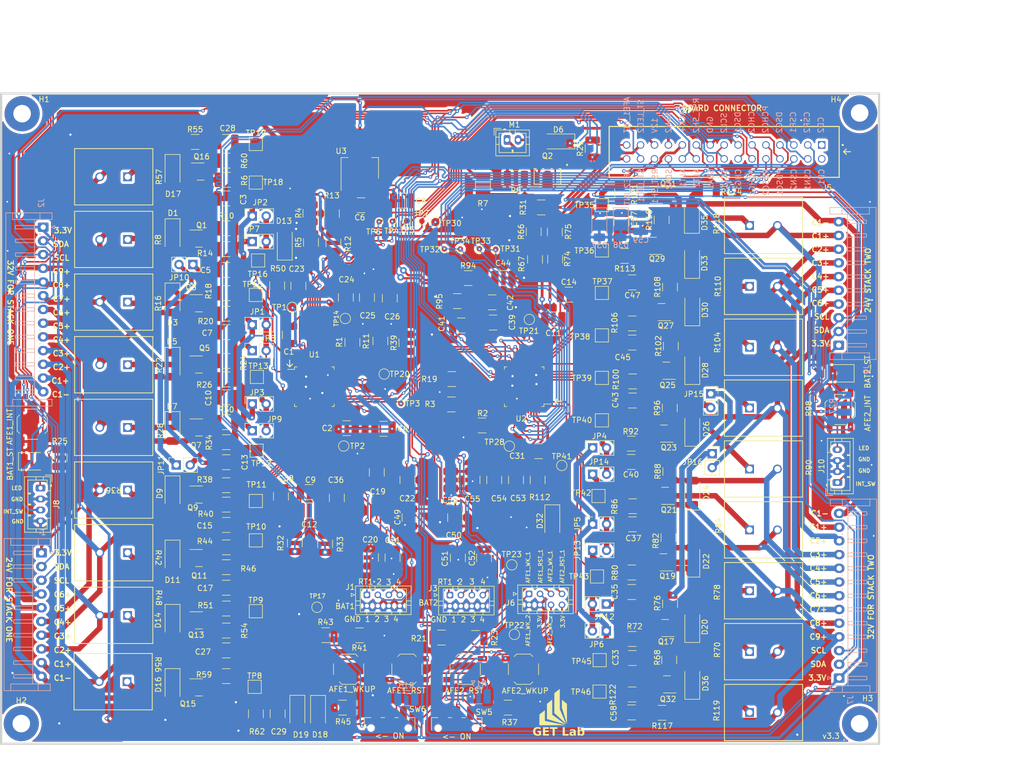
<source format=kicad_pcb>
(kicad_pcb (version 20240108) (generator "pcbnew") (generator_version "8.0")
  (title_block (title "Smart Battery Management System for Mobile Robot") (date "October 2023") (rev "v 1.0") (company "Frankline Okonkwo - MS-CE PROJECT") (comment 1 "Dual Pack Smart BMS System") (comment 2 "AFE and Balance Charging PCB Layout"))
  (layers (0 "F.Cu" signal) (31 "B.Cu" signal) (34 "B.Paste" user) (35 "F.Paste" user) (36 "B.SilkS" user "B.Silkscreen") (37 "F.SilkS" user "F.Silkscreen") (38 "B.Mask" user) (39 "F.Mask" user) (44 "Edge.Cuts" user))
  (net 0 "")
  (net 1 "/BQ76952_One/BAT_1")
  (net 2 "Net-(U1-CP1)")
  (net 3 "GND")
  (net 4 "/BQ76952_One/VC7")
  (net 5 "/BQ76952_One/TEMP4_1")
  (net 6 "/BQ76952_One/VC6")
  (net 7 "/BQ76952_One/Temp1_1")
  (net 8 "/BQ76952_One/VC5")
  (net 9 "/BQ76952_One/Temp2_1")
  (net 10 "/BQ76952_One/SRP_1")
  (net 11 "/BQ76952_One/SRN_1")
  (net 12 "/BQ76952_One/VC4")
  (net 13 "/BQ76952_One/Temp3_1")
  (net 14 "/BQ76952_One/VC3")
  (net 15 "/BQ76952_Two/Temp2_2")
  (net 16 "/BQ76952_One/VC2")
  (net 17 "/BQ76952_Two/Temp4_2")
  (net 18 "/BQ76952_One/VC1")
  (net 19 "/BQ76952_Two/Temp1_2")
  (net 20 "/BQ76952_Two/Temp3_2")
  (net 21 "/I2C1_SCL")
  (net 22 "/I2C1_SDA")
  (net 23 "/BQ76952_One/VC0")
  (net 24 "Net-(D1-K)")
  (net 25 "/C7+")
  (net 26 "/PACK+")
  (net 27 "/FAN2")
  (net 28 "Net-(D3-K)")
  (net 29 "/C6+")
  (net 30 "+12V")
  (net 31 "Net-(M1-+)")
  (net 32 "Net-(D5-K)")
  (net 33 "/C5+")
  (net 34 "Net-(Q2-B)")
  (net 35 "Net-(D7-K)")
  (net 36 "/C4+")
  (net 37 "Net-(D9-K)")
  (net 38 "/C3+")
  (net 39 "Net-(D11-K)")
  (net 40 "/C2+")
  (net 41 "Net-(D13-K)")
  (net 42 "Net-(D14-K)")
  (net 43 "/C1+")
  (net 44 "/BQ76952_One/VC15")
  (net 45 "Net-(D16-K)")
  (net 46 "/C1-")
  (net 47 "Net-(D17-K)")
  (net 48 "/BQ76952_One/VC16")
  (net 49 "/C_SEN_P2")
  (net 50 "/C_SEN_P1")
  (net 51 "/C_SEN_N2")
  (net 52 "/C_SEN_N1")
  (net 53 "/ALERT2")
  (net 54 "/ALERT1")
  (net 55 "/PCHG_2")
  (net 56 "/PCHG_1")
  (net 57 "/PDSG_2")
  (net 58 "/PDSG_1")
  (net 59 "/DSG_2")
  (net 60 "/DSG_1")
  (net 61 "/CHG_2")
  (net 62 "/CHG_1")
  (net 63 "Net-(Q1-D)")
  (net 64 "Net-(Q3-D)")
  (net 65 "Net-(Q5-D)")
  (net 66 "Net-(Q7-D)")
  (net 67 "Net-(Q9-D)")
  (net 68 "Net-(Q11-D)")
  (net 69 "Net-(Q13-D)")
  (net 70 "Net-(Q15-D)")
  (net 71 "Net-(Q16-D)")
  (net 72 "Net-(U1-REG1)")
  (net 73 "Net-(U1-REG2)")
  (net 74 "/REG18_1")
  (net 75 "Net-(R4-Pad1)")
  (net 76 "/BQ76952_One/PACK_1")
  (net 77 "/BQ76952_One/LD_1")
  (net 78 "Net-(R12-Pad2)")
  (net 81 "/BQ76952_Two/BAT_2")
  (net 82 "Net-(U2-CP1)")
  (net 83 "/BQ76952_Two/VCC7")
  (net 84 "/BQ76952_Two/VCC6")
  (net 85 "/BQ76952_Two/VCC5")
  (net 86 "/BQ76952_Two/SRP_2")
  (net 87 "/BQ76952_Two/SRN_2")
  (net 88 "/BQ76952_Two/VCC4")
  (net 89 "/BQ76952_Two/VCC3")
  (net 90 "/BQ76952_Two/VCC2")
  (net 91 "/BQ76952_Two/VCC1")
  (net 92 "/BQ76952_Two/VCC0")
  (net 93 "Net-(D20-K)")
  (net 94 "/CC7+")
  (net 95 "Net-(D22-K)")
  (net 96 "/CC6+")
  (net 97 "Net-(D24-K)")
  (net 98 "/CC5+")
  (net 99 "Net-(D26-K)")
  (net 100 "/CC4+")
  (net 101 "Net-(D28-K)")
  (net 102 "/CC3+")
  (net 103 "/CC2+")
  (net 104 "/CC1+")
  (net 105 "/BQ76952_Two/VCC15")
  (net 106 "/CC1-")
  (net 107 "/BQ76952_Two/VCC16")
  (net 108 "Net-(Q17-D)")
  (net 109 "Net-(Q19-D)")
  (net 110 "Net-(Q21-D)")
  (net 111 "Net-(Q23-D)")
  (net 112 "Net-(U2-REG1)")
  (net 113 "Net-(U2-REG2)")
  (net 114 "/BQ76952_Two/PACK_2")
  (net 115 "/BQ76952_Two/LD_2")
  (net 118 "/C6.+")
  (net 119 "/C5.+")
  (net 124 "+3.3V")
  (net 125 "Net-(D6-K)")
  (net 126 "/CC6.+")
  (net 127 "/CC5.+")
  (net 128 "/I2C2_SDA")
  (net 133 "/ST_LED1")
  (net 134 "/ST_LED2")
  (net 135 "/AFE2_WK_1")
  (net 136 "/AFE2_RST_1")
  (net 137 "/REG18_2")
  (net 138 "/DSG_1-")
  (net 139 "/DSG_2-")
  (net 140 "/AFE1_RST_1")
  (net 141 "/AFE1_WK_1")
  (net 142 "Net-(R74-Pad2)")
  (net 143 "Net-(R66-Pad1)")
  (net 144 "Net-(Q32-D)")
  (net 145 "Net-(Q31-D)")
  (net 146 "Net-(Q29-D)")
  (net 147 "Net-(Q27-D)")
  (net 148 "Net-(Q25-D)")
  (net 149 "Net-(D36-K)")
  (net 150 "Net-(D35-K)")
  (net 151 "Net-(D33-K)")
  (net 152 "Net-(D32-K)")
  (net 153 "Net-(D30-K)")
  (net 154 "/I2C2_SCL")
  (net 155 "/ST_LED_1_B")
  (net 156 "/ST_LED_2_B")
  (net 157 "/AFE1_INT_A")
  (net 158 "/AFE2_INT_A")
  (net 159 "/AFE2_RST_2")
  (net 160 "/AFE1_RST_2")
  (net 161 "Net-(JP10-A)")
  (net 162 "Net-(JP8-A)")
  (net 163 "Net-(JP9-A)")
  (net 164 "Net-(JP12-A)")
  (net 165 "Net-(JP13-A)")
  (net 166 "Net-(JP14-A)")
  (net 167 "Net-(U1-BREG)")
  (net 168 "Net-(U2-BREG)")
  (net 169 "/BQ76952_Two/WAKE_UP_2")
  (net 170 "/SHTDP_2")
  (net 171 "/SHTDN_2")
  (net 172 "/BQ76952_One/WAKE_UP_1")
  (net 173 "/SHTDN")
  (net 174 "/SHTDP")
  (footprint "TestPoint:TestPoint_Pad_2.0x2.0mm" (layer "F.Cu") (at 158 64.65 180)
    (property "Reference" "TP35")
    (property "Value" "TestPoint")
  )
  (footprint "Resistor_SMD:R_1210_3225Metric_Pad1.30x2.65mm_HandSolder" (layer "F.Cu") (at 89.55 150.5)
    (property "Reference" "R59")
    (property "Value" "1k")
  )
  (footprint "Package_QFP:TQFP-48_7x7mm_P0.5mm" (layer "F.Cu") (at 105.610441 97.750751)
    (property "Reference" "U1")
    (property "Value" "BQ76952PFBR")
  )
  (footprint "Resistor_SMD:R_1210_3225Metric_Pad1.30x2.65mm_HandSolder" (layer "F.Cu") (at 107.65 143.04 180)
    (property "Reference" "R43")
    (property "Value" "10k")
  )
  (footprint "Capacitor_SMD:C_1210_3225Metric_Pad1.33x2.70mm_HandSolder" (layer "F.Cu") (at 89.55 111.52)
    (property "Reference" "C13")
    (property "Value" "220nF")
  )
  (footprint "Resistor_SMD:R_1210_3225Metric_Pad1.30x2.65mm_HandSolder" (layer "F.Cu") (at 89.55 107.87)
    (property "Reference" "R34")
    (property "Value" "100")
  )
  (footprint "Capacitor_SMD:C_1210_3225Metric_Pad1.33x2.70mm_HandSolder" (layer "F.Cu") (at 163.54 78.75 180)
    (property "Reference" "C47")
    (property "Value" "220nF")
  )
  (footprint "Capacitor_SMD:C_1210_3225Metric_Pad1.33x2.70mm_HandSolder" (layer "F.Cu") (at 131.764662 128.9575 -90)
    (property "Reference" "C51")
    (property "Value" "100pF")
  )
  (footprint "Package_TO_SOT_SMD:SOT-223-3_TabPin2" (layer "F.Cu") (at 113.89 57.91 90)
    (property "Reference" "U3")
    (property "Value" "AMS1117-3.3")
  )
  (footprint "Capacitor_SMD:C_1210_3225Metric_Pad1.33x2.70mm_HandSolder" (layer "F.Cu") (at 163.35 111.47 180)
    (property "Reference" "C40")
    (property "Value" "220nF")
  )
  (footprint "Package_TO_SOT_SMD:SOT-23" (layer "F.Cu") (at 84.5775 70.76)
    (property "Reference" "Q1")
    (property "Value" "AO3416")
  )
  (footprint "Button_Switch_SMD:SW_SPST_TL3342" (layer "F.Cu") (at 133.096666 149.24)
    (property "Reference" "SW8" (hide yes))
    (property "Value" "Wake_up")
  )
  (footprint "Diode_SMD:D_SOD-128" (layer "F.Cu") (at 102.51 157.15 -90)
    (property "Reference" "D19")
    (property "Value" "3.6V")
  )
  (footprint "Capacitor_SMD:C_1210_3225Metric_Pad1.33x2.70mm_HandSolder" (layer "F.Cu") (at 89.48 76.48)
    (property "Reference" "C5")
    (property "Value" "220nF")
  )
  (footprint "Resistor_SMD:R_1210_3225Metric_Pad1.30x2.65mm_HandSolder" (layer "F.Cu") (at 131.65 82.16)
    (property "Reference" "R95")
    (property "Value" "100")
  )
  (footprint "Resistor_SMD:R_1210_3225Metric_Pad1.30x2.65mm_HandSolder" (layer "F.Cu") (at 156.32 54.36 90)
    (property "Reference" "R29")
    (property "Value" "100k")
  )
  (footprint "Capacitor_SMD:C_1210_3225Metric_Pad1.33x2.70mm_HandSolder" (layer "F.Cu") (at 122.96 121.6 -90)
    (property "Reference" "C49")
    (property "Value" "100pF")
  )
  (footprint "Diode_SMD:D_SOD-128" (layer "F.Cu") (at 174.48 83.4975 90)
    (property "Reference" "D30")
    (property "Value" "15V")
  )
  (footprint "Capacitor_SMD:C_1210_3225Metric_Pad1.33x2.70mm_HandSolder" (layer "F.Cu") (at 163.59 100.27 180)
    (property "Reference" "C43")
    (property "Value" "220nF")
  )
  (footprint "TestPoint:TestPoint_Pad_2.0x2.0mm" (layer "F.Cu") (at 94.94 118.579903)
    (property "Reference" "TP11")
    (property "Value" "TestPoint")
  )
  (footprint "TestPoint:TestPoint_Pad_D1.0mm" (layer "F.Cu") (at 121.38 100.84)
    (property "Reference" "TP3")
    (property "Value" "TestPoint")
  )
  (footprint "Diode_SMD:D_SOD-128" (layer "F.Cu") (at 174.41 66.6375 90)
    (property "Reference" "D35")
    (property "Value" "15V")
  )
  (footprint "Connector_PinSocket_2.54mm:PinSocket_1x02_P2.54mm_Vertical" (layer "F.Cu") (at 83.475 75.485 -90)
    (property "Reference" "JP10")
    (property "Value" "Jumper_2_Bridged")
  )
  (footprint "logo.preety:arrow" (layer "F.Cu") (at 101.11 93.53 -90)
    (property "Reference" "G***" (hide yes))
    (property "Value" "LOGO" (hide yes))
  )
  (footprint "Diode_SMD:D_SOD-128" (layer "F.Cu") (at 79.76 93.739061 -90)
    (property "Reference" "D5")
    (property "Value" "15V")
  )
  (footprint "Package_TO_SOT_SMD:SOT-23" (layer "F.Cu") (at 84.5775 117.41)
    (property "Reference" "Q9")
    (property "Value" "AO3416")
  )
  (footprint "Resistor_SMD:R_1210_3225Metric_Pad1.30x2.65mm_HandSolder" (layer "F.Cu") (at 104.89 66.15 90)
    (property "Reference" "R4")
    (property "Value" "5.1k")
  )
  (footprint "Resistor_SMD:R_1210_3225Metric_Pad1.30x2.65mm_HandSolder" (layer "F.Cu") (at 109.07 71.54 90)
    (property "Reference" "R12")
    (property "Value" "5.1k")
  )
  (footprint "Resistor_SMD:R_1210_3225Metric_Pad1.30x2.65mm_HandSolder" (layer "F.Cu") (at 149.43 69.56 90)
    (property "Reference" "R75")
    (property "Value" "5.1k")
  )
  (footprint "Package_TO_SOT_SMD:SOT-23" (layer "F.Cu") (at 84.87 58.55)
    (property "Reference" "Q16")
    (property "Value" "AO3416")
  )
  (footprint "Resistor_SMD:R_1210_3225Metric_Pad1.30x2.65mm_HandSolder" (layer "F.Cu") (at 112.54 89.68 90)
    (property "Reference" "R1")
    (property "Value" "100k")
  )
  (footprint "Connector_PinSocket_2.54mm:PinSocket_1x02_P2.54mm_Vertical" (layer "F.Cu") (at 156.32 127.58 90)
    (property "Reference" "JP13")
    (property "Value" "Jumper_2_Bridged")
  )
  (footprint "Package_TO_SOT_SMD:SOT-23" (layer "F.Cu") (at 167.4 62.81 180)
    (property "Reference" "Q31")
    (property "Value" "AO3416")
  )
  (footprint "Resistor_SMD:R_1210_3225Metric_Pad1.30x2.65mm_HandSolder" (layer "F.Cu") (at 128.77 143.48)
    (property "Reference" "R21")
    (property "Value" "10k")
  )
  (footprint "Diode_SMD:D_SOD-128" (layer "F.Cu") (at 79.76 117.163435 -90)
    (property "Reference" "D9")
    (property "Value" "15V")
  )
  (footprint "Resistor_SMD:R_1210_3225Metric_Pad1.30x2.65mm_HandSolder" (layer "F.Cu") (at 162.14 73.91 180)
    (property "Reference" "R113")
    (property "Value" "1k")
  )
  (footprint "Diode_SMD:D_SOD-128" (layer "F.Cu") (at 79.76 82.026874 -90)
    (property "Reference" "D3")
    (property "Value" "15V")
  )
  (footprint "Diode_SMD:D_SOD-128" (layer "F.Cu") (at 174.45 74.85 90)
    (property "Reference" "D33")
    (property "Value" "15V")
  )
  (footprint "Resistor_SMD:R_1210_3225Metric_Pad1.30x2.65mm_HandSolder" (layer "F.Cu") (at 117.63 89.42 90)
    (property "Reference" "R11")
    (property "Value" "100k")
  )
  (footprint "TestPoint:TestPoint_Pad_D1.5mm" (layer "F.Cu") (at 144.78 85.5)
    (property "Reference" "TP21")
    (property "Value" "TestPoint")
  )
  (footprint "Package_QFP:TQFP-48_7x7mm_P0.5mm" (layer "F.Cu") (at 143.84 97.750751 180)
    (property "Reference" "U2")
    (property "Value" "BQ76952PFBR")
  )
  (footprint "Package_TO_SOT_SMD:SOT-23" (layer "F.Cu") (at 169.8625 152 180)
    (property "Reference" "Q32")
    (property "Value" "AO3416")
  )
  (footprint "Resistor_SMD:R_1210_3225Metric_Pad1.30x2.65mm_HandSolder" (layer "F.Cu") (at 134.96 143.55 180)
    (property "Reference" "R23")
    (property "Value" "10k")
  )
  (footprint "Resistor_SMD:R_1210_3225Metric_Pad1.30x2.65mm_HandSolder" (layer "F.Cu") (at 89.55 96.4325)
    (property "Reference" "R26")
    (property "Value" "100")
  )
  (footprint "Connector_PinSocket_2.54mm:PinSocket_1x02_P2.54mm_Vertical" (layer "F.Cu") (at 156.32 122.8 90)
    (property "Reference" "JP5")
    (property "Value" "Jumper_2_Bridged")
  )
  (footprint "Package_TO_SOT_SMD:SOT-23" (layer "F.Cu") (at 84.5775 105.18)
    (property "Reference" "Q7")
    (property "Value" "AO3416")
  )
  (footprint "Connector_JST:JST_PHD_B8B-PHDSS_2x04_P2.00mm_Vertical" (layer "F.Cu") (at 115.18 135.69)
    (property "Reference" "J1")
    (property "Value" "Conn_02x04_Counter_Clockwise")
  )
  (footprint "TestPoint:TestPoint_Pad_D1.5mm" (layer "F.Cu") (at 111.25 85.33 90)
    (property "Reference" "TP14")
    (property "Value" "TestPoint")
  )
  (footprint "TestPoint:TestPoint_Pad_2.0x2.0mm" (layer "F.Cu") (at 158 80.661)
    (property "Reference" "TP37")
    (property "Value" "TestPoint")
  )
  (footprint "Capacitor_SMD:C_1210_3225Metric_Pad1.33x2.70mm_HandSolder" (layer "F.Cu") (at 115.19 81.51 90)
    (property "Reference" "C25")
    (property "Value" "1µF")
  )
  (footprint "Button_Switch_SMD:SW_SPST_TL3342" (layer "F.Cu") (at 111.85 149.24)
    (property "Reference" "SW2" (hide yes))
    (property "Value" "Wake_up")
  )
  (footprint "Resistor_SMD:R_1210_3225Metric_Pad1.30x2.65mm_HandSolder" (layer "F.Cu") (at 94.95 157.3675 90)
    (property "Reference" "R62")
    (property "Value" "100")
  )
  (footprint "TestPoint:TestPoint_Pad_2.0x2.0mm" (layer "F.Cu") (at 158 72.918 180)
    (property "Reference" "TP36")
    (property "Value" "TestPoint")
  )
  (footprint "Resistor_SMD:R_1210_3225Metric_Pad1.30x2.65mm_HandSolder" (layer "F.Cu") (at 107.57 126.38 90)
    (property "Reference" "R33")
    (property "Value" "100")
  )
  (footprint "Resistor_SMD:R_1210_3225Metric_Pad1.30x2.65mm_HandSolder" (layer "F.Cu") (at 170.38 101.64 90)
    (property "Reference" "R96")
    (property "Value" "100")
  )
  (footprint "Capacitor_SMD:C_1210_3225Metric_Pad1.33x2.70mm_HandSolder" (layer "F.Cu") (at 163.58 122.83 180)
    (property "Reference" "C37")
    (property "Value" "220nF")
  )
  (footprint "Button_Switch_SMD:SW_SPST_TL3342" (layer "F.Cu") (at 54.2 104.59 -90)
    (property "Reference" "SW3" (hide yes))
    (property "Value" "Interrupt 1")
  )
  (footprint "Capacitor_SMD:C_1210_3225Metric_Pad1.33x2.70mm_HandSolder" (layer "F.Cu") (at 121.6 63.86 180)
    (property "Reference" "C8")
    (property "Value" "47µF")
  )
  (footprint "Resistor_4R7_4W_axial:RES_SQM500_YAG" (layer "F.Cu") (at 184.92 134.94)
    (property "Reference" "R78")
    (property "Value" "4.7")
  )
  (footprint "TestPoint:TestPoint_Pad_D1.5mm" (layer "F.Cu") (at 110.96 108.57)
    (property "Reference" "TP2")
    (property "Value" "TestPoint")
  )
  (footprint "Resistor_SMD:R_1210_3225Metric_Pad1.30x2.65mm_HandSolder" (layer "F.Cu") (at 170.14 125.26 90)
    (property "Reference" "R82")
    (property "Value" "100")
  )
  (footprint "LED_SMD:LED_1210_3225Metric_Pad1.42x2.65mm_HandSolder" (layer "F.Cu") (at 54.14 111.35)
    (property "Reference" "D2" (hide yes))
    (property "Value" "YELLOW_LED")
  )
  (footprint "Resistor_SMD:R_1210_3225Metric_Pad1.30x2.65mm_HandSolder" (layer "F.Cu") (at 83.88 53.15)
    (property "Reference" "R55")
    (property "Value" "20")
  )
  (footprint "Connector_PinSocket_2.54mm:PinSocket_1x02_P2.54mm_Vertical" (layer "F.Cu") (at 177.84 99.05)
    (property "Reference" "JP15")
    (property "Value" "Jumper_2_Bridged")
  )
  (footprint "Package_TO_SOT_SMD:SOT-23" (layer "F.Cu") (at 169.54 117.64 180)
    (property "Reference" "Q21")
    (property "Value" "AO3416")
  )
  (footprint "Resistor_4R7_4W_axial:RES_SQM500_YAG" (layer "F.Cu") (at 71.58 116.58972 180)
    (property "Reference" "R36")
    (property "Value" "4.7")
  )
  (footprint "Resistor_SMD:R_1210_3225Metric_Pad1.30x2.65mm_HandSolder" (layer "F.Cu") (at 59.18 110.74 90)
    (property "Reference" "R25")
    (property "Value" "4.7K")
  )
  (footprint "Resistor_SMD:R_1210_3225Metric_Pad1.30x2.65mm_HandSolder" (layer "F.Cu") (at 168.97 157.18 180)
    (property "Reference" "R117")
    (property "Value" "20")
  )
  (footprint "Capacitor_SMD:C_1210_3225Metric_Pad1.33x2.70mm_HandSolder" (layer "F.Cu") (at 146.47 109.51 180)
    (property "Reference" "C31")
    (property "Value" "1µF")
  )
  (footprint "Button_Switch_SMD:SW_SPST_TL3342" (layer "F.Cu") (at 122.473333 149.24)
    (property "Reference" "SW7" (hide yes))
    (property "Value" "Wake_up")
  )
  (footprint "Capacitor_SMD:C_1210_3225Metric_Pad1.33x2.70mm_HandSolder" (layer "F.Cu") (at 161.58 67.73 90)
    (property "Reference" "C57")
    (property "Value" "220nF")
  )
  (footprint "Connector_PinSocket_2.54mm:PinSocket_1x02_P2.54mm_Vertical" (layer "F.Cu") (at 94.29 86.45 90)
    (property "Reference" "JP1")
    (property "Value" "Jumper_2_Bridged")
  )
  (footprint "Capacitor_SMD:C_1210_3225Metric_Pad1.33x2.70mm_HandSolder" (layer "F.Cu") (at 111.5 105.32)
    (property "Reference" "C2")
    (property "Value" "2.2µF")
  )
  (footprint "Capacitor_SMD:C_1210_3225Metric_Pad1.33x2.70mm_HandSolder" (layer "F.Cu") (at 98.92 157.3475 -90)
    (property "Reference" "C29")
    (property "Value" "220nF")
  )
  (footprint "TestPoint:TestPoint_Pad_2.0x2.0mm" (layer "F.Cu") (at 157.58 153.32 180)
    (property "Reference" "TP46")
    (property "Value" "TestPoint")
  )
  (footprint "Connector_JST:JST_PHD_B8B-PHDSS_2x04_P2.00mm_Vertical" (layer "F.Cu") (at 144.73 135.51)
    (property "Reference" "J6")
    (property "Value" "Conn_02x04_Top_Bottom")
  )
  (footprint "Capacitor_SMD:C_1210_3225Metric_Pad1.33x2.70mm_HandSolder" (layer "F.Cu") (at 136.54 128.94 -90)
    (property "Reference" "C52")
    (property "Value" "100pF")
  )
  (footprint "Resistor_SMD:R_1210_3225Metric_Pad1.30x2.65mm_HandSolder" (layer "F.Cu") (at 133.65 77.97)
    (property "Reference" "R94")
    (property "Value" "100")
  )
  (footprint "Resistor_SMD:R_1210_3225Metric_Pad1.30x2.65mm_HandSolder" (layer "F.Cu") (at 89.55 127.03)
    (property "Reference" "R44")
    (property "Value" "1k")
  )
  (footprint "Diode_SMD:D_SOD-128" (layer "F.Cu") (at 148.97 122.44 -90)
    (property "Reference" "D32")
    (property "Value" "100V")
  )
  (footprint "Connector_PinSocket_2.54mm:PinSocket_1x02_P2.54mm_Vertical" (layer "F.Cu") (at 158.82 142.26 -90)
    (property "Reference" "JP6")
    (property "Value" "Jumper_2_Bridged")
  )
  (footprint "Resistor_SMD:R_1210_3225Metric_Pad1.30x2.65mm_HandSolder" (layer "F.Cu") (at 89.51 72.69)
    (property "Reference" "R14")
    (property "Value" "100")
  )
  (footprint "Connector_PinSocket_2.54mm:PinSocket_1x02_P2.54mm_Vertical" (layer "F.Cu") (at 94.29 100.9 90)
    (property "Reference" "JP3")
    (property "Value" "Jumper_2_Bridged")
  )
  (footprint "TestPoint:TestPoint_Pad_2.0x2.0mm" (layer "F.Cu") (at 94.94 125.759806)
    (property "Reference" "TP10")
    (property "Value" "TestPoint")
  )
  (footprint "Connector_PinSocket_2.54mm:PinSocket_1x02_P2.54mm_Vertical" (layer "F.Cu") (at 178.11 109.96)
    (property "Reference" "JP16")
    (property "Value" "Jumper_2_Bridged")
  )
  (footprint "Package_TO_SOT_SMD:SOT-23" (layer "F.Cu") (at 169.23 129.76 180)
    (property "Reference" "Q19")
    (property "Value" "AO3416")
  )
  (footprint "logo.preety:arrow" (layer "F.Cu") (at 202.68 54.93 180)
    (property "Reference" "G***" (hide yes))
    (property "Value" "LOGO" (hide yes))
  )
  (footprint "Capacitor_SMD:C_1210_3225Metric_Pad1.33x2.70mm_HandSolder" (layer "F.Cu") (at 163.41 157.11 180)
    (property "Reference" "C58")
    (property "Value" "220nF")
  )
  (footprint "Capacitor_SMD:C_1210_3225Metric_Pad1.33x2.70mm_HandSolder" (layer "F.Cu") (at 140.07 77.97 180)
    (property "Reference" "C44")
    (property "Value" "100nF")
  )
  (footprint "Resistor_4R7_4W_axial:RES_SQM500_YAG" (layer "F.Cu") (at 184.92 90.56)
    (property "Reference" "R104")
    (property "Value" "4.7")
  )
  (footprint "TestPoint:TestPoint_Pad_D1.0mm" (layer "F.Cu") (at 119.82 67.6)
    (property "Reference" "TP4")
    (property "Value" "TestPoint")
  )
  (footprint "TestPoint:TestPoint_Pad_2.0x2.0mm" (layer "F.Cu") (at 94.94 60.56)
    (property "Reference" "TP18")
    (property "Value" "TestPoint")
  )
  (footprint "TestPoint:TestPoint_Pad_D1.5mm" (layer "F.Cu") (at 118.33 95.45)
    (property "Reference" "TP20")
    (property "Value" "TestPoint")
  )
  (footprint "Resistor_SMD:R_1210_3225Metric_Pad1.30x2.65mm_HandSolder" (layer "F.Cu") (at 163.47 131.61 180)
    (property "Reference" "R80")
    (property "Value" "1k")
  )
  (footprint "Resistor_SMD:R_1210_3225Metric_Pad1.30x2.65mm_HandSolder" (layer "F.Cu") (at 113.84 143.06 180)
    (property "Reference" "R41")
    (property "Value" "10k")
  )
  (footprint "Connector_PinSocket_2.54mm:PinSocket_1x02_P2.54mm_Vertical" (layer "F.Cu") (at 158.82 137.36 -90)
    (property "Reference" "JP12")
    (property "Value" "Jumper_2_Bridged")
  )
  (footprint "MountingHole:MountingHole_3.2mm_M3_Pad_TopBottom" (layer "F.Cu") (at 52.35 48)
    (property "Reference" "H1")
    (property "Value" "MountingHole" (hide yes))
  )
  (footprint "Capacitor_SMD:C_1210_3225Metric_Pad1.33x2.70mm_HandSolder" (layer "F.Cu") (at 89.55 87.8225)
    (property "Reference" "C7")
    (property "Value" "220nF")
  )
  (footprint "TestPoint:TestPoint_Pad_2.0x2.0mm" (layer "F.Cu") (at 157.6 147.59 180)
    (property "Reference" "TP45")
    (property "Value" "TestPoint")
  )
  (footprint "Resistor_SMD:R_1210_3225Metric_Pad1.30x2.65mm_HandSolder" (layer "F.Cu") (at 146.3 114.75 -90)
    (property "Reference" "R112")
    (property "Value" "100")
  )
  (footprint "Capacitor_SMD:C_1210_3225Metric_Pad1.33x2.70mm_HandSolder" (layer "F.Cu") (at 89.55 99.6925)
    (property "Reference" "C10")
    (property "Value" "220nF")
  )
  (footprint "TestPoint:TestPoint_Pad_2.0x2.0mm" (layer "F.Cu") (at 94.94 138.669616)
    (property "Reference" "TP9")
    (property "Value" "TestPoint")
  )
  (footprint "Diode_SMD:D_SOD-128" (layer "F.Cu") (at 174.48 94.19 90)
    (property "Reference" "D28")
    (property "Value" "15V")
  )
  (footprint "TestPoint:TestPoint_Pad_D1.5mm" (layer "F.Cu") (at 101.58 83.29 -90)
    (property "Reference" "TP1")
    (property "Value" "TestPoint")
  )
  (footprint "TestPoint:TestPoint_Pad_2.0x2.0mm" (layer "F.Cu") (at 158 96.147)
    (property "Reference" "TP39")
    (property "Value" "TestPoint")
  )
  (footprint "Resistor_SMD:R_1210_3225Metric_Pad1.30x2.65mm_HandSolder" (layer "F.Cu") (at 145.82 74.56 90)
    (property "Reference" "R67")
    (property "Value" "5.1k")
  )
  (footprint "Diode_SMD:D_SOD-128" (layer "F.Cu") (at 106.28 157.17 -90)
    (property "Reference" "D18")
    (property "Value" "100V")
  )
  (footprint "Resistor_SMD:R_1210_3225Metric_Pad1.30x2.65mm_HandSolder" (layer "F.Cu") (at 89.55 119.25)
    (property "Reference" "R40")
    (property "Value" "100")
  )
  (footprint "Button_Switch_SMD:SW_SPST_TL3342" (layer "F.Cu") (at 201.43 101.91 -90)
    (property "Reference" "SW1" (hide yes))
    (property "Value" "Interrupt 2")
  )
  (footprint "Resistor_4R7_4W_axial:RES_SQM500_YAG" (layer "F.Cu") (at 184.92 101.655)
    (property "Reference" "R98")
    (property "Value" "4.7")
  )
  (footprint "Capacitor_SMD:C_1210_3225Metric_Pad1.33x2.70mm_HandSolder" (layer "F.Cu") (at 134.425375 114.75 -90)
    (property "Reference" "C55")
    (property "Value" "1µF")
  )
  (footprint "TestPoint:TestPoint_Pad_D1.0mm" (layer "F.Cu") (at 132.208333 72.66)
    (property "Reference" "TP34")
    (property "Value" "TestPoint")
  )
  (footprint "Resistor_4R7_4W_axial:RES_SQM500_YAG" (layer "F.Cu") (at 184.92 157.13)
    (property "Reference" "R119")
    (property "Value" "4.7")
  )
  (footprint "Capacitor_SMD:C_1210_3225Metric_Pad1.33x2.70mm_HandSolder" (layer "F.Cu") (at 149.17 85.5 180)
    (property "Reference" "C11")
    (property "Value" "2.2µF")
  )
  (footprint "Diode_SMD:D_SOD-128" (layer "F.Cu") (at 174.48 151.55 90)
    (property "Reference" "D36")
    (property "Value" "15V")
  )
  (footprint "TestPoint:TestPoint_Pad_D1.0mm" (layer "F.Cu") (at 135.69 72.61 90)
    (property "Reference" "TP33")
    (property "Value" "TestPoint")
  )
  (footprint "Resistor_4R7_4W_axial:RES_SQM500_YAG" (layer "F.Cu") (at 184.92 79.465)
    (property "Reference" "R110")
    (property "Value" "4.7")
  )
  (footprint "Resistor_4R7_4W_axial:RES_SQM500_YAG" (layer "F.Cu") (at 71.58 70.917944 180)
    (property "Reference" "R8")
    (property "Value" "4.7")
  )
  (footprint "Button_Switch_SMD:SW_SPDT_CK_JS102011SAQN" (layer "F.Cu") (at 131.56 159.97)
    (property "Reference" "SW5")
    (property "Value" "SHTD")
  )
  (footprint "Resistor_SMD:R_1210_3225Metric_Pad1.30x2.65mm_HandSolder" (layer "F.Cu") (at 130.59 100.98 180)
    (property "Reference" "R3")
    (property "Value" "100k")
  )
  (footprint "Resistor_4R7_4W_axial:RES_SQM500_YAG" (layer "F.Cu") (at 71.58 59.5 180)
    (property "Reference" "R57")
    (property "Value" "4.7")
  )
  (footprint "Diode_SMD:D_SOD-128" (layer "F.Cu") (at 174.48 141.1975 90)
    (property "Reference" "D20")
    (property "Value" "15V")
  )
  (footprint "Capacitor_SMD:C_1210_3225Metric_Pad1.33x2.70mm_HandSolder" (layer "F.Cu") (at 118.21 105.42 180)
    (property "Reference" "C4")
    (property "Value" "0.1uF")
  )
  (footprint "Resistor_4R7_4W_axial:RES_SQM500_YAG" (layer "F.Cu") (at 71.58 93.753832 180)
    (property "Reference" "R22")
    (property "Value" "4.7")
  )
  (footprint "Package_TO_SOT_SMD:SOT-23" (layer "F.Cu") (at 168.8825 84.17 180)
    (property "Reference" "Q27")
    (property "Value" "AO3416")
  )
  (footprint "Capacitor_SMD:C_1210_3225Metric_Pad1.33x2.70mm_HandSolder" (layer "F.Cu") (at 138.02 82.38 180)
    (property "Reference" "C42")
    (property "Value" "100nF")
  )
  (footprint "Resistor_SMD:R_1210_3225Metric_Pad1.30x2.65mm_HandSolder" (layer "F.Cu") (at 102.05 126.24 90)
    (property "Reference" "R32")
    (property "Value" "100")
  )
  (footprint "Capacitor_SMD:C_1210_3225Metric_Pad1.33x2.70mm_HandSolder" (layer "F.Cu") (at 109.7 118.02 90)
    (property "Reference" "C36")
    (property "Value" "100nF")
  )
  (footprint "Capacitor_SMD:C_1210_3225Metric_Pad1.33x2.70mm_HandSolder" (layer "F.Cu") (at 115.918016 128.8675 -90)
    (property "Reference" "C20")
    (property "Value" "100pF")
  )
  (footprint "Resistor_4R7_4W_axial:RES_SQM500_YAG" (layer "F.Cu") (at 184.92 123.845)
    (property "Reference" "R84")
    (property "Value" "4.7")
  )
  (footprint "logo.preety:arrow" (layer "F.Cu") (at 150.067731 100.401627 180)
    (property "Reference" "G***" (hide yes))
    (property "Value" "LOGO" (hide yes))
  )
  (footprint "TestPoint:TestPoint_Pad_D1.0mm" (layer "F.Cu") (at 125.21 67.58)
    (property "Reference" "TP7")
    (property "Value" "TestPoint")
  )
  (footprint "Resistor_4R7_4W_axial:RES_SQM500_YAG" (layer "F.Cu") (at 71.58 105.171776 180)
    (property "Reference" "R28")
    (property "Value" "4.7")
  )
  (footprint "Capacitor_SMD:C_1210_3225Metric_Pad1.33x2.70mm_HandSolder" (layer "F.Cu") (at 142.355125 114.75 -90)
    (property "Reference" "C53")
    (property "Value" "1µF")
  )
  (footprint "TestPoint:TestPoint_Pad_2.0x2.0mm" (layer "F.Cu") (at 95.08 109.41)
    (property "Reference" "TP12")
    (property "Value" "TestPoint")
  )
  (footprint "Resistor_4R7_4W_axial:RES_SQM500_YAG" (layer "F.Cu") (at 71.48 151.51 180)
    (property "Reference" "R56")
    (property "Value" "4.7")
  )
  (footprint "Resistor_SMD:R_1210_3225Metric_Pad1.30x2.65mm_HandSolder" (layer "F.Cu") (at 89.55 104.2225)
    (property "Reference" "R30")
    (property "Value" "1k")
  )
  (footprint "Package_TO_SOT_SMD:SOT-23" (layer "F.Cu") (at 169.53 141.74 180)
    (property "Reference" "Q17")
    (property "Value" "AO3416")
  )
  (footprint "Resistor_SMD:R_1210_3225Metric_Pad1.30x2.65mm_HandSolder" (layer "F.Cu") (at 136.33 60.92 -90)
    (property "Reference" "R7")
    (property "Value" "1k")
  )
  (footprint "Resistor_SMD:R_1210_3225Metric_Pad1.30x2.65mm_HandSolder" (layer "F.Cu") (at 163.5354 86.2172 180)
    (property "Reference" "R106")
    (property "Value" "1k")
  )
  (footprint "Connector_PinSocket_2.54mm:PinSocket_1x02_P2.54mm_Vertical" (layer "F.Cu") (at 94.29 105.77 90)
    (property "Reference" "JP9")
    (property "Value" "Jumper_2_Bridged")
  )
  (footprint "TestPoint:TestPoint_Pad_2.0x2.0mm" (layer "F.Cu") (at 95.36 74.75)
    (property "Reference" "TP16")
    (property "Value" "TestPoint")
  )
  (footprint "TestPoint:TestPoint_Pad_D1.0mm" (layer "F.Cu") (at 138.67 72.69 90)
    (property "Reference" "TP31")
    (property "Value" "TestPoint")
  )
  (footprint "Connector_JST:JST_PH_B4B-PH-K_1x04_P2.00mm_Vertical" (layer "F.Cu") (at 55.7 116.22 -90)
    (property "Reference" "J8")
    (property "Value" "Conn_02x02_Top_Bottom")
  )
  (footprint "Resistor_SMD:R_1210_3225Metric_Pad1.30x2.65mm_HandSolder" (layer "F.Cu") (at 163.52 153.84 180)
    (property "Reference" "R122")
    (property "Value" "1k")
  )
  (footprint "Connector_PinSocket_2.54mm:PinSocket_1x02_P2.54mm_Vertical" (layer "F.Cu") (at 156.32 108.91 90)
    (property "Reference" "JP4")
    (property "Value" "Jumper_2_Bridged")
  )
  (footprint "Resistor_SMD:R_1210_3225Metric_Pad1.30x2.65mm_HandSolder" (layer "F.Cu") (at 104.99 71.46 90)
    (property "Reference" "R5")
    (property "Value" "5.1k")
  )
  (footprint "Resistor_SMD:R_1210_3225Metric_Pad1.30x2.65mm_HandSolder" (layer "F.Cu") (at 168.9 67.37 90)
    (property "Reference" "R116")
    (property "Value" "100")
  )
  (footprint "Resistor_SMD:R_1210_3225Metric_Pad1.30x2.65mm_HandSolder" (layer "F.Cu") (at 89.55 56.56)
    (property "Reference" "R60")
    (property "Value" "1k")
  )
  (footprint "LED_SMD:LED_1210_3225Metric_Pad1.42x2.65mm_HandSolder" (layer "F.Cu") (at 201.5175 95.32 180)
    (property "Reference" "D4" (hide yes))
    (property "Value" "BLUE_LED")
  )
  (footprint "Resistor_4R7_4W_axial:RES_SQM500_YAG" (layer "F.Cu") (at 184.92 146.035)
    (property "Reference" "R70")
    (property "Value" "4.7")
  )
  (footprint "Resistor_SMD:R_1210_3225Metric_Pad1.30x2.65mm_HandSolder" (layer "F.Cu") (at 89.55 68.89)
    (property "Reference" "R10")
    (property "Value" "1k")
  )
  (footprint "Resistor_SMD:R_1210_3225Metric_Pad1.30x2.65mm_HandSolder" (layer "F.Cu") (at 163.61 119.54 180)
    (property "Reference" "R86")
    (property "Value" "1k")
  )
  (footprint "Diode_SMD:D_SOD-128" (layer "F.Cu") (at 79.76 70.314687 -90)
    (property "Reference" "D1")
    (property "Value" "15V")
  )
  (footprint "Capacitor_SMD:C_1210_3225Metric_Pad1.33x2.70mm_HandSolder" (layer "F.Cu") (at 102.69 79.38 90)
    (property "Reference" "C23")
    (property "Value" "1µF")
  )
  (footprint "TestPoint:TestPoint_Pad_D1.0mm" (layer "F.Cu") (at 129.3 72.66)
    (property "Reference" "TP32")
    (property "Value" "TestPoint")
  )
  (footprint "Resistor_SMD:R_1210_3225Metric_Pad1.30x2.65mm_HandSolder" (layer "F.Cu") (at 163.53 143.73 180)
    (property "Reference" "R72")
    (property "Value" "1k")
  )
  (footprint "Resistor_SMD:R_1210_3225Metric_Pad1.30x2.65mm_HandSolder" (layer "F.Cu") (at 142.34 59.72 180)
    (property "Reference" "R9")
    (property "Value" "10k")
  )
  (footprint "Capacitor_SMD:C_1210_3225Metric_Pad1.33x2.70mm_HandSolder" (layer "F.Cu") (at 138.17 86.07 180)
    (property "Reference" "C39")
    (property "Value" "100pF")
  )
  (footprint "Resistor_SMD:R_1210_3225Metric_Pad1.30x2.65mm_HandSolder" (layer "F.Cu") (at 163.62 96.79 180)
    (property "Reference" "R100")
    (property "Value" "1k")
  )
  (footprint "MountingHole:MountingHole_3.2mm_M3_Pad_TopBottom" (layer "F.Cu") (at 52.2 159.15)
    (property "Reference" "H2")
    (property "Value" "MountingHole" (hide yes))
  )
  (footprint "MountingHole:MountingHole_3.2mm_M3_Pad_TopBottom" (layer "F.Cu") (at 204.97 159.18)
    (property "Reference" "H3")
    (property "Value" "MountingHole" (hide yes))
  )
  (footprint "Resistor_SMD:R_1210_3225Metric_Pad1.30x2.65mm_HandSolder" (layer "F.Cu") (at 108.79 66.21 90)
    (property "Reference" "R13")
    (property "Value" "5.1k")
  )
  (footprint "Resistor_SMD:R_1210_3225Metric_Pad1.30x2.65mm_HandSolder" (layer "F.Cu") (at 149.49 74.51 90)
    (property "Reference" "R74")
    (property "Value" "5.1k")
  )
  (footprint "Capacitor_SMD:C_1210_3225Metric_Pad1.33x2.70mm_HandSolder" (layer "F.Cu") (at 114.12 64.69)
    (property "Reference" "C6")
    (property "Value" "47µF")
  )
  (footprint "TestPoint:TestPoint_Pad_2.0x2.0mm" (layer "F.Cu") (at 94.94 53.5275)
    (property "Reference" "TP19")
    (property "Value" "TestPoint")
  )
  (footprint "Capacitor_SMD:C_1210_3225Metric_Pad1.33x2.70mm_HandSolder" (layer "F.Cu") (at 130.4605 114.75 -90)
    (property "Reference" "C56")
    (property "Value" "100pF")
  )
  (footprint "TestPoint:TestPoint_Pad_D1.5mm" (layer "F.Cu") (at 142.06 142.89)
    (property "Reference" "TP22")
    (property "Value" "TestPoint")
  )
  (footprint "Resistor_4R7_4W_axial:RES_SQM500_YAG" (layer "F.Cu") (at 184.92 112.75)
    (property "Reference" "R90")
    (property "Value" "4.7")
  )
  (footprint "Diode_SMD:D_SOD-128" (layer "F.Cu") (at 174.48 105.4475 90)
    (property "Reference" "D26")
    (property "Value" "15V")
  )
  (footprint "Capacitor_SMD:C_1210_3225Metric_Pad1.33x2.70mm_HandSolder" (layer "F.Cu") (at 163.54 89.71 180)
    (property "Reference" "C45")
    (property "Value" "220nF")
  )
  (footprint "Diode_SMD:D_SOD-128" (layer "F.Cu") (at 174.48 117.07 90)
    (property "Reference" "D24")
    (property "Value" "15V")
  )
  (footprint "Capacitor_SMD:C_1210_3225Metric_Pad1.33x2.70mm_HandSolder" (layer "F.Cu") (at 89.52 63.44)
    (property "Reference" "C3")
    (property "Value" "220nF")
  )
  (footprint "Capacitor_SMD:C_1210_3225Metric_Pad1.33x2.70mm_HandSolder" (layer "F.Cu") (at 119.35 81.64 90)
    (property "Reference" "C26")
    (property "Value" "100pF")
  )
  (footprint "Diode_SMD:D_SOD-128" (layer "F.Cu") (at 149.91 53.06 180)
    (property "Reference" "D6")
    (property "Value" "100V")
  )
  (footprint "FCX493TA:FCX493TA_DIO" (layer "F.Cu") (at 148.0885 59.4451 180)
    (property "Reference" "Q2")
    (property "Value" "FCX495TA")
  )
  (footprint "TestPoint:TestPoint_Pad_2.0x2.0mm" (layer "F.Cu") (at 158 88.404)
    (property "Reference" "TP38")
    (property "Value" "TestPoint")
  )
  (footprint "Resistor_SMD:R_1210_3225Metric_Pad1.30x2.65mm_HandSolder" (layer "F.Cu") (at 163.37 108.13 180)
    (property "Reference" "R92")
    (property "Value" "1k")
  )
  (footprint "TestPoint:TestPoint_Pad_D1.0mm" (layer "F.Cu") (at 117.41 67.68)
    (property "Reference" "TP6")
    (property "Value" "TestPoint")
  )
  (footprint "Capacitor_SMD:C_1210_3225Metric_Pad1.33x2.70mm_HandSolder" (layer "F.Cu") (at 163.57 147.2 180)
    (property "Reference" "C33")
    (property "Value" "220nF")
  )
  (footprint "TestPoint:TestPoint_Pad_2.0x2.0mm" (layer "F.Cu") (at 94.73 152.4475)
    (property "Reference" "TP8")
    (property "Value" "TestPoint")
  )
  (footprint "Connector_JST:JST_PH_B4B-PH-K_1x04_P2.00mm_Vertical" (layer "F.Cu") (at 200.92 115.22 90)
    (property "Reference" "J10")
    (property "Value" "Conn_02x02_Top_Bottom")
  )
  (footprint "Capacitor_SMD:C_1210_3225Metric_Pad1.33x2.70mm_HandSolder" (layer "F.Cu") (at 116.98 113.37 -90)
    (property "Reference" "C19")
    (property "Value" "100pF")
  )
  (footprint "Resistor_SMD:R_1210_3225Metric_Pad1.30x2.65mm_HandSolder" (layer "F.Cu") (at 170.42 79.6 90)
    (property "Reference" "R108")
    (property "Value" "100")
  )
  (footprint "TestPoint:TestPoint_Pad_D1.5mm" (layer "F.Cu") (at 150.7 112.11)
    (property "Reference" "TP41")
    (property "Value" "TestPoint")
  )
  (footprint "Capacitor_SMD:C_1210_3225Metric_Pad1.33x2.70mm_HandSolder" (layer "F.Cu") (at 89.55 145.81)
    (property "Reference" "C27")
    (property "Value" "220nF")
  )
  (footprint "Capacitor_SMD:C_1210_3225Metric_Pad1.33x2.70mm_HandSolder" (layer "F.Cu") (at 119.86 128.93 -90)
    (property "Reference" "C21")
    (property "Value" "100pF")
  )
  (footprint "Connector_PinSocket_2.54mm:PinSocket_1x02_P2.54mm_Vertical" (layer "F.Cu") (at 94.29 71.305 90)
    (property "Reference" "JP7")
    (property "Value" "Jumper_2_Bridged")
  )
  (footprint "Capacitor_SMD:C_1210_3225Metric_Pad1.33x2.70mm_HandSolder" (layer "F.Cu") (at 122.57075 114.75 -90)
    (property "Reference" "C22")
    (property "Value" "100pF")
  )
  (footprint "Button_Switch_SMD:SW_SPDT_CK_JS102011SAQN" (layer "F.Cu") (at 119.33 159.97)
    (property "Reference" "SW6")
    (property "Value" "SHTD")
  )
  (footprint "Capacitor_SMD:C_1210_3225Metric_Pad1.33x2.70mm_HandSolder" (layer "F.Cu") (at 131.266666 121.6 -90)
    (property "Reference" "C50")
    (property "Value" "100pF")
  )
  (footprint "TestPoint:TestPoint_Pad_D1.5mm" (layer "F.Cu") (at 127.66 67.75 180)
    (property "Reference" "TP30")
    (property "Value" "TestPoint")
  )
  (footprint "Resistor_SMD:R_1210_3225Metric_Pad1.30x2.65mm_HandSolder" (layer "F.Cu") (at 89.55 115.71)
    (property "Reference" "R38")
    (property "Value" "1k")
  )
  (footprint "Capacitor_SMD:C_1210_3225Metric_Pad1.33x2.70mm_HandSolder" (layer "F.Cu") (at 99.52 117.74 90)
    (property "Reference" "C38")
    (property "Value" "100nF")
  )
  (footprint "Resistor_SMD:R_1210_3225Metric_Pad1.30x2.65mm_HandSolder" (layer "F.Cu") (at 145.58 69.52 90)
    (property "Reference" "R66")
    (property "Value" "5.1k")
  )
  (footprint "Connector_PinSocket_2.54mm:PinSocket_1x02_P2.54mm_Vertical" (layer "F.Cu") (at 94.29 91.185 90)
    (property "Reference" "JP8")
    (property "Value" "Jumper_2_Bridged")
  )
  (footprint "Connector_PinSocket_2.54mm:PinSocket_1x02_P2.54mm_Vertical" (layer "F.Cu") (at 80.44 112.02 90)
    (property "Reference" "JP11")
    (property "Value" "Jumper_2_Bridged")
  )
  (footprint "Diode_SMD:D_SOD-128" (layer "F.Cu") (at 79.76 152.3 -90)
    (property "Reference" "D16")
    (property "Value" "15V")
  )
  (footprint "TestPoint:TestPoint_Pad_D1.5mm" (layer "F.Cu") (at 141.14 108.59)
    (property "Reference" "TP28")
    (property "Value" "TestPoint")
  )
  (footprint "Diode_SMD:D_SOD-128" (layer "F.Cu") (at 79.76 105.451248 -90)
    (property "Reference" "D7")
    (property "Value" "15V")
  )
  (footprint "Package_TO_SOT_SMD:SOT-23" (layer "F.Cu") (at 167.31 72.08 180)
    (property "Reference" "Q29")
    (property "Value" "AO3416")
  )
  (footprint "Resistor_SMD:R_1210_3225Metric_Pad1.30x2.65mm_HandSolder" (layer "F.Cu") (at 89.55 93.0625)
    (property "Reference" "R24")
    (property "Value" "1k")
  )
  (footprint "Resistor_SMD:R_1210_3225Metric_Pad1.30x2.65mm_HandSolder" (layer "F.Cu") (at 98.83 79.32 90)
    (property "Reference" "R50")
    (property "Value" "100")
  )
  (footprint "TestPoint:TestPoint_Pad_2.0x2.0mm" (layer "F.Cu") (at 157.12 132.337216)
    (property "Reference" "TP43")
    (property "Value" "TestPoint")
  )
  (footprint "Resistor_SMD:R_1210_3225Metric_Pad1.30x2.65mm_HandSolder" (layer "F.Cu") (at 177.31 61.85)
    (property "Reference" "R124")
    (property "Value" "100")
  )
  (footprint "Resistor_4R7_4W_axial:RES_SQM500_YAG" (layer "F.Cu") (at 71.58 128.007664 180)
    (property "Reference" "R42")
    (property "Value" "4.7")
  )
  (footprint "Resistor_SMD:R_1210_3225Metric_Pad1.30x2.65mm_HandSolder" (layer "F.Cu") (at 136.18 104.82 180)
    (property "Reference" "R2")
    (property "Value" "100k")
  )
  (footprint "Capacitor_SMD:C_1210_3225Metric_Pad1.33x2.70mm_HandSolder" (layer "F.Cu") (at 89.55 53.14)
    (property "Reference" "C28")
    (property "Value" "220nF")
  )
  (footprint "MountingHole:MountingHole_3.2mm_M3_Pad_TopBottom" (layer "F.Cu") (at 204.98 47.87)
    (property "Reference" "H4")
    (property "Value" "MountingHole" (hide yes))
  )
  (footprint "Capacitor_SMD:C_1210_3225Metric_Pad1.33x2.70mm_HandSolder" (layer "F.Cu") (at 104.75 120.31)
    (property "Reference" "C12")
    (property "Value" "100nF")
  )
  (footprint "Capacitor_SMD:C_1210_3225Metric_Pad1.33x2.70mm_HandSolder" (layer "F.Cu") (at 111.34 81.49 90)
    (property "Reference" "C24")
    (property "Value" "1µF")
  )
  (footprint "Resistor_4R7_4W_axial:RES_SQM500_YAG" (layer "F.Cu") (at 71.58 139.425608 180)
    (property "Reference" "R48")
    (property "Value" "4.7")
  )
  (footprint "TestPoint:TestPoint_Pad_2.0x2.0mm" (layer "F.Cu") (at 157.39 117.68 180)
    (property "Reference" "TP42")
    (property "Value" "TestPoint")
  )
  (footprint "Capacitor_SMD:C_1210_3225Metric_Pad1.33x2.70mm_HandSolder" (layer "F.Cu") (at 89.55 134.39)
    (property "Reference" "C17")
    (property "Value" "220nF")
  )
  (footprint "Package_TO_SOT_SMD:SOT-23" (layer "F.Cu") (at 84.5775 82.55)
    (property "Reference" "Q3")
    (property "Value" "AO3416")
  )
  (footprint "Resistor_SMD:R_1210_3225Metric_Pad1.30x2.65mm_HandSolder" (layer "F.Cu") (at 89.55 130.65)
    (property "Reference" "R46")
    (property "Value" "100")
  )
  (footprint "Connector_PinSocket_2.54mm:PinSocket_1x02_P2.54mm_Vertical" (layer "F.Cu") (at 156.32 113.71 90)
    (property "Reference" "JP14")
    (property "Value" "Jumper_2_Bridged")
  )
  (footprint "Resistor_SMD:R_1210_3225Metric_Pad1.30x2.65mm_HandSolder" (layer "F.Cu") (at 170.57 90.36 90)
    (property "Reference" "R102")
    (property "Value" "100")
  )
  (footprint "Resistor_SMD:R_1210_3225Metric_Pad1.30x2.65mm_HandSolder" (layer "F.Cu") (at 89.55 138.18)
    (property "Reference" "R51")
    (property "Value" "1k")
  )
  (footprint "Diode_SMD:D_SOD-128" (layer "F.Cu") (at 79.76 128.875622 -90)
    (property "Reference" "D11")
    (property "Value" "15V")
  )
  (footprint "TestPoint:TestPoint_Pad_D1.0mm" (layer "F.Cu") (at 122.43 67.52)
    (property "Reference" "TP5")
    (property "Value" "TestPoint")
  )
  (footprint "Package_TO_SOT_SMD:SOT-23" (layer "F.Cu") (at 169.3225 106.3 180)
    (property "Reference" "Q23")
    (property "Value" "AO3416")
  )
  (footprint "TSS-115-02-L-D:SAMTEC_TSS-115-02-L-D" (layer "F.Cu") (at 198.07 53.7 180)
    (property "Reference" "J5")
    (property "Value" "TSS-115-02-L-D")
  )
  (footprint "Diode_SMD:D_SOD-128" (layer "F.Cu") (at 79.76 140.587809 -90)
    (property "Reference" "D14")
    (property "Value" "15V")
  )
  (footprint "Resistor_SMD:R_1210_3225Metric_Pad1.30x2.65mm_HandSolder" (layer "F.Cu") (at 89.55 84.45)
    (property "Reference" "R20")
    (property "Value" "100")
  )
  (footprint "logo.preety:logo" (layer "F.Cu") (at 149.24 156.78)
    (property "Reference" "G***" (hide yes))
    (property "Value" "LOGO" (hide yes))
  )
  (footprint "Resistor_SMD:R_1210_3225Metric_Pad1.30x2.65mm_HandSolder" (layer "F.Cu") (at 122.38 89.77 90)
    (property "Reference" "R39")
    (property "Value" "100k")
  )
  (footprint "Package_TO_SOT_SMD:SOT-23" (layer "F.Cu") (at 84.5775 152.55)
    (property "Reference" "Q15")
    (property "Value" "AO3416")
  )
  (footprint "Resistor_SMD:R_1210_3225Metric_Pad1.30x2.65mm_HandSolder" (layer "F.Cu") (at 110.76 156.24)
    (property "Reference" "R45")
    (property "Value" "10k")
  )
  (footprint "Resistor_SMD:R_1210_3225Metric_Pad1.30x2.65mm_HandSolder" (layer "F.Cu") (at 89.55 142.2)
    (property "Reference" "R54")
    (property "Value" "100")
  )
  (footprint "TestPoint:TestPoint_Pad_D1.5mm" (layer "F.Cu") (at 106.09 137.95)
    (property "Reference" "TP17")
    (property "Value" "TestPoint")
  )
  (footprint "Capacitor_SMD:C_1210_3225Metric_Pad1.33x2.70mm_HandSolder" (layer "F.Cu") (at 138.39025 114.75 -90)
    (property "Reference" "C54")
    (property "Value" "1µF")
  )
  (footprint "Diode_SMD:D_SOD-128" (layer "F.Cu") (at 174.48 129.3 90)
    (property "Reference" "D22")
    (property "Value" "15V")
  )
  (footprint "Resistor_SMD:R_1210_3225Metric_Pad1.30x2.65mm_HandSolder" (layer "F.Cu") (at 140.89 156.24)
    (property "Reference" "R37")
    (property "Value" "10k")
  )
  (footprint "Resistor_SMD:R_1210_3225Metric_Pad1.30x2.65mm_HandSolder" (layer "F.Cu") (at 170.44 137.31 90)
    (property "Reference" "R76")
    (property "Value" "100")
  )
  (footprint "Connector_JST:JST_PHD_B8B-PHDSS_2x04_P2.00mm_Vertical" (layer "F.Cu") (at 130.31 135.73)
    (property "Reference" "J3")
    (property "Value" "Conn_02x04_Counter_Clockwise")
  )
  (footprint "Capacitor_SMD:C_1210_3225Metric_Pad1.33x2.70mm_HandSolder" (layer "F.Cu") (at 89.55 122.95)
    (property "Reference" "C15")
    (property "Value" "220nF")
  )
  (footprint "Resistor_4R7_4W_axial:RES_SQM500_YAG" (layer "F.Cu") (at 184.92 68.37)
    (property "Reference" "R118")
    (property "Value" "4.7")
  )
  (footprint "Resistor_SMD:R_1210_3225Metric_Pad1.30x2.65mm_HandSolder" (layer "F.Cu") (at 146.96 65.08)
    (property "Reference" "R31")
    (property "Value" "100k")
  )
  (footprint "Diode_SMD:D_SOD-128" (layer "F.Cu") (at 100.21 71.52 90)
    (property "Reference" "D13")
    (property "Value" "100V")
  )
  (footprint "TestPoint:TestPoint_Pad_2.0x2.0mm" (layer "F.Cu") (at 94.94 81.0333)
    (property "Reference" "TP15")
    (property "Value" "TestPoint")
  )
  (footprint "Capacitor_SMD:C_1210_3225Metric_Pad1.33x2.70mm_HandSolder" (layer "F.Cu") (at 101.14 88.32 -90)
    (property "Reference" "C1")
    (property "Value" "1µF")
  )
  (footprint "TestPoint:TestPoint_Pad_2.0x2.0mm" (layer "F.Cu") (at 158 103.89)
    (property "Reference" "TP40")
    (property "Value" "TestPoint")
  )
  (footprint "Capacitor_SMD:C_1210_3225Metric_Pad1.33x2.70mm_HandSolder" (layer "F.Cu") (at 132.38 86.6)
    (property "Reference" "C41")
    (property "Value" "100nF")
  )
  (footprint "Capacitor_SMD:C_1210_3225Metric_Pad1.33x2.70mm_HandSolder" (layer "F.Cu") (at 163.44 135.18 180)
    (property "Reference" "C35")
    (property "Value" "220nF")
  )
  (footprint "Capacitor_SMD:C_1210_3225Metric_Pad1.33x2.70mm_HandSolder" (layer "F.Cu") (at 151.99 80.98)
    (property "Reference" "C14")
    (property "Value" "0.1uF")
  )
  (footprint "Resistor_SMD:R_1210_3225Metric_Pad1.30x2.65mm_HandSolder" (layer "F.Cu") (at 89.62 60.05)
    (property "Reference" "R6")
    (property "Value" "100")
  )
  (footprint "Resistor_SMD:R_1210_3225Metric_Pad1.30x2.65mm_HandSolder" (layer "F.Cu") (at 161.7 62.43 90)
    (property "Reference" "R121")
    (property "Value" "1k")
  )
  (footprint "Package_TO_SOT_SMD:SOT-23" (layer "F.Cu") (at 84.5775 128.98)
    (property "Reference" "Q11")
    (property "Value" "AO3416")
  )
  (footprint "Connector_PinSocket_2.54mm:PinSocket_1x02_P2.54mm_Vertical" (layer "F.Cu") (at 94.29 66.65 90)
    (property "Reference" "JP2")
    (property "Value" "Jumper_2_Bridged")
  )
  (footprint "Connector_JST:JST_PH_B2B-PH-K_1x02_P2.00mm_Vertical" (layer "F.Cu") (at 140.73 52.78)
    (property "Reference" "M1")
    (property "Value" "Fan")
  )
  (footprint "Package_TO_SOT_SMD:SOT-23" (layer "F.Cu") (at 169.7525 94.84 180)
    (property "Reference" "Q25")
    (property "Value" "AO3416")
  )
  (footprint "Package_TO_SOT_SMD:SOT-23" (layer "F.Cu") (at 84.5775 93.71)
    (property "Reference" "Q5")
    (property "Value" "AO3416")
  )
  (footprint "Button_Switch_SMD:SW_SPST_TL3342" (layer "F.Cu") (at 143.72 149.24)
    (property "Reference" "SW4" (hide yes))
    (property "Value" "Wake_up")
  )
  (footprint "Diode_SMD:D_SOD-128" (layer "F.Cu") (at 79.76 58.6025 -90)
    (property "Reference" "D17")
    (property "Value" "15V")
  )
  (footprint "Resistor_SMD:R_1210_3225Metric_Pad1.30x2.65mm_HandSolder" (layer "F.Cu") (at 170.28 147.53 90)
    (property "Reference" "R68")
    (property "Value" "100")
  )
  (footprint "Resistor_4R7_4W_axial:RES_SQM500_YAG" (layer "F.Cu") (at 71.58 82.335888 180)
    (property "Reference" "R16")
    (property "Value" "4.7")
  )
  (footprint "Package_TO_SOT_SMD:SOT-23" (layer "F.Cu") (at 84.5775 140.33)
    (property "Reference" "Q13")
    (property "Value" "AO3416")
  )
  (footprint "Resistor_SMD:R_1210_3225Metric_Pad1.30x2.65mm_HandSolder" (layer "F.Cu") (at 130.66 96.37 180)
    (property "Reference" "R19")
    (property "Value" "100k")
  )
  (footprint "TestPoint:TestPoint_Pad_D1.5mm" (layer "F.Cu") (at 141.6 130.22)
    (property "Reference" "TP23")
    (property "Value" "TestPoint")
  )
  (footprint "TestPoint:TestPoint_Pad_2.0x2.0mm" (layer "F.Cu") (at 95.13 95.97)
    (property "Reference" "TP13")
    (property "Value" "TestPoint")
  )
  (footprint "Capacitor_SMD:C_1210_3225Metric_Pad1.33x2.70mm_HandSolder" (layer "F.Cu") (at 104.63 116.96)
    (property "Reference" "C9")
    (property "Value" "100pF")
  )
  (footprint "Resistor_SMD:R_1210_3225Metric_Pad1.30x2.65mm_HandSolder" (layer "F.Cu") (at 170.47 113.21 90)
    (property "Reference" "R88")
    (property "Value" "100")
  )
  (footprint "Resistor_SMD:R_1210_3225Metric_Pad1.30x2.65mm_HandSolder" (layer "F.Cu") (at 89.55 80.71)
    (property "Reference" "R18")
    (property "Value" "1k")
  )
  (footprint "Diode_SMD:D_SOD-128" (layer "B.Cu") (at 161.45 68.3 -90)
    (property "Reference" "D38")
    (property "Value" "3.6V")
  )
  (footprint "Capacitor_SMD:C_1210_3225Metric_Pad1.33x2.70mm_HandSolder" (layer "B.Cu") (at 165.0674 67.8805 -90)
    (property "Reference" "C59")
    (property "Value" "220nF")
  )
  (footprint "Diode_SMD:D_SOD-128" (layer "B.Cu") (at 157.54 68.3225 -90)
    (property "Reference" "D37")
    (property "Value" "100V")
  )
  (footprint "Resistor_SMD:R_1210_3225Metric_Pad1.30x2.65mm_HandSolder" (layer "B.Cu") (at 122.36 154.5 180)
    (property "Reference" "R15")
    (property "Value" "100k")
  )
  (footprint "Connector_JST:JST_EH_S13B-EH_1x13_P2.50mm_Horizontal" (layer "B.Cu") (at 201.25 150.85 90)
    (property "Reference" "J7")
    (property "Value" "Conn_01x13_Pin")
  )
  (footprint "Connector_JST:JST_EH_S10B-EH_1x10_P2.50mm_Horizontal" (layer "B.Cu") (at 55.87 128.04 -90)
    (property "Reference" "J4")
    (property "Value" "Conn_01x09_Pin")
  )
  (footprint "Resistor_SMD:R_1210_3225Metric_Pad1.30x2.65mm_HandSolder" (layer "B.Cu") (at 202.2 100.84 90)
    (property "Reference" "R27")
    (property "Value" "4.7K")
  )
  (footprint "Resistor_SMD:R_1210_3225Metric_Pad1.30x2.65mm_HandSolder" (layer "B.Cu") (at 135.55 154.18 180)
    (property "Reference" "R17")
    (property "Value" "100k")
  )
  (footprint "Connector_JST:JST_EH_S13B-EH_1x13_P2.50mm_Horizontal" (layer "B.Cu") (at 56.19 68.68 -90)
    (property "Reference" "J2")
    (property "Value" "Conn_01x13_Pin")
  )
  (footprint "Connector_JST:JST_EH_S10B-EH_1x10_P2.50mm_Horizontal" (layer "B.Cu") (at 201.16 90.195 90)
    (property "Reference" "J9")
    (property "Value" "Conn_01x09_Pin")
  )
  (gr_rect (start 48.517731 44.321627) (end 208.517731 162.821627) (stroke (width 0.4)) (fill none) (layer "Edge.Cuts"))
  (gr_text "AFE1_INT" (at 163.16 44.823333 90) (layer "B.SilkS") (effects (font (size 1 1)) (justify left bottom mirror)))
  (gr_text "CHG1" (at 183.452856 57.95 90) (layer "B.SilkS") (effects (font (size 1 1)) (justify left bottom mirror)))
  (gr_text "PCHG1" (at 185.980713 57.95 90) (layer "B.SilkS") (effects (font (size 1 1)) (justify left bottom mirror)))
  (gr_text "PACK+" (at 173.25714 46.347143 90) (layer "B.SilkS") (effects (font (size 1 1)) (justify left bottom mirror)))
  (gr_text "SCL1" (at 180.924999 57.95 90) (layer "B.SilkS") (effects (font (size 1 1)) (justify left bottom mirror)))
  (gr_text "CD1" (at 198.62 57.95 90) (layer "B.SilkS") (effects (font (size 1 1)) (justify left bottom mirror)))
  (gr_text "CHG2" (at 185.878565 47.442381 90) (layer "B.SilkS") (effects (font (size 1 1)) (justify left bottom mirror)))
  (gr_text "CSP2" (at 195.975705 47.537619 90) (layer "B.SilkS") (effects (font (size 1 1)) (justify left bottom mirror)))
  (gr_text "FAN2" (at 170.732855 47.728095 90) (layer "B.SilkS") (effects (font (size 1 1)) (justify left bottom mirror)))
  (gr_text "DSG1" (at 183.35428 47.537619 90) (layer "B.SilkS") (effects (font (size 1 1)) (justify left bottom mirror)))
  (gr_text "ST_LED2" (at 165.684285 45.299523 90) (layer "B.SilkS") (effects (font (size 1 1)) (justify left bottom mirror)))
  (gr_text "PDSG2" (at 188.50857 57.95 90) (layer "B.SilkS") (effects (font (size 1 1)) (justify left bottom mirror)))
  (gr_text "CSN2" (at 193.564284 57.95 90) (layer "B.SilkS") (effects (font (size 1 1)) (justify left bottom mirror)))
  (gr_text "PCHG2" (at 188.40285 46.45 90) (layer "B.SilkS") (effects (font (size 1 1)) (justify left bottom mirror)))
  (gr_text "PDSG1" (at 191.036427 57.95 90) (layer "B.SilkS") (effects (font (size 1 1)) (justify left bottom mirror)))
  (gr_text "DSG2" (at 190.927135 47.537619 90) (layer "B.SilkS") (effects (font (size 1 1)) (justify left bottom mirror)))
  (gr_text "CSP1" (at 193.45142 47.537619 90) (layer "B.SilkS") (effects (font (size 1 1)) (justify left bottom mirror)))
  (gr_text "12V" (at 168.20857 48.680476 90) (layer "B.SilkS") (effects (font (size 1 1)) (justify left bottom mirror)))
  (gr_text "ST_LED1" (at 165.757857 57.95 90) (layer "B.SilkS") (effects (font (size 1 1)) (justify left bottom mirror)))
  (gr_text "SDA1" (at 178.397142 57.95 90) (layer "B.SilkS") (effects (font (size 1 1)) (justify left bottom mirror)))
  (gr_text "ALT2" (at 175.869285 57.95 90) (layer "B.SilkS") (effects (font (size 1 1)) (justify left bottom mirror)))
  (gr_text "RST_SH2" (at 175.781425 45.013809 90) (layer "B.SilkS") (effects (font (size 1 1)) (justify left bottom mirror)))
  (gr_text "AFE2_INT" (at 163.23 57.95 90) (layer "B.SilkS") (effects (font (size 1 1)) (justify left bottom mirror)))
  (gr_text "SDA2" (at 170.813571 57.95 90) (layer "B.SilkS") (effects (font (size 1 1)) (justify left bottom mirror)))
  (gr_text "CD2" (at 198.5 48.49 90) (layer "B.SilkS") (effects (font (size 1 1)) (justify left bottom mirror)))
  (gr_text "ALT1" (at 173.341428 57.95 90) (layer "B.SilkS") (effects (font (size 1 1)) (justify left bottom mirror)))
  (gr_text "GND" (at 178.30571 48.394762 90) (layer "B.SilkS") (effects (font (size 1 1)) (justify left bottom mirror)))
  (gr_text "SCL2" (at 180.829995 47.728095 90) (layer "B.SilkS") (effects (font (size 1 1)) (justify left bottom mirror)))
  (gr_text "CSN1" (at 196.092141 57.95 90) (layer "B.SilkS") (effects (font (size 1 1)) (justify left bottom mirror)))
  (gr_text "RST_SH1" (at 168.285714 57.95 90) (layer "B.SilkS") (effects (font (size 1 1)) (justify left bottom mirror)))
  (gr_text "C5+" (at 58.01 138.74 0) (layer "F.SilkS") (effects (font (size 1 1) (thickness 0.2) (bold yes)) (justify left bottom)))
  (gr_text "v3.3" (at 198.1 161.99 0) (layer "F.SilkS") (effects (font (size 1 1)) (justify left bottom)))
  (gr_text "INT_SW" (at 48.84 120.91 0) (layer "F.SilkS") (effects (font (size 0.7 0.7)) (justify left bottom)))
  (gr_text "GND" (at 204.67 113.48 0) (layer "F.SilkS") (effects (font (size 0.7 0.7)) (justify left bottom)))
  (gr_text "C3+" (at 196.12 75.79 0) (layer "F.SilkS") (effects (font (size 1 1) (thickness 0.2) (bold yes)) (justify left bottom)))
  (gr_text "C7+" (at 195.75 138.916662 0) (layer "F.SilkS") (effects (font (size 1 1) (thickness 0.2) (bold yes)) (justify left bottom)))
  (gr_text "C2+" (at 58.01 146.343332 0) (layer "F.SilkS") (effects (font (size 1 1) (thickness 0.2) (bold yes)) (justify left bottom)))
  (gr_text "3.3V" (at 151.29 141.8 90) (layer "F.SilkS") (effects (font (size 0.7 0.7) (thickness 0.125)) (justify left bottom)))
  (gr_text "AFE1_WK_2" (at 144.94 145.15 90) (layer "F.SilkS") (effects (font (size 0.7 0.7) (thickness 0.125)) (justify left bottom)))
  (gr_text "3.3V" (at 196.072381 90.483197 0) (layer "F.SilkS") (effects (font (size 1 1) (thickness 0.2) (bold yes)) (justify left bottom)))
  (gr_text "32V FOR STACK ONE" (at 49.62 74.54 270) (layer "F.SilkS") (effects (font (size 1 1) (thickness 0.2) (bold yes)) (justify left bottom)))
  (gr_text "C9+" (at 195.75 143.909994 0) (layer "F.SilkS") (effects (font (size 1 1) (thickness 0.2) (bold yes)) (justify left bottom)))
  (gr_text "4" (at 135.76 133.89 0) (layer "F.SilkS") (effects (font (size 1 1)) (justify left bottom)))
  (gr_text "C4+" (at 195.75 131.426664 0) (layer "F.SilkS") (effects (font (size 1 1) (thickness 0.2) (bold yes)) (justify left bottom)))
  (gr_text "GND 1 2 3 4" (at 110.94 140.7 0) (layer "F.SilkS") (effects (font (size 1 1)) (justify left bottom)))
  (gr_text "3" (at 118.57 133.96 0) (layer "F.SilkS") (effects (font (size 1 1)) (justify left bottom)))
  (gr_text "RT1" (at 127.97 133.92 0) (layer "F.SilkS") (effects (font (size 1 1)) (justify left bottom)))
  (gr_text "24V STACK TWO" (at 207.08225 84.41 90) (layer "F.SilkS") (effects (font (size 1 1) (thickness 0.2) (bold yes)) (justify left bottom)))
  (gr_text "C6+" (at 57.82 84.81 0) (layer "F.SilkS") (effects (font (size 1 1) (thickness 0.2) (bold yes)) (justify left bottom)))
  (gr_text "AFE2_WK_2" (at 148.96 145.25 90) (layer "F.SilkS") (effects (font (size 0.7 0.7) (thickness 0.125)) (justify left bottom)))
  (gr_text "3.3V" (at 195.51 151.4 0) (layer "F.SilkS") (effects (font (size 1 1) (thickness 0.2) (bold yes)) (justify left bottom)))
  (gr_text "C2+" (at 57.82 94.77 0) (layer "F.SilkS") (effects (font (size 1 1) (thickness 0.2) (bold yes)) (justify left bottom)))
  (gr_text "AFE1_INT" (at 50.69 108.45 90) (layer "F.SilkS") (effects (font (size 1 1)) (justify left bottom)))
  (gr_text "AFE2_WKUP" (at 139.66 153.76 0) (layer "F.SilkS") (effects (font (size 1 1)) (justify left bottom)))
  (gr_text "C5+" (at 196.12 80.687732 0) (layer "F.SilkS") (effects (font (size 1 1) (thickness 0.2) (bold yes)) (justify left bottom)))
  (gr_text "3.3V" (at 58.01 128.602224 0) (layer "F.SilkS") (effects (font (size 1 1) (thickness 0.2) (bold yes)) (justify left bottom)))
  (gr_text "AFE2_INT" (at 207.02 106 90) (layer "F.SilkS") (effects (font (size 1 1)) (justify left bottom)))
  (gr_text "C1+" (at 58.01 148.877776 0) (layer "F.SilkS") (effects (font (size 1 1) (thickness 0.2) (bold yes)) (justify left bottom)))
  (gr_text "24V FOR STACK ONE" (at 49.38 128.71 270) (layer "F.SilkS") (effects (font (size 1 1) (thickness 0.2) (bold yes)) (justify left bottom)))
  (gr_text "AFE1_RST_1" (at 147.24 133.61 90) (layer "F.SilkS") (effects (font (size 0.7 0.7) (thickness 0.125)) (justify left bottom)))
  (gr_text "2" (at 131.61 133.9 0) (layer "F.SilkS") (effects (font (size 1 1)) (justify left bottom)))
  (gr_text "C6+" (at 196.12 83.136598 0) (layer "F.SilkS") (effects (font (size 1 1) (thickness 0.2) (bold yes)) (justify left bottom)))
  (gr_text "C4+" (at 196.12 78.238866 0) (layer "F.SilkS") (effects (font (size 1 1) (thickness 0.2) (bold yes)) (justify left bottom)))
  (gr_text "C4+" (at 58.01 141.274444 0) (layer "F.SilkS") (effects (font (size 1 1) (thickness 0.2) (bold yes)) (justify left bottom)))
  (gr_text "AFE2_WK_1" (at 149.01 133.44 90) (layer "F.SilkS") (effects (font (size 0.7 0.7) (thickness 0.125)) (justify left bottom)))
  (gr_text "SDA" (at 57.91 72.36 0) (layer "F.SilkS") (effects (font (size 1 1) (thickness 0.2) (bold yes)) (justify left bottom)))
  (gr_text "C4+" (at 57.82 89.79 0) (layer "F.SilkS") (effects (font (size 1 1) (thickness 0.2) (bold yes)) (justify left bottom)))
  (gr_text "BAT2_ST" (at 207.02 98.17 90) (layer "F.SilkS") (effects (font (size 1 1)) (justify left bottom)))
  (gr_text "LED" (at 50.32 116.64 0) (layer "F.SilkS") (effects (font (size 0.7 0.7)) (justify left bottom)))
  (gr_text "LED" (at 204.7 109.36 0) (layer "F.SilkS") (effects (font (size 0.7 0.7)) (justify left bottom)))
  (gr_text "C1+" (at 195.75 123.936666 0) (layer "F.SilkS") (effects (font (size 1 1) (thickness 0.2) (bold yes)) (justify left bottom)))
  (gr_text "AFE1_WK_1" (at 144.95 133.62 90) (layer "F.SilkS") (effects (font (size 0.7 0.7) (thickness 0.125)) (justify left bottom)))
  (gr_text "BAT1_ST" (at 50.74 114.95 90) (layer "F.SilkS") (effects (font (size 1 1)) (justify left bottom)))
  (gr_text "<- ON" (at 128.78 162.11 0) (layer "F.SilkS") (effects (font (size 1 1)) (justify left bottom)))
  (gr_text "C1-" (at 57.68 99.75 0) (layer "F.SilkS") (effects (font (size 1 1) (thickness 0.2) (bold yes)) (justify left bottom)))
  (gr_text "C1-" (at 58.01 151.412224 0) (layer "F.SilkS") (effects (font (size 1 1) (thickness 0.2) (bold yes)) (justify left bottom)))
  (gr_text "C1-" (at 195.98 121.44 0) (layer "F.SilkS") (effects (font (size 1 1) (thickness 0.2) (bold yes)) (justify left bottom)))
  (gr_text "C8+" (at 57.82 79.83 0) (layer "F.SilkS") (effects (font (size 1 1) (thickness 0.2) (bold yes)) (justify left bottom)))
  (gr_text "SCL" (at 58.01 133.671112 0) (layer "F.SilkS") (effects (font (size 1 1) (thickness 0.2) (bold yes)) (justify left bottom)))
  (gr_text "2" (at 116.84 133.9 0) (layer "F.SilkS") (effects (font (size 1 1)) (justify left bottom)))
  (gr_text "C3+" (at 57.82 92.28 0) (layer "F.SilkS") (effects (font (size 1 1) (thickness 0.2) (bold yes)) (justify left bottom)))
  (gr_text "C9+" (at 57.82 77.34 0) (layer "F.SilkS") (effects (font (size 1 1) (thickness 0.2) (bold yes)) (justify left bottom)))
  (gr_text "C6+" (at 58.01 136.205556 0) (layer "F.SilkS") (effects (font (size 1 1) (thickness 0.2) (bold yes)) (justify left bottom)))
  (gr_text "C7+" (at 57.82 82.32 0) (layer "F.SilkS") (effects (font (size 1 1) (thickness 0.2) (bold yes)) (justify left bottom)))
  (gr_text "AFE2_RST_1" (at 151.19 133.64 90) (layer "F.SilkS") (effects (font (size 0.7 0.7) (thickness 0.125)) (justify left bottom)))
  (gr_text "C6+" (at 195.75 136.419996 0) (layer "F.SilkS") (effects (font (size 1 1) (thickness 0.2) (bold yes)) (justify left bottom)))
  (gr_text "GET Lab" (at 145.35 161.6 0) (layer "F.SilkS") (effects (font (size 1.5 1.5) (thickness 0.3) (bold yes)) (justify left bottom)))
  (gr_text "C3+" (at 195.75 128.929998 0) (layer "F.SilkS") (effects (font (size 1 1) (thickness 0.2) (bold yes)) (justify left bottom)))
  (gr_text "C1+" (at 57.59 97.26 0) (layer "F.SilkS") (effects (font (size 1 1) (thickness 0.2) (bold yes)) (justify left bottom)))
  (gr_text "SDA" (at 196.500952 88.03433 0) (layer "F.SilkS") (effects (font (size 1 1) (thickness 0.2) (bold yes)) (justify left bottom)))
  (gr_text "BOARD CONNECTOR" (at 172.5 47.58 0) (layer "F.SilkS") (effects (font (size 1 1) (thickness 0.2) (bold yes)) (justify left bottom)))
  (gr_text "RT1" (at 113.49 133.9 0) (layer "F.SilkS") (effects (font (size 1 1)) (justify left bottom)))
  (gr_text "AFE1_RST" (at 118.77 153.72 0) (layer "F.SilkS") (effects (font (size 1 1)) (justify left bottom)))
  (gr_text "AFE2_RST" (at 129.27 153.74 0) (layer "F.SilkS") (effects (font (size 1 1)) (justify left bottom)))
  (gr_text "C2+" (at 195.75 126.433332 0) (layer "F.SilkS") (effects (font (size 1 1) (thickness 0.2) (bold yes)) (justify left bottom)))
  (gr_text "SDA" (at 58.01 131.136668 0) (layer "F.SilkS") (effects (font (size 1 1) (thickness 0.2) (bold yes)) (justify left bottom)))
  (gr_text "C1-" (at 196.12 68.443402 0) (layer "F.SilkS") (effects (font (size 1 1) (thickness 0.2) (bold yes)) (justify left bottom)))
  (gr_text "C1+" (at 196.12 70.892268 0) (layer "F.SilkS") (effects (font (size 1 1) (thickness 0.2) (bold yes)) (justify left bottom)))
  (gr_text "AFE1_WKUP" (at 108.15 153.47 0) (layer "F.SilkS") (effects (font (size 1 1)) (justify left bottom)))
  (gr_text "BAT2" (at 124.49 137.71 0) (layer "F.SilkS") (effects (font (size 1 1)) (justify left bottom)))
  (gr_text "SCL" (at 58.034286 74.85 0) (layer "F.SilkS") (effects (font (size 1 1) (thickness 0.2) (bold yes)) (justify left bottom)))
  (gr_text "SCL" (at 195.964286 146.40666 0) (layer "F.SilkS") (effects (font (size 1 1) (thickness 0.2) (bold yes)) (justify left bottom)))
  (gr_text "3.3V" (at 147.09 141.82 90) (layer "F.SilkS") (effects (font (size 0.7 0.7) (thickness 0.125)) (justify left bottom)))
  (gr_text "C8+" (at 195.75 141.413328 0) (layer "F.SilkS") (effects (font (size 1 1) (thickness 0.2) (bold yes)) (justify left bottom)))
  (gr_text "C3+" (at 58.01 143.808888 0) (layer "F.SilkS") (effects (font (size 1 1) (thickness 0.2) (bold yes)) (justify left bottom)))
  (gr_text "GND" (at 204.65 111.4 0) (layer "F.SilkS") (effects (font (size 0.7 0.7)) (justify left bottom)))
  (gr_text "GND 1 2 3 4" (at 126.67 140.77 0) (layer "F.SilkS") (effects (font (size 1 1)) (justify left bottom)))
  (gr_text "<- ON" (at 116.56 161.98 0) (layer "F.SilkS") (effects (font (size 1 1)) (justify left bottom)))
  (gr_text "BAT1" (at 109.32 138.35 0) (layer "F.SilkS") (effects (font (size 1 1)) (justify left bottom)))
  (gr_text "C5+" (at 195.75 133.92333 0) (layer "F.SilkS") (effects (font (size 1 1) (thickness 0.2) (bold yes)) (justify left bottom)))
  (gr_text "4" (at 120.4 133.94 0) (layer "F.SilkS") (effects (font (size 1 1)) (justify left bottom)))
  (gr_text "INT_SW" (at 204.17 115.88 0) (layer "F.SilkS") (effects (font (size 0.7 0.7)) (justify left bottom)))
  (gr_text "GND" (at 50.25 118.68 0) (layer "F.SilkS") (effects (font (size 0.7 0.7)) (justify left bottom)))
  (gr_text "3.3V" (at 58.04 69.87 0) (layer "F.SilkS") (effects (font (size 1 1) (thickness 0.2) (bold yes)) (justify left bottom)))
  (gr_text "3" (at 133.75 133.89 0) (layer "F.SilkS") (effects (font (size 1 1)) (justify left bottom)))
  (gr_text "GND" (at 50.36 122.72 0) (layer "F.SilkS") (effects (font (size 0.7 0.7)) (justify left bottom)))
  (gr_text "SCL" (at 196.548571 85.585464 0) (layer "F.SilkS") (effects (font (size 1 1) (thickness 0.2) (bold yes)) (justify left bottom)))
  (gr_text "." (at 201.8 162.32 0) (layer "F.SilkS") (effects (font (size 1 1)) (justify left bottom)))
  (gr_text "SDA" (at 195.91 148.903326 0) (layer "F.SilkS") (effects (font (size 1 1) (thickness 0.2) (bold yes)) (justify left bottom)))
  (gr_text "C2+" (at 196.12 73.341134 0) (layer "F.SilkS") (effects (font (size 1 1) (thickness 0.2) (bold yes)) (justify left bottom)))
  (gr_text "32V FOR STACK TWO" (at 207.64 143.93 90) (layer "F.SilkS") (effects (font (size 1 1) (thickness 0.2) (bold yes)) (justify left bottom)))
  (gr_text "C5+" (at 57.82 87.3 0) (layer "F.SilkS") (effects (font (size 1 1) (thickness 0.2) (bold yes)) (justify left bottom)))
  (segment (start 102.942731 90.592731) (end 102.942731 85.137269) (width 0.3) (layer "F.Cu") (net 1))
  (segment (start 111.34 83.0525) (end 111.34 85.24) (width 1) (layer "F.Cu") (net 1))
  (segment (start 103.360441 84.719559) (end 103.360441 83.076627) (width 0.3) (layer "F.Cu") (net 1))
  (segment (start 102.942731 85.137269) (end 103.360441 84.719559) (width 0.3) (layer "F.Cu") (net 1))
  (segment (start 102.42 80.87) (end 98.83 80.87) (width 0.3) (layer "F.Cu") (net 1))
  (segment (start 103.360441 83.076627) (end 103.360441 84.537059) (width 0.3) (layer "F.Cu") (net 1))
  (segment (start 111.34 83.0525) (end 115.17 83.0525) (width 1) (layer "F.Cu") (net 1))
  (segment (start 103.360441 93.588251) (end 103.360441 91.010441) (width 0.3) (layer "F.Cu") (net 1))
  (segment (start 102.4925 80.9425) (end 102.42 80.87) (width 0.3) (layer "F.Cu") (net 1))
  (segment (start 103.360441 84.537059) (end 101.14 86.7575) (width 0.3) (layer "F.Cu") (net 1))
  (segment (start 103.360441 91.010441) (end 102.942731 90.592731) (width 0.3) (layer "F.Cu") (net 1))
  (segment (start 111.34 83.0525) (end 108.9925 83.0525) (width 1) (layer "F.Cu") (net 1))
  (segment (start 111.34 85.24) (end 111.25 85.33) (width 1) (layer "F.Cu") (net 1))
  (segment (start 102.69 80.9425) (end 102.4925 80.9425) (width 0.3) (layer "F.Cu") (net 1))
  (segment (start 108.9925 83.0525) (end 108.27 82.33) (width 1) (layer "F.Cu") (net 1))
  (segment (start 115.19 83.0725) (end 119.22 83.0725) (width 1) (layer "F.Cu") (net 1))
  (segment (start 103.360441 83.076627) (end 103.360441 81.612941) (width 0.3) (layer "F.Cu") (net 1))
  (segment (start 103.360441 81.612941) (end 102.69 80.9425) (width 0.3) (layer "F.Cu") (net 1))
  (via (at 103.360441 83.076627) (size 0.65) (drill 0.3) (layers "F.Cu" "B.Cu") (net 1))
  (via (at 108.27 82.33) (size 0.65) (drill 0.3) (layers "F.Cu" "B.Cu") (net 1))
  (segment (start 104.107068 82.33) (end 103.360441 83.076627) (width 0.5) (layer "B.Cu") (net 1))
  (segment (start 108.27 82.33) (end 104.107068 82.33) (width 0.5) (layer "B.Cu") (net 1))
  (segment (start 101.14 89.8825) (end 100.7225 89.8825) (width 0.8) (layer "F.Cu") (net 2))
  (segment (start 103.860441 93.588251) (end 103.860441 90.240441) (width 0.3) (layer "F.Cu") (net 2))
  (segment (start 103.860441 90.240441) (end 103.58 89.96) (width 0.3) (layer "F.Cu") (net 2))
  (via (at 103.58 89.96) (size 0.65) (drill 0.3) (layers "F.Cu" "B.Cu") (net 2))
  (via (at 101.64 83.39) (size 0.65) (drill 0.3) (layers "F.Cu" "B.Cu") (net 2))
  (via (at 102.142731 90.2047) (size 0.65) (drill 0.3) (layers "F.Cu" "B.Cu") (net 2))
  (segment (start 101.64 83.39) (end 101.64 83.32) (width 0.5) (layer "B.Cu") (net 2))
  (segment (start 102.142731 83.822731) (end 101.71 83.39) (width 0.5) (layer "B.Cu") (net 2))
  (segment (start 103.3353 90.2047) (end 103.58 89.96) (width 0.5) (layer "B.Cu") (net 2))
  (segment (start 101.64 83.32) (end 101.7 83.38) (width 0.5) (layer "B.Cu") (net 2))
  (segment (start 102.142731 90.2047) (end 103.3353 90.2047) (width 0.5) (layer "B.Cu") (net 2))
  (segment (start 102.142731 90.2047) (end 102.142731 83.822731) (width 0.5) (layer "B.Cu") (net 2))
  (segment (start 101.71 83.39) (end 101.64 83.39) (width 0.5) (layer "B.Cu") (net 2))
  (segment (start 142.49 99.95) (end 142.52 99.94) (width 0.3) (layer "F.Cu") (net 3))
  (segment (start 108.07 95.63) (end 108.07 95.64) (width 0.3) (layer "F.Cu") (net 3))
  (segment (start 104.860441 99.980441) (end 104.83 99.95) (width 0.3) (layer "F.Cu") (net 3))
  (segment (start 144.667731 95.476627) (end 144.59 95.398896) (width 0.3) (layer "F.Cu") (net 3))
  (segment (start 104.860441 101.913251) (end 104.860441 99.980441) (width 0.3) (layer "F.Cu") (net 3))
  (segment (start 104.83 99.94) (end 104.82 99.94) (width 0.3) (layer "F.Cu") (net 3))
  (segment (start 140.849249 100.500751) (end 139.6775 100.500751) (width 0.3) (layer "F.Cu") (net 3))
  (segment (start 142.52 99.94) (end 142.51 99.95) (width 0.3) (layer "F.Cu") (net 3))
  (segment (start 108.709249 95.000751) (end 108.08 95.63) (width 0.3) (layer "F.Cu") (net 3))
  (segment (start 104.83 99.95) (end 104.83 99.94) (width 0.3) (layer "F.Cu") (net 3))
  (segment (start 108.08 95.63) (end 108.07 95.63) (width 0.3) (layer "F.Cu") (net 3))
  (segment (start 142.51 99.95) (end 141.4 99.95) (width 0.3) (layer "F.Cu") (net 3))
  (segment (start 142.5 99.95) (end 142.49 99.95) (width 0.3) (layer "F.Cu") (net 3))
  (segment (start 144.59 93.588251) (end 144.59 95.398896) (width 0.3) (layer "F.Cu") (net 3))
  (segment (start 108.07 95.64) (end 108.14 95.57) (width 0.3) (layer "F.Cu") (net 3))
  (segment (start 104.82 99.94) (end 104.83 99.95) (width 0.3) (layer "F.Cu") (net 3))
  (segment (start 141.4 99.95) (end 140.849249 100.500751) (width 0.3) (layer "F.Cu") (net 3))
  (segment (start 109.772941 95.000751) (end 108.709249 95.000751) (width 0.3) (layer "F.Cu") (net 3))
  (via (at 207.16 112.01) (size 0.65) (drill 0.3) (layers "F.Cu" "B.Cu") (net 3))
  (via (at 107.06 98.9) (size 0.8) (drill 0.4) (layers "F.Cu" "B.Cu") (net 3))
  (via (at 141.26 66.66) (size 0.8) (drill 0.4) (layers "F.Cu" "B.Cu") (net 3))
  (via (at 136.13 65.42) (size 0.65) (drill 0.3) (layers "F.Cu" "B.Cu") (net 3))
  (via (at 134.45 114.98) (size 0.65) (drill 0.3) (layers "F.Cu" "B.Cu") (net 3))
  (via (at 207.31 95.86) (size 0.65) (drill 0.3) (layers "F.Cu" "B.Cu") (net 3))
  (via (at 143.81 77.91) (size 0.8) (drill 0.4) (layers "F.Cu" "B.Cu") (net 3))
  (via (at 127.63 81.34) (size 0.8) (drill 0.4) (layers "F.Cu" "B.Cu") (net 3))
  (via (at 198.03 107.59) (size 0.65) (drill 0.3) (layers "F.Cu" "B.Cu") (net 3))
  (via (at 99.26 123.21) (size 0.8) (drill 0.4) (layers "F.Cu" "B.Cu") (net 3))
  (via (at 135.32 123.52) (size 0.8) (drill 0.4) (layers "F.Cu" "B.Cu") (net 3))
  (via (at 119.6 86.32) (size 0.65) (drill 0.3) (layers "F.Cu" "B.Cu") (net 3))
  (via (at 116.5 133.29) (size 0.65) (drill 0.3) (layers "F.Cu" "B.Cu") (net 3))
  (via (at 116.38 76.34) (size 0.7) (drill 0.3) (layers "F.Cu" "B.Cu") (net 3))
  (via (at 61.15 51.82) (size 0.8) (drill 0.4) (layers "F.Cu" "B.Cu") (net 3))
  (via (at 91.31 155.25) (size 0.8) (drill 0.4) (layers "F.Cu" "B.Cu") (net 3))
  (via (at 141.69 97.57) (size 0.8) (drill 0.4) (layers "F.Cu" "B.Cu") (net 3))
  (via (at 120.07 131.9) (size 0.65) (drill 0.3) (layers "F.Cu" "B.Cu") (net 3))
  (via (at 118.37 143.11) (size 0.6) (drill 0.3) (layers "F.Cu" "B.Cu") (net 3))
  (via (at 206.85 64.07) (size 0.65) (drill 0.3) (layers "F.Cu" "B.Cu") (net 3))
  (via (at 207.02 138.12) (size 0.65) (drill 0.3) (layers "F.Cu" "B.Cu") (net 3))
  (via (at 59.12 159.11) (size 0.8) (drill 0.4) (layers "F.Cu" "B.Cu") (net 3))
  (via (at 202.13 154.13) (size 0.65) (drill 0.3) (layers "F.Cu" "B.Cu") (net 3))
  (via (at 126.21 118.13) (size 0.65) (drill 0.3) (layers "F.Cu" "B.Cu") (net 3))
  (via (at 50.6 149.93) (size 0.8) (drill 0.4) (layers "F.Cu" "B.Cu") (net 3))
  (via (at 207.25 81.97) (size 0.65) (drill 0.3) (layers "F.Cu" "B.Cu") (net 3))
  (via (at 108.07 95.63) (size 0.65) (drill 0.3) (layers "F.Cu" "B.Cu") (net 3))
  (via (at 116.25 153.99) (size 0.8) (drill 0.4) (layers "F.Cu" "B.Cu") (net 3))
  (via (at 78.45 158.47) (size 0.8) (drill 0.4) (layers "F.Cu" "B.Cu") (net 3))
  (via (at 104.07 97.77) (size 0.8) (drill 0.4) (layers "F.Cu" "B.Cu") (net 3))
  (via (at 144.29 123.4) (size 0.65) (drill 0.3) (layers "F.Cu" "B.Cu") (net 3))
  (via (at 131.85 129.29) (size 0.65) (drill 0.3) (layers "F.Cu" "B.Cu") (net 3))
  (via (at 127.03 88.24) (size 0.8) (drill 0.4) (layers "F.Cu" "B.Cu") (net 3))
  (via (at 49.52 140.57) (size 0.6) (drill 0.3) (layers "F.Cu" "B.Cu") (net 3))
  (via (at 142.33 83.27) (size 0.8) (drill 0.4) (layers "F.Cu" "B.Cu") (net 3))
  (via (at 104.11 95.91) (size 0.8) (drill 0.4) (layers "F.Cu" "B.Cu") (net 3))
  (via (at 146.08 97.28) (size 0.8) (drill 0.4) (layers "F.Cu" "B.Cu") (net 3))
  (via (at 131.77 133.11) (size 0.65) (drill 0.3) (layers "F.Cu" "B.Cu") (net 3))
  (via (at 146.76 155.14) (size 0.6) (drill 0.3) (layers "F.Cu" "B.Cu") (net 3))
  (via (at 49.72 73) (size 0.65) (drill 0.3) (layers "F.Cu" "B.Cu") (net 3))
  (via (at 194.33 49.21) (size 0.65) (drill 0.3) (layers "F.Cu" "B.Cu") (net 3))
  (via (at 141.72 95.83) (size 0.8) (drill 0.4) (layers "F.Cu" "B.Cu") (net 3))
  (via (at 113.46 109.95) (size 0.65) (drill 0.3) (layers "F.Cu" "B.Cu") (net 3))
  (via (at 116.21 129.02) (size 0.65) (drill 0.3) (layers "F.Cu" "B.Cu") (net 3))
  (via (at 130.54 117.51) (size 0.65) (drill 0.3) (layers "F.Cu" "B.Cu") (net 3))
  (via (at 102.27 69) (size 0.8) (drill 0.4) (layers "F.Cu" "B.Cu") (net 3))
  (via (at 146.03 95.62) (size 0.8) (drill 0.4) (layers "F.Cu" "B.Cu") (net 3))
  (via (at 102.37 67.9) (size 0.8) (drill 0.4) (layers "F.Cu" "B.Cu") (net 3))
  (via (at 128.52 122.44) (size 0.8) (drill 0.4) (layers "F.Cu" "B.Cu") (net 3))
  (via (at 118.5 98.18) (size 0.65) (drill 0.3) (layers "F.Cu" "B.Cu") (net 3))
  (via (at 101.18 61.63) (size 0.6) (drill 0.3) (layers "F.Cu" "B.Cu") (net 3))
  (via (at 102.27 74.27) (size 0.8) (drill 0.4) (layers "F.Cu" "B.Cu") (net 3))
  (via (at 50.02 55.26) (size 0.65) (drill 0.3) (layers "F.Cu" "B.Cu") (net 3))
  (via (at 141.14 71.06) (size 0.8) (drill 0.4) (layers "F.Cu" "B.Cu") (net 3))
  (via (at 122.68 117.7) (size 0.65) (drill 0.3) (layers "F.Cu" "B.Cu") (net 3))
  (via (at 132.55 66.92) (size 0.65) (drill 0.3) (layers "F.Cu" "B.Cu") (net 3))
  (via (at 102.83 139.2) (size 0.8) (drill 0.4) (layers "F.Cu" "B.Cu") (net 3))
  (via (at 193.62 161.17) (size 0.8) (drill 0.4) (layers "F.Cu" "B.Cu") (net 3))
  (via (at 122.13 122.95) (size 0.65) (drill 0.3) (layers "F.Cu" "B.Cu") (net 3))
  (via (at 141.45 121.52) (size 0.65) (drill 0.3) (layers "F.Cu" "B.Cu") (net 3))
  (via (at 114.73 77.11) (size 0.7) (drill 0.3) (layers "F.Cu" "B.Cu") (net 3))
  (via (at 128.46 98.73) (size 0.65) (drill 0.3) (layers "F.Cu" "B.Cu") (net 3))
  (via (at 207.54 124.94) (size 0.65) (drill 0.3) (layers "F.Cu" "B.Cu") (net 3))
  (via (at 49.65 64.05) (size 0.65) (drill 0.3) (layers "F.Cu" "B.Cu") (net 3))
  (via (at 91.77 160.44) (size 0.8) (drill 0.4) (layers "F.Cu" "B.Cu") (net 3))
  (via (at 119.67 129.05) (size 0.65) (drill 0.3) (layers "F.Cu" "B.Cu") (net 3))
  (via (at 110.01 136.69) (size 0.65) (drill 0.3) (layers "F.Cu" "B.Cu") (net 3))
  (via (at 142.78 141.07) (size 0.65) (drill 0.3) (layers "F.Cu" "B.Cu") (net 3))
  (via (at 104.83 99.94) (size 0.7) (drill 0.3) (layers "F.Cu" "B.Cu") (net 3))
  (via (at 132.79 106.98) (size 0.6) (drill 0.3) (layers "F.Cu" "B.Cu") (net 3))
  (via (at 142.52 99.94) (size 0.6) (drill 0.3) (layers "F.Cu" "B.Cu") (net 3))
  (via (at 137.16 132.52) (size 0.65) (drill 0.3) (layers "F.Cu" "B.Cu") (net 3))
  (via (at 114.43 86.3) (size 0.65) (drill 0.3) (layers "F.Cu" "B.Cu") (net 3))
  (segment (start 146.73 137.977818) (end 146.73 137.51) (width 0.4) (layer "B.Cu") (net 3))
  (segment (start 94.87 78.45) (end 94.94 78.38) (width 0.3) (layer "F.Cu") (net 4))
  (segment (start 99.86 97.57) (end 99.86 98.33) (width 0.3) (layer "F.Cu") (net 4))
  (segment (start 94.94 78.38) (end 94.94 74.768654) (width 0.3) (layer "F.Cu") (net 4))
  (segment (start 99.86 98.33) (end 100.530751 99.000751) (width 0.3) (layer "F.Cu") (net 4))
  (segment (start 95.56 74.55) (end 95.36 74.75) (width 0.5) (layer "F.Cu") (net 4))
  (segment (start 96.83 71.305) (end 96.83 73.28) (width 1) (layer "F.Cu") (net 4))
  (segment (start 100.530751 99.000751) (end 101.447941 99.000751) (width 0.3) (layer "F.Cu") (net 4))
  (segment (start 96.83 71.305) (end 96.83 66.65) (width 1) (layer "F.Cu") (net 4))
  (segment (start 96.83 73.28) (end 95.36 74.75) (width 1) (layer "F.Cu") (net 4))
  (segment (start 95.36 74.75) (end 95.69 74.42) (width 0.5) (layer "F.Cu") (net 4))
  (via (at 94.87 78.45) (size 0.8) (drill 0.4) (layers "F.Cu" "B.Cu") (net 4))
  (via (at 99.86 97.57) (size 0.8) (drill 0.4) (layers "F.Cu" "B.Cu") (net 4))
  (segment (start 96.84 80.42) (end 94.87 78.45) (width 0.3) (layer "B.Cu") (net 4))
  (segment (start 99.86 97.57) (end 98.73 96.44) (width 0.3) (layer "B.Cu") (net 4))
  (segment (start 98.73 84.922792) (end 96.84 83.032792) (width 0.3) (layer "B.Cu") (net 4))
  (segment (start 96.84 83.032792) (end 96.84 80.42) (width 0.3) (layer "B.Cu") (net 4))
  (segment (start 98.73 96.44) (end 98.73 84.922792) (width 0.3) (layer "B.Cu") (net 4))
  (segment (start 121.18 135.69) (end 117.645 132.155) (width 0.3) (layer "F.Cu") (net 5))
  (segment (start 117.645 118.475) (end 119.01 117.11) (width 0.3) (layer "F.Cu") (net 5))
  (segment (start 119.01 117.11) (end 119.01 113.8375) (width 0.3) (layer "F.Cu") (net 5))
  (segment (start 115.726371 102.201627) (end 117.61 104.085256) (width 0.3) (layer "F.Cu") (net 5))
  (segment (start 117.645 132.155) (end 117.645 118.475) (width 0.3) (layer "F.Cu") (net 5))
  (segment (start 114.717731 102.201627) (end 115.726371 102.201627) (width 0.3) (layer "F.Cu") (net 5))
  (segment (start 117.61 111.1775) (end 116.98 111.8075) (width 0.3) (layer "F.Cu") (net 5))
  (segment (start 117.61 104.085256) (end 117.61 111.1775) (width 0.3) (layer "F.Cu") (net 5))
  (segment (start 111.010751 97.500751) (end 109.772941 97.500751) (width 0.3) (layer "F.Cu") (net 5))
  (segment (start 112.15 98.64) (end 111.010751 97.500751) (width 0.3) (layer "F.Cu") (net 5))
  (segment (start 119.01 113.8375) (end 116.98 111.8075) (width 0.3) (layer "F.Cu") (net 5))
  (via (at 114.717731 102.201627) (size 0.65) (drill 0.3) (layers "F.Cu" "B.Cu") (net 5))
  (via (at 112.15 98.64) (size 0.65) (drill 0.3) (layers "F.Cu" "B.Cu") (net 5))
  (segment (start 112.15 98.64) (end 112.15 99.633896) (width 0.3) (layer "B.Cu") (net 5))
  (segment (start 112.15 99.633896) (end 114.717731 102.201627) (width 0.3) (layer "B.Cu") (net 5))
  (segment (start 96.83 86.45) (end 96.83 82.9233) (width 1) (layer "F.Cu") (net 6))
  (segment (start 99.740751 99.500751) (end 97.37 97.13) (width 0.3) (layer "F.Cu") (net 6))
  (segment (start 97.37 97.11) (end 96.83 96.57) (width 0.3) (layer "F.Cu") (net 6))
  (segment (start 96.83 82.9233) (end 94.94 81.0333) (width 1) (layer "F.Cu") (net 6))
  (segment (start 96.83 96.57) (end 96.83 91.185) (width 0.3) (layer "F.Cu") (net 6))
  (segment (start 101.447941 99.500751) (end 99.740751 99.500751) (width 0.3) (layer "F.Cu") (net 6))
  (segment (start 96.83 91.185) (end 96.83 86.45) (width 1) (layer "F.Cu") (net 6))
  (segment (start 97.37 97.13) (end 97.37 97.11) (width 0.3) (layer "F.Cu") (net 6))
  (segment (start 97.37 97.11) (end 97.35 97.11) (width 0.3) (layer "F.Cu") (net 6))
  (segment (start 97.35 97.11) (end 97.37 97.13) (width 0.3) (layer "F.Cu") (net 6))
  (segment (start 115.918016 119.378016) (end 113.53 116.99) (width 0.3) (layer "F.Cu") (net 7))
  (segment (start 113.53 116.99) (end 113.53 115.876396) (width 0.3) (layer "F.Cu") (net 7))
  (segment (start 106.860441 109.206837) (end 106.860441 101.913251) (width 0.3) (layer "F.Cu") (net 7))
  (segment (start 115.918016 127.305) (end 115.86 127.25) (width 0.3) (layer "F.Cu") (net 7))
  (segment (start 113.53 115.876396) (end 106.860441 109.206837) (width 0.3) (layer "F.Cu") (net 7))
  (segment (start 115.86 127.25) (end 115.918016 119.378016) (width 0.3) (layer "F.Cu") (net 7))
  (via (at 115.86 127.25) (size 0.65) (drill 0.3) (layers "F.Cu" "B.Cu") (net 7))
  (segment (start 115.18 135.69) (end 115.18 127.93) (width 0.3) (layer "B.Cu") (net 7))
  (segment (start 115.18 127.93) (end 115.86 127.25) (width 0.3) (layer "B.Cu") (net 7))
  (segment (start 95.98 100.05) (end 95.98 96.82) (width 1) (layer "F.Cu") (net 8))
  (segment (start 96.83 100.9) (end 96.83 105.77) (width 1) (layer "F.Cu") (net 8))
  (segment (start 96.83 100.9) (end 95.98 100.05) (width 1) (layer "F.Cu") (net 8))
  (segment (start 99.160751 100.000751) (end 95.13 95.97) (width 0.3) (layer "F.Cu") (net 8))
  (segment (start 95.98 96.82) (end 95.13 95.97) (width 1) (layer "F.Cu") (net 8))
  (segment (start 101.447941 100.000751) (end 99.160751 100.000751) (width 0.3) (layer "F.Cu") (net 8))
  (segment (start 107.860441 108.900441) (end 107.860441 101.913251) (width 0.3) (layer "F.Cu") (net 9))
  (segment (start 118.76 126.2675) (end 118.76 123.63) (width 0.3) (layer "F.Cu") (net 9))
  (segment (start 123.32 129.8) (end 123.34 129.78) (width 0.3) (layer "F.Cu") (net 9))
  (segment (start 119.86 127.3675) (end 118.76 126.2675) (width 0.3) (layer "F.Cu") (net 9))
  (segment (start 116.95 117.99) (end 107.860441 108.900441) (width 0.3) (layer "F.Cu") (net 9))
  (segment (start 116.95 122.13) (end 116.95 117.99) (width 0.3) (layer "F.Cu") (net 9))
  (segment (start 118.76 123.63) (end 118.79 123.6) (width 0.3) (layer "F.Cu") (net 9))
  (via (at 118.79 123.6) (size 0.65) (drill 0.3) (layers "F.Cu" "B.Cu") (net 9))
  (via (at 116.95 122.13) (size 0.65) (drill 0.3) (layers "F.Cu" "B.Cu") (net 9))
  (via (at 123.34 129.78) (size 0.65) (drill 0.3) (layers "F.Cu" "B.Cu") (net 9))
  (segment (start 118.42 123.6) (end 116.95 122.13) (width 0.3) (layer "B.Cu") (net 9))
  (segment (start 121.522793 136.62) (end 118.11 136.62) (width 0.3) (layer "B.Cu") (net 9))
  (segment (start 123.34 134.802793) (end 121.522793 136.62) (width 0.3) (layer "B.Cu") (net 9))
  (segment (start 121.32 126.11) (end 121.3 126.11) (width 0.3) (layer "B.Cu") (net 9))
  (segment (start 121.3 126.11) (end 118.79 123.6) (width 0.3) (layer "B.Cu") (net 9))
  (segment (start 118.11 136.62) (end 117.18 135.69) (width 0.3) (layer "B.Cu") (net 9))
  (segment (start 123.34 129.78) (end 123.34 128.13) (width 0.3) (layer "B.Cu") (net 9))
  (segment (start 123.34 128.13) (end 121.32 126.11) (width 0.3) (layer "B.Cu") (net 9))
  (segment (start 123.34 129.78) (end 123.34 134.802793) (width 0.3) (layer "B.Cu") (net 9))
  (segment (start 118.79 123.6) (end 118.42 123.6) (width 0.3) (layer "B.Cu") (net 9))
  (segment (start 103.1875 120.31) (end 103.1875 123.5525) (width 0.3) (layer "F.Cu") (net 10))
  (segment (start 105.585441 103.244502) (end 105.360441 103.019502) (width 0.3) (layer "F.Cu") (net 10))
  (segment (start 103.0675 120.19) (end 103.1875 120.31) (width 0.3) (layer "F.Cu") (net 10))
  (segment (start 104.145483 115.882017) (end 104.145483 113.295607) (width 0.3) (layer "F.Cu") (net 10))
  (segment (start 103.1875 123.5525) (end 102.05 124.69) (width 0.3) (layer "F.Cu") (net 10))
  (segment (start 104.880484 112.560606) (end 104.961098 112.479992) (width 0.3) (layer "F.Cu") (net 10))
  (segment (start 104.961098 112.479992) (end 105.585441 111.855649) (width 0.3) (layer "F.Cu") (net 10))
  (segment (start 105.585441 111.855649) (end 105.585441 103.244502) (width 0.3) (layer "F.Cu") (net 10))
  (segment (start 105.360441 103.019502) (end 105.360441 101.913251) (width 0.3) (layer "F.Cu") (net 10))
  (segment (start 102.285 116.1775) (end 99.52 116.1775) (width 0.3) (layer "F.Cu") (net 10))
  (segment (start 104.145483 113.295607) (end 104.880484 112.560606) (width 0.3) (layer "F.Cu") (net 10))
  (segment (start 103.0675 116.96) (end 102.285 116.1775) (width 0.3) (layer "F.Cu") (net 10))
  (segment (start 103.0675 116.96) (end 103.0675 120.19) (width 0.3) (layer "F.Cu") (net 10))
  (segment (start 103.0675 116.96) (end 104.145483 115.882017) (width 0.3) (layer "F.Cu") (net 10))
  (segment (start 104.695483 115.462983) (end 106.1925 116.96) (width 0.3) (layer "F.Cu") (net 11))
  (segment (start 106.1925 116.96) (end 106.1925 120.19) (width 0.3) (layer "F.Cu") (net 11))
  (segment (start 106.360441 103.019502) (end 106.135441 103.244502) (width 0.3) (layer "F.Cu") (net 11))
  (segment (start 104.695483 113.523427) (end 104.695483 115.462983) (width 0.3) (layer "F.Cu") (net 11))
  (segment (start 106.695 116.4575) (end 106.1925 116.96) (width 0.3) (layer "F.Cu") (net 11))
  (segment (start 106.1925 120.19) (end 106.3125 120.31) (width 0.3) (layer "F.Cu") (net 11))
  (segment (start 106.3125 120.31) (end 106.3125 123.5725) (width 0.3) (layer "F.Cu") (net 11))
  (segment (start 106.360441 101.913251) (end 106.360441 103.019502) (width 0.3) (layer "F.Cu") (net 11))
  (segment (start 109.7 116.4575) (end 106.695 116.4575) (width 0.3) (layer "F.Cu") (net 11))
  (segment (start 106.3125 123.5725) (end 107.57 124.83) (width 0.3) (layer "F.Cu") (net 11))
  (segment (start 106.135441 112.083469) (end 104.695483 113.523427) (width 0.3) (layer "F.Cu") (net 11))
  (segment (start 106.135441 103.244502) (end 106.135441 112.083469) (width 0.3) (layer "F.Cu") (net 11))
  (segment (start 91.1 107.6) (end 92.368251 108.868251) (width 1) (layer "F.Cu") (net 12))
  (segment (start 98.61 111.4) (end 97.471749 111.4) (width 0.3) (layer "F.Cu") (net 12))
  (segment (start 91.1 107.87) (end 91.1 104.2225) (width 1) (layer "F.Cu") (net 12))
  (segment (start 91.1 104.2225) (end 91.1 99.705) (width 1) (layer "F.Cu") (net 12))
  (segment (start 91.1 104.2225) (end 91.1 107.6) (width 1) (layer "F.Cu") (net 12))
  (segment (start 101.447941 100.500751) (end 102.37 101.42281) (width 0.3) (layer "F.Cu") (net 12))
  (segment (start 83.2 78.96) (end 83.2 77.75) (width 0.8) (layer "F.Cu") (net 12))
  (segment (start 87.8875 111.62) (end 87.9875 111.52) (width 0.8) (layer "F.Cu") (net 12))
  (segment (start 92.368251 108.868251) (end 94.94 108.868251) (width 1) (layer "F.Cu") (net 12))
  (segment (start 102.37 107.64) (end 98.61 111.4) (width 0.3) (layer "F.Cu") (net 12))
  (segment (start 85.23 111.62) (end 87.8875 111.62) (width 0.8) (layer "F.Cu") (net 12))
  (segment (start 102.37 101.42281) (end 102.37 107.64) (width 0.3) (layer "F.Cu") (net 12))
  (segment (start 83.2 77.75) (end 80.935 75.485) (width 0.8) (layer "F.Cu") (net 12))
  (segment (start 91.1 104.2225) (end 91.1 106.84) (width 1) (layer "F.Cu") (net 12))
  (segment (start 97.471749 111.4) (end 94.94 108.868251) (width 0.3) (layer "F.Cu") (net 12))
  (segment (start 87.9875 110.9825) (end 91.1 107.87) (width 1) (layer "F.Cu") (net 12))
  (via (at 83.2 78.96) (size 0.8) (drill 0.4) (layers "F.Cu" "B.Cu") (net 12))
  (via (at 85.23 111.62) (size 0.8) (drill 0.4) (layers "F.Cu" "B.Cu") (net 12))
  (segment (start 83.2 78.96) (end 78.66 83.5) (width 0.8) (layer "B.Cu") (net 12))
  (segment (start 78.66 105.07) (end 85.21 111.62) (width 0.8) (layer "B.Cu") (net 12))
  (segment (start 85.23 111.62) (end 85.23 111.64) (width 0.8) (layer "B.Cu") (net 12))
  (segment (start 78.66 83.5) (end 78.66 105.07) (width 0.8) (layer "B.Cu") (net 12))
  (segment (start 85.21 111.62) (end 85.23 111.62) (width 0.8) (layer "B.Cu") (net 12))
  (segment (start 85.23 111.64) (end 85.18 111.59) (width 0.8) (layer "B.Cu") (net 12))
  (segment (start 111.880751 97.000751) (end 109.772941 97.000751) (width 0.3) (layer "F.Cu") (net 13))
  (segment (start 122.44 111.56) (end 122.44 113.05675) (width 0.3) (layer "F.Cu") (net 13))
  (segment (start 119.52 116.23825) (end 119.52 125.4) (width 0.3) (layer "F.Cu") (net 13))
  (segment (start 113.39 98.51) (end 111.880751 97.000751) (width 0.3) (layer "F.Cu") (net 13))
  (segment (start 119.75 125.63) (end 119.72 125.6) (width 0.3) (layer "F.Cu") (net 13))
  (segment (start 119.52 125.4) (end 119.75 125.63) (width 0.3) (layer "F.Cu") (net 13))
  (segment (start 122.57075 113.1875) (end 119.52 116.23825) (width 0.3) (layer "F.Cu") (net 13))
  (via (at 122.44 111.56) (size 0.65) (drill 0.3) (layers "F.Cu" "B.Cu") (net 13))
  (via (at 119.75 125.63) (size 0.65) (drill 0.3) (layers "F.Cu" "B.Cu") (net 13))
  (via (at 113.39 98.51) (size 0.65) (drill 0.3) (layers "F.Cu" "B.Cu") (net 13))
  (segment (start 114.301104 98.51) (end 116.451104 100.66) (width 0.3) (layer "B.Cu") (net 13))
  (segment (start 117.12 100.66) (end 122.72 106.26) (width 0.3) (layer "B.Cu") (net 13))
  (segment (start 122.72 111.28) (end 122.44 111.56) (width 0.3) (layer "B.Cu") (net 13))
  (segment (start 116.451104 100.66) (end 117.12 100.66) (width 0.3) (layer "B.Cu") (net 13))
  (segment (start 122.36 128.24) (end 122.36 132.51) (width 0.3) (layer "B.Cu") (net 13))
  (segment (start 113.39 98.51) (end 114.301104 98.51) (width 0.3) (layer "B.Cu") (net 13))
  (segment (start 122.72 106.26) (end 122.72 111.28) (width 0.3) (layer "B.Cu") (net 13))
  (segment (start 122.36 132.51) (end 119.18 135.69) (width 0.3) (layer "B.Cu") (net 13))
  (segment (start 119.75 125.63) (end 122.36 128.24) (width 0.3) (layer "B.Cu") (net 13))
  (segment (start 94.94 115.913604) (end 102.860441 107.993163) (width 0.3) (layer "F.Cu") (net 14))
  (segment (start 102.860441 107.993163) (end 102.860441 101.913251) (width 0.3) (layer "F.Cu") (net 14))
  (segment (start 92.070097 115.71) (end 91.1 115.71) (width 1) (layer "F.Cu") (net 14))
  (segment (start 91.1 115.71) (end 91.1 111.5325) (width 1) (layer "F.Cu") (net 14))
  (segment (start 94.94 118.579903) (end 94.94 115.913604) (width 0.3) (layer "F.Cu") (net 14))
  (segment (start 87.9875 122.3625) (end 91.1 119.25) (width 1) (layer "F.Cu") (net 14))
  (segment (start 94.94 118.579903) (end 92.070097 115.71) (width 1) (layer "F.Cu") (net 14))
  (segment (start 91.1 119.25) (end 91.1 115.71) (width 1) (layer "F.Cu") (net 14))
  (segment (start 132.31 135.73) (end 133.414662 134.625338) (width 0.3) (layer "F.Cu") (net 15))
  (segment (start 127.100833 120.0375) (end 122.96 120.0375) (width 0.3) (layer "F.Cu") (net 15))
  (segment (start 131.84995 125.11) (end 128.0325 125.11) (width 0.3) (layer "F.Cu") (net 15))
  (segment (start 133.414662 126.674712) (end 131.84995 125.11) (width 0.3) (layer "F.Cu") (net 15))
  (segment (start 126.51995 109.37) (end 127.5 110.35005) (width 0.3) (layer "F.Cu") (net 15))
  (segment (start 127.113333 120.05) (end 127.100833 120.0375) (width 0.3) (layer "F.Cu") (net 15))
  (segment (start 128.5 118.663333) (end 127.113333 120.05) (width 0.3) (layer "F.Cu") (net 15))
  (segment (start 129.15215 91.39) (end 123.89 96.65215) (width 0.3) (layer "F.Cu") (net 15))
  (segment (start 127.5 110.35005) (end 127.5 111.58) (width 0.3) (layer "F.Cu") (net 15))
  (segment (start 137.158302 91.750851) (end 136.797451 91.39) (width 0.3) (layer "F.Cu") (net 15))
  (segment (start 126.48 109.37) (end 126.51995 109.37) (width 0.3) (layer "F.Cu") (net 15))
  (segment (start 141.59 92.692269) (end 141.067731 92.17) (width 0.3) (layer "F.Cu") (net 15))
  (segment (start 128.5 112.58) (end 128.5 118.663333) (width 0.3) (layer "F.Cu") (net 15))
  (segment (start 138.172996 92.19) (end 137.733847 91.750851) (width 0.3) (layer "F.Cu") (net 15))
  (segment (start 141.59 93.588251) (end 141.59 92.692269) (width 0.3) (layer "F.Cu") (net 15))
  (segment (start 123.89 106.78) (end 126.48 109.37) (width 0.3) (layer "F.Cu") (net 15))
  (segment (start 133.414662 134.625338) (end 133.414662 126.674712) (width 0.3) (layer "F.Cu") (net 15))
  (segment (start 138.992731 92.19) (end 138.172996 92.19) (width 0.3) (layer "F.Cu") (net 15))
  (segment (start 136.797451 91.39) (end 129.15215 91.39) (width 0.3) (layer "F.Cu") (net 15))
  (segment (start 127.5 111.58) (end 128.5 112.58) (width 0.3) (layer "F.Cu") (net 15))
  (segment (start 137.733847 91.750851) (end 137.158302 91.750851) (width 0.3) (layer "F.Cu") (net 15))
  (segment (start 123.89 96.65215) (end 123.89 106.78) (width 0.3) (layer "F.Cu") (net 15))
  (segment (start 128.0325 125.11) (end 122.96 120.0375) (width 0.3) (layer "F.Cu") (net 15))
  (via (at 138.992731 92.19) (size 0.65) (drill 0.3) (layers "F.Cu" "B.Cu") (net 15))
  (via (at 141.067731 92.17) (size 0.65) (drill 0.3) (layers "F.Cu" "B.Cu") (net 15))
  (segment (start 138.992731 92.19) (end 141.047731 92.19) (width 0.3) (layer "B.Cu") (net 15))
  (segment (start 141.047731 92.19) (end 141.067731 92.17) (width 0.3) (layer "B.Cu") (net 15))
  (segment (start 91.1125 122.95) (end 91.1125 127.0175) (width 1) (layer "F.Cu") (net 16))
  (segment (start 96.67 118.61) (end 96.67 124.029806) (width 0.3) (layer "F.Cu") (net 16))
  (segment (start 96.68 114.81) (end 96.68 118.6) (width 0.3) (layer "F.Cu") (net 16))
  (segment (start 91.1 127.03) (end 93.669806 127.03) (width 1) (layer "F.Cu") (net 16))
  (segment (start 91.1 130.65) (end 91.1 127.03) (width 1) (layer "F.Cu") (net 16))
  (segment (start 93.669806 127.03) (end 94.94 125.759806) (width 1) (layer "F.Cu") (net 16))
  (segment (start 96.67 124.029806) (end 94.94 125.759806) (width 0.3) (layer "F.Cu") (net 16))
  (segment (start 87.9875 133.7625) (end 91.1 130.65) (width 1) (layer "F.Cu") (net 16))
  (segment (start 96.68 118.6) (end 96.67 118.61) (width 0.3) (layer "F.Cu") (net 16))
  (segment (start 103.360441 108.129559) (end 96.68 114.81) (width 0.3) (layer "F.Cu") (net 16))
  (segment (start 103.360441 101.913251) (end 103.360441 108.129559) (width 0.3) (layer "F.Cu") (net 16))
  (segment (start 128.2 110.413654) (end 124.34 106.553654) (width 0.3) (layer "F.Cu") (net 17))
  (segment (start 138.740751 98.000751) (end 139.6775 98.000751) (width 0.3) (layer "F.Cu") (net 17))
  (segment (start 132.56995 118.58) (end 131.29 118.58) (width 0.3) (layer "F.Cu") (net 17))
  (segment (start 124.34 96.838546) (end 127.688546 93.49) (width 0.3) (layer "F.Cu") (net 17))
  (segment (start 127.688546 93.49) (end 134.23 93.49) (width 0.3) (layer "F.Cu") (net 17))
  (segment (start 138.94 124.95005) (end 132.56995 118.58) (width 0.3) (layer "F.Cu") (net 17))
  (segment (start 124.34 106.553654) (end 124.34 96.838546) (width 0.3) (layer "F.Cu") (net 17))
  (segment (start 136.31 135.73) (end 138.94 133.1) (width 0.3) (layer "F.Cu") (net 17))
  (segment (start 128.2 111.02) (end 128.2 110.413654) (width 0.3) (layer "F.Cu") (net 17))
  (segment (start 131.29 118.58) (end 131.29 120.014166) (width 0.3) (layer "F.Cu") (net 17))
  (segment (start 134.23 93.49) (end 138.740751 98.000751) (width 0.3) (layer "F.Cu") (net 17))
  (segment (start 138.94 133.1) (end 138.94 124.95005) (width 0.3) (layer "F.Cu") (net 17))
  (via (at 131.29 118.58) (size 0.8) (drill 0.4) (layers "F.Cu" "B.Cu") (net 17))
  (via (at 128.2 111.02) (size 0.8) (drill 0.4) (layers "F.Cu" "B.Cu") (net 17))
  (segment (start 128.78 111.6) (end 128.78 118.02) (width 0.3) (layer "B.Cu") (net 17))
  (segment (start 128.2 111.02) (end 128.78 111.6) (width 0.3) (layer "B.Cu") (net 17))
  (segment (start 128.78 118.02) (end 129.34 118.58) (width 0.3) (layer "B.Cu") (net 17))
  (segment (start 129.34 118.58) (end 131.29 118.58) (width 0.3) (layer "B.Cu") (net 17))
  (segment (start 103.860441 101.913251) (end 103.860441 108.265955) (width 0.3) (layer "F.Cu") (net 18))
  (segment (start 94.94 137.369616) (end 94.94 138.669616) (width 0.3) (layer "F.Cu") (net 18))
  (segment (start 91.1 142.2) (end 91.1 138.18) (width 1) (layer "F.Cu") (net 18))
  (segment (start 91.1 138.18) (end 94.450384 138.18) (width 1) (layer "F.Cu") (net 18))
  (segment (start 91.1 138.18) (end 91.1 134.4025) (width 1) (layer "F.Cu") (net 18))
  (segment (start 103.860441 108.265955) (end 97.13 114.996396) (width 0.3) (layer "F.Cu") (net 18))
  (segment (start 97.12 135.189616) (end 94.94 137.369616) (width 0.3) (layer "F.Cu") (net 18))
  (segment (start 97.12 119.84) (end 97.12 135.189616) (width 0.3) (layer "F.Cu") (net 18))
  (segment (start 97.13 114.996396) (end 97.13 119.83) (width 0.3) (layer "F.Cu") (net 18))
  (segment (start 97.13 119.83) (end 97.12 119.84) (width 0.3) (layer "F.Cu") (net 18))
  (segment (start 87.9875 145.3125) (end 91.1 142.2) (width 1) (layer "F.Cu") (net 18))
  (segment (start 136.983847 90.94) (end 137.344698 91.300851) (width 0.3) (layer "F.Cu") (net 19))
  (segment (start 130.114662 129.045) (end 131.764662 127.395) (width 0.3) (layer "F.Cu") (net 19))
  (segment (start 137.344698 91.300851) (end 138.167731 91.300851) (width 0.3) (layer "F.Cu") (net 19))
  (segment (start 124.69 110.07) (end 123.44 108.82) (width 0.3) (layer "F.Cu") (net 19))
  (segment (start 131.63 125.88) (end 131.63 127.260338) (width 0.3) (layer "F.Cu") (net 19))
  (segment (start 142.59 93.588251) (end 142.59 90.848896) (width 0.3) (layer "F.Cu") (net 19))
  (segment (start 123.44 108.82) (end 123.44 96.465754) (width 0.3) (layer "F.Cu") (net 19))
  (segment (start 130.114662 135.534662) (end 130.114662 129.045) (width 0.3) (layer "F.Cu") (net 19))
  (segment (start 128.965754 90.94) (end 136.983847 90.94) (width 0.3) (layer "F.Cu") (net 19))
  (segment (start 142.59 90.848896) (end 142.217731 90.476627) (width 0.3) (layer "F.Cu") (net 19))
  (segment (start 126.23 110.07) (end 124.69 110.07) (width 0.3) (layer "F.Cu") (net 19))
  (segment (start 123.44 96.465754) (end 128.965754 90.94) (width 0.3) (layer "F.Cu") (net 19))
  (via (at 138.167731 91.300851) (size 0.65) (drill 0.3) (layers "F.Cu" "B.Cu") (net 19))
  (via (at 126.23 110.07) (size 0.8) (drill 0.4) (layers "F.Cu" "B.Cu") (net 19))
  (via (at 142.217731 90.476627) (size 0.65) (drill 0.3) (layers "F.Cu" "B.Cu") (net 19))
  (via (at 131.63 125.88) (size 0.8) (drill 0.4) (layers "F.Cu" "B.Cu") (net 19))
  (segment (start 127.79 125.88) (end 131.63 125.88) (width 0.3) (layer "B.Cu") (net 19))
  (segment (start 125.585 117.871116) (end 125.585 123.675) (width 0.3) (layer "B.Cu") (net 19))
  (segment (start 125.66 110.64) (end 125.66 117.796116) (width 0.3) (layer "B.Cu") (net 19))
  (segment (start 125.66 117.796116) (end 125.585 117.871116) (width 0.3) (layer "B.Cu") (net 19))
  (segment (start 125.585 123.675) (end 127.79 125.88) (width 0.3) (layer "B.Cu") (net 19))
  (segment (start 138.167731 91.300851) (end 141.393507 91.300851) (width 0.3) (layer "B.Cu") (net 19))
  (segment (start 126.23 110.07) (end 125.66 110.64) (width 0.3) (layer "B.Cu") (net 19))
  (segment (start 141.393507 91.300851) (end 142.217731 90.476627) (width 0.3) (layer "B.Cu") (net 19))
  (segment (start 139.6775 98.500751) (end 138.604355 98.500751) (width 0.3) (layer "F.Cu") (net 20))
  (segment (start 132.13 111.4) (end 132.31 111.4) (width 0.3) (layer "F.Cu") (net 20))
  (segment (start 132.13 111.22) (end 132.13 111.4) (width 0.3) (layer "F.Cu") (net 20))
  (segment (start 136.54 127.94) (end 134.31 130.17) (width 0.3) (layer "F.Cu") (net 20))
  (segment (start 134.31 130.17) (end 134.31 135.73) (width 0.3) (layer "F.Cu") (net 20))
  (segment (start 132.31 111.4) (end 132.25 111.34) (width 0.3) (layer "F.Cu") (net 20))
  (segment (start 127.874942 93.94) (end 124.79 97.024942) (width 0.3) (layer "F.Cu") (net 20))
  (segment (start 138.604355 98.500751) (end 134.043604 93.94) (width 0.3) (layer "F.Cu") (net 20))
  (segment (start 124.79 97.024942) (end 124.79 103.88) (width 0.3) (layer "F.Cu") (net 20))
  (segment (start 124.79 103.88) (end 132.13 111.22) (width 0.3) (layer "F.Cu") (net 20))
  (segment (start 136.54 127.3775) (end 136.54 127.94) (width 0.3) (layer "F.Cu") (net 20))
  (segment (start 134.043604 93.94) (end 127.874942 93.94) (width 0.3) (layer "F.Cu") (net 20))
  (via (at 132.13 111.4) (size 0.8) (drill 0.4) (layers "F.Cu" "B.Cu") (net 20))
  (via (at 136.54 127.3775) (size 0.8) (drill 0.4) (layers "F.Cu" "B.Cu") (net 20))
  (segment (start 136.54 127.3775) (end 134.9025 125.74) (width 0.3) (layer "B.Cu") (net 20))
  (segment (start 132.13 117.03) (end 132.13 111.4) (width 0.3) (layer "B.Cu") (net 20))
  (segment (start 133.2 118.1) (end 132.13 117.03) (width 0.3) (layer "B.Cu") (net 20))
  (segment (start 134.35 125.74) (end 133.2 124.59) (width 0.3) (layer "B.Cu") (net 20))
  (segment (start 134.9025 125.74) (end 134.35 125.74) (width 0.3) (layer "B.Cu") (net 20))
  (segment (start 133.2 124.59) (end 133.2 118.1) (width 0.3) (layer "B.Cu") (net 20))
  (segment (start 52.48 77.86) (end 52.14 77.52) (width 0.3) (layer "F.Cu") (net 21))
  (segment (start 57.55 47.434214) (end 58.794214 46.19) (width 0.3) (layer "F.Cu") (net 21))
  (segment (start 58.22 67.106396) (end 56.611802 65.498198) (width 0.3) (layer "F.Cu") (net 21))
  (segment (start 56.19 73.68) (end 57.30495 73.68) (width 0.3) (layer "F.Cu") (net 21))
  (segment (start 128.685 48.928884) (end 128.685 48.785) (width 0.3) (layer "F.Cu") (net 21))
  (segment (start 54.851802 65.498198) (end 52.91 63.556396) (width 0.3) (layer "F.Cu") (net 21))
  (segment (start 56.611802 65.498198) (end 54.851802 65.498198) (width 0.3) (layer "F.Cu") (net 21))
  (segment (start 107.933604 46.19) (end 109.822488 48.078884) (width 0.3) (layer "F.Cu") (net 21))
  (segment (start 52.91 55.004214) (end 57.55 50.364214) (width 0.3) (layer "F.Cu") (net 21))
  (segment (start 129.535 47.935) (end 130.28 47.935) (width 0.3) (layer "F.Cu") (net 21))
  (segment (start 57.55 50.364214) (end 57.55 47.434214) (width 0.3) (layer "F.Cu") (net 21))
  (segment (start 126.75 59.54) (end 127.57 58.72) (width 0.3) (layer "F.Cu") (net 21))
  (segment (start 128.318884 49.295) (end 128.685 48.928884) (width 0.3) (layer "F.Cu") (net 21))
  (segment (start 109.822488 48.078884) (end 126.12528 48.078884) (width 0.3) (layer "F.Cu") (net 21))
  (segment (start 121.87 98.85) (end 121.87 98.9) (width 0.3) (layer "F.Cu") (net 21))
  (segment (start 52.48 91.168884) (end 52.48 77.86) (width 0.3) (layer "F.Cu") (net 21))
  (segment (start 128.175 49.295) (end 128.318884 49.295) (width 0.3) (layer "F.Cu") (net 21))
  (segment (start 126.269164 47.935) (end 130.28 47.935) (width 0.3) (layer "F.Cu") (net 21))
  (segment (start 53.915 99.55) (end 54.04 99.425) (width 0.3) (layer "F.Cu") (net 21))
  (segment (start 53.57 95.588084) (end 52.49 94.508084) (width 0.3) (layer "F.Cu") (net 21))
  (segment (start 128.685 48.785) (end 129.535 47.935) (width 0.3) (layer "F.Cu") (net 21))
  (segment (start 54.04 97.22472) (end 53.57 96.75472) (width 0.3) (layer "F.Cu") (net 21))
  (segment (start 52.49 91.178884) (end 52.48 91.168884) (width 0.3) (layer "F.Cu") (net 21))
  (segment (start 120.719249 100.000751) (end 109.772941 100.000751) (width 0.3) (layer "F.Cu") (net 21))
  (segment (start 53.57 96.75472) (end 53.57 95.588084) (width 0.3) (layer "F.Cu") (net 21))
  (segment (start 58.794214 46.19) (end 107.933604 46.19) (width 0.3) (layer "F.Cu") (net 21))
  (segment (start 52.91 63.556396) (end 52.91 55.004214) (width 0.3) (layer "F.Cu") (net 21))
  (segment (start 127.57 58.72) (end 127.57 54.47) (width 0.3) (layer "F.Cu") (net 21))
  (segment (start 52.49 94.508084) (end 52.49 91.178884) (width 0.3) (layer "F.Cu") (net 21))
  (segment (start 121.82 98.9) (end 120.719249 100.000751) (width 0.3) (layer "F.Cu") (net 21))
  (segment (start 121.87 98.9) (end 121.82 98.9) (width 0.3) (layer "F.Cu") (net 21))
  (segment (start 127.57 54.46) (end 127.57 49.9) (width 0.3) (layer "F.Cu") (net 21))
  (segment (start 126.12528 48.078884) (end 126.269164 47.935) (width 0.3) (layer "F.Cu") (net 21))
  (segment (start 127.57 49.9) (end 128.175 49.295) (width 0.3) (layer "F.Cu") (net 21))
  (segment (start 58.22 72.76495) (end 58.22 67.106396) (width 0.3) (layer "F.Cu") (net 21))
  (segment (start 57.30495 73.68) (end 58.22 72.76495) (width 0.3) (layer "F.Cu") (net 21))
  (segment (start 54.04 99.425) (end 54.04 97.22472) (width 0.3) (layer "F.Cu") (net 21))
  (via (at 121.87 98.9) (size 0.6) (drill 0.3) (layers "F.Cu" "B.Cu") (net 21))
  (via (at 126.75 59.54) (size 0.65) (drill 0.3) (layers "F.Cu" "B.Cu") (net 21))
  (via (at 130.28 47.935) (size 0.65) (drill 0.3) (layers "F.Cu" "B.Cu") (net 21))
  (via (at 53.915 99.55) (size 0.65) (drill 0.3) (layers "F.Cu" "B.Cu") (net 21))
  (via (at 52.14 77.52) (size 0.65) (drill 0.3) (layers "F.Cu" "B.Cu") (net 21))
  (segment (start 121.87 98.9) (end 123.78 96.99) (width 0.3) (layer "B.Cu") (net 21))
  (segment (start 58.85 130.06) (end 55.87 133.04) (width 0.3) (layer "B.Cu") (net 21))
  (segment (start 54.63 100.265) (end 54.63 100.45) (width 0.3) (layer "B.Cu") (net 21))
  (segment (start 168.261396 45.975) (end 173.756396 51.47) (width 0.3) (layer "B.Cu") (net 21))
  (segment (start 122.25 61.666396) (end 123.528198 60.388198) (width 0.3) (layer "B.Cu") (net 21))
  (segment (start 176.645 52.675) (end 176.645 54.498604) (width 0.3) (layer "B.Cu") (net 21))
  (segment (start 132.24 45.975) (end 168.261396 45.975) (width 0.3) (layer "B.Cu") (net 21))
  (segment (start 53.915 99.55) (end 54.63 100.265) (width 0.3) (layer "B.Cu") (net 21))
  (segment (start 123.78 76.303604) (end 121.895 74.418604) (width 0.3) (layer "B.Cu") (net 21))
  (segment (start 53.316116 73.68) (end 56.19 73.68) (width 0.3) (layer "B.Cu") (net 21))
  (segment (start 58.85 104.67) (end 58.85 130.06) (width 0.3) (layer "B.Cu") (net 21))
  (segment (start 124.366396 59.55) (end 126.74 59.55) (width 0.3) (layer "B.Cu") (net 21))
  (segment (start 52.14 77.52) (end 52.14 74.856116) (width 0.3) (layer "B.Cu") (net 21))
  (segment (start 121.895 74.418604) (end 121.895 70.609263) (width 0.3) (layer "B.Cu") (net 21))
  (segment (start 177.296396 55.15) (end 179.2 55.15) (width 0.3) (layer "B.Cu") (net 21))
  (segment (start 126.75 59.54) (end 126.76 59.55) (width 0.3) (layer "B.Cu") (net 21))
  (segment (start 126.76 59.55) (end 126.85 59.55) (width 0.3) (layer "B.Cu") (net 21))
  (segment (start 173.756396 51.47) (end 175.44 51.47) (width 0.3) (layer "B.Cu") (net 21))
  (segment (start 175.44 51.47) (end 176.645 52.675) (width 0.3) (layer "B.Cu") (net 21))
  (segment (start 123.78 96.99) (end 123.78 76.303604) (width 0.3) (layer "B.Cu") (net 21))
  (segment (start 122.25 70.254263) (end 122.25 62.51) (width 0.3) (layer "B.Cu") (net 21))
  (segment (start 121.895 70.609263) (end 122.25 70.254263) (width 0.3) (layer "B.Cu") (net 21))
  (segment (start 179.2 55.15) (end 180.29 56.24) (width 0.3) (layer "B.Cu") (net 21))
  (segment (start 52.14 74.856116) (end 53.316116 73.68) (width 0.3) (layer "B.Cu") (net 21))
  (segment (start 126.74 59.55) (end 126.75 59.54) (width 0.3) (layer "B.Cu") (net 21))
  (segment (start 176.645 54.498604) (end 177.296396 55.15) (width 0.3) (layer "B.Cu") (net 21))
  (segment (start 54.63 100.45) (end 58.85 104.67) (width 0.3) (layer "B.Cu") (net 21))
  (segment (start 123.528198 60.388198) (end 124.366396 59.55) (width 0.3) (layer "B.Cu") (net 21))
  (segment (start 130.28 47.935) (end 132.24 45.975) (width 0.3) (layer "B.Cu") (net 21))
  (segment (start 122.25 62.51) (end 122.25 61.666396) (width 0.3) (layer "B.Cu") (net 21))
  (segment (start 53.29 98.31) (end 53.29 97.111116) (width 0.3) (layer "F.Cu") (net 22))
  (segment (start 58.607818 45.74) (end 57.1 47.247818) (width 0.3) (layer "F.Cu") (net 22))
  (segment (start 52.46 63.742792) (end 54.665406 65.948198) (width 0.3) (layer "F.Cu") (net 22))
  (segment (start 128.06 48.67) (end 127.1 49.63) (width 0.3) (layer "F.Cu") (net 22))
  (segment (start 56.418198 65.948198) (end 57.77 67.3) (width 0.3) (layer "F.Cu") (net 22))
  (segment (start 52.46 54.817818) (end 52.46 63.742792) (width 0.3) (layer "F.Cu") (net 22))
  (segment (start 57.77 67.3) (end 57.77 70.43) (width 0.3) (layer "F.Cu") (net 22))
  (segment (start 57.02 71.18) (end 56.19 71.18) (width 0.3) (layer "F.Cu") (net 22))
  (segment (start 108.12 45.74) (end 58.607818 45.74) (width 0.3) (layer "F.Cu") (net 22))
  (segment (start 127.1 57.52) (end 125.81 58.81) (width 0.3) (layer "F.Cu") (net 22))
  (segment (start 57.1 50.177818) (end 52.46 54.817818) (width 0.3) (layer "F.Cu") (net 22))
  (segment (start 126.082768 47.485) (end 125.938884 47.628884) (width 0.3) (layer "F.Cu") (net 22))
  (segment (start 119.359723 99.500751) (end 119.81 99.050474) (width 0.3) (layer "F.Cu") (net 22))
  (segment (start 125.938884 47.628884) (end 110.008884 47.628884) (width 0.3) (layer "F.Cu") (net 22))
  (segment (start 57.77 70.43) (end 57.02 71.18) (width 0.3) (layer "F.Cu") (net 22))
  (segment (start 119.81 99.050474) (end 119.81 99.05) (width 0.3) (layer "F.Cu") (net 22))
  (segment (start 54.665406 65.948198) (end 56.418198 65.948198) (width 0.3) (layer "F.Cu") (net 22))
  (segment (start 57.1 47.247818) (end 57.1 50.177818) (width 0.3) (layer "F.Cu") (net 22))
  (segment (start 51.855 94.50948) (end 51.855 91.063129) (width 0.3) (layer "F.Cu") (net 22))
  (segment (start 53.29 97.111116) (end 53.12 96.941116) (width 0.3) (layer "F.Cu") (net 22))
  (segment (start 110.008884 47.628884) (end 108.12 45.74) (width 0.3) (layer "F.Cu") (net 22))
  (segment (start 131.65 47.55) (end 131.41 47.31) (width 0.3) (layer "F.Cu") (net 22))
  (segment (start 127.1 49.63) (end 127.1 57.52) (width 0.3) (layer "F.Cu") (net 22))
  (segment (start 130.021116 47.31) (end 129.846116 47.485) (width 0.3) (layer "F.Cu") (net 22))
  (segment (start 53.12 95.77448) (end 51.855 94.50948) (width 0.3) (layer "F.Cu") (net 22))
  (segment (start 109.772941 99.500751) (end 119.359723 99.500751) (width 0.3) (layer "F.Cu") (net 22))
  (segment (start 53.12 96.941116) (end 53.12 95.77448) (width 0.3) (layer "F.Cu") (net 22))
  (segment (start 119.81 99.05) (end 119.810474 99.05) (width 0.3) (layer "F.Cu") (net 22))
  (segment (start 131.41 47.31) (end 130.021116 47.31) (width 0.3) (layer "F.Cu") (net 22))
  (segment (start 129.846116 47.485) (end 126.082768 47.485) (width 0.3) (layer "F.Cu") (net 22))
  (via (at 131.65 47.55) (size 0.65) (drill 0.3) (layers "F.Cu" "B.Cu") (net 22))
  (via (at 125.81 58.81) (size 0.65) (drill 0.3) (layers "F.Cu" "B.Cu") (net 22))
  (via (at 51.855 91.063129) (size 0.65) (drill 0.3) (layers "F.Cu" "B.Cu") (net 22))
  (via (at 53.29 98.31) (size 0.65) (drill 0.3) (layers "F.Cu" "B.Cu") (net 22))
  (via (at 128.06 48.67) (size 0.65) (drill 0.3) (layers "F.Cu" "B.Cu") (net 22))
  (via (at 119.81 99.05) (size 0.6) (drill 0.3) (layers "F.Cu" "B.Cu") (net 22))
  (segment (start 53.018654 82.4) (end 51.185 84.233654) (width 0.3) (layer "B.Cu") (net 22))
  (segment (start 58.07 72.47) (end 58.07 81.051346) (width 0.3) (layer "B.Cu") (net 22))
  (segment (start 125.85 58.81) (end 125.83 58.83) (width 0.3) (layer "B.Cu") (net 22))
  (segment (start 173.57 51.92) (end 175.12 51.92) (width 0.3) (layer "B.Cu") (net 22))
  (segment (start 123.22 96.61) (end 123.22 76.38) (width 0.3) (layer "B.Cu") (net 22))
  (segment (start 51.185 84.233654) (end 51.185 90.393129) (width 0.3) (layer "B.Cu") (net 22))
  (segment (start 121.65 61.63) (end 124.33 58.95) (width 0.3) (layer "B.Cu") (net 22))
  (segment (start 168.075 46.425) (end 173.57 51.92) (width 0.3) (layer "B.Cu") (net 22))
  (segment (start 58.07 81.051346) (end 56.721346 82.4) (width 0.3) (layer "B.Cu") (net 22))
  (segment (start 53.29 99.917766) (end 58.4 105.027766) (width 0.3) (layer "B.Cu") (net 22))
  (segment (start 123.22 76.38) (end 121.445 74.605) (width 0.3) (layer "B.Cu") (net 22))
  (segment (start 51.185 90.393129) (end 51.855 91.063129) (width 0.3) (layer "B.Cu") (net 22))
  (segment (start 176.195 54.685) (end 177.75 56.24) (width 0.3) (layer "B.Cu") (net 22))
  (segment (start 125.71 58.95) (end 125.81 58.85) (width 0.3) (layer "B.Cu") (net 22))
  (segment (start 55.87 130.54) (end 58.4 128.01) (width 0.3) (layer "B.Cu") (net 22))
  (segment (start 56.19 71.18) (end 56.78 71.18) (width 0.3) (layer "B.Cu") (net 22))
  (segment (start 58.4 105.027766) (end 58.4 120.992962) (width 0.3) (layer "B.Cu") (net 22))
  (segment (start 121.445 67.635) (end 121.65 67.43) (width 0.3) (layer "B.Cu") (net 22))
  (segment (start 124.33 58.95) (end 125.71 58.95) (width 0.3) (layer "B.Cu") (net 22))
  (segment (start 131.65 47.55) (end 130.53 48.67) (width 0.3) (layer "B.Cu") (net 22))
  (segment (start 131.65 47.55) (end 132.775 46.425) (width 0.3) (layer "B.Cu") (net 22))
  (segment (start 56.78 71.18) (end 58.07 72.47) (width 0.3) (layer "B.Cu") (net 22))
  (segment (start 121.445 74.605) (end 121.445 67.635) (width 0.3) (layer "B.Cu") (net 22))
  (segment (start 53.29 98.31) (end 53.29 99.917766) (width 0.3) (layer "B.Cu") (net 22))
  (segment (start 120.78 99.05) (end 123.22 96.61) (width 0.3) (layer "B.Cu") (net 22))
  (segment (start 56.721346 82.4) (end 53.018654 82.4) (width 0.3) (layer "B.Cu") (net 22))
  (segment (start 125.81 58.85) (end 125.81 58.81) (width 0.3) (layer "B.Cu") (net 22))
  (segment (start 58.4 128.01) (end 58.4 120.26) (width 0.3) (layer "B.Cu") (net 22))
  (segment (start 119.81 99.05) (end 120.78 99.05) (width 0.3) (layer "B.Cu") (net 22))
  (segment (start 175.12 51.92) (end 176.195 52.995) (width 0.3) (layer "B.Cu") (net 22))
  (segment (start 176.195 52.995) (end 176.195 54.685) (width 0.3) (layer "B.Cu") (net 22))
  (segment (start 121.65 67.43) (end 121.65 61.63) (width 0.3) (layer "B.Cu") (net 22))
  (segment (start 125.81 58.81) (end 125.85 58.81) (width 0.3) (layer "B.Cu") (net 22))
  (segment (start 130.53 48.67) (end 128.06 48.67) (width 0.3) (layer "B.Cu") (net 22))
  (segment (start 132.775 46.425) (end 168.075 46.425) (width 0.3) (layer "B.Cu") (net 22))
  (segment (start 94.95 155.8175) (end 98.8875 155.8175) (width 1) (layer "F.Cu") (net 23))
  (segment (start 94.73 152.4475) (end 94.73 155.5975) (width 1) (layer "F.Cu") (net 23))
  (segment (start 102.51 154.95) (end 106.26 154.95) (width 1) (layer "F.Cu") (net 23))
  (segment (start 94.73 152.4475) (end 93.0475 152.4475) (width 1) (layer "F.Cu") (net 23))
  (segment (start 104.360441 108.402351) (end 97.58 115.182792) (width 0.3) (layer "F.Cu") (net 23))
  (segment (start 97.58 144.02) (end 91.1 150.5) (width 0.3) (layer "F.Cu") (net 23))
  (segment (start 93.0475 152.4475) (end 91.1 150.5) (width 1) (layer "F.Cu") (net 23))
  (segment (start 101.675 155.785) (end 102.51 154.95) (width 1) (layer "F.Cu") (net 23))
  (segment (start 104.360441 101.913251) (end 104.360441 108.402351) (width 0.3) (layer "F.Cu") (net 23))
  (segment (start 94.73 155.5975) (end 94.95 155.8175) (width 1) (layer "F.Cu") (net 23))
  (segment (start 97.58 115.182792) (end 97.58 144.02) (width 0.3) (layer "F.Cu") (net 23))
  (segment (start 98.92 155.785) (end 101.675 155.785) (width 1) (layer "F.Cu") (net 23))
  (segment (start 91.1 150.5) (end 91.1 145.8225) (width 1) (layer "F.Cu") (net 23))
  (segment (start 83.64 69.61) (end 87.28 69.61) (width 1) (layer "F.Cu") (net 24))
  (segment (start 87.28 69.61) (end 88 68.89) (width 1) (layer "F.Cu") (net 24))
  (segment (start 82.144687 68.114687) (end 83.64 69.61) (width 1) (layer "F.Cu") (net 24))
  (segment (start 79.76 68.114687) (end 82.144687 68.114687) (width 1) (layer "F.Cu") (net 24))
  (segment (start 57.345888 82.335888) (end 56.19 81.18) (width 1) (layer "F.Cu") (net 25))
  (segment (start 84.71 71.91) (end 83.64 71.91) (width 1) (layer "F.Cu") (net 25))
  (segment (start 66.5 82.335888) (end 57.345888 82.335888) (width 1) (layer "F.Cu") (net 25))
  (segment (start 76.321201 72.514687) (end 79.76 72.514687) (width 1) (layer "F.Cu") (net 25))
  (segment (start 80.79 71.91) (end 80.185313 72.514687) (width 1) (layer "F.Cu") (net 25))
  (segment (start 87.96 72.69) (end 87.18 71.91) (width 1) (layer "F.Cu") (net 25))
  (segment (start 87.18 71.91) (end 80.79 71.91) (width 1) (layer "F.Cu") (net 25))
  (segment (start 66.5 82.335888) (end 76.321201 72.514687) (width 1) (layer "F.Cu") (net 25))
  (segment (start 66.5 82.335888) (end 77.54 93.375888) (width 1) (layer "B.Cu") (net 25))
  (segment (start 77.54 109.12) (end 80.44 112.02) (width 1) (layer "B.Cu") (net 25))
  (segment (start 77.54 93.375888) (end 77.54 109.12) (width 1) (layer "B.Cu") (net 25))
  (segment (start 166.234695 57.85) (end 165.769695 58.315) (width 0.5) (layer "F.Cu") (net 26))
  (segment (start 133.77 69) (end 142.89 69) (width 0.5) (layer "F.Cu") (net 26))
  (segment (start 169.680578 55.155) (end 168.75 56.085578) (width 0.5) (layer "F.Cu") (net 26))
  (segment (start 165.769695 58.315) (end 163.909695 58.315) (width 0.5) (layer "F.Cu") (net 26))
  (segment (start 142.89 69) (end 143.12 69.23) (width 0.5) (layer "F.Cu") (net 26))
  (segment (start 116.72393 70.06) (end 120.71 70.06) (width 0.5) (layer "F.Cu") (net 26))
  (segment (start 152.765 64.143476) (end 152.765 64.249543) (width 0.5) (layer "F.Cu") (net 26))
  (segment (start 111.885686 74.435686) (end 112.348244 74.435686) (width 0.5) (layer "F.Cu") (net 26))
  (segment (start 157.678476 59.23) (end 152.765 64.143476) (width 0.5) (layer "F.Cu") (net 26))
  (segment (start 143.12 69.23) (end 147.23 69.23) (width 0.5) (layer "F.Cu") (net 26))
  (segment (start 147.23 69.23) (end 148.45 68.01) (width 0.5) (layer "F.Cu") (net 26))
  (segment (start 104.89 63.38) (end 104.89 64.6) (width 0.5) (layer "F.Cu") (net 26))
  (segment (start 152.765 64.249543) (end 149.43 67.584543) (width 0.5) (layer "F.Cu") (net 26))
  (segment (start 168.75 56.614422) (end 167.514422 57.85) (width 0.5) (layer "F.Cu") (net 26))
  (segment (start 167.514422 57.85) (end 166.234695 57.85) (width 0.5) (layer "F.Cu") (net 26))
  (segment (start 120.71 70.06) (end 121.01 70.36) (width 0.5) (layer "F.Cu") (net 26))
  (segment (start 148.45 68.01) (end 149.43 68.01) (width 0.5) (layer "F.Cu") (net 26))
  (segment (start 168.75 56.085578) (end 168.75 56.614422) (width 0.5) (layer "F.Cu") (net 26))
  (segment (start 163.909695 58.315) (end 162.994695 59.23) (width 0.5) (layer "F.Cu") (net 26))
  (segment (start 106.75 62.7) (end 106.83 62.7) (width 0.5) (layer "F.Cu") (net 26))
  (segment (start 106.75 62.7) (end 105.57 62.7) (width 0.5) (layer "F.Cu") (net 26))
  (segment (start 171.215 55.155) (end 169.680578 55.155) (width 0.5) (layer "F.Cu") (net 26))
  (segment (start 105.57 62.7) (end 104.89 63.38) (width 0.5) (layer "F.Cu") (net 26))
  (segment (start 149.43 67.584543) (end 149.43 68.01) (width 0.5) (layer "F.Cu") (net 26))
  (segment (start 172.67 53.7) (end 171.215 55.155) (width 0.5) (layer "F.Cu") (net 26))
  (segment (start 106.83 62.7) (end 108.79 64.66) (width 0.5) (layer "F.Cu") (net 26))
  (segment (start 162.994695 59.23) (end 157.678476 59.23) (width 0.5) (layer "F.Cu") (net 26))
  (segment (start 121.01 70.36) (end 132.41 70.36) (width 0.5) (layer "F.Cu") (net 26))
  (segment (start 132.41 70.36) (end 133.77 69) (width 0.5) (layer "F.Cu") (net 26))
  (segment (start 112.348244 74.435686) (end 116.72393 70.06) (width 0.5) (layer "F.Cu") (net 26))
  (segment (start 145.58 67.97) (end 149.39 67.97) (width 0.5) (layer "F.Cu") (net 26))
  (via (at 111.885686 74.435686) (size 1) (drill 0.5) (layers "F.Cu" "B.Cu") (net 26))
  (via (at 106.75 62.7) (size 1) (drill 0.5) (layers "F.Cu" "B.Cu") (net 26))
  (segment (start 111.885686 74.435686) (end 106.68 69.23) (width 0.5) (layer "B.Cu") (net 26))
  (segment (start 106.68 69.23) (end 106.68 62.77) (width 0.5) (layer "B.Cu") (net 26))
  (segment (start 106.68 62.77) (end 106.75 62.7) (width 0.5) (layer "B.Cu") (net 26))
  (segment (start 170.13 53.7) (end 170.13 49.974817) (width 0.5) (layer "F.Cu") (net 27))
  (segment (start 168.825183 48.67) (end 138.804214 48.67) (width 0.5) (layer "F.Cu") (net 27))
  (segment (start 132.93 54.544214) (end 132.93 57.4) (width 0.5) (layer "F.Cu") (net 27))
  (segment (start 132.93 57.4) (end 134.9 59.37) (width 0.5) (layer "F.Cu") (net 27))
  (segment (start 138.804214 48.67) (end 132.93 54.544214) (width 0.5) (layer "F.Cu") (net 27))
  (segment (start 170.13 49.974817) (end 168.825183 48.67) (width 0.5) (layer "F.Cu") (net 27))
  (segment (start 134.9 59.37) (end 136.33 59.37) (width 0.5) (layer "F.Cu") (net 27))
  (segment (start 81.333126 81.4) (end 88.02 81.4) (width 1) (layer "F.Cu") (net 28))
  (segment (start 79.76 79.826874) (end 81.333126 81.4) (width 1) (layer "F.Cu") (net 28))
  (segment (start 88 84.45) (end 87.25 83.7) (width 1) (layer "F.Cu") (net 29))
  (segment (start 66.5 93.753832) (end 66.5 92.43) (width 1) (layer "F.Cu") (net 29))
  (segment (start 57.75 83.68) (end 56.19 83.68) (width 1) (layer "F.Cu") (net 29))
  (segment (start 83.113126 84.226874) (end 83.64 83.7) (width 1) (layer "F.Cu") (net 29))
  (segment (start 79.76 84.226874) (end 83.113126 84.226874) (width 1) (layer "F.Cu") (net 29))
  (segment (start 76.026958 84.226874) (end 79.76 84.226874) (width 1) (layer "F.Cu") (net 29))
  (segment (start 66.5 92.43) (end 57.75 83.68) (width 1) (layer "F.Cu") (net 29))
  (segment (start 66.5 93.753832) (end 76.026958 84.226874) (width 1) (layer "F.Cu") (net 29))
  (segment (start 87.25 83.7) (end 83.64 83.7) (width 1) (layer "F.Cu") (net 29))
  (segment (start 145.55 53.06) (end 147.71 53.06) (width 0.5) (layer "F.Cu") (net 30))
  (segment (start 167.59 53.7) (end 164.55 50.66) (width 0.5) (layer "F.Cu") (net 30))
  (segment (start 145.27 52.78) (end 142.73 52.78) (width 0.5) (layer "F.Cu") (net 30))
  (segment (start 164.55 50.66) (end 150.11 50.66) (width 0.5) (layer "F.Cu") (net 30))
  (segment (start 150.11 50.66) (end 147.71 53.06) (width 0.5) (layer "F.Cu") (net 30))
  (segment (start 145.27 52.78) (end 145.55 53.06) (width 0.5) (layer "F.Cu") (net 30))
  (segment (start 147.53 55.04) (end 148.0885 55.5985) (width 0.5) (layer "F.Cu") (net 31))
  (segment (start 148.0885 55.5985) (end 148.0885 57.4512) (width 0.5) (layer "F.Cu") (net 31))
  (segment (start 140.73 52.78) (end 142.99 55.04) (width 0.5) (layer "F.Cu") (net 31))
  (segment (start 142.99 55.04) (end 147.53 55.04) (width 0.5) (layer "F.Cu") (net 31))
  (segment (start 83.16 92.08) (end 83.64 92.56) (width 1) (layer "F.Cu") (net 32))
  (segment (start 82.619061 91.539061) (end 83.16 92.08) (width 1) (layer "F.Cu") (net 32))
  (segment (start 88 93.0625) (end 87.0175 92.08) (width 1) (layer "F.Cu") (net 32))
  (segment (start 87.0175 92.08) (end 83.16 92.08) (width 1) (layer "F.Cu") (net 32))
  (segment (start 79.76 91.539061) (end 82.619061 91.539061) (width 1) (layer "F.Cu") (net 32))
  (segment (start 63.87 91.426346) (end 58.623654 86.18) (width 1) (layer "F.Cu") (net 33))
  (segment (start 79.76 95.939061) (end 82.560939 95.939061) (width 1) (layer "F.Cu") (net 33))
  (segment (start 66.5 100.45) (end 63.87 97.82) (width 1) (layer "F.Cu") (net 33))
  (segment (start 66.5 105.171776) (end 74.870149 96.801627) (width 1) (layer "F.Cu") (net 33))
  (segment (start 63.87 97.82) (end 63.87 91.426346) (width 1) (layer "F.Cu") (net 33))
  (segment (start 82.560939 95.939061) (end 83.64 94.86) (width 1) (layer "F.Cu") (net 33))
  (segment (start 86.4275 94.86) (end 83.64 94.86) (width 1) (layer "F.Cu") (net 33))
  (segment (start 58.623654 86.18) (end 56.19 86.18) (width 1) (layer "F.Cu") (net 33))
  (segment (start 75.732715 95.939061) (end 74.725888 96.945888) (width 1) (layer "F.Cu") (net 33))
  (segment (start 88 96.4325) (end 86.4275 94.86) (width 1) (layer "F.Cu") (net 33))
  (segment (start 79.76 95.939061) (end 75.732715 95.939061) (width 1) (layer "F.Cu") (net 33))
  (segment (start 66.5 105.171776) (end 66.5 100.45) (width 1) (layer "F.Cu") (net 33))
  (segment (start 142.49 62.61) (end 143.89 61.21) (width 0.3) (layer "F.Cu") (net 34))
  (segment (start 149.51 61.495864) (end 149.51 57.5297) (width 0.3) (layer "F.Cu") (net 34))
  (segment (start 143.89 59.72) (end 143.89 61.12) (width 0.3) (layer "F.Cu") (net 34))
  (segment (start 136.33 62.47) (end 136.47 62.61) (width 0.3) (layer "F.Cu") (net 34))
  (segment (start 143.89 61.21) (end 143.89 59.72) (width 0.3) (layer "F.Cu") (net 34))
  (segment (start 143.89 61.12) (end 144.72 61.95) (width 0.3) (layer "F.Cu") (net 34))
  (segment (start 144.72 61.95) (end 149.055864 61.95) (width 0.3) (layer "F.Cu") (net 34))
  (segment (start 136.47 62.61) (end 142.49 62.61) (width 0.3) (layer "F.Cu") (net 34))
  (segment (start 149.51 57.5297) (end 149.5885 57.4512) (width 0.3) (layer "F.Cu") (net 34))
  (segment (start 149.055864 61.95) (end 149.51 61.495864) (width 0.3) (layer "F.Cu") (net 34))
  (segment (start 82.861248 103.251248) (end 83.64 104.03) (width 1) (layer "F.Cu") (net 35))
  (segment (start 87.8075 104.03) (end 83.64 104.03) (width 1) (layer "F.Cu") (net 35))
  (segment (start 79.76 103.251248) (end 82.861248 103.251248) (width 1) (layer "F.Cu") (net 35))
  (segment (start 88 104.2225) (end 87.8075 104.03) (width 1) (layer "F.Cu") (net 35))
  (segment (start 64.55 133.76) (end 64.55 118.53972) (width 1) (layer "F.Cu") (net 36))
  (segment (start 87.13 107.87) (end 82.98 112.02) (width 1) (layer "F.Cu") (net 36))
  (segment (start 59.23 88.68) (end 56.19 88.68) (width 1) (layer "F.Cu") (net 36))
  (segment (start 88 107.87) (end 87.13 107.87) (width 1) (layer "F.Cu") (net 36))
  (segment (start 79.76 107.651248) (end 82.318752 107.651248) (width 1) (layer "F.Cu") (net 36))
  (segment (start 55.87 140.54) (end 57.77 140.54) (width 1) (layer "F.Cu") (net 36))
  (segment (start 62.56 99) (end 62.56 92.01) (width 1) (layer "F.Cu") (net 36))
  (segment (start 63.83 100.27) (end 63.83 113.91972) (width 1) (layer "F.Cu") (net 36))
  (segment (start 82.318752 107.651248) (end 83.64 106.33) (width 1) (layer "F.Cu") (net 36))
  (segment (start 57.77 140.54) (end 64.55 133.76) (width 1) (layer "F.Cu") (net 36))
  (segment (start 75.438472 107.651248) (end 66.5 116.58972) (width 1) (layer "F.Cu") (net 36))
  (segment (start 64.55 118.53972) (end 66.5 116.58972) (width 1) (layer "F.Cu") (net 36))
  (segment (start 63.83 100.27) (end 62.56 99) (width 1) (layer "F.Cu") (net 36))
  (segment (start 88 107.87) (end 86.46 106.33) (width 1) (layer "F.Cu") (net 36))
  (segment (start 79.76 107.651248) (end 75.438472 107.651248) (width 1) (layer "F.Cu") (net 36))
  (segment (start 63.83 113.91972) (end 66.5 116.58972) (width 1) (layer "F.Cu") (net 36))
  (segment (start 62.56 92.01) (end 59.23 88.68) (width 1) (layer "F.Cu") (net 36))
  (segment (start 86.46 106.33) (end 83.64 106.33) (width 1) (layer "F.Cu") (net 36))
  (segment (start 88 115.71) (end 84.19 115.71) (width 1) (layer "F.Cu") (net 37))
  (segment (start 84.19 115.71) (end 83.64 116.26) (width 1) (layer "F.Cu") (net 37))
  (segment (start 82.343435 114.963435) (end 83.64 116.26) (width 1) (layer "F.Cu") (net 37))
  (segment (start 79.76 114.963435) (end 82.343435 114.963435) (width 1) (layer "F.Cu") (net 37))
  (segment (start 55.87 143.04) (end 58.47 143.04) (width 1) (layer "F.Cu") (net 38))
  (segment (start 66.5 135.01) (end 66.5 128.007664) (width 1) (layer "F.Cu") (net 38))
  (segment (start 83.21 119.25) (end 83.08 119.12) (width 1) (layer "F.Cu") (net 38))
  (segment (start 82.836565 119.363435) (end 83.08 119.12) (width 1) (layer "F.Cu") (net 38))
  (segment (start 83.08 119.12) (end 83.64 118.56) (width 1) (layer "F.Cu") (net 38))
  (segment (start 88 119.25) (end 83.21 119.25) (width 1) (layer "F.Cu") (net 38))
  (segment (start 79.76 119.363435) (end 75.144229 119.363435) (width 1) (layer "F.Cu") (net 38))
  (segment (start 58.47 143.04) (end 66.5 135.01) (width 1) (layer "F.Cu") (net 38))
  (segment (start 75.144229 119.363435) (end 66.5 128.007664) (width 1) (layer "F.Cu") (net 38))
  (segment (start 79.76 119.363435) (end 82.836565 119.363435) (width 1) (layer "F.Cu") (net 38))
  (segment (start 58.671104 91.18) (end 56.19 91.18) (width 1) (layer "B.Cu") (net 38))
  (segment (start 61.95 123.457664) (end 66.5 128.007664) (width 1) (layer "B.Cu") (net 38))
  (segment (start 61.95 94.458896) (end 58.671104 91.18) (width 1) (layer "B.Cu") (net 38))
  (segment (start 61.95 94.458896) (end 61.95 123.457664) (width 1) (layer "B.Cu") (net 38))
  (segment (start 79.76 126.675622) (end 82.485622 126.675622) (width 1) (layer "F.Cu") (net 39))
  (segment (start 88 127.03) (end 87.2 127.83) (width 1) (layer "F.Cu") (net 39))
  (segment (start 82.485622 126.675622) (end 83.64 127.83) (width 1) (layer "F.Cu") (net 39))
  (segment (start 87.2 127.83) (end 83.64 127.83) (width 1) (layer "F.Cu") (net 39))
  (segment (start 79.76 131.075622) (end 82.694378 131.075622) (width 1) (layer "F.Cu") (net 40))
  (segment (start 62.68 145.54) (end 66.5 141.72) (width 1) (layer "F.Cu") (net 40))
  (segment (start 84.16 130.65) (end 83.64 130.13) (width 1) (layer "F.Cu") (net 40))
  (segment (start 68.6798 139.425608) (end 66.5 139.425608) (width 1) (layer "F.Cu") (net 40))
  (segment (start 77.029786 131.075622) (end 68.6798 139.425608) (width 1) (layer "F.Cu") (net 40))
  (segment (start 55.87 145.54) (end 62.68 145.54) (width 1) (layer "F.Cu") (net 40))
  (segment (start 88 130.65) (end 84.16 130.65) (width 1) (layer "F.Cu") (net 40))
  (segment (start 82.694378 131.075622) (end 83.64 130.13) (width 1) (layer "F.Cu") (net 40))
  (segment (start 79.76 131.075622) (end 77.029786 131.075622) (width 1) (layer "F.Cu") (net 40))
  (segment (start 66.5 141.72) (end 66.5 139.425608) (width 1) (layer "F.Cu") (net 40))
  (segment (start 60.8 95.308896) (end 60.8 133.725608) (width 1) (layer "B.Cu") (net 40))
  (segment (start 60.8 133.725608) (end 66.5 139.425608) (width 1) (layer "B.Cu") (net 40))
  (segment (start 59.171104 93.68) (end 56.19 93.68) (width 1) (layer "B.Cu") (net 40))
  (segment (start 60.8 95.308896) (end 59.171104 93.68) (width 1) (layer "B.Cu") (net 40))
  (segment (start 98.83 77.77) (end 98.83 75.1) (width 1) (layer "F.Cu") (net 41))
  (segment (start 98.83 75.1) (end 100.21 73.72) (width 1) (layer "F.Cu") (net 41))
  (segment (start 82.847809 138.387809) (end 83.64 139.18) (width 1) (layer "F.Cu") (net 42))
  (segment (start 87 139.18) (end 83.64 139.18) (width 1) (layer "F.Cu") (net 42))
  (segment (start 79.76 138.387809) (end 82.847809 138.387809) (width 1) (layer "F.Cu") (net 42))
  (segment (start 88 138.18) (end 87 139.18) (width 1) (layer "F.Cu") (net 42))
  (segment (start 66.4 151.51) (end 59.34 151.51) (width 1) (layer "F.Cu") (net 43))
  (segment (start 75.122191 142.787809) (end 66.4 151.51) (width 1) (layer "F.Cu") (net 43))
  (segment (start 59.34 151.51) (end 55.87 148.04) (width 1) (layer "F.Cu") (net 43))
  (segment (start 87.28 141.48) (end 81.49 141.48) (width 1) (layer "F.Cu") (net 43))
  (segment (start 81.49 141.48) (end 80.182191 142.787809) (width 1) (layer "F.Cu") (net 43))
  (segment (start 88 142.2) (end 87.28 141.48) (width 1) (layer "F.Cu") (net 43))
  (segment (start 79.76 142.787809) (end 75.122191 142.787809) (width 1) (layer "F.Cu") (net 43))
  (segment (start 66.4 151.51) (end 66.11 151.51) (width 1) (layer "F.Cu") (net 43))
  (segment (start 59.65 144.76) (end 59.65 98.06) (width 1) (layer "B.Cu") (net 43))
  (segment (start 59.65 98.06) (end 57.77 96.18) (width 1) (layer "B.Cu") (net 43))
  (segment (start 57.77 96.18) (end 56.19 96.18) (width 1) (layer "B.Cu") (net 43))
  (segment (start 66.4 151.51) (end 59.65 144.76) (width 1) (layer "B.Cu") (net 43))
  (segment (start 92.69 84.67) (end 94.29 86.27) (width 1) (layer "F.Cu") (net 44))
  (segment (start 94.29 86.27) (end 94.29 86.45) (width 1) (layer "F.Cu") (net 44))
  (segment (start 94.25 88.46) (end 94.52 88.46) (width 0.3) (layer "F.Cu") (net 44))
  (segment (start 89.58 63.44) (end 89.62 63.4) (width 1) (layer "F.Cu") (net 44))
  (segment (start 98.105 94.375) (end 98.730751 95.000751) (width 0.3) (layer "F.Cu") (net 44))
  (segment (start 91.17 60.05) (end 91.17 56.63) (width 1) (layer "F.Cu") (net 44))
  (segment (start 94.29 66.65) (end 94.29 61.21) (width 1) (layer "F.Cu") (net 44))
  (segment (start 101.447941 98.500751) (end 101.447941 95.500751) (width 0.3) (layer "F.Cu") (net 44))
  (segment (start 101.447941 98.000751) (end 101.447941 97.500751) (width 0.4) (layer "F.Cu") (net 44))
  (segment (start 101.447941 95.500751) (end 101.447941 95.000751) (width 0.4) (layer "F.Cu") (net 44))
  (segment (start 89.62 63.4) (end 89.62 61.6) (width 1) (layer "F.Cu") (net 44))
  (segment (start 94.29 86.45) (end 94.29 88.46) (width 1) (layer "F.Cu") (net 44))
  (segment (start 87.9575 63.44) (end 89.58 63.44) (width 1) (layer "F.Cu") (net 44))
  (segment (start 101.447941 96.000751) (end 101.447941 95.500751) (width 0.4) (layer "F.Cu") (net 44))
  (segment (start 101.447941 97.000751) (end 101.447941 96.500751) (width 0.4) (layer "F.Cu") (net 44))
  (segment (start 94.29 100.9) (end 94.29 103.37) (width 1) (layer "F.Cu") (net 44))
  (segment (start 91.17 60.05) (end 94.97 60.05) (width 1) (layer "F.Cu") (net 44))
  (segment (start 98.730751 95.000751) (end 101.447941 95.000751) (width 0.3) (layer "F.Cu") (net 44))
  (segment (start 94.29 103.37) (end 94.27 103.39) (width 1) (layer "F.Cu") (net 44))
  (segment (start 91.1 56.56) (end 91.1 53.1525) (width 1) (layer "F.Cu") (net 44))
  (segment (start 92.69 73.5) (end 92.69 84.67) (width 1) (layer "F.Cu") (net 44))
  (segment (start 101.447941 97.500751) (end 101.447941 97.000751) (width 0.4) (layer "F.Cu") (net 44))
  (segment (start 94.29 61.21) (end 94.94 60.56) (width 1) (layer "F.Cu") (net 44))
  (segment (start 101.447941 96.500751) (end 101.447941 96.000751) (width 0.4) (layer "F.Cu") (net 44))
  (segment (start 89.62 61.6) (end 91.17 60.05) (width 1) (layer "F.Cu") (net 44))
  (via (at 94.25 88.46) (size 0.8) (drill 0.4) (layers "F.Cu" "B.Cu") (net 44))
  (via (at 98.105 94.375) (size 0.65) (drill 0.3) (layers "F.Cu" "B.Cu") (net 44))
  (via (at 92.69 73.5) (size 0.65) (drill 0.3) (layers "F.Cu" "B.Cu") (net 44))
  (via (at 94.27 103.39) (size 0.8) (drill 0.4) (layers "F.Cu" "B.Cu") (net 44))
  (segment (start 98.25 94.23) (end 98.25 90.27) (width 0.3) (layer "B.Cu") (net 44))
  (segment (start 98.105 94.375) (end 98.25 94.23) (width 0.3) (layer "B.Cu") (net 44))
  (segment (start 92.69 73.5) (end 92.29 73.1) (width 1) (layer "B.Cu") (net 44))
  (segment (start 92.29 68.65) (end 94.29 66.65) (width 1) (layer "B.Cu") (net 44))
  (segment (start 91.89 90.82) (end 94.25 88.46) (width 1) (layer "B.Cu") (net 44))
  (segment (start 92.29 73.1) (end 92.29 68.65) (width 1) (layer "B.Cu") (net 44))
  (segment (start 96.44 88.46) (end 94.25 88.46) (width 0.3) (layer "B.Cu") (net 44))
  (segment (start 94 103.39) (end 91.89 101.28) (width 1) (layer "B.Cu") (net 44))
  (segment (start 91.89 101.28) (end 91.89 90.82) (width 1) (layer "B.Cu") (net 44))
  (segment (start 94.27 103.39) (end 94 103.39) (width 1) (layer "B.Cu") (net 44))
  (segment (start 98.105 94.52) (end 98.105 94.375) (width 0.3) (layer "B.Cu") (net 44))
  (segment (start 98.25 90.27) (end 96.44 88.46) (width 0.3) (layer "B.Cu") (net 44))
  (segment (start 79.76 150.1) (end 82.34 150.1) (width 1) (layer "F.Cu") (net 45))
  (segment (start 87.1 151.4) (end 83.64 151.4) (width 1) (layer "F.Cu") (net 45))
  (segment (start 82.34 150.1) (end 83.64 151.4) (width 1) (layer "F.Cu") (net 45))
  (segment (start 88 150.5) (end 87.1 151.4) (width 1) (layer "F.Cu") (net 45))
  (segment (start 81.11 153.7) (end 83.64 153.7) (width 1) (layer "F.Cu") (net 46))
  (segment (start 59.83 154.5) (end 79.76 154.5) (width 1) (layer "F.Cu") (net 46))
  (segment (start 80.31 154.5) (end 81.11 153.7) (width 1) (layer "F.Cu") (net 46))
  (segment (start 83.64 153.7) (end 88.8575 158.9175) (width 1) (layer "F.Cu") (net 46))
  (segment (start 94.95 158.9175) (end 93.22 158.9175) (width 1) (layer "F.Cu") (net 46))
  (segment (start 88.8575 158.9175) (end 93.22 158.9175) (width 1) (layer "F.Cu") (net 46))
  (segment (start 55.87 150.54) (end 59.83 154.5) (width 1) (layer "F.Cu") (net 46))
  (segment (start 50.54 133.42) (end 50.54 97.42) (width 1) (layer "B.Cu") (net 46))
  (segment (start 51.92 96.04) (end 53.55 96.04) (width 1) (layer "B.Cu") (net 46))
  (segment (start 51.58 134.46) (end 50.54 133.42) (width 1) (layer "B.Cu") (net 46))
  (segment (start 53.55 96.04) (end 56.19 98.68) (width 1) (layer "B.Cu") (net 46))
  (segment (start 55.87 150.54) (end 51.58 146.25) (width 1) (layer "B.Cu") (net 46))
  (segment (start 50.54 97.42) (end 51.92 96.04) (width 1) (layer "B.Cu") (net 46))
  (segment (start 51.58 146.25) (end 51.58 134.46) (width 1) (layer "B.Cu") (net 46))
  (segment (start 79.76 56.4025) (end 82.935 56.4025) (width 1) (layer "F.Cu") (net 47))
  (segment (start 82.935 56.4025) (end 83.9325 57.4) (width 1) (layer "F.Cu") (net 47))
  (segment (start 87.16 57.4) (end 83.9325 57.4) (width 1) (layer "F.Cu") (net 47))
  (segment (start 88 56.56) (end 87.16 57.4) (width 1) (layer "F.Cu") (net 47))
  (segment (start 98.905 90.635) (end 98.03 89.76) (width 0.4) (layer "F.Cu") (net 48))
  (segment (start 98.41 72.902082) (end 98.41 56.9975) (width 0.4) (layer "F.Cu") (net 48))
  (segment (start 85.43 53.15) (end 87.9775 53.15) (width 1) (layer "F.Cu") (net 48))
  (segment (start 102.54 91.15) (end 102.860441 91.470441) (width 0.4) (layer "F.Cu") (net 48))
  (segment (start 98.03 89.76) (end 98.03 82.400456) (width 0.4) (layer "F.Cu") (net 48))
  (segment (start 93.78 49.71) (end 94.94 50.87) (width 1) (layer "F.Cu") (net 48))
  (segment (start 98.03 82.400456) (end 97.11 81.480456) (width 0.4) (layer "F.Cu") (net 48))
  (segment (start 94.94 50.87) (end 94.94 53.5275) (width 1) (layer "F.Cu") (net 48))
  (segment (start 87.9875 53.14) (end 87.9875 50.4725) (width 1) (layer "F.Cu") (net 48))
  (segment (start 98.905 90.635) (end 99.42 91.15) (width 0.4) (layer "F.Cu") (net 48))
  (segment (start 87.9875 50.4725) (end 88.75 49.71) (width 1) (layer "F.Cu") (net 48))
  (segment (start 102.860441 91.470441) (end 102.860441 93.588251) (width 0.4) (layer "F.Cu") (net 48))
  (segment (start 88.75 49.71) (end 93.78 49.71) (width 1) (layer "F.Cu") (net 48))
  (segment (start 98.41 56.9975) (end 94.94 53.5275) (width 0.4) (layer "F.Cu") (net 48))
  (segment (start 97.11 74.202082) (end 98.41 72.902082) (width 0.4) (layer "F.Cu") (net 48))
  (segment (start 97.11 81.480456) (end 97.11 74.202082) (width 0.4) (layer "F.Cu") (net 48))
  (segment (start 99.42 91.15) (end 102.54 91.15) (width 0.4) (layer "F.Cu") (net 48))
  (segment (start 131.74 78.33) (end 125.79 78.33) (width 0.4) (layer "F.Cu") (net 49))
  (segment (start 121.84 76.57) (end 121.87 76.6) (width 0.3) (layer "F.Cu") (net 49))
  (segment (start 125.79 78.33) (end 124.9 77.44) (width 0.4) (layer "F.Cu") (net 49))
  (segment (start 122.71 77.44) (end 121.84 76.57) (width 0.4) (layer "F.Cu") (net 49))
  (segment (start 124.9 77.44) (end 122.71 77.44) (width 0.4) (layer "F.Cu") (net 49))
  (segment (start 132.1 77.97) (end 131.74 78.33) (width 0.4) (layer "F.Cu") (net 49))
  (via (at 121.84 76.57) (size 1.2) (drill 0.6) (layers "F.Cu" "B.Cu") (net 49))
  (segment (start 121.454545 60.595457) (end 121.248703 60.801298) (width 0.3) (layer "B.Cu") (net 49))
  (segment (start 195.53 53.7) (end 196.66 54.83) (width 0.3) (layer "B.Cu") (net 49))
  (segment (start 129.784192 59.27) (end 129.440967 59.613222) (width 0.3) (layer "B.Cu") (net 49))
  (segment (start 195.89 57.76) (end 159.976396 57.76) (width 0.3) (layer "B.Cu") (net 49))
  (segment (start 121.84 76.57) (end 120.995 75.725) (width 0.3) (layer "B.Cu") (net 49))
  (segment (start 127.308604 58.185) (end 127.188604 58.185) (width 0.3) (layer "B.Cu") (net 49))
  (segment (start 120.995 61.055) (end 120.995 67.774563) (width 0.3) (layer "B.Cu") (net 49))
  (segment (start 126.199352 58.185) (end 125.988604 58.185) (width 0.3) (layer "B.Cu") (net 49))
  (segment (start 124.438604 58.185) (end 124.138604 58.185) (width 0.3) (layer "B.Cu") (net 49))
  (segment (start 129.101557 59.613223) (end 129.016704 59.52837) (width 0.3) (layer "B.Cu") (net 49))
  (segment (start 122.097233 59.952768) (end 122.097232 59.952768) (width 0.3) (layer "B.Cu") (net 49))
  (segment (start 120.995 75.725) (end 120.995 71.770256) (width 0.3) (layer "B.Cu") (net 49))
  (segment (start 127.908604 58.950331) (end 127.788604 58.950331) (width 0.3) (layer "B.Cu") (net 49))
  (segment (start 129.275075 58.421471) (end 129.038604 58.185) (width 0.3) (layer "B.Cu") (net 49))
  (segment (start 122.945762 59.541082) (end 122.739918 59.746927) (width 0.3) (layer "B.Cu") (net 49))
  (segment (start 129.359927 58.506323) (end 129.275075 58.421471) (width 0.3) (layer "B.Cu") (net 49))
  (segment (start 120.995 67.774563) (end 120.995 71.426051) (width 0.3) (layer "B.Cu") (net 49))
  (segment (start 196.66 56.99) (end 195.89 57.76) (width 0.3) (layer "B.Cu") (net 49))
  (segment (start 125.988604 58.185) (end 125.338604 58.185) (width 0.3) (layer "B.Cu") (net 49))
  (segment (start 126.799352 58.574252) (end 126.588604 58.574252) (width 0.3) (layer "B.Cu") (net 49))
  (segment (start 120.995 71.770256) (end 120.995 71.426051) (width 0.3) (layer "B.Cu") (net 49))
  (segment (start 196.66 54.83) (end 196.66 56.99) (width 0.3) (layer "B.Cu") (net 49))
  (segment (start 159.976396 57.76) (end 158.466396 59.27) (width 0.3) (layer "B.Cu") (net 49))
  (segment (start 158.466396 59.27) (end 132.27 59.27) (width 0.3) (layer "B.Cu") (net 49))
  (segment (start 122.303076 59.746927) (end 122.097233 59.952768) (width 0.3) (layer "B.Cu") (net 49))
  (segment (start 132.27 59.27) (end 130.123604 59.27) (width 0.3) (layer "B.Cu") (net 49))
  (segment (start 122.097232 60.389616) (end 121.891391 60.595458) (width 0.3) (layer "B.Cu") (net 49))
  (segment (start 129.038604 58.185) (end 128.388604 58.185) (width 0.3) (layer "B.Cu") (net 49))
  (segment (start 125.038604 58.485) (end 124.738604 58.485) (width 0.3) (layer "B.Cu") (net 49))
  (segment (start 128.148604 58.425) (end 128.148604 58.710331) (width 0.3) (layer "B.Cu") (net 49))
  (segment (start 127.548604 58.710331) (end 127.548604 58.425) (width 0.3) (layer "B.Cu") (net 49))
  (segment (start 129.016704 59.188958) (end 129.359926 58.845733) (width 0.3) (layer "B.Cu") (net 49))
  (segment (start 121.248703 60.801298) (end 120.995 61.055) (width 0.3) (layer "B.Cu") (net 49))
  (segment (start 124.138604 58.185) (end 123.865 58.185) (width 0.3) (layer "B.Cu") (net 49))
  (segment (start 123.865 58.185) (end 122.945762 59.104238) (width 0.3) (layer "B.Cu") (net 49))
  (arc (start 129.440967 59.613222) (mid 129.271262 59.683518) (end 129.101557 59.613223) (width 0.3) (layer "B.Cu") (net 49))
  (arc (start 129.016704 59.52837) (mid 128.946408 59.358663) (end 129.016704 59.188958) (width 0.3) (layer "B.Cu") (net 49))
  (arc (start 122.097232 60.171192) (mid 122.142468 60.280405) (end 122.097232 60.389616) (width 0.3) (layer "B.Cu") (net 49))
  (arc (start 122.521498 59.746926) (mid 122.412286 59.701691) (end 122.303076 59.746927) (width 0.3) (layer "B.Cu") (net 49))
  (arc (start 129.359926 58.845733) (mid 129.430222 58.676028) (end 129.359927 58.506323) (width 0.3) (layer "B.Cu") (net 49))
  (arc (start 122.097232 59.952768) (mid 122.051994 60.061981) (end 122.097232 60.171192) (width 0.3) (layer "B.Cu") (net 49))
  (arc (start 126.393978 58.379626) (mid 126.336973 58.242005) (end 126.199352 58.185) (width 0.3) (layer "B.Cu") (net 49))
  (arc (start 128.148604 58.710331) (mid 128.07831 58.880037) (end 127.908604 58.950331) (width 0.3) (layer "B.Cu") (net 49))
  (arc (start 122.945762 59.104238) (mid 122.900525 59.213449) (end 122.945762 59.32266) (width 0.3) (layer "B.Cu") (net 49))
  (arc (start 124.738604 58.485) (mid 124.632538 58.441066) (end 124.588604 58.335) (width 0.3) (layer "B.Cu") (net 49))
  (arc (start 122.945762 59.32266) (mid 122.990999 59.431871) (end 122.945762 59.541082) (width 0.3) (layer "B.Cu") (net 49))
  (arc (start 128.388604 58.185) (mid 128.218898 58.255294) (end 128.148604 58.425) (width 0.3) (layer "B.Cu") (net 49))
  (arc (start 127.548604 58.425) (mid 127.47831 58.255294) (end 127.308604 58.185) (width 0.3) (layer "B.Cu") (net 49))
  (arc (start 125.338604 58.185) (mid 125.232538 58.228934) (end 125.188604 58.335) (width 0.3) (layer "B.Cu") (net 49))
  (arc (start 126.588604 58.574252) (mid 126.450983 58.517247) (end 126.393978 58.379626) (width 0.3) (layer "B.Cu") (net 49))
  (arc (start 121.672967 60.595458) (mid 121.563755 60.550222) (end 121.454545 60.595457) (width 0.3) (layer "B.Cu") (net 49))
  (arc (start 122.739918 59.746927) (mid 122.630708 59.792163) (end 122.521498 59.746926) (width 0.3) (layer "B.Cu") (net 49))
  (arc (start 124.588604 58.335) (mid 124.54467 58.228934) (end 124.438604 58.185) (width 0.3) (layer "B.Cu") (net 49))
  (arc (start 126.993978 58.379626) (mid 126.936973 58.517247) (end 126.799352 58.574252) (width 0.3) (layer "B.Cu") (net 49))
  (arc (start 130.123604 59.27) (mid 129.953897 59.199704) (end 129.784192 59.27) (width 0.3) (layer "B.Cu") (net 49))
  (arc (start 121.891391 60.595458) (mid 121.78218 60.640694) (end 121.672967 60.595458) (width 0.3) (layer "B.Cu") (net 49))
  (arc (start 127.188604 58.185) (mid 127.050983 58.242005) (end 126.993978 58.379626) (width 0.3) (layer "B.Cu") (net 49))
  (arc (start 127.788604 58.950331) (mid 127.618898 58.880037) (end 127.548604 58.710331) (width 0.3) (layer "B.Cu") (net 49))
  (arc (start 125.188604 58.335) (mid 125.14467 58.441066) (end 125.038604 58.485) (width 0.3) (layer "B.Cu") (net 49))
  (via (at 102.05 127.79) (size 1.2) (drill 0.6) (layers "F.Cu" "B.Cu") (net 50))
  (segment (start 87.812452 61.93) (end 87.812452 62.05) (width 0.3) (layer "B.Cu") (net 50))
  (segment (start 94.827208 52.24) (end 90.61109 52.24) (width 0.3) (layer "B.Cu") (net 50))
  (segment (start 90.61109 52.24) (end 88.595 54.25609) (width 0.3) (layer "B.Cu") (net 50))
  (segment (start 88.355 59.29) (end 88.052459 59.29) (width 0.3) (layer "B.Cu") (net 50))
  (segment (start 87.812459 59.53) (end 87.812459 59.65) (width 0.3) (layer "B.Cu") (net 50))
  (segment (start 184.265 44.975) (end 108.787208 44.975) (width 0.3) (layer "B.Cu") (net 50))
  (segment (start 88.595 60.13) (end 88.595 60.25) (width 0.3) (layer "B.Cu") (net 50))
  (segment (start 108.787208 44.975) (end 102.912208 50.85) (width 0.3) (layer "B.Cu") (net 50))
  (segment (start 104.375 123.695) (end 104.375 119.095) (width 0.3) (layer "B.Cu") (net 50))
  (segment (start 88.052452 62.29) (end 88.355 62.29) (width 0.3) (layer "B.Cu") (net 50))
  (segment (start 88.595 61.33) (end 88.595 61.45) (width 0.3) (layer "B.Cu") (net 50))
  (segment (start 88.052454 61.09) (end 88.355 61.09) (width 0.3) (layer "B.Cu") (net 50))
  (segment (start 87.812454 60.73) (end 87.812454 60.85) (width 0.3) (layer "B.Cu") (net 50))
  (segment (start 88.595 103.315) (end 88.595 63.172358) (width 0.3) (layer "B.Cu") (net 50))
  (segment (start 192.99 53.7) (end 184.265 44.975) (width 0.3) (layer "B.Cu") (net 50))
  (segment (start 96.217208 50.85) (end 94.827208 52.24) (width 0.3) (layer "B.Cu") (net 50))
  (segment (start 88.355 60.49) (end 88.052454 60.49) (width 0.3) (layer "B.Cu") (net 50))
  (segment (start 88.052459 59.89) (end 88.355 59.89) (width 0.3) (layer "B.Cu") (net 50))
  (segment (start 88.595 54.25609) (end 88.595 59.05) (width 0.3) (layer "B.Cu") (net 50))
  (segment (start 88.595 62.65) (end 88.595 63.172358) (width 0.3) (layer "B.Cu") (net 50))
  (segment (start 104.375 119.095) (end 88.595 103.315) (width 0.3) (layer "B.Cu") (net 50))
  (segment (start 88.355 61.69) (end 88.052452 61.69) (width 0.3) (layer "B.Cu") (net 50))
  (segment (start 102.05 127.79) (end 101.87 127.61) (width 0.3) (layer "B.Cu") (net 50))
  (segment (start 102.05 127.79) (end 102.05 126.02) (width 0.3) (layer "B.Cu") (net 50))
  (segment (start 102.05 127.79) (end 101.75 127.49) (width 0.3) (layer "B.Cu") (net 50))
  (segment (start 88.595 62.53) (end 88.595 62.65) (width 0.3) (layer "B.Cu") (net 50))
  (segment (start 102.05 126.02) (end 104.375 123.695) (width 0.3) (layer "B.Cu") (net 50))
  (segment (start 102.912208 50.85) (end 96.217208 50.85) (width 0.3) (layer "B.Cu") (net 50))
  (arc (start 87.812454 60.85) (mid 87.882748 61.019706) (end 88.052454 61.09) (width 0.3) (layer "B.Cu") (net 50))
  (arc (start 88.052454 60.49) (mid 87.882748 60.560294) (end 87.812454 60.73) (width 0.3) (layer "B.Cu") (net 50))
  (arc (start 88.355 62.29) (mid 88.524706 62.360294) (end 88.595 62.53) (width 0.3) (layer "B.Cu") (net 50))
  (arc (start 88.595 61.45) (mid 88.524706 61.619706) (end 88.355 61.69) (width 0.3) (layer "B.Cu") (net 50))
  (arc (start 88.595 59.05) (mid 88.524706 59.219706) (end 88.355 59.29) (width 0.3) (layer "B.Cu") (net 50))
  (arc (start 87.812452 62.05) (mid 87.882746 62.219706) (end 88.052452 62.29) (width 0.3) (layer "B.Cu") (net 50))
  (arc (start 88.595 60.25) (mid 88.524706 60.419706) (end 88.355 60.49) (width 0.3) (layer "B.Cu") (net 50))
  (arc (start 87.812459 59.65) (mid 87.882753 59.819706) (end 88.052459 59.89) (width 0.3) (layer "B.Cu") (net 50))
  (arc (start 88.355 61.09) (mid 88.524706 61.160294) (end 88.595 61.33) (width 0.3) (layer "B.Cu") (net 50))
  (arc (start 88.052452 61.69) (mid 87.882746 61.760294) (end 87.812452 61.93) (width 0.3) (layer "B.Cu") (net 50))
  (arc (start 88.355 59.89) (mid 88.524706 59.960294) (end 88.595 60.13) (width 0.3) (layer "B.Cu") (net 50))
  (arc (start 88.052459 59.29) (mid 87.882753 59.360294) (end 87.812459 59.53) (width 0.3) (layer "B.Cu") (net 50))
  (segment (start 124.55 77.99) (end 125.44 78.88) (width 0.4) (layer "F.Cu") (net 51))
  (segment (start 130.1 79.41) (end 130.1 82.16) (width 0.4) (layer "F.Cu") (net 51))
  (segment (start 121.327108 77.818779) (end 121.498329 77.99) (width 0.4) (layer "F.Cu") (net 51))
  (segment (start 121.498329 77.99) (end 124.55 77.99) (width 0.4) (layer "F.Cu") (net 51))
  (segment (start 129.57 78.88) (end 130.1 79.41) (width 0.4) (layer "F.Cu") (net 51))
  (segment (start 125.44 78.88) (end 129.57 78.88) (width 0.4) (layer "F.Cu") (net 51))
  (via (at 121.327108 77.818779) (size 1.2) (drill 0.6) (layers "F.Cu" "B.Cu") (net 51))
  (segment (start 120.445 64.267974) (end 120.445 71.426051) (width 0.3) (layer "B.Cu") (net 51))
  (segment (start 158.28 58.82) (end 130.31 58.82) (width 0.3) (layer "B.Cu") (net 51))
  (segment (start 159.79 57.31) (end 158.28 58.82) (width 0.3) (layer "B.Cu") (net 51))
  (segment (start 120.073347 62.31) (end 120.205 62.31) (width 0.3) (layer "B.Cu") (net 51))
  (segment (start 120.445 62.55) (end 120.445 62.67) (width 0.3) (layer "B.Cu") (net 51))
  (segment (start 120.445 63.87) (end 120.445 64.267974) (width 0.3) (layer "B.Cu") (net 51))
  (segment (start 120.445 60.685) (end 120.445 61.47) (width 0.3) (layer "B.Cu") (net 51))
  (segment (start 120.445 71.770256) (end 120.445 71.426051) (width 0.3) (layer "B.Cu") (net 51))
  (segment (start 192.273128 57.31) (end 159.79 57.31) (width 0.3) (layer "B.Cu") (net 51))
  (segment (start 120.49 76.981671) (end 120.49 71.815256) (width 0.3) (layer "B.Cu") (net 51))
  (segment (start 119.833347 61.95) (end 119.833347 62.07) (width 0.3) (layer "B.Cu") (net 51))
  (segment (start 120.445 63.75) (end 120.445 63.87) (width 0.3) (layer "B.Cu") (net 51))
  (segment (start 129.225 57.735) (end 123.395 57.735) (width 0.3) (layer "B.Cu") (net 51))
  (segment (start 130.31 58.82) (end 129.225 57.735) (width 0.3) (layer "B.Cu") (net 51))
  (segment (start 121.327108 77.818779) (end 120.49 76.981671) (width 0.3) (layer "B.Cu") (net 51))
  (segment (start 120.073347 63.51) (end 120.205 63.51) (width 0.3) (layer "B.Cu") (net 51))
  (segment (start 120.205 62.91) (end 120.073347 62.91) (width 0.3) (layer "B.Cu") (net 51))
  (segment (start 192.824703 56.758425) (end 192.273128 57.31) (width 0.3) (layer "B.Cu") (net 51))
  (segment (start 120.205 61.71) (end 120.073347 61.71) (width 0.3) (layer "B.Cu") (net 51))
  (segment (start 123.395 57.735) (end 120.445 60.685) (width 0.3) (layer "B.Cu") (net 51))
  (segment (start 119.833347 63.15) (end 119.833347 63.27) (width 0.3) (layer "B.Cu") (net 51))
  (segment (start 120.49 71.815256) (end 120.445 71.770256) (width 0.3) (layer "B.Cu") (net 51))
  (arc (start 120.205 63.51) (mid 120.374706 63.580294) (end 120.445 63.75) (width 0.3) (layer "B.Cu") (net 51))
  (arc (start 120.073347 62.91) (mid 119.903641 62.980294) (end 119.833347 63.15) (width 0.3) (layer "B.Cu") (net 51))
  (arc (start 120.205 62.31) (mid 120.374706 62.380294) (end 120.445 62.55) (width 0.3) (layer "B.Cu") (net 51))
  (arc (start 120.073347 61.71) (mid 119.903641 61.780294) (end 119.833347 61.95) (width 0.3) (layer "B.Cu") (net 51))
  (arc (start 119.833347 62.07) (mid 119.903641 62.239706) (end 120.073347 62.31) (width 0.3) (layer "B.Cu") (net 51))
  (arc (start 120.445 61.47) (mid 120.374706 61.639706) (end 120.205 61.71) (width 0.3) (layer "B.Cu") (net 51))
  (arc (start 119.833347 63.27) (mid 119.903641 63.439706) (end 120.073347 63.51) (width 0.3) (layer "B.Cu") (net 51))
  (arc (start 120.445 62.67) (mid 120.374706 62.839706) (end 120.205 62.91) (width 0.3) (layer "B.Cu") (net 51))
  (via (at 107.57 127.93) (size 1.2) (drill 0.6) (layers "F.Cu" "B.Cu") (net 52))
  (segment (start 104.925 119.008604) (end 89.145 103.228604) (width 0.3) (layer "B.Cu") (net 52))
  (segment (start 183.937182 45.425) (end 108.973604 45.425) (width 0.3) (layer "B.Cu") (net 52))
  (segment (start 195.53 56.24) (end 194.752182 56.24) (width 0.3) (layer "B.Cu") (net 52))
  (segment (start 90.53 53.07) (end 90.53 53.09891) (width 0.3) (layer "B.Cu") (net 52))
  (segment (start 107.55 127.91) (end 107.55 126.38) (width 0.3) (layer "B.Cu") (net 52))
  (segment (start 96.403604 51.3) (end 95.013604 52.69) (width 0.3) (layer "B.Cu") (net 52))
  (segment (start 191.7 53.187818) (end 183.937182 45.425) (width 0.3) (layer "B.Cu") (net 52))
  (segment (start 107.57 127.93) (end 107.55 127.91) (width 0.3) (layer "B.Cu") (net 52))
  (segment (start 107.57 126.34) (end 104.925 123.695) (width 0.3) (layer "B.Cu") (net 52))
  (segment (start 193.392182 54.88) (end 192.37 54.88) (width 0.3) (layer "B.Cu") (net 52))
  (segment (start 95.013604 52.69) (end 90.91 52.69) (width 0.3) (layer "B.Cu") (net 52))
  (segment (start 90.53 53.09891) (end 89.145 54.48391) (width 0.3) (layer "B.Cu") (net 52))
  (segment (start 194.752182 56.24) (end 193.392182 54.88) (width 0.3) (layer "B.Cu") (net 52))
  (segment (start 107.57 127.93) (end 107.57 126.34) (width 0.3) (layer "B.Cu") (net 52))
  (segment (start 89.145 103.228604) (end 89.145 94.55) (width 0.3) (layer "B.Cu") (net 52))
  (segment (start 192.37 54.88) (end 191.7 54.21) (width 0.3) (layer "B.Cu") (net 52))
  (segment (start 89.145 64.6) (end 89.145 94.55) (width 0.3) (layer "B.Cu") (net 52))
  (segment (start 103.098604 51.3) (end 96.403604 51.3) (width 0.3) (layer "B.Cu") (net 52))
  (segment (start 90.91 52.69) (end 90.53 53.07) (width 0.3) (layer "B.Cu") (net 52))
  (segment (start 191.7 54.21) (end 191.7 53.187818) (width 0.3) (layer "B.Cu") (net 52))
  (segment (start 89.145 54.48391) (end 89.145 64.6) (width 0.3) (layer "B.Cu") (net 52))
  (segment (start 108.973604 45.425) (end 103.098604 51.3) (width 0.3) (layer "B.Cu") (net 52))
  (segment (start 104.925 123.695) (end 104.925 119.008604) (width 0.3) (layer "B.Cu") (net 52))
  (segment (start 173.87 52.936999) (end 173.87 54.9) (width 0.3) (layer "F.Cu") (net 53))
  (segment (start 139.257828 94.191724) (end 139.6775 94.611396) (width 0.3) (layer "F.Cu") (net 53))
  (segment (start 169.053 48.12) (end 173.87 52.936999) (width 0.3) (layer "F.Cu") (net 53))
  (segment (start 127.66 67.75) (end 132.38 63.03) (width 0.3) (layer "F.Cu") (net 53))
  (segment (start 138.576397 48.12) (end 169.053 48.12) (width 0.3) (layer "F.Cu") (net 53))
  (segment (start 139.632731 91.799903) (end 139.632731 92.455097) (width 0.3) (layer "F.Cu") (net 53))
  (segment (start 139.632731 92.455097) (end 139.257828 92.83) (width 0.3) (layer "F.Cu") (net 53))
  (segment (start 139.257828 92.83) (end 139.257828 94.191724) (width 0.3) (layer "F.Cu") (net 53))
  (segment (start 133.033896 89.733896) (end 137.566724 89.733896) (width 0.3) (layer "F.Cu") (net 53))
  (segment (start 132.38 63.03) (end 132.38 54.316396) (width 0.3) (layer "F.Cu") (net 53))
  (segment (start 132.38 54.316396) (end 138.576397 48.12) (width 0.3) (layer "F.Cu") (net 53))
  (segment (start 137.566724 89.733896) (end 139.632731 91.799903) (width 0.3) (layer "F.Cu") (net 53))
  (segment (start 132.41 89.11) (end 133.033896 89.733896) (width 0.3) (layer "F.Cu") (net 53))
  (segment (start 173.87 54.9) (end 175.21 56.24) (width 0.3) (layer "F.Cu") (net 53))
  (segment (start 139.6775 94.611396) (end 139.6775 95.000751) (width 0.3) (layer "F.Cu") (net 53))
  (via (at 132.41 89.11) (size 0.65) (drill 0.3) (layers "F.Cu" "B.Cu") (net 53))
  (via (at 127.66 67.75) (size 0.6) (drill 0.3) (layers "F.Cu" "B.Cu") (net 53))
  (segment (start 125.58 75.55802) (end 123.695 73.67302) (width 0.3) (layer "B.Cu") (net 53))
  (segment (start 125.58 82.273604) (end 125.58 75.55802) (width 0.3) (layer "B.Cu") (net 53))
  (segment (start 123.695 71.715) (end 127.66 67.75) (width 0.3) (layer "B.Cu") (net 53))
  (segment (start 130.966396 87.666396) (end 130.966396 87.66) (width 0.3) (layer "B.Cu") (net 53))
  (segment (start 132.41 89.11) (end 130.966396 87.666396) (width 0.3) (layer "B.Cu") (net 53))
  (segment (start 123.695 73.67302) (end 123.695 71.715) (width 0.3) (layer "B.Cu") (net 53))
  (segment (start 130.966396 87.66) (end 125.58 82.273604) (width 0.3) (layer "B.Cu") (net 53))
  (segment (start 109.772941 100.500751) (end 121.040751 100.500751) (width 0.3) (layer "F.Cu") (net 54))
  (segment (start 129.6 48.67) (end 133.37 48.67) (width 0.3) (layer "F.Cu") (net 54))
  (segment (start 121.040751 100.500751) (end 121.38 100.84) (width 0.3) (layer "F.Cu") (net 54))
  (segment (start 133.45 48.75) (end 133.48 48.75) (width 0.3) (layer "F.Cu") (net 54))
  (segment (start 128.195 59.435) (end 128.195 50.075) (width 0.3) (layer "F.Cu") (net 54))
  (segment (start 128.195 50.075) (end 129.6 48.67) (width 0.3) (layer "F.Cu") (net 54))
  (segment (start 127.98 59.65) (end 128.195 59.435) (width 0.3) (layer "F.Cu") (net 54))
  (segment (start 133.37 48.67) (end 133.45 48.75) (width 0.3) (layer "F.Cu") (net 54))
  (via (at 133.37 48.67) (size 0.65) (drill 0.3) (layers "F.Cu" "B.Cu") (net 54))
  (via (at 127.98 59.65) (size 0.65) (drill 0.3) (layers "F.Cu" "B.Cu") (net 54))
  (via (at 121.38 100.84) (size 0.65) (drill 0.3) (layers "F.Cu" "B.Cu") (net 54))
  (segment (start 173.96 54.95) (end 172.67 56.24) (width 0.3) (layer "B.Cu") (net 54))
  (segment (start 122.82 61.79) (end 124.15 60.46) (width 0.3) (layer "B.Cu") (net 54))
  (segment (start 135.165 46.875) (end 167.805 46.875) (width 0.3) (layer "B.Cu") (net 54))
  (segment (start 121.38 100.84) (end 121.142731 100.602731) (width 0.3) (layer "B.Cu") (net 54))
  (segment (start 127.21 60.46) (end 127.98 59.69) (width 0.3) (layer "B.Cu") (net 54))
  (segment (start 128.02 59.65) (end 128.06 59.61) (width 0.3) (layer "B.Cu") (net 54))
  (segment (start 127.98 59.69) (end 127.98 59.65) (width 0.3) (layer "B.Cu") (net 54))
  (segment (start 127.98 59.65) (end 128.02 59.65) (width 0.3) (layer "B.Cu") (net 54))
  (segment (start 124.23 97.515462) (end 124.23 76.117208) (width 0.3) (layer "B.Cu") (net 54))
  (segment (start 167.805 46.875) (end 173.96 53.03) (width 0.3) (layer "B.Cu") (net 54))
  (segment (start 133.37 48.67) (end 135.165 46.875) (width 0.3) (layer "B.Cu") (net 54))
  (segment (start 124.26 60.46) (end 127.21 60.46) (width 0.3) (layer "B.Cu") (net 54))
  (segment (start 124.23 76.117208) (end 122.345 74.232208) (width 0.3) (layer "B.Cu") (net 54))
  (segment (start 124.15 60.46) (end 124.26 60.46) (width 0.3) (layer "B.Cu") (net 54))
  (segment (start 173.96 53.03) (end 173.96 54.95) (width 0.3) (layer "B.Cu") (net 54))
  (segment (start 122.345 74.232208) (end 122.345 70.795659) (width 0.3) (layer "B.Cu") (net 54))
  (segment (start 122.345 70.795659) (end 122.82 70.320659) (width 0.3) (layer "B.Cu") (net 54))
  (segment (start 121.142731 100.602731) (end 124.23 97.515462) (width 0.3) (layer "B.Cu") (net 54))
  (segment (start 122.82 70.320659) (end 122.82 61.79) (width 0.3) (layer "B.Cu") (net 54))
  (segment (start 144.97 107.35) (end 144.833604 107.35) (width 0.3) (layer "F.Cu") (net 55))
  (segment (start 144.833604 107.35) (end 142.59 105.106396) (width 0.3) (layer "F.Cu") (net 55))
  (segment (start 188.895 54.685) (end 188.895 58.097768) (width 0.3) (layer "F.Cu") (net 55))
  (segment (start 187.91 53.7) (end 188.895 54.685) (width 0.3) (layer "F.Cu") (net 55))
  (segment (start 142.59 105.106396) (end 142.59 101.913251) (width 0.3) (layer "F.Cu") (net 55))
  (segment (start 188.895 58.097768) (end 187.041384 59.951384) (width 0.3) (layer "F.Cu") (net 55))
  (via (at 144.97 107.35) (size 0.65) (drill 0.3) (layers "F.Cu" "B.Cu") (net 55))
  (via (at 138.62 72.82) (size 0.6) (drill 0.3) (layers "F.Cu" "B.Cu") (net 55))
  (via (at 187.041384 59.951384) (size 0.65) (drill 0.3) (layers "F.Cu" "B.Cu") (net 55))
  (segment (start 130.41 70.09) (end 130.41 64.879188) (width 0.3) (layer "B.Cu") (net 55))
  (segment (start 138.63 72.82) (end 138.62 72.82) (width 0.3) (layer "B.Cu") (net 55))
  (segment (start 133.279188 62.01) (end 180.856116 62.01) (width 0.3) (layer "B.Cu") (net 55))
  (segment (start 148.43 79.37) (end 143.29 79.37) (width 0.3) (layer "B.Cu") (net 55))
  (segment (start 181.271116 61.595) (end 185.397768 61.595) (width 0.3) (layer "B.Cu") (net 55))
  (segment (start 180.856116 62.01) (end 181.271116 61.595) (width 0.3) (layer "B.Cu") (net 55))
  (segment (start 187.041384 59.951384) (end 187.09 60) (width 0.3) (layer "B.Cu") (net 55))
  (segment (start 138.66 74.74) (end 138.66 72.85) (width 0.3) (layer "B.Cu") (net 55))
  (segment (start 138.66 72.85) (end 138.63 72.82) (width 0.3) (layer "B.Cu") (net 55))
  (segment (start 144.97 107.35) (end 147.129188 107.35) (width 0.3) (layer "B.Cu") (net 55))
  (segment (start 138.62 72.82) (end 137.08 72.82) (width 0.3) (layer "B.Cu") (net 55))
  (segment (start 137.08 72.82) (end 135.25 70.99) (width 0.3) (layer "B.Cu") (net 55))
  (segment (start 152.08 83.02) (end 148.43 79.37) (width 0.3) (layer "B.Cu") (net 55))
  (segment (start 152.08 102.399188) (end 152.08 83.02) (width 0.3) (layer "B.Cu") (net 55))
  (segment (start 187.041384 59.951384) (end 187.041384 60.015012) (width 0.3) (layer "B.Cu") (net 55))
  (segment (start 147.129188 107.35) (end 152.08 102.399188) (width 0.3) (layer "B.Cu") (net 55))
  (segment (start 143.29 79.37) (end 138.66 74.74) (width 0.3) (layer "B.Cu") (net 55))
  (segment (start 135.25 70.99) (end 131.31 70.99) (width 0.3) (layer "B.Cu") (net 55))
  (segment (start 185.397768 61.595) (end 187.041384 59.951384) (width 0.3) (layer "B.Cu") (net 55))
  (segment (start 131.31 70.99) (end 130.41 70.09) (width 0.3) (layer "B.Cu") (net 55))
  (segment (start 130.41 64.879188) (end 133.279188 62.01) (width 0.3) (layer "B.Cu") (net 55))
  (segment (start 120.96 66.46) (end 119.8 67.62) (width 0.3) (layer "F.Cu") (net 56))
  (segment (start 108.558192 77.981808) (end 108.558192 78.998204) (width 0.3) (layer "F.Cu") (net 56))
  (segment (start 172.005 46.565) (end 171.391116 46.565) (width 0.3) (layer "F.Cu") (net 56))
  (segment (start 112.326062 75.235686) (end 111.304314 75.235686) (width 0.3) (layer "F.Cu") (net 56))
  (segment (start 171.186116 46.77) (end 137.67 46.77) (width 0.3) (layer "F.Cu") (net 56))
  (segment (start 172.59 47.15) (end 172.005 46.565) (width 0.3) (layer "F.Cu") (net 56))
  (segment (start 116.391748 71.17) (end 112.326062 75.235686) (width 0.3) (layer "F.Cu") (net 56))
  (segment (start 124.043604 66.21) (end 123.793604 66.46) (width 0.3) (layer "F.Cu") (net 56))
  (segment (start 111.304314 75.235686) (end 108.558192 77.981808) (width 0.3) (layer "F.Cu") (net 56))
  (segment (start 119.71 71.17) (end 116.391748 71.17) (width 0.3) (layer "F.Cu") (net 56))
  (segment (start 106.18 91.720812) (end 106.860441 92.401253) (width 0.3) (layer "F.Cu") (net 56))
  (segment (start 124.963604 66.21) (end 124.043604 66.21) (width 0.3) (layer "F.Cu") (net 56))
  (segment (start 106.860441 92.401253) (end 106.860441 93.588251) (width 0.3) (layer "F.Cu") (net 56))
  (segment (start 123.793604 66.46) (end 120.96 66.46) (width 0.3) (layer "F.Cu") (net 56))
  (segment (start 184.385 55.255) (end 185.37 56.24) (width 0.3) (layer "F.Cu") (net 56))
  (segment (start 183.38 51.41) (end 184.385 52.415) (width 0.3) (layer "F.Cu") (net 56))
  (segment (start 184.385 52.415) (end 184.385 55.255) (width 0.3) (layer "F.Cu") (net 56))
  (segment (start 131 60.173604) (end 124.963604 66.21) (width 0.3) (layer "F.Cu") (net 56))
  (segment (start 106.18 81.376396) (end 106.18 91.720812) (width 0.3) (layer "F.Cu") (net 56))
  (segment (start 131 53.44) (end 131 60.173604) (width 0.3) (layer "F.Cu") (net 56))
  (segment (start 183.35 51.41) (end 183.38 51.41) (width 0.3) (layer "F.Cu") (net 56))
  (segment (start 137.67 46.77) (end 131 53.44) (width 0.3) (layer "F.Cu") (net 56))
  (segment (start 108.558192 78.998204) (end 106.18 81.376396) (width 0.3) (layer "F.Cu") (net 56))
  (segment (start 171.391116 46.565) (end 171.186116 46.77) (width 0.3) (layer "F.Cu") (net 56))
  (via (at 119.8 67.62) (size 0.6) (drill 0.3) (layers "F.Cu" "B.Cu") (net 56))
  (via (at 119.71 71.17) (size 0.65) (drill 0.3) (layers "F.Cu" "B.Cu") (net 56))
  (via (at 172.59 47.15) (size 0.65) (drill 0.3) (layers "F.Cu" "B.Cu") (net 56))
  (via (at 183.35 51.41) (size 0.65) (drill 0.3) (layers "F.Cu" "B.Cu") (net 56))
  (segment (start 119.81 67.58) (end 119.79 67.56) (width 0.3) (layer "B.Cu") (net 56))
  (segment (start 172.59 47.15) (end 172.59 47.653604) (width 0.3) (layer "B.Cu") (net 56))
  (segment (start 119.81 67.63) (end 119.8 67.62) (width 0.3) (layer "B.Cu") (net 56))
  (segment (start 119.71 71.17) (end 119.81 71.07) (width 0.3) (layer "B.Cu") (net 56))
  (segment (start 119.81 67.61) (end 119.81 67.58) (width 0.3) (layer "B.Cu") (net 56))
  (segment (start 177.43 51.42) (end 177.44 51.41) (width 0.3) (layer "B.Cu") (net 56))
  (segment (start 119.8 67.62) (end 119.81 67.61) (width 0.3) (layer "B.Cu") (net 56))
  (segment (start 119.81 71.07) (end 119.81 67.63) (width 0.3) (layer "B.Cu") (net 56))
  (segment (start 176.13 50.12) (end 177.43 51.42) (width 0.3) (layer "B.Cu") (net 56))
  (segment (start 175.056396 50.12) (end 176.13 50.12) (width 0.3) (layer "B.Cu") (net 56))
  (segment (start 177.44 51.41) (end 183.35 51.41) (width 0.3) (layer "B.Cu") (net 56))
  (segment (start 172.59 47.653604) (end 175.056396 50.12) (width 0.3) (layer "B.Cu") (net 56))
  (segment (start 187.91 58.198884) (end 186.234442 59.874442) (width 0.3) (layer "F.Cu") (net 57))
  (segment (start 142.09 105.02) (end 142.09 101.913251) (width 0.3) (layer "F.Cu") (net 57))
  (segment (start 187.91 56.24) (end 187.91 58.198884) (width 0.3) (layer "F.Cu") (net 57))
  (segment (start 141.68 105.43) (end 142.09 105.02) (width 0.3) (layer "F.Cu") (net 57))
  (via (at 186.234442 59.874442) (size 0.65) (drill 0.3) (layers "F.Cu" "B.Cu") (net 57))
  (via (at 135.69 72.66) (size 0.6) (drill 0.3) (layers "F.Cu" "B.Cu") (net 57))
  (via (at 141.68 105.43) (size 0.65) (drill 0.3) (layers "F.Cu" "B.Cu") (net 57))
  (segment (start 135.69 72.66) (end 135.69 72.9) (width 0.3) (layer "B.Cu") (net 57))
  (segment (start 135.69 72.66) (end 135.64 72.66) (width 0.3) (layer "B.Cu") (net 57))
  (segment (start 133.092792 61.56) (end 180.66972 61.56) (width 0.3) (layer "B.Cu") (net 57))
  (segment (start 142.61 79.82) (end 147.88 79.82) (width 0.3) (layer "B.Cu") (net 57))
  (segment (start 142.78 106.53) (end 141.68 105.43) (width 0.3) (layer "B.Cu") (net 57))
  (segment (start 135.64 72.66) (end 135.64 72.658334) (width 0.3) (layer "B.Cu") (net 57))
  (segment (start 151.63 83.57) (end 151.63 102.212792) (width 0.3) (layer "B.Cu") (net 57))
  (segment (start 135.69 72.9) (end 142.61 79.82) (width 0.3) (layer "B.Cu") (net 57))
  (segment (start 135.64 72.658334) (end 134.421666 71.44) (width 0.3) (layer "B.Cu") (net 57))
  (segment (start 186.234442 59.874442) (end 186.18 59.82) (width 0.3) (layer "B.Cu") (net 57))
  (segment (start 147.312792 106.53) (end 142.78 106.53) (width 0.3) (layer "B.Cu") (net 57))
  (segment (start 184.963884 61.145) (end 186.234442 59.874442) (width 0.3) (layer "B.Cu") (net 57))
  (segment (start 147.88 79.82) (end 151.63 83.57) (width 0.3) (layer "B.Cu") (net 57))
  (segment (start 130.43 71.44) (end 129.96 70.97) (width 0.3) (layer "B.Cu") (net 57))
  (segment (start 151.63 102.212792) (end 147.312792 106.53) (width 0.3) (layer "B.Cu") (net 57))
  (segment (start 180.66972 61.56) (end 181.08472 61.145) (width 0.3) (layer "B.Cu") (net 57))
  (segment (start 129.96 64.692792) (end 133.092792 61.56) (width 0.3) (layer "B.Cu") (net 57))
  (segment (start 181.08472 61.145) (end 184.963884 61.145) (width 0.3) (layer "B.Cu") (net 57))
  (segment (start 129.96 70.97) (end 129.96 64.692792) (width 0.3) (layer "B.Cu") (net 57))
  (segment (start 134.421666 71.44) (end 130.43 71.44) (width 0.3) (layer "B.Cu") (net 57))
  (segment (start 188.57 52.29) (end 185.28 52.29) (width 0.3) (layer "F.Cu") (net 58))
  (segment (start 173.52 47.15) (end 172.485 46.115) (width 0.3) (layer "F.Cu") (net 58))
  (segment (start 111.49071 75.685686) (end 109.008192 78.168204) (width 0.3) (layer "F.Cu") (net 58))
  (segment (start 119.9 66.01) (end 118.42 67.49) (width 0.3) (layer "F.Cu") (net 58))
  (segment (start 172.485 46.115) (end 171.20472 46.115) (width 0.3) (layer "F.Cu") (net 58))
  (segment (start 117.6 67.49) (end 117.41 67.68) (width 0.3) (layer "F.Cu") (net 58))
  (segment (start 116.308144 71.89) (end 112.512458 75.685686) (width 0.3) (layer "F.Cu") (net 58))
  (segment (start 118.13 71.89) (end 116.308144 71.89) (width 0.3) (layer "F.Cu") (net 58))
  (segment (start 171.20472 46.115) (end 170.99972 46.32) (width 0.3) (layer "F.Cu") (net 58))
  (segment (start 137.483604 46.32) (end 130.55 53.253604) (width 0.3) (layer "F.Cu") (net 58))
  (segment (start 123.607208 66.01) (end 119.9 66.01) (width 0.3) (layer "F.Cu") (net 58))
  (segment (start 170.99972 46.32) (end 137.483604 46.32) (width 0.3) (layer "F.Cu") (net 58))
  (segment (start 130.55 53.253604) (end 130.55 59.987208) (width 0.3) (layer "F.Cu") (net 58))
  (segment (start 185.26 52.29) (end 185.21 52.29) (width 0.3) (layer "F.Cu") (net 58))
  (segment (start 112.512458 75.685686) (end 111.49071 75.685686) (width 0.3) (layer "F.Cu") (net 58))
  (segment (start 190.45 56.24) (end 189.37 55.16) (width 0.3) (layer "F.Cu") (net 58))
  (segment (start 106.63 81.562792) (end 106.63 91.534416) (width 0.3) (layer "F.Cu") (net 58))
  (segment (start 130.55 59.987208) (end 124.777208 65.76) (width 0.3) (layer "F.Cu") (net 58))
  (segment (start 106.63 91.534416) (end 107.360441 92.264857) (width 0.3) (layer "F.Cu") (net 58))
  (segment (start 189.37 55.16) (end 189.37 53.09) (width 0.3) (layer "F.Cu") (net 58))
  (segment (start 107.360441 92.264857) (end 107.360441 93.588251) (width 0.3) (layer "F.Cu") (net 58))
  (segment (start 109.008192 78.168204) (end 109.008192 79.1846) (width 0.3) (layer "F.Cu") (net 58))
  (segment (start 109.008192 79.1846) (end 106.63 81.562792) (width 0.3) (layer "F.Cu") (net 58))
  (segment (start 123.857208 65.76) (end 123.607208 66.01) (width 0.3) (layer "F.Cu") (net 58))
  (segment (start 189.37 53.09) (end 188.57 52.29) (width 0.3) (layer "F.Cu") (net 58))
  (segment (start 185.28 52.29) (end 185.27 52.28) (width 0.3) (layer "F.Cu") (net 58))
  (segment (start 185.27 52.28) (end 185.26 52.29) (width 0.3) (layer "F.Cu") (net 58))
  (segment (start 124.777208 65.76) (end 123.857208 65.76) (width 0.3) (layer "F.Cu") (net 58))
  (segment (start 118.42 67.49) (end 117.6 67.49) (width 0.3) (layer "F.Cu") (net 58))
  (via (at 173.52 47.15) (size 0.65) (drill 0.3) (layers "F.Cu" "B.Cu") (net 58))
  (via (at 185.27 52.28) (size 0.65) (drill 0.3) (layers "F.Cu" "B.Cu") (net 58))
  (via (at 118.13 71.89) (size 0.65) (drill 0.3) (layers "F.Cu" "B.Cu") (net 58))
  (via (at 117.41 67.68) (size 0.6) (drill 0.3) (layers "F.Cu" "B.Cu") (net 58))
  (segment (start 117.26 67.97) (end 117.26 71.02) (width 0.3) (layer "B.Cu") (net 58))
  (segment (start 185.27 52.28) (end 183.775 50.785) (width 0.3) (layer "B.Cu") (net 58))
  (segment (start 176.49 49.67) (end 175.32 49.67) (width 0.3) (layer "B.Cu") (net 58))
  (segment (start 183.775 50.785) (end 177.605 50.785) (width 0.3) (layer "B.Cu") (net 58))
  (segment (start 117.26 71.02) (end 118.13 71.89) (width 0.3) (layer "B.Cu") (net 58))
  (segment (start 175.32 49.67) (end 173.57 47.92) (width 0.3) (layer "B.Cu") (net 58))
  (segment (start 117.41 67.82) (end 117.26 67.97) (width 0.3) (layer "B.Cu") (net 58))
  (segment (start 117.41 67.68) (end 117.41 67.82) (width 0.3) (layer "B.Cu") (net 58))
  (segment (start 173.57 47.92) (end 173.52 47.15) (width 0.3) (layer "B.Cu") (net 58))
  (segment (start 173.52 47.15) (end 173.57 47.18) (width 0.3) (layer "B.Cu") (net 58))
  (segment (start 177.605 50.785) (end 176.49 49.67) (width 0.3) (layer "B.Cu") (net 58))
  (segment (start 191.9 56.49) (end 190.6 57.79) (width 0.3) (layer "F.Cu") (net 59))
  (segment (start 190.086652 57.79) (end 187.972307 59.904345) (width 0.3) (layer "F.Cu") (net 59))
  (segment (start 190.45 53.7) (end 191.9 55.15) (width 0.3) (layer "F.Cu") (net 59))
  (segment (start 191.9 55.15) (end 191.9 56.49) (width 0.3) (layer "F.Cu") (net 59))
  (segment (start 190.6 57.79) (end 190.086652 57.79) (width 0.3) (layer "F.Cu") (net 59))
  (segment (start 144.09 101.913251) (end 144.09 103.45) (width 0.3) (layer "F.Cu") (net 59))
  (segment (start 144.09 103.45) (end 144.75 104.11) (width 0.3) (layer "F.Cu") (net 59))
  (via (at 187.972307 59.904345) (size 0.65) (drill 0.3) (layers "F.Cu" "B.Cu") (net 59))
  (via (at 132.208333 72.66) (size 0.65) (drill 0.3) (layers "F.Cu" "B.Cu") (net 59))
  (via (at 144.75 104.11) (size 0.65) (drill 0.3) (layers "F.Cu" "B.Cu") (net 59))
  (segment (start 129.51 64.506396) (end 132.906396 61.11) (width 0.3) (layer "B.Cu") (net 59))
  (segment (start 130.78 72.66) (end 129.51 71.39) (width 0.3) (layer "B.Cu") (net 59))
  (segment (start 150.23 100.85) (end 150.2 100.88) (width 0.3) (layer "B.Cu") (net 59))
  (segment (start 136.576396 74.71) (end 142.346396 80.48) (width 0.3) (layer "B.Cu") (net 59))
  (segment (start 132.906396 61.11) (end 180.483324 61.11) (width 0.3) (layer "B.Cu") (net 59))
  (segment (start 134.22 74.71) (end 136.576396 74.71) (width 0.3) (layer "B.Cu") (net 59))
  (segment (start 132.208333 72.698333) (end 134.22 74.71) (width 0.3) (layer "B.Cu") (net 59))
  (segment (start 180.898324 60.695) (end 184.53 60.695) (width 0.3) (layer "B.Cu") (net 59))
  (segment (start 184.53 60.695) (end 185.975558 59.249442) (width 0.3) (layer "B.Cu") (net 59))
  (segment (start 146.246802 82.793198) (end 150.23 86.776396) (width 0.3) (layer "B.Cu") (net 59))
  (segment (start 180.483324 61.11) (end 180.898324 60.695) (width 0.3) (layer "B.Cu") (net 59))
  (segment (start 150.2 100.88) (end 150.2 101.616396) (width 0.3) (layer "B.Cu") (net 59))
  (segment (start 147.706396 104.11) (end 144.75 104.11) (width 0.3) (layer "B.Cu") (net 59))
  (segment (start 146.246802 81.196802) (end 146.246802 82.793198) (width 0.3) (layer "B.Cu") (net 59))
  (segment (start 150.23 86.776396) (end 150.23 100.85) (width 0.3) (layer "B.Cu") (net 59))
  (segment (start 132.208333 72.66) (end 132.208333 72.698333) (width 0.3) (layer "B.Cu") (net 59))
  (segment (start 132.208333 72.66) (end 130.78 72.66) (width 0.3) (layer "B.Cu") (net 59))
  (segment (start 145.53 80.48) (end 146.246802 81.196802) (width 0.3) (layer "B.Cu") (net 59))
  (segment (start 185.975558 59.249442) (end 187.317404 59.249442) (width 0.3) (layer "B.Cu") (net 59))
  (segment (start 150.2 101.616396) (end 147.706396 104.11) (width 0.3) (layer "B.Cu") (net 59))
  (segment (start 187.317404 59.249442) (end 187.972307 59.904345) (width 0.3) (layer "B.Cu") (net 59))
  (segment (start 142.346396 80.48) (end 145.53 80.48) (width 0.3) (layer "B.Cu") (net 59))
  (segment (start 129.51 71.39) (end 129.51 64.506396) (width 0.3) (layer "B.Cu") (net 59))
  (segment (start 124.59 69.3) (end 125.21 68.68) (width 0.3) (layer "F.Cu") (net 60))
  (segment (start 104.83 92.28) (end 104.83 79.536396) (width 0.3) (layer "F.Cu") (net 60))
  (segment (start 109.861968 75.328032) (end 115.89 69.3) (width 0.3) (layer "F.Cu") (net 60))
  (segment (start 105.360441 93.588251) (end 105.360441 92.810441) (width 0.3) (layer "F.Cu") (net 60))
  (segment (start 170.84028 47.67) (end 138.390001 47.67) (width 0.3) (layer "F.Cu") (net 60))
  (segment (start 115.89 69.3) (end 124.59 69.3) (width 0.3) (layer "F.Cu") (net 60))
  (segment (start 131.9 60.546396) (end 125.21 67.236396) (width 0.3) (layer "F.Cu") (net 60))
  (segment (start 131.9 54.16) (end 131.9 60.546396) (width 0.3) (layer "F.Cu") (net 60))
  (segment (start 105.360441 92.810441) (end 104.83 92.28) (width 0.3) (layer "F.Cu") (net 60))
  (segment (start 109.038364 75.328032) (end 109.861968 75.328032) (width 0.3) (layer "F.Cu") (net 60))
  (segment (start 125.21 67.236396) (end 125.21 67.58) (width 0.3) (layer "F.Cu") (net 60))
  (segment (start 104.83 79.536396) (end 109.038364 75.328032) (width 0.3) (layer "F.Cu") (net 60))
  (segment (start 138.390001 47.67) (end 131.9 54.16) (width 0.3) (layer "F.Cu") (net 60))
  (segment (start 125.21 68.68) (end 125.21 67.58) (width 0.3) (layer "F.Cu") (net 60))
  (segment (start 172.28014 49.10986) (end 170.84028 47.67) (width 0.3) (layer "F.Cu") (net 60))
  (via (at 172.28014 49.10986) (size 0.65) (drill 0.3) (layers "F.Cu" "B.Cu") (net 60))
  (segment (start 175.626396 51.02) (end 177.076396 52.47) (width 0.3) (layer "B.Cu") (net 60))
  (segment (start 177.076396 52.47) (end 181.6 52.47) (width 0.3) (layer "B.Cu") (net 60))
  (segment (start 172.42986 49.10986) (end 174.34 51.02) (width 0.3) (layer "B.Cu") (net 60))
  (segment (start 174.34 51.02) (end 175.626396 51.02) (width 0.3) (layer "B.Cu") (net 60))
  (segment (start 172.28014 49.10986) (end 172.42986 49.10986) (width 0.3) (layer "B.Cu") (net 60))
  (segment (start 181.6 52.47) (end 182.83 53.7) (width 0.3) (layer "B.Cu") (net 60))
  (segment (start 186.45 57.72) (end 186.45 54.839397) (width 0.3) (layer "F.Cu") (net 61))
  (segment (start 184.735 59.42) (end 185.055 59.1) (width 0.3) (layer "F.Cu") (net 61))
  (segment (start 144.869736 103.119942) (end 145.09 102.899678) (width 0.3) (layer "F.Cu") (net 61))
  (segment (start 185.07 59.1) (end 186.45 57.72) (width 0.3) (layer "F.Cu") (net 61))
  (segment (start 185.37 53.759397) (end 185.37 53.7) (width 0.3) (layer "F.Cu") (net 61))
  (segment (start 145.09 102.899678) (end 145.09 101.913251) (width 0.3) (layer "F.Cu") (net 61))
  (segment (start 185.055 59.1) (end 185.07 59.1) (width 0.3) (layer "F.Cu") (net 61))
  (segment (start 186.45 54.839397) (end 185.37 53.759397) (width 0.3) (layer "F.Cu") (net 61))
  (via (at 144.869736 103.119942) (size 0.65) (drill 0.3) (layers "F.Cu" "B.Cu") (net 61))
  (via (at 129.3 72.6) (size 0.6) (drill 0.3) (layers "F.Cu" "B.Cu") (net 61))
  (via (at 184.735 59.42) (size 0.65) (drill 0.3) (layers "F.Cu" "B.Cu") (net 61))
  (segment (start 136 75.16) (end 142 81.16) (width 0.3) (layer "B.Cu") (net 61))
  (segment (start 145.796802 81.866802) (end 145.796802 83.406802) (width 0.3) (layer "B.Cu") (net 61))
  (segment (start 132.72 60.66) (end 180.296928 60.66) (width 0.3) (layer "B.Cu") (net 61))
  (segment (start 184.815 59.42) (end 184.785 59.45) (width 0.3) (layer "B.Cu") (net 61))
  (segment (start 128.75 72.05) (end 128.75 64.63) (width 0.3) (layer "B.Cu") (net 61))
  (segment (start 130.083604 72.6) (end 130.593604 73.11) (width 0.3) (layer "B.Cu") (net 61))
  (segment (start 133.56 75.16) (end 136 75.16) (width 0.3) (layer "B.Cu") (net 61))
  (segment (start 183.91 60.245) (end 184.735 59.42) (width 0.3) (layer "B.Cu") (net 61))
  (segment (start 128.75 64.63) (end 132.72 60.66) (width 0.3) (layer "B.Cu") (net 61))
  (segment (start 148.060058 103.119942) (end 144.869736 103.119942) (width 0.3) (layer "B.Cu") (net 61))
  (segment (start 180.711928 60.245) (end 183.91 60.245) (width 0.3) (layer "B.Cu") (net 61))
  (segment (start 149.75 87.36) (end 149.75 101.43) (width 0.3) (layer "B.Cu") (net 61))
  (segment (start 180.296928 60.66) (end 180.711928 60.245) (width 0.3) (layer "B.Cu") (net 61))
  (segment (start 130.593604 73.11) (end 131.51 73.11) (width 0.3) (layer "B.Cu") (net 61))
  (segment (start 129.3 72.6) (end 128.75 72.05) (width 0.3) (layer "B.Cu") (net 61))
  (segment (start 184.735 59.5) (end 184.735 59.5) (width 0.3) (layer "B.Cu") (net 61))
  (segment (start 131.51 73.11) (end 133.56 75.16) (width 0.3) (layer "B.Cu") (net 61))
  (segment (start 149.75 101.43) (end 148.060058 103.119942) (width 0.3) (layer "B.Cu") (net 61))
  (segment (start 145.09 81.16) (end 145.796802 81.866802) (width 0.3) (layer "B.Cu") (net 61))
  (segment (start 145.796802 83.406802) (end 149.75 87.36) (width 0.3) (layer "B.Cu") (net 61))
  (segment (start 184.735 59.42) (end 184.815 59.42) (width 0.3) (layer "B.Cu") (net 61))
  (segment (start 142 81.16) (end 145.09 81.16) (width 0.3) (layer "B.Cu") (net 61))
  (segment (start 129.3 72.6) (end 130.083604 72.6) (width 0.3) (layer "B.Cu") (net 61))
  (segment (start 131.45 60.36) (end 131.45 53.82) (width 0.3) (layer "F.Cu") (net 62))
  (segment (start 171.62 47.22) (end 171.65 47.19) (width 0.3) (layer "F.Cu") (net 62))
  (segment (start 104.360441 93.588251) (end 104.38 93.568692) (width 0.3) (layer "F.Cu") (net 62))
  (segment (start 124.23 66.66) (end 125.15 66.66) (width 0.3) (layer "F.Cu") (net 62))
  (segment (start 182.65 52.11) (end 182.73 52.11) (width 0.3) (layer "F.Cu") (net 62))
  (segment (start 104.38 79.35) (end 108.97 74.76) (width 0.3) (layer "F.Cu") (net 62))
  (segment (start 125.15 66.66) (end 131.45 60.36) (width 0.3) (layer "F.Cu") (net 62))
  (segment (start 131.45 53.82) (end 138.05 47.22) (width 0.3) (layer "F.Cu") (net 62))
  (segment (start 115.703604 68.85) (end 121.1 68.85) (width 0.3) (layer "F.Cu") (net 62))
  (segment (start 183.815 52.735) (end 183.31 52.23) (width 0.3) (layer "F.Cu") (net 62))
  (segment (start 138.05 47.22) (end 171.62 47.22) (width 0.3) (layer "F.Cu") (net 62))
  (segment (start 108.97 74.76) (end 109.793604 74.76) (width 0.3) (layer "F.Cu") (net 62))
  (segment (start 123.37 67.52) (end 124.23 66.66) (width 0.3) (layer "F.Cu") (net 62))
  (segment (start 104.38 93.568692) (end 104.38 79.35) (width 0.3) (layer "F.Cu") (net 62))
  (segment (start 183.31 52.23) (end 183.19 52.11) (width 0.3) (layer "F.Cu") (net 62))
  (segment (start 183.19 52.11) (end 182.65 52.11) (width 0.3) (layer "F.Cu") (net 62))
  (segment (start 183.815 55.255) (end 183.815 52.735) (width 0.3) (layer "F.Cu") (net 62))
  (segment (start 109.793604 74.76) (end 115.703604 68.85) (width 0.3) (layer "F.Cu") (net 62))
  (segment (start 121.1 68.85) (end 122.43 67.52) (width 0.3) (layer "F.Cu") (net 62))
  (segment (start 182.83 56.24) (end 183.815 55.255) (width 0.3) (layer "F.Cu") (net 62))
  (segment (start 122.43 67.52) (end 123.37 67.52) (width 0.3) (layer "F.Cu") (net 62))
  (via (at 171.65 47.19) (size 0.65) (drill 0.3) (layers "F.Cu" "B.Cu") (net 62))
  (via (at 182.65 52.11) (size 0.65) (drill 0.3) (layers "F.Cu" "B.Cu") (net 62))
  (segment (start 177.28 52.02) (end 175.83 50.57) (width 0.3) (layer "B.Cu") (net 62))
  (segment (start 171.65 47.19) (end 171.69 47.16) (width 0.3) (layer "B.Cu") (net 62))
  (segment (start 171.69 47.39) (end 171.65 47.19) (width 0.3) (layer "B.Cu") (net 62))
  (segment (start 174.87 50.57) (end 171.69 47.39) (width 0.3) (layer "B.Cu") (net 62))
  (segment (start 182.65 52.11) (end 182.56 52.02) (width 0.3) (layer "B.Cu") (net 62))
  (segment (start 182.56 52.02) (end 177.28 52.02) (width 0.3) (layer "B.Cu") (net 62))
  (segment (start 175.83 50.57) (end 174.87 50.57) (width 0.3) (layer "B.Cu") (net 62))
  (segment (start 86.065 70.76) (end 71.737944 70.76) (width 1) (layer "F.Cu") (net 63))
  (segment (start 85.5675 82.55) (end 71.794112 82.55) (width 1) (layer "F.Cu") (net 64))
  (segment (start 85.515 93.71) (end 71.623832 93.71) (width 1) (layer "F.Cu") (net 65))
  (segment (start 85.515 105.18) (end 71.588224 105.18) (width 1) (layer "F.Cu") (net 66))
  (segment (start 72.40028 117.41) (end 71.58 116.58972) (width 1) (layer "F.Cu") (net 67))
  (segment (start 86.1775 117.41) (end 72.40028 117.41) (width 1) (layer "F.Cu") (net 67))
  (segment (start 86.2075 128.98) (end 72.552336 128.98) (width 1) (layer "F.Cu") (net 68))
  (segment (start 72.552336 128.98) (end 71.58 128.007664) (width 1) (layer "F.Cu") (net 68))
  (segment (start 72.484392 140.33) (end 71.58 139.425608) (width 1) (layer "F.Cu") (net 69))
  (segment (start 85.515 140.33) (end 72.484392 140.33) (width 1) (layer "F.Cu") (net 69))
  (segment (start 72.52 152.55) (end 71.48 151.51) (width 1) (layer "F.Cu") (net 70))
  (segment (start 85.96 152.55) (end 72.52 152.55) (width 1) (layer "F.Cu") (net 70))
  (segment (start 72.53 58.55) (end 71.58 59.5) (width 1) (layer "F.Cu") (net 71))
  (segment (start 85.8075 58.55) (end 72.53 58.55) (width 1) (layer "F.Cu") (net 71))
  (segment (start 115.24 90.97) (end 117.63 90.97) (width 0.3) (layer "F.Cu") (net 72))
  (segment (start 109.772941 95.500751) (end 110.709249 95.500751) (width 0.3) (layer "F.Cu") (net 72))
  (segment (start 110.709249 95.500751) (end 115.24 90.97) (width 0.3) (layer "F.Cu") (net 72))
  (segment (start 118.91 91.35) (end 118.91 90.52) (width 0.3) (layer "F.Cu") (net 72))
  (segment (start 122.38 91.32) (end 121.05 92.65) (width 0.3) (layer "F.Cu") (net 73))
  (segment (start 121.05 92.65) (end 114.29 92.65) (width 0.3) (layer "F.Cu") (net 73))
  (segment (start 114.29 92.65) (end 110.939249 96.000751) (width 0.3) (layer "F.Cu") (net 73))
  (segment (start 110.939249 96.000751) (end 109.772941 96.000751) (width 0.3) (layer "F.Cu") (net 73))
  (segment (start 109.9375 105.32) (end 109.9375 107.5475) (width 0.3) (layer "F.Cu") (net 74))
  (segment (start 108.360441 104.600441) (end 109.08 105.32) (width 0.3) (layer "F.Cu") (net 74))
  (segment (start 109.9375 107.5475) (end 110.96 108.57) (width 0.3) (layer "F.Cu") (net 74))
  (segment (start 108.360441 101.913251) (end 108.360441 104.600441) (width 0.3) (layer "F.Cu") (net 74))
  (segment (start 109.08 105.32) (end 109.9375 105.32) (width 0.3) (layer "F.Cu") (net 74))
  (via (at 119.7725 105.42) (size 0.65) (drill 0.3) (layers "F.Cu" "B.Cu") (net 74))
  (via (at 110.04 105.47) (size 0.65) (drill 0.3) (layers "F.Cu" "B.Cu") (net 74))
  (segment (start 119.7225 105.47) (end 110.04 105.47) (width 0.3) (layer "B.Cu") (net 74))
  (segment (start 119.7725 105.42) (end 119.7225 105.47) (width 0.3) (layer "B.Cu") (net 74))
  (segment (start 110.04 105.45) (end 110.04 105.45) (width 0.3) (layer "B.Cu") (net 74))
  (segment (start 110.04 105.47) (end 110.04 105.45) (width 0.3) (layer "B.Cu") (net 74))
  (segment (start 110.06 105.47) (end 110.06 105.47) (width 0.3) (layer "B.Cu") (net 74))
  (segment (start 104.89 67.7) (end 104.89 69.81) (width 0.5) (layer "F.Cu") (net 75))
  (segment (start 104.99 73.01) (end 104.99 77.016627) (width 0.5) (layer "F.Cu") (net 76))
  (segment (start 105.28 92.093604) (end 105.28 80.639358) (width 0.3) (layer "F.Cu") (net 76))
  (segment (start 105.28 80.639358) (end 106.592731 79.326627) (width 0.3) (layer "F.Cu") (net 76))
  (segment (start 105.860441 93.588251) (end 105.860441 92.674045) (width 0.3) (layer "F.Cu") (net 76))
  (segment (start 105.860441 92.674045) (end 105.28 92.093604) (width 0.3) (layer "F.Cu") (net 76))
  (segment (start 104.99 77.016627) (end 105.4 77.426627) (width 0.5) (layer "F.Cu") (net 76))
  (via (at 105.4 77.426627) (size 0.65) (drill 0.3) (layers "F.Cu" "B.Cu") (net 76))
  (via (at 106.592731 79.326627) (size 0.65) (drill 0.3) (layers "F.Cu" "B.Cu") (net 76))
  (segment (start 105.4 77.426627) (end 105.4 78.133896) (width 0.5) (layer "B.Cu") (net 76))
  (segment (start 105.4 78.133896) (end 106.592731 79.326627) (width 0.5) (layer "B.Cu") (net 76))
  (segment (start 108.108192 77.142088) (end 108.108192 78.811808) (width 0.3) (layer "F.Cu") (net 77))
  (segment (start 108.108192 78.811808) (end 105.73 81.19) (width 0.3) (layer "F.Cu") (net 77))
  (segment (start 106.360441 92.537649) (end 106.360441 93.588251) (width 0.3) (layer "F.Cu") (net 77))
  (segment (start 107.24 74.57) (end 107.59 74.57) (width 0.5) (layer "F.Cu") (net 77))
  (segment (start 105.73 91.907208) (end 106.360441 92.537649) (width 0.3) (layer "F.Cu") (net 77))
  (segment (start 105.73 81.19) (end 105.73 91.907208) (width 0.3) (layer "F.Cu") (net 77))
  (segment (start 107.59 74.57) (end 109.07 73.09) (width 0.5) (layer "F.Cu") (net 77))
  (via (at 107.24 74.57) (size 0.65) (drill 0.3) (layers "F.Cu" "B.Cu") (net 77))
  (via (at 108.108192 77.142088) (size 0.65) (drill 0.3) (layers "F.Cu" "B.Cu") (net 77))
  (segment (start 108.108192 77.142088) (end 107.24 76.273896) (width 0.5) (layer "B.Cu") (net 77))
  (segment (start 107.24 76.273896) (end 107.24 74.57) (width 0.5) (layer "B.Cu") (net 77))
  (segment (start 108.79 67.76) (end 108.79 69.71) (width 0.5) (layer "F.Cu") (net 78))
  (segment (start 146.3 113.2) (end 148.1225 111.3775) (width 0.5) (layer "F.Cu") (net 81))
  (segment (start 148.1225 105.231396) (end 148.1225 108.55) (width 0.5) (layer "F.Cu") (net 81))
  (segment (start 134.425375 113.1875) (end 138.39025 113.1875) (width 0.5) (layer "F.Cu") (net 81))
  (segment (start 130.4605 113.1875) (end 134.425375 113.1875) (width 0.5) (layer "F.Cu") (net 81))
  (segment (start 149.61 113.2) (end 150.7 112.11) (width 0.5) (layer "F.Cu") (net 81))
  (segment (start 138.39025 113.1875) (end 142.355125 113.1875) (width 0.5) (layer "F.Cu") (net 81))
  (segment (start 146.09 101.913251) (end 146.09 103.198896) (width 0.4) (layer "F.Cu") (net 81))
  (segment (start 148.1225 111.3775) (end 148.1225 108.55) (width 0.5) (layer "F.Cu") (net 81))
  (segment (start 142.355125 113.1875) (end 146.2875 113.1875) (width 0.5) (layer "F.Cu") (net 81))
  (segment (start 146.09 103.198896) (end 148.1225 105.231396) (width 0.4) (layer "F.Cu") (net 81))
  (segment (start 146.3 113.2) (end 149.61 113.2) (width 0.5) (layer "F.Cu") (net 81))
  (segment (start 145.59 103.648896) (end 146.417731 104.476627) (width 0.3) (layer "F.Cu") (net 82))
  (segment (start 144.9975 108.55) (end 141.18 108.55) (width 0.3) (layer "F.Cu") (net 82))
  (segment (start 145.59 101.913251) (end 145.59 103.648896) (width 0.3) (layer "F.Cu") (net 82))
  (segment (start 146.417731 107.101627) (end 144.9975 108.521858) (width 0.3) (layer "F.Cu") (net 82))
  (segment (start 146.417731 104.476627) (end 146.417731 107.101627) (width 0.3) (layer "F.Cu") (net 82))
  (segment (start 155.03 130.247216) (end 157.12 132.337216) (width 0.3) (layer "F.Cu") (net 83))
  (segment (start 152.787959 109.121563) (end 154.14 110.473604) (width 0.3) (layer "F.Cu") (net 83))
  (segment (start 154.14 129.4) (end 154.987216 130.247216) (width 0.3) (layer "F.Cu") (net 83))
  (segment (start 152.787959 96.500751) (end 152.787959 109.121563) (width 0.3) (layer "F.Cu") (net 83))
  (segment (start 154.14 110.473604) (end 154.14 129.4) (width 0.3) (layer "F.Cu") (net 83))
  (segment (start 156.28 133.177216) (end 157.12 132.337216) (width 1) (layer "F.Cu") (net 83))
  (segment (start 156.28 137.36) (end 156.28 133.177216) (width 1) (layer "F.Cu") (net 83))
  (segment (start 148.0025 96.500751) (end 152.787959 96.500751) (width 0.3) (layer "F.Cu") (net 83))
  (segment (start 156.28 142.26) (end 156.28 137.36) (width 1) (layer "F.Cu") (net 83))
  (segment (start 154.987216 130.247216) (end 155.03 130.247216) (width 0.3) (layer "F.Cu") (net 83))
  (segment (start 153.438604 96.515) (end 153.438604 109.135812) (width 0.3) (layer "F.Cu") (net 84))
  (segment (start 148.0025 96.000751) (end 152.924355 96.000751) (width 0.3) (layer "F.Cu") (net 84))
  (segment (start 154.59 114.88) (end 157.39 117.68) (width 0.3) (layer "F.Cu") (net 84))
  (segment (start 158.86 122.8) (end 158.86 127.58) (width 1) (layer "F.Cu") (net 84))
  (segment (start 153.438604 109.135812) (end 154.59 110.287208) (width 0.3) (layer "F.Cu") (net 84))
  (segment (start 157.39 117.68) (end 157.9 118.19) (width 0.3) (layer "F.Cu") (net 84))
  (segment (start 158.86 119.15) (end 157.39 117.68) (width 1) (layer "F.Cu") (net 84))
  (segment (start 158.86 122.8) (end 158.86 119.15) (width 1) (layer "F.Cu") (net 84))
  (segment (start 154.59 110.287208) (end 154.59 114.88) (width 0.3) (layer "F.Cu") (net 84))
  (segment (start 152.924355 96.000751) (end 153.438604 96.515) (width 0.3) (layer "F.Cu") (net 84))
  (segment (start 154.32 101.19) (end 157.02 103.89) (width 0.3) (layer "F.Cu") (net 85))
  (segment (start 153.060751 95.500751) (end 154.32 96.76) (width 0.3) (layer "F.Cu") (net 85))
  (segment (start 158 108.05) (end 158.86 108.91) (width 1) (layer "F.Cu") (net 85))
  (segment (start 157.59 104.3) (end 158 103.89) (width 1) (layer "F.Cu") (net 85))
  (segment (start 148.0025 95.500751) (end 153.060751 95.500751) (width 0.3) (layer "F.Cu") (net 85))
  (segment (start 154.32 96.76) (end 154.32 101.19) (width 0.3) (layer "F.Cu") (net 85))
  (segment (start 157.02 103.89) (end 157.59 104.46) (width 0.3) (layer "F.Cu") (net 85))
  (segment (start 158 103.89) (end 158 108.05) (width 1) (layer "F.Cu") (net 85))
  (segment (start 158.86 108.91) (end 158.86 113.71) (width 1) (layer "F.Cu") (net 85))
  (segment (start 139.7325 82.53) (end 139.5825 82.38) (width 0.3) (layer "F.Cu") (net 86))
  (segment (start 144.09 90.37) (end 139.79 86.07) (width 0.3) (layer "F.Cu") (net 86))
  (segment (start 138.5075 77.97) (end 138.5075 81.305) (width 0.3) (layer "F.Cu") (net 86))
  (segment (start 139.79 86.07) (end 139.7325 86.07) (width 0.3) (layer "F.Cu") (net 86))
  (segment (start 139.7325 86.07) (end 139.7325 82.53) (width 0.3) (layer "F.Cu") (net 86))
  (segment (start 135.2 77.97) (end 138.5075 77.97) (width 0.3) (layer "F.Cu") (net 86))
  (segment (start 138.5075 81.305) (end 139.5825 82.38) (width 0.3) (layer "F.Cu") (net 86))
  (segment (start 144.09 93.588251) (end 144.09 90.37) (width 0.3) (layer "F.Cu") (net 86))
  (segment (start 133.9425 82.9025) (end 133.2 82.16) (width 0.3) (layer "F.Cu") (net 87))
  (segment (start 138.2 88.36) (end 136.6075 86.7675) (width 0.3) (layer "F.Cu") (net 87))
  (segment (start 143.1 90.1) (end 141.36 88.36) (width 0.3) (layer "F.Cu") (net 87))
  (segment (start 143.09 90.11) (end 143.1 90.1) (width 0.3) (layer "F.Cu") (net 87))
  (segment (start 134.09 86.07) (end 133.92 85.9) (width 0.3) (layer "F.Cu") (net 87))
  (segment (start 143.09 93.588251) (end 143.09 90.11) (width 0.3) (layer "F.Cu") (net 87))
  (segment (start 133.9425 86.6) (end 133.9425 82.9025) (width 0.3) (layer "F.Cu") (net 87))
  (segment (start 136.6075 82.53) (end 136.4575 82.38) (width 0.3) (layer "F.Cu") (net 87))
  (segment (start 141.36 88.36) (end 138.2 88.36) (width 0.3) (layer "F.Cu") (net 87))
  (segment (start 136.6075 86.07) (end 134.09 86.07) (width 0.3) (layer "F.Cu") (net 87))
  (segment (start 136.6075 86.7675) (end 136.6075 86.07) (width 0.3) (layer "F.Cu") (net 87))
  (segment (start 136.6075 86.07) (end 136.6075 82.53) (width 0.3) (layer "F.Cu") (net 87))
  (segment (start 170.2 100.27) (end 170.38 100.09) (width 1) (layer "F.Cu") (net 88))
  (segment (start 171.44 101.15) (end 177.78 101.15) (width 1) (layer "F.Cu") (net 88))
  (segment (start 170.38 100.09) (end 171.44 101.15) (width 1) (layer "F.Cu") (net 88))
  (segment (start 154.910751 95.000751) (end 156.057 96.147) (width 0.3) (layer "F.Cu") (net 88))
  (segment (start 158 99.7825) (end 158 96.147) (width 1) (layer "F.Cu") (net 88))
  (segment (start 161.82 108.13) (end 161.82 103.6025) (width 1) (layer "F.Cu") (net 88))
  (segment (start 161.7875 111.47) (end 161.7875 107.623052) (width 1) (layer "F.Cu") (net 88))
  (segment (start 161.82 103.6025) (end 165.1525 100.27) (width 1) (layer "F.Cu") (net 88))
  (segment (start 148.0025 95.000751) (end 154.910751 95.000751) (width 0.3) (layer "F.Cu") (net 88))
  (segment (start 161.7875 111.47) (end 161.7875 108.1625) (width 1) (layer "F.Cu") (net 88))
  (segment (start 161.82 103.6025) (end 158 99.7825) (width 1) (layer "F.Cu") (net 88))
  (segment (start 165.1525 100.27) (end 170.2 100.27) (width 1) (layer "F.Cu") (net 88))
  (segment (start 156.057 96.147) (end 158 96.147) (width 0.3) (layer "F.Cu") (net 88))
  (segment (start 158 89.75) (end 158 88.404) (width 0.3) (layer "F.Cu") (net 89))
  (segment (start 162.07 96.79) (end 162.07 94.85) (width 1) (layer "F.Cu") (net 89))
  (segment (start 169.67 89.71) (end 170.57 88.81) (width 1) (layer "F.Cu") (net 89))
  (segment (start 165.1025 91.8175) (end 165.1025 89.71) (width 1) (layer "F.Cu") (net 89))
  (segment (start 162.07 94.983517) (end 158 90.913517) (width 1) (layer "F.Cu") (net 89))
  (segment (start 162.07 96.79) (end 162.07 94.983517) (width 1) (layer "F.Cu") (net 89))
  (segment (start 158 90.913517) (end 158 88.404) (width 1) (layer "F.Cu") (net 89))
  (segment (start 154.161749 93.588251) (end 158 89.75) (width 0.3) (layer "F.Cu") (net 89))
  (segment (start 146.59 93.588251) (end 154.161749 93.588251) (width 0.3) (layer "F.Cu") (net 89))
  (segment (start 162.07 96.79) (end 162.07 100.2275) (width 1) (layer "F.Cu") (net 89))
  (segment (start 165.1025 89.71) (end 169.67 89.71) (width 1) (layer "F.Cu") (net 89))
  (segment (start 162.07 94.85) (end 165.1025 91.8175) (width 1) (layer "F.Cu") (net 89))
  (segment (start 161.9854 86.2172) (end 161.9854 84.3046) (width 1) (layer "F.Cu") (net 90))
  (segment (start 161.9854 84.3046) (end 161.6436 84.3046) (width 1) (layer "F.Cu") (net 90))
  (segment (start 165.1025 81.1775) (end 165.1025 78.75) (width 1) (layer "F.Cu") (net 90))
  (segment (start 146.09 93.588251) (end 146.09 92.818341) (width 0.3) (layer "F.Cu") (net 90))
  (segment (start 164.81 81.47) (end 165.1025 81.1775) (width 1) (layer "F.Cu") (net 90))
  (segment (start 161.9775 89.71) (end 161.9775 88.225276) (width 1) (layer "F.Cu") (net 90))
  (segment (start 146.09 92.818341) (end 146.35759 92.550751) (width 0.3) (layer "F.Cu") (net 90))
  (segment (start 161.6436 84.3046) (end 158 80.661) (width 1) (layer "F.Cu") (net 90))
  (segment (start 161.9854 84.3046) (end 164.81 81.48) (width 1) (layer "F.Cu") (net 90))
  (segment (start 146.35759 92.550751) (end 148.929249 92.550751) (width 0.3) (layer "F.Cu") (net 90))
  (segment (start 148.929249 92.550751) (end 158 83.48) (width 0.3) (layer "F.Cu") (net 90))
  (segment (start 164.81 81.48) (end 164.81 81.47) (width 1) (layer "F.Cu") (net 90))
  (segment (start 158 83.48) (end 158 80.661) (width 0.3) (layer "F.Cu") (net 90))
  (segment (start 161.9854 86.2172) (end 161.9854 89.7021) (width 1) (layer "F.Cu") (net 90))
  (segment (start 170.42 78.05) (end 165.7725 78.05) (width 1) (layer "F.Cu") (net 90))
  (segment (start 160.61 71.44) (end 160.59 71.46) (width 1) (layer "F.Cu") (net 91))
  (segment (start 158 76.15) (end 158 72.918) (width 1) (layer "F.Cu") (net 91))
  (segment (start 162.0975 77.5) (end 159.35 77.5) (width 1) (layer "F.Cu") (net 91))
  (segment (start 161.58 69.2925) (end 165.4275 69.2925) (width 1) (layer "F.Cu") (net 91))
  (segment (start 160.59 71.46) (end 160.59 73.91) (width 1) (layer "F.Cu") (net 91))
  (segment (start 165.4275 69.2925) (end 168.9 65.82) (width 1) (layer "F.Cu") (net 91))
  (segment (start 159.35 77.5) (end 158 76.15) (width 1) (layer "F.Cu") (net 91))
  (segment (start 145.59 93.588251) (end 145.59 92.681945) (width 0.3) (layer "F.Cu") (net 91))
  (segment (start 155.6 75.318) (end 158 72.918) (width 0.3) (layer "F.Cu") (net 91))
  (segment (start 161.9775 78.75) (end 161.9775 75.2975) (width 1) (layer "F.Cu") (net 91))
  (segment (start 161.9775 75.2975) (end 160.59 73.91) (width 1) (layer "F.Cu") (net 91))
  (segment (start 161.58 69.2925) (end 160.61 70.2625) (width 1) (layer "F.Cu") (net 91))
  (segment (start 160.61 70.2625) (end 160.61 71.44) (width 1) (layer "F.Cu") (net 91))
  (segment (start 146.171194 92.100751) (end 148.742853 92.100751) (width 0.3) (layer "F.Cu") (net 91))
  (segment (start 148.742853 92.100751) (end 155.6 85.243604) (width 0.3) (layer "F.Cu") (net 91))
  (segment (start 155.6 85.243604) (end 155.6 75.318) (width 0.3) (layer "F.Cu") (net 91))
  (segment (start 145.59 92.681945) (end 146.171194 92.100751) (width 0.3) (layer "F.Cu") (net 91))
  (segment (start 154.98 68.82) (end 157.67 66.13) (width 0.3) (layer "F.Cu") (net 92))
  (segment (start 162.65 60.6) (end 161.85 61.4) (width 1) (layer "F.Cu") (net 92))
  (segment (start 173.22 59.82) (end 172.44 60.6) (width 1) (layer "F.Cu") (net 92))
  (segment (start 157.67 66.13) (end 157.67 64.98) (width 1) (layer "F.Cu") (net 92))
  (segment (start 161.4125 66.1675) (end 162.22 66) (width 1) (layer "F.Cu") (net 92))
  (segment (start 161.85 61.4) (end 159.16 61.4) (width 1) (layer "F.Cu") (net 92))
  (segment (start 157.67 64.98) (end 158 64.65) (width 1) (layer "F.Cu") (net 92))
  (segment (start 145.09 92.545549) (end 145.984798 91.650751) (width 0.3) (layer "F.Cu") (net 92))
  (segment (start 157.7025 66.1675) (end 157.67 66.13) (width 1) (layer "F.Cu") (net 92))
  (segment (start 177.45 59.82) (end 173.22 59.82) (width 1) (layer "F.Cu") (net 92))
  (segment (start 179.08 61.45) (end 177.45 59.82) (width 1) (layer "F.Cu") (net 92))
  (segment (start 161.7475 66.1675) (end 157.7175 66.1675) (width 1) (layer "F.Cu") (net 92))
  (segment (start 158 62.56) (end 158 64.65) (width 1) (layer "F.Cu") (net 92))
  (segment (start 161.58 66.1675) (end 161.4125 66.1675) (width 1) (layer "F.Cu") (net 92))
  (segment (start 154.98 85.227208) (end 154.98 68.82) (width 0.3) (layer "F.Cu") (net 92))
  (segment (start 145.09 93.588251) (end 145.09 92.545549) (width 0.3) (layer "F.Cu") (net 92))
  (segment (start 157.71 66.16) (end 157.7025 66.1675) (width 1) (layer "F.Cu") (net 92))
  (segment (start 162.22 66) (end 161.7475 66.1675) (width 1) (layer "F.Cu") (net 92))
  (segment (start 145.984798 91.650751) (end 148.556457 91.650751) (width 0.3) (layer "F.Cu") (net 92))
  (segment (start 157.7175 66.1675) (end 157.71 66.16) (width 1) (layer "F.Cu") (net 92))
  (segment (start 172.44 60.6) (end 162.65 60.6) (width 1) (layer "F.Cu") (net 92))
  (segment (start 148.556457 91.650751) (end 154.98 85.227208) (width 0.3) (layer "F.Cu") (net 92))
  (segment (start 159.16 61.4) (end 158 62.56) (width 1) (layer "F.Cu") (net 92))
  (via (at 161.65 66.1) (size 0.65) (drill 0.3) (layers "F.Cu" "B.Cu") (net 92))
  (via (at 157.67 66.13) (size 0.65) (drill 0.3) (layers "F.Cu" "B.Cu") (net 92))
  (segment (start 161.65 66.1) (end 164.8494 66.1) (width 1) (layer "B.Cu") (net 92))
  (segment (start 161.45 66.1) (end 161.65 66.1) (width 1) (layer "B.Cu") (net 92))
  (segment (start 157.77 66.1) (end 157.71 66.16) (width 1) (layer "B.Cu") (net 92))
  (segment (start 161.45 66.1) (end 157.77 66.1) (width 1) (layer "B.Cu") (net 92))
  (segment (start 164.8494 66.1) (end 165.0674 66.318) (width 1) (layer "B.Cu") (net 92))
  (segment (start 165.92 142.89) (end 174.28 142.89) (width 1) (layer "F.Cu") (net 93))
  (segment (start 174.48 143.09) (end 174.48 143.3975) (width 1) (layer "F.Cu") (net 93))
  (segment (start 174.28 142.89) (end 174.48 143.09) (width 1) (layer "F.Cu") (net 93))
  (segment (start 165.08 143.73) (end 165.92 142.89) (width 1) (layer "F.Cu") (net 93))
  (segment (start 190 134.94) (end 185.9425 138.9975) (width 1) (layer "F.Cu") (net 94))
  (segment (start 170.44 140.5625) (end 170.4675 140.59) (width 1) (layer "F.Cu") (net 94))
  (segment (start 174.48 138.9975) (end 170.5775 138.9975) (width 1) (layer "F.Cu") (net 94))
  (segment (start 170.44 138.86) (end 170.44 140.5625) (width 1) (layer "F.Cu") (net 94))
  (segment (start 185.9425 138.9975) (end 174.48 138.9975) (width 1) (layer "F.Cu") (net 94))
  (segment (start 195.936346 138.35) (end 201.25 138.35) (width 1) (layer "B.Cu") (net 94))
  (segment (start 195.916346 138.37) (end 192.486346 134.94) (width 1) (layer "B.Cu") (net 94))
  (segment (start 176.88 109.96) (end 178.11 109.96) (width 1) (layer "B.Cu") (net 94))
  (segment (start 195.916346 138.37) (end 195.936346 138.35) (width 1) (layer "B.Cu") (net 94))
  (segment (start 173.95 112.89) (end 176.88 109.96) (width 1) (layer "B.Cu") (net 94))
  (segment (start 173.95 118.89) (end 173.95 112.89) (width 1) (layer "B.Cu") (net 94))
  (segment (start 192.486346 134.94) (end 190 134.94) (width 1) (layer "B.Cu") (net 94))
  (segment (start 190 134.94) (end 173.95 118.89) (width 1) (layer "B.Cu") (net 94))
  (segment (start 165.02 131.61) (end 165.72 130.91) (width 1) (layer "F.Cu") (net 95))
  (segment (start 174.48 131.15) (end 174.48 131.5) (width 1) (layer "F.Cu") (net 95))
  (segment (start 165.72 130.91) (end 174.24 130.91) (width 1) (layer "F.Cu") (net 95))
  (segment (start 174.24 130.91) (end 174.48 131.15) (width 1) (layer "F.Cu") (net 95))
  (segment (start 190 123.845) (end 187.01 126.835) (width 1) (layer "F.Cu") (net 96))
  (segment (start 187.01 126.835) (end 187.01 126.88) (width 1) (layer "F.Cu") (net 96))
  (segment (start 187.01 126.88) (end 186.965 126.88) (width 1) (layer "F.Cu") (net 96))
  (segment (start 170.22 128.5575) (end 170.1675 128.61) (width 1) (layer "F.Cu") (net 96))
  (segment (start 170.44 127.1) (end 170.22 126.88) (width 1) (layer "F.Cu") (net 96))
  (segment (start 186.965 126.88) (end 186.745 127.1) (width 1) (layer "F.Cu") (net 96))
  (segment (start 174.48 127.1) (end 170.44 127.1) (width 1) (layer "F.Cu") (net 96))
  (segment (start 170.22 126.88) (end 170.22 128.5575) (width 1) (layer "F.Cu") (net 96))
  (segment (start 186.745 127.1) (end 174.48 127.1) (width 1) (layer "F.Cu") (net 96))
  (via (at 187.01 126.88) (size 0.65) (drill 0.3) (layers "F.Cu" "B.Cu") (net 96))
  (segment (start 194 132.956346) (end 196.893654 135.85) (width 1) (layer "B.Cu") (net 96))
  (segment (start 188.053654 126.99) (end 194 132.936346) (width 1) (layer "B.Cu") (net 96))
  (segment (start 187.03 126.99) (end 188.053654 126.99) (width 1) (layer "B.Cu") (net 96))
  (segment (start 194 132.936346) (end 194 132.956346) (width 1) (layer "B.Cu") (net 96))
  (segment (start 196.893654 135.85) (end 201.25 135.85) (width 1) (layer "B.Cu") (net 96))
  (segment (start 174.48 119.27) (end 170.9575 119.27) (width 1) (layer "F.Cu") (net 97))
  (segment (start 165.16 119.54) (end 165.86 118.84) (width 1) (layer "F.Cu") (net 97))
  (segment (start 165.86 118.84) (end 167.37 118.84) (width 1) (layer "F.Cu") (net 97))
  (segment (start 167.37 118.84) (end 167.42 118.79) (width 1) (layer "F.Cu") (net 97))
  (segment (start 170.9575 119.27) (end 170.4775 118.79) (width 1) (layer "F.Cu") (net 97))
  (segment (start 167.42 118.79) (end 170.4775 118.79) (width 1) (layer "F.Cu") (net 97))
  (segment (start 170.47 114.76) (end 170.47 116.4825) (width 1) (layer "F.Cu") (net 98))
  (segment (start 190 112.75) (end 187.88 114.87) (width 1) (layer "F.Cu") (net 98))
  (segment (start 187.88 114.87) (end 174.48 114.87) (width 1) (layer "F.Cu") (net 98))
  (segment (start 174.39 114.87) (end 170.58 114.87) (width 1) (layer "F.Cu") (net 98))
  (segment (start 170.47 116.4825) (end 170.4775 116.49) (width 1) (layer "F.Cu") (net 98))
  (segment (start 196.02 133.35) (end 201.25 133.35) (width 1) (layer "B.Cu") (net 98))
  (segment (start 195.15 132.48) (end 196.02 133.35) (width 1) (layer "B.Cu") (net 98))
  (segment (start 190 112.75) (end 188.04 114.71) (width 1) (layer "B.Cu") (net 98))
  (segment (start 188.04 125.35) (end 195.15 132.46) (width 1) (layer "B.Cu") (net 98))
  (segment (start 188.04 114.71) (end 188.04 125.35) (width 1) (layer "B.Cu") (net 98))
  (segment (start 195.15 132.46) (end 195.15 132.48) (width 1) (layer "B.Cu") (net 98))
  (segment (start 170.4575 107.6475) (end 170.26 107.45) (width 1) (layer "F.Cu") (net 99))
  (segment (start 174.24 107.6475) (end 170.4575 107.6475) (width 1) (layer "F.Cu") (net 99))
  (segment (start 164.92 108.13) (end 165.6 107.45) (width 1) (layer "F.Cu") (net 99))
  (segment (start 165.6 107.45) (end 170.26 107.45) (width 1) (layer "F.Cu") (net 99))
  (segment (start 170.38 105.03) (end 170.26 105.15) (width 1) (layer "F.Cu") (net 100))
  (segment (start 188.4075 103.2475) (end 174.48 103.2475) (width 1) (layer "F.Cu") (net 100))
  (segment (start 190 101.655) (end 190 93.45) (width 1) (layer "F.Cu") (net 100))
  (segment (start 198.305 77.695) (end 201.16 77.695) (width 1) (layer "F.Cu") (net 100))
  (segment (start 192.97 90.48) (end 192.97 83.03) (width 1) (layer "F.Cu") (net 100))
  (segment (start 190 93.45) (end 192.97 90.48) (width 1) (layer "F.Cu") (net 100))
  (segment (start 174.48 103.2475) (end 170.4375 103.2475) (width 1) (layer "F.Cu") (net 100))
  (segment (start 192.97 83.03) (end 198.305 77.695) (width 1) (layer "F.Cu") (net 100))
  (segment (start 190 101.655) (end 188.4075 103.2475) (width 1) (layer "F.Cu") (net 100))
  (segment (start 170.4375 103.2475) (end 170.38 103.19) (width 1) (layer "F.Cu") (net 100))
  (segment (start 170.38 103.19) (end 170.38 105.03) (width 1) (layer "F.Cu") (net 100))
  (segment (start 191.5 127.183654) (end 191.5 103.155) (width 1) (layer "B.Cu") (net 100))
  (segment (start 188.955 101.655) (end 190 101.655) (width 0.8) (layer "B.Cu") (net 100))
  (segment (start 201.25 130.85) (end 195.166346 130.85) (width 1) (layer "B.Cu") (net 100))
  (segment (start 195.166346 130.85) (end 191.5 127.183654) (width 1) (layer "B.Cu") (net 100))
  (segment (start 191.5 103.155) (end 190 101.655) (width 1) (layer "B.Cu") (net 100))
  (segment (start 178.11 112.5) (end 188.955 101.655) (width 0.8) (layer "B.Cu") (net 100))
  (segment (start 174.39 96) (end 174.39 96.39) (width 1) (layer "F.Cu") (net 101))
  (segment (start 174.38 95.99) (end 174.39 96) (width 1) (layer "F.Cu") (net 101))
  (segment (start 165.17 96.79) (end 165.97 95.99) (width 1) (layer "F.Cu") (net 101))
  (segment (start 165.97 95.99) (end 174.38 95.99) (width 1) (layer "F.Cu") (net 101))
  (segment (start 190 82.85) (end 197.655 75.195) (width 1) (layer "F.Cu") (net 102))
  (segment (start 170.57 93.57) (end 170.69 93.69) (width 1) (layer "F.Cu") (net 102))
  (segment (start 187.87 92.69) (end 175.18 92.69) (width 1) (layer "F.Cu") (net 102))
  (segment (start 170.57 91.91) (end 170.57 93.57) (width 1) (layer "F.Cu") (net 102))
  (segment (start 174.39 91.99) (end 170.65 91.99) (width 1) (layer "F.Cu") (net 102))
  (segment (start 190 90.56) (end 190 82.85) (width 1) (layer "F.Cu") (net 102))
  (segment (start 189.45 91.11) (end 187.87 92.69) (width 1) (layer "F.Cu") (net 102))
  (segment (start 175.18 92.69) (end 174.48 91.99) (width 1) (layer "F.Cu") (net 102))
  (segment (start 190 90.56) (end 189.45 91.11) (width 1) (layer "F.Cu") (net 102))
  (segment (start 197.655 75.195) (end 201.16 75.195) (width 1) (layer "F.Cu") (net 102))
  (segment (start 190 90.56) (end 192.44 93) (width 1) (layer "B.Cu") (net 102))
  (segment (start 193.11 93.76) (end 193.11 127.167308) (width 1) (layer "B.Cu") (net 102))
  (segment (start 192.44 93) (end 192.44 93.09) (width 1) (layer "B.Cu") (net 102))
  (segment (start 193.11 127.167308) (end 194.292692 128.35) (width 1) (layer "B.Cu") (net 102))
  (segment (start 194.292692 128.35) (end 201.25 128.35) (width 1) (layer "B.Cu") (net 102))
  (segment (start 192.44 93.09) (end 193.11 93.76) (width 1) (layer "B.Cu") (net 102))
  (segment (start 188.1675 81.2975) (end 174.48 81.2975) (width 1) (layer "F.Cu") (net 103))
  (segment (start 170.42 82.42) (end 169.82 83.02) (width 1) (layer "F.Cu") (net 103))
  (segment (start 170.42 81.15) (end 174.3325 81.15) (width 1) (layer "F.Cu") (net 103))
  (segment (start 196.77 72.695) (end 201.16 72.695) (width 1) (layer "F.Cu") (net 103))
  (segment (start 190 79.465) (end 196.77 72.695) (width 1) (layer "F.Cu") (net 103))
  (segment (start 190 79.465) (end 188.1675 81.2975) (width 1) (layer "F.Cu") (net 103))
  (segment (start 174.3325 81.15) (end 174.48 81.2975) (width 1) (layer "F.Cu") (net 103))
  (segment (start 190 79.465) (end 190.055 79.465) (width 1) (layer "F.Cu") (net 103))
  (segment (start 170.42 81.15) (end 170.42 82.42) (width 1) (layer "F.Cu") (net 103))
  (segment (start 200.41 125.01) (end 196.51 125.01) (width 1) (layer "B.Cu") (net 103))
  (segment (start 194.45 83.915) (end 190 79.465) (width 1) (layer "B.Cu") (net 103))
  (segment (start 201.25 125.85) (end 200.41 125.01) (width 1) (layer "B.Cu") (net 103))
  (segment (start 196.51 125.01) (end 194.45 122.95) (width 1) (layer "B.Cu") (net 103))
  (segment (start 194.45 122.95) (end 194.45 83.915) (width 1) (layer "B.Cu") (net 103))
  (segment (start 196.63 96.58) (end 196.59 96.58) (width 1) (layer "F.Cu") (net 104))
  (segment (start 190.16 68.37) (end 191.985 70.195) (width 1) (layer "F.Cu") (net 104))
  (segment (start 174.45 72.65) (end 172.63 72.65) (width 1) (layer "F.Cu") (net 104))
  (segment (start 188.1825 70.1875) (end 190 68.37) (width 1) (layer "F.Cu") (net 104))
  (segment (start 168.23 69.59) (end 168.23 70.74) (width 1) (layer "F.Cu") (net 104))
  (segment (start 168.9 68.92) (end 168.23 69.59) (width 1) (layer "F.Cu") (net 104))
  (segment (start 197.62 123.35) (end 201.25 123.35) (width 1) (layer "F.Cu") (net 104))
  (segment (start 195.23 97.98) (end 196.63 96.58) (width 1) (layer "F.Cu") (net 104))
  (segment (start 191.985 70.195) (end 201.16 70.195) (width 1) (layer "F.Cu") (net 104))
  (segment (start 190 68.37) (end 190.16 68.37) (width 1) (layer "F.Cu") (net 104))
  (segment (start 195.23 120.96) (end 195.23 97.98) (width 1) (layer "F.Cu") (net 104))
  (segment (start 195.23 120.96) (end 197.62 123.35) (width 1) (layer "F.Cu") (net 104))
  (segment (start 172.63 72.65) (end 168.9 68.92) (width 1) (layer "F.Cu") (net 104))
  (segment (start 170.1675 70.1875) (end 188.1825 70.1875) (width 1) (layer "F.Cu") (net 104))
  (segment (start 168.9 68.92) (end 170.1675 70.1875) (width 1) (layer "F.Cu") (net 104))
  (via (at 196.63 96.58) (size 0.65) (drill 0.3) (layers "F.Cu" "B.Cu") (net 104))
  (segment (start 196.63 96.58) (end 197.57 95.64) (width 1) (layer "B.Cu") (net 104))
  (segment (start 197.57 95.64) (end 197.57 75.94) (width 1) (layer "B.Cu") (net 104))
  (segment (start 197.57 75.94) (end 190 68.37) (width 1) (layer "B.Cu") (net 104))
  (segment (start 153.5 110.47) (end 153.5 143.49) (width 0.3) (layer "F.Cu") (net 105))
  (segment (start 165.1325 147.2) (end 169.06 147.2) (width 1) (layer "F.Cu") (net 105))
  (segment (start 148.0025 100.500751) (end 148.0025 100.000751) (width 0.3) (layer "F.Cu") (net 105))
  (segment (start 148.0025 98.500751) (end 148.0025 98.000751) (width 0.3) (layer "F.Cu") (net 105))
  (segment (start 152.12 109.09) (end 153.5 110.47) (width 0.3) (layer "F.Cu") (net 105))
  (segment (start 152.12 101.29) (end 152.12 109.09) (width 0.3) (layer "F.Cu") (net 105))
  (segment (start 151.330751 100.500751) (end 152.12 101.29) (width 0.3) (layer "F.Cu") (net 105))
  (segment (start 169.06 147.2) (end 170.28 145.98) (width 1) (layer "F.Cu") (net 105))
  (segment (start 165.09 149.9) (end 165.1325 149.8575) (width 1) (layer "F.Cu") (net 105))
  (segment (start 148.0025 97.500751) (end 148.0025 97.000751) (width 0.3) (layer "F.Cu") (net 105))
  (segment (start 153.5 143.49) (end 157.6 147.59) (width 0.3) (layer "F.Cu") (net 105))
  (segment (start 148.0025 99.000751) (end 148.0025 98.500751) (width 0.3) (layer "F.Cu") (net 105))
  (segment (start 157.6 147.59) (end 157.6 149.47) (width 1) (layer "F.Cu") (net 105))
  (segment (start 158.82 142.26) (end 158.82 146.37) (width 1) (layer "F.Cu") (net 105))
  (segment (start 161.8475 157.11) (end 161.8475 153.9625) (width 1) (layer "F.Cu") (net 105))
  (segment (start 148.0025 98.000751) (end 148.0025 97.500751) (width 0.3) (layer "F.Cu") (net 105))
  (segment (start 157.6 149.47) (end 161.97 153.84) (width 1) (layer "F.Cu") (net 105))
  (segment (start 161.97 153.84) (end 165.09 150.72) (width 1) (layer "F.Cu") (net 105))
  (segment (start 148.0025 100.500751) (end 151.330751 100.500751) (width 0.3) (layer "F.Cu") (net 105))
  (segment (start 148.0025 99.500751) (end 148.0025 99.000751) (width 0.3) (layer "F.Cu") (net 105))
  (segment (start 157.57 147.56) (end 157.6 147.59) (width 1) (layer "F.Cu") (net 105))
  (segment (start 165.1325 149.8575) (end 165.1325 147.2) (width 1) (layer "F.Cu") (net 105))
  (segment (start 165.09 150.72) (end 165.09 149.9) (width 1) (layer "F.Cu") (net 105))
  (segment (start 158.82 146.37) (end 157.6 147.59) (width 1) (layer "F.Cu") (net 105))
  (segment (start 148.0025 100.000751) (end 148.0025 99.500751) (width 0.3) (layer "F.Cu") (net 105))
  (segment (start 153.34 111.99) (end 153.34 118.08) (width 1) (layer "B.Cu") (net 105))
  (segment (start 155.91 140.22) (end 157.72 140.22) (width 1) (layer "B.Cu") (net 105))
  (segment (start 153.88 125.24) (end 153.88 138.19) (width 1) (layer "B.Cu") (net 105))
  (segment (start 156.32 122.8) (end 156.32 121.06) (width 1) (layer "B.Cu") (net 105))
  (segment (start 156.02 122.8) (end 156.63 122.8) (width 0.3) (layer "B.Cu") (net 105))
  (segment (start 157.72 140.22) (end 158.82 141.32) (width 1) (layer "B.Cu") (net 105))
  (segment (start 156.32 109.01) (end 153.34 111.99) (width 1) (layer "B.Cu") (net 105))
  (segment (start 156.32 121.06) (end 153.34 118.08) (width 1) (layer "B.Cu") (net 105))
  (segment (start 156.32 108.91) (end 156.32 109.01) (width 1) (layer "B.Cu") (net 105))
  (segment (start 153.88 138.19) (end 155.91 140.22) (width 1) (layer "B.Cu") (net 105))
  (segment (start 156.32 122.8) (end 153.88 125.24) (width 1) (layer "B.Cu") (net 105))
  (segment (start 158.82 141.32) (end 158.82 142.26) (width 1) (layer "B.Cu") (net 105))
  (segment (start 202.35 120.85) (end 201.25 120.85) (width 1) (layer "F.Cu") (net 106))
  (segment (start 202.09 67.49) (end 204.565 69.965) (width 1) (layer "F.Cu") (net 106))
  (segment (start 197.81 67.49) (end 202.09 67.49) (width 1) (layer "F.Cu") (net 106))
  (segment (start 194.7575 64.4375) (end 197.81 67.49) (width 1) (layer "F.Cu") (net 106))
  (segment (start 175.75 61.86) (end 175.76 61.85) (width 0.8) (layer "F.Cu") (net 106))
  (segment (start 174.41 63.02) (end 175.98 61.45) (width 1) (layer "F.Cu") (net 106))
  (segment (start 204.565 69.965) (end 204.565 118.635) (width 1) (layer "F.Cu") (net 106))
  (segment (start 175.89 61.61) (end 175.92 61.64) (width 1) (layer "F.Cu") (net 106))
  (segment (start 168.3375 61.86) (end 175.75 61.86) (width 0.8) (layer "F.Cu") (net 106))
  (segment (start 204.565 118.635) (end 202.35 120.85) (width 1) (layer "F.Cu") (net 106))
  (segment (start 174.41 64.4375) (end 194.7575 64.4375) (width 1) (layer "F.Cu") (net 106))
  (segment (start 174.41 64.4375) (end 174.41 63.02) (width 1) (layer "F.Cu") (net 106))
  (segment (start 157.58 156.562182) (end 160.147818 159.13) (width 0.3) (layer "F.Cu") (net 107))
  (segment (start 164.31 157.11) (end 164.9725 157.11) (width 0.3) (layer "F.Cu") (net 107))
  (segment (start 151.55 101.75) (end 151.55 109.5) (width 0.3) (layer "F.Cu") (net 107))
  (segment (start 152.19 123.97) (end 153.05 124.83) (width 0.3) (layer "F.Cu") (net 107))
  (segment (start 153.05 152.15) (end 154.22 153.32) (width 0.3) (layer "F.Cu") (net 107))
  (segment (start 154.22 153.32) (end 157.58 153.32) (width 0.3) (layer "F.Cu") (net 107))
  (segment (start 153.05 124.83) (end 153.05 152.15) (width 0.3) (layer "F.Cu") (net 107))
  (segment (start 151.55 109.5) (end 152.19 110.14) (width 0.3) (layer "F.Cu") (net 107))
  (segment (start 151.08 101.28) (end 151.55 101.75) (width 0.3) (layer "F.Cu") (net 107))
  (segment (start 160.147818 159.13) (end 162.29 159.13) (width 0.3) (layer "F.Cu") (net 107))
  (segment (start 157.58 153.32) (end 157.58 156.562182) (width 0.3) (layer "F.Cu") (net 107))
  (segment (start 167.42 157.18) (end 165.0425 157.18) (width 0.8) (layer "F.Cu") (net 107))
  (segment (start 162.29 159.13) (end 164.31 157.11) (width 0.3) (layer "F.Cu") (net 107))
  (segment (start 152.19 110.14) (end 152.19 123.97) (width 0.3) (layer "F.Cu") (net 107))
  (segment (start 146.59 101.913251) (end 147.223251 101.28) (width 0.3) (layer "F.Cu") (net 107))
  (segment (start 147.223251 101.28) (end 151.08 101.28) (width 0.3) (layer "F.Cu") (net 107))
  (segment (start 180.625 141.74) (end 168.5925 141.74) (width 1) (layer "F.Cu") (net 108))
  (segment (start 184.92 146.035) (end 180.625 141.74) (width 1) (layer "F.Cu") (net 108))
  (segment (start 184.92 134.94) (end 183.08 134.94) (width 1) (layer "F.Cu") (net 109))
  (segment (start 183.08 134.94) (end 177.9 129.76) (width 1) (layer "F.Cu") (net 109))
  (segment (start 177.9 129.76) (end 168.2925 129.76) (width 1) (layer "F.Cu") (net 109))
  (segment (start 178.715 117.64) (end 184.92 123.845) (width 1) (layer "F.Cu") (net 110))
  (segment (start 168.6025 117.64) (end 178.715 117.64) (width 1) (layer "F.Cu") (net 110))
  (segment (start 173.44 105.17) (end 177.34 105.17) (width 1) (layer "F.Cu") (net 111))
  (segment (start 168.385 106.3) (end 172.31 106.3) (width 1) (layer "F.Cu") (net 111))
  (segment (start 177.34 105.17) (end 184.92 112.75) (width 1) (layer "F.Cu") (net 111))
  (segment (start 172.31 106.3) (end 173.44 105.17) (width 1) (layer "F.Cu") (net 111))
  (segment (start 136.342208 98.147792) (end 138.195167 100.000751) (width 0.3) (layer "F.Cu") (net 112))
  (segment (start 138.195167 100.000751) (end 139.6775 100.000751) (width 0.3) (layer "F.Cu") (net 112))
  (segment (start 132.14 100.98) (end 134.972208 98.147792) (width 0.3) (layer "F.Cu") (net 112))
  (segment (start 134.972208 98.147792) (end 136.342208 98.147792) (width 0.3) (layer "F.Cu") (net 112))
  (segment (start 138.331563 99.500751) (end 139.6775 99.500751) (width 0.3) (layer "F.Cu") (net 113))
  (segment (start 134.570812 95.74) (end 138.331563 99.500751) (width 0.3) (layer "F.Cu") (net 113))
  (segment (start 132.21 96.37) (end 132.84 95.74) (width 0.3) (layer "F.Cu") (net 113))
  (segment (start 132.84 95.74) (end 134.570812 95.74) (width 0.3) (layer "F.Cu") (net 113))
  (segment (start 147.117731 77.407731) (end 145.82 76.11) (width 0.5) (layer "F.Cu") (net 114))
  (segment (start 147.117731 81.83) (end 147.117731 77.407731) (width 0.5) (layer "F.Cu") (net 114))
  (segment (start 143.58 104.24) (end 143.59 104.23) (width 0.3) (layer "F.Cu") (net 114))
  (segment (start 143.59 104.23) (end 143.59 101.913251) (width 0.3) (layer "F.Cu") (net 114))
  (segment (start 145.6 104.88) (end 144.22 104.88) (width 0.3) (layer "F.Cu") (net 114))
  (segment (start 144.22 104.88) (end 143.58 104.24) (width 0.3) (layer "F.Cu") (net 114))
  (via (at 145.6 104.88) (size 0.65) (drill 0.3) (layers "F.Cu" "B.Cu") (net 114))
  (via (at 147.117731 81.83) (size 1) (drill 0.5) (layers "F.Cu" "B.Cu") (net 114))
  (segment (start 150.68 86.59) (end 147.117731 83.027731) (width 0.3) (layer "B.Cu") (net 114))
  (segment (start 150.68 101.772792) (end 150.68 86.59) (width 0.3) (layer "B.Cu") (net 114))
  (segment (start 147.117731 83.027731) (end 147.117731 81.83) (width 0.3) (layer "B.Cu") (net 114))
  (segment (start 145.6 104.88) (end 147.572792 104.88) (width 0.3) (layer "B.Cu") (net 114))
  (segment (start 147.572792 104.88) (end 150.68 101.772792) (width 0.3) (layer "B.Cu") (net 114))
  (segment (start 144.82 105.83) (end 143.95 105.83) (width 0.3) (layer "F.Cu") (net 115))
  (segment (start 143.95 105.83) (end 143.09 104.97) (width 0.3) (layer "F.Cu") (net 115))
  (segment (start 143.09 104.97) (end 143.09 101.913251) (width 0.3) (layer "F.Cu") (net 115))
  (segment (start 148.537634 77.012366) (end 149.49 76.06) (width 0.5) (layer "F.Cu") (net 115))
  (segment (start 148.537634 81.91) (end 148.537634 77.012366) (width 0.5) (layer "F.Cu") (net 115))
  (via (at 148.537634 81.91) (size 0.65) (drill 0.3) (layers "F.Cu" "B.Cu") (net 115))
  (via (at 144.82 105.83) (size 0.65) (drill 0.3) (layers "F.Cu" "B.Cu") (net 115))
  (segment (start 148.537634 83.811238) (end 148.537634 81.91) (width 0.3) (layer "B.Cu") (net 115))
  (segment (start 150.856396 86.13) (end 148.537634 83.811238) (width 0.3) (layer "B.Cu") (net 115))
  (segment (start 144.86 105.87) (end 147.336396 105.87) (width 0.3) (layer "B.Cu") (net 115))
  (segment (start 150.93 86.13) (end 150.856396 86.13) (width 0.3) (layer "B.Cu") (net 115))
  (segment (start 144.82 105.83) (end 144.86 105.87) (width 0.3) (layer "B.Cu") (net 115))
  (segment (start 147.336396 105.87) (end 151.13 102.076396) (width 0.3) (layer "B.Cu") (net 115))
  (segment (start 151.13 86.33) (end 150.93 86.13) (width 0.3) (layer "B.Cu") (net 115))
  (segment (start 151.13 102.076396) (end 151.13 86.33) (width 0.3) (layer "B.Cu") (net 115))
  (segment (start 50.85 82.528859) (end 50.835 82.513859) (width 1) (layer "F.Cu") (net 118))
  (segment (start 66.62 59.5) (end 72.97 53.15) (width 1) (layer "F.Cu") (net 118))
  (segment (start 51.69 98.76) (end 51.69 96.99) (width 1) (layer "F.Cu") (net 118))
  (segment (start 50.43 90.472874) (end 50.85 90.052874) (width 1) (layer "F.Cu") (net 118))
  (segment (start 62.86 73.25) (end 59.93 76.18) (width 1) (layer "F.Cu") (net 118))
  (segment (start 50.835 77.446141) (end 52.216141 76.065) (width 1) (layer "F.Cu") (net 118))
  (segment (start 51.69 96.99) (end 50.43 95.73) (width 1) (layer "F.Cu") (net 118))
  (segment (start 50.85 90.052874) (end 50.85 82.528859) (width 1) (layer "F.Cu") (net 118))
  (segment (start 62.86 63.14) (end 62.86 73.25) (width 1) (layer "F.Cu") (net 118))
  (segment (start 56.075 76.065) (end 56.19 76.18) (width 1) (layer "F.Cu") (net 118))
  (segment (start 99.68 53.41) (end 94.27 48) (width 0.8) (layer "F.Cu") (net 118))
  (segment (start 66.5 59.5) (end 62.86 63.14) (width 1) (layer "F.Cu") (net 118))
  (segment (start 94.27 48) (end 87.48 48) (width 0.8) (layer "F.Cu") (net 118))
  (segment (start 99.68 69.28) (end 99.68 53.41) (width 0.8) (layer "F.Cu") (net 118))
  (segment (start 50.835 82.513859) (end 50.835 77.446141) (width 1) (layer "F.Cu") (net 118))
  (segment (start 50.43 95.73) (end 50.43 90.472874) (width 1) (layer "F.Cu") (net 118))
  (segment (start 87.48 48) (end 82.33 53.15) (width 0.8) (layer "F.Cu") (net 118))
  (segment (start 72.97 53.15) (end 82.33 53.15) (width 1) (layer "F.Cu") (net 118))
  (segment (start 52.216141 76.065) (end 56.075 76.065) (width 1) (layer "F.Cu") (net 118))
  (segment (start 59.93 76.18) (end 56.19 76.18) (width 1) (layer "F.Cu") (net 118))
  (segment (start 99.72 69.32) (end 99.68 69.28) (width 0.8) (layer "F.Cu") (net 118))
  (via (at 51.69 98.76) (size 0.65) (drill 0.3) (layers "F.Cu" "B.Cu") (net 118))
  (segment (start 51.69 132.86) (end 54.37 135.54) (width 1) (layer "B.Cu") (net 118))
  (segment (start 54.37 135.54) (end 55.87 135.54) (width 1) (layer "B.Cu") (net 118))
  (segment (start 51.69 98.76) (end 51.69 132.86) (width 1) (layer "B.Cu") (net 118))
  (segment (start 66.5 70.917944) (end 66.5 74.8) (width 1) (layer "F.Cu") (net 119))
  (segment (start 79.76 60.8025) (end 76.615444 60.8025) (width 1) (layer "F.Cu") (net 119))
  (segment (start 52.138575 138.04) (end 49.998575 135.9) (width 1) (layer "F.Cu") (net 119))
  (segment (start 88.07 60.05) (end 84.2825 60.05) (width 1) (layer "F.Cu") (net 119))
  (segment (start 84.2825 60.05) (end 83.9325 59.7) (width 1) (layer "F.Cu") (net 119))
  (segment (start 79.76 60.8025) (end 82.83 60.8025) (width 1) (layer "F.Cu") (net 119))
  (segment (start 84.19 59.7) (end 83.9325 59.7) (width 1) (layer "F.Cu") (net 119))
  (segment (start 82.83 60.8025) (end 83.9325 59.7) (width 1) (layer "F.Cu") (net 119))
  (segment (start 76.615444 60.8025) (end 66.5 70.917944) (width 1) (layer "F.Cu") (net 119))
  (segment (start 55.87 138.04) (end 52.138575 138.04) (width 1) (layer "F.Cu") (net 119))
  (segment (start 62.21 79.09) (end 56.6 79.09) (width 1) (layer "F.Cu") (net 119))
  (segment (start 66.5 74.8) (end 62.21 79.09) (width 1) (layer "F.Cu") (net 119))
  (via (at 49.998575 135.9) (size 0.65) (drill 0.3) (layers "F.Cu" "B.Cu") (net 119))
  (segment (start 49.81 81.52863) (end 52.65863 78.68) (width 1) (layer "B.Cu") (net 119))
  (segment (start 49.39 135.291425) (end 49.39 83.58) (width 1) (layer "B.Cu") (net 119))
  (segment (start 49.998575 135.9) (end 49.39 135.291425) (width 1) (layer "B.Cu") (net 119))
  (segment (start 52.65863 78.68) (end 56.19 78.68) (width 1) (layer "B.Cu") (net 119))
  (segment (start 49.39 83.58) (end 49.81 83.16) (width 1) (layer "B.Cu") (net 119))
  (segment (start 49.81 83.16) (end 49.81 81.52863) (width 1) (layer "B.Cu") (net 119))
  (segment (start 113.89 63.3575) (end 113.89 61.06) (width 0.8) (layer "F.Cu") (net 124))
  (segment (start 133.865 154.065) (end 129.401116 154.065) (width 0.3) (layer "F.Cu") (net 124))
  (segment (start 201.63 90.07) (end 201.755 90.195) (width 0.5) (layer "F.Cu") (net 124))
  (segment (start 200.95 151.11) (end 201.189744 151.11) (width 0.3) (layer "F.Cu") (net 124))
  (segment (start 146.22 63.18) (end 149.83 63.18) (width 0.3) (layer "F.Cu") (net 124))
  (segment (start 112.5575 64.69) (end 113.89 63.3575) (width 0.8) (layer "F.Cu") (net 124))
  (segment (start 125.16 161.64) (end 125.14 161.63) (width 0.3) (layer "F.Cu") (net 124))
  (segment (start 56.55 47.02) (end 58.38 45.19) (width 0.5) (layer "F.Cu") (net 124))
  (segment (start 63.14 119.6) (end 55.87 126.87) (width 0.5) (layer "F.Cu") (net 124))
  (segment (start 71.12 161.65) (end 67.7 158.23) (width 0.5) (layer "F.Cu") (net 124))
  (segment (start 125.14 158.326116) (end 125.16 161.64) (width 0.3) (layer "F.Cu") (net 124))
  (segment (start 55.87 126.87) (end 55.87 128.04) (width 0.5) (layer "F.Cu") (net 124))
  (segment (start 113.38 161.67) (end 111.59 161.67) (width 0.5) (layer "F.Cu") (net 124))
  (segment (start 111.57 161.65) (end 71.12 161.65) (width 0.5) (layer "F.Cu") (net 124))
  (segment (start 129.401116 154.065) (end 125.14 158.326116) (width 0.3) (layer "F.Cu") (net 124))
  (segment (start 56.55 49.95) (end 56.55 47.02) (width 0.5) (layer "F.Cu") (net 124))
  (segment (start 113.924878 50.13) (end 113.89 50.164878) (width 0.5) (layer "F.Cu") (net 124))
  (segment (start 111.59 161.67) (end 111.57 161.65) (width 0.5) (layer "F.Cu") (net 124))
  (segment (start 200.95 151.11) (end 201.1 151.11) (width 0.3) (layer "F.Cu") (net 124))
  (segment (start 156.32 56.69) (end 156.32 55.91) (width 0.3) (layer "F.Cu") (net 124))
  (segment (start 149.83 63.18) (end 156.32 56.69) (width 0.3) (layer "F.Cu") (net 124))
  (segment (start 134.02 154.22) (end 133.865 154.065) (width 0.3) (layer "F.Cu") (net 124))
  (segment (start 51.76 54.74) (end 56.55 49.95) (width 0.5) (layer "F.Cu") (net 124))
  (segment (start 51.76 66.25) (end 51.76 54.74) (width 0.5) (layer "F.Cu") (net 124))
  (segment (start 113.1 45.19) (end 113.96 46.05) (width 0.5) (layer "F.Cu") (net 124))
  (segment (start 113.89 50.164878) (end 113.89 54.76) (width 0.5) (layer "F.Cu") (net 124))
  (segment (start 145.41 65.08) (end 145.41 63.99) (width 0.3) (layer "F.Cu") (net 124))
  (segment (start 113.89 61.06) (end 113.89 54.76) (width 1) (layer "F.Cu") (net 124))
  (segment (start 58.38 45.19) (end 113.1 45.19) (width 0.5) (layer "F.Cu") (net 124))
  (segment (start 145.41 63.99) (end 146.22 63.18) (width 0.3) (layer "F.Cu") (net 124))
  (via (at 125.16 161.64) (size 0.6) (drill 0.3) (layers "F.Cu" "B.Cu") (net 124))
  (via (at 67.7 158.23) (size 0.65) (drill 0.3) (layers "F.Cu" "B.Cu") (net 124))
  (via (at 113.924878 50.13) (size 0.65) (drill 0.3) (layers "F.Cu" "B.Cu") (net 124))
  (via (at 113.96 46.05) (size 0.65) (drill 0.3) (layers "F.Cu" "B.Cu") (net 124))
  (via (at 156.28 55.91) (size 0.65) (drill 0.3) (layers "F.Cu" "B.Cu") (net 124))
  (via (at 51.76 66.25) (size 0.8) (drill 0.4) (layers "F.Cu" "B.Cu") (net 124))
  (via (at 134.02 154.22) (size 0.6) (drill 0.3) (layers "F.Cu" "B.Cu") (net 124))
  (via (at 113.38 161.67) (size 0.65) (drill 0.3) (layers "F.Cu" "B.Cu") (net 124))
  (via (at 63.14 119.6) (size 0.65) (drill 0.3) (layers "F.Cu" "B.Cu") (net 124))
  (segment (start 157.13 50.14) (end 157.13 55.06) (width 0.3) (layer "B.Cu") (net 124))
  (segment (start 113.96 49.04) (end 113.96 46.05) (width 0.5) (layer "B.Cu") (net 124))
  (segment (start 68.21 157.72) (end 67.7 158.23) (width 0.5) (layer "B.Cu") (net 124))
  (segment (start 63.14 119.6) (end 62.85 119.31) (width 0.5) (layer "B.Cu") (net 124))
  (segment (start 133.258884 50.425) (end 136.358884 47.325) (width 0.3) (layer "B.Cu") (net 124))
  (segment (start 196.28 115.16) (end 199.53 118.41) (width 0.5) (layer "B.Cu") (net 124))
  (segment (start 205 147.1) (end 201.25 150.85) (width 0.5) (layer "B.Cu") (net 124))
  (segment (start 113.38 161.67) (end 125.032182 161.67) (width 0.5) (layer "B.Cu") (net 124))
  (segment (start 125.092183 161.73) (end 132.96 161.73) (width 0.5) (layer "B.Cu") (net 124))
  (segment (start 131.356116 49.12) (end 132.661116 50.425) (width 0.3) (layer "B.Cu") (net 124))
  (segment (start 115.39 46.73) (end 125.236116 46.73) (width 0.3) (layer "B.Cu") (net 124))
  (segment (start 205 121.2) (end 205 147.1) (width 0.5) (layer "B.Cu") (net 124))
  (segment (start 199.53 118.41) (end 202.21 118.41) (width 0.5) (layer "B.Cu") (net 124))
  (segment (start 113.924878 50.13) (end 113.924878 48.195122) (width 0.3) (layer "B.Cu") (net 124))
  (segment (start 68.21 124.68) (end 68.21 157.72) (width 0.5) (layer "B.Cu") (net 124))
  (segment (start 62.85 93.83) (end 58.95 89.93) (width 0.5) (layer "B.Cu") (net 124))
  (segment (start 136.358884 47.325) (end 154.315 47.325) (width 0.3) (layer "B.Cu") (net 124))
  (segment (start 196.28 99.547818) (end 196.28 115.16) (width 0.5) (layer "B.Cu") (net 124))
  (segment (start 51.76 66.25) (end 51.76 67.593896) (width 0.5) (layer "B.Cu") (net 124))
  (segment (start 128.163884 49.45) (end 128.493884 49.12) (width 0.3) (layer "B.Cu") (net 124))
  (segment (start 202.21 118.41) (end 205 121.2) (width 0.5) (layer "B.Cu") (net 124))
  (segment (start 52.846104 68.68) (end 56.19 68.68) (width 0.5) (layer "B.Cu") (net 124))
  (segment (start 56.19 69.287233) (end 56.19 68.68) (width 0.5) (layer "B.Cu") (net 124))
  (segment (start 113.924878 50.13) (end 113.924878 49.075122) (width 0.5) (layer "B.Cu") (net 124))
  (segment (start 125.032182 161.67) (end 125.092183 161.73) (width 0.5) (layer "B.Cu") (net 124))
  (segment (start 133.22 161.73) (end 190.37 161.73) (width 0.5) (layer "B.Cu") (net 124))
  (segment (start 125.032182 159.972182) (end 125.032182 161.67) (width 0.3) (layer "B.Cu") (net 124))
  (segment (start 51.76 67.593896) (end 52.846104 68.68) (width 0.5) (layer "B.Cu") (net 124))
  (segment (start 127.956116 49.45) (end 128.163884 49.45) (width 0.3) (layer "B.Cu") (net 124))
  (segment (start 63.14 119.61) (end 68.21 124.68) (width 0.5) (layer "B.Cu") (net 124))
  (segment (start 120.81 155.75) (end 125.032182 159.972182) (width 0.3) (layer "B.Cu") (net 124))
  (segment (start 58.95 72.047233) (end 56.19 69.287233) (width 0.5) (layer "B.Cu") (net 124))
  (segment (start 154.315 47.325) (end 157.13 50.14) (width 0.3) (layer "B.Cu") (net 124))
  (segment (start 128.493884 49.12) (end 131.356116 49.12) (width 0.3) (layer "B.Cu") (net 124))
  (segment (start 190.37 161.73) (end 201.25 150.85) (width 0.5) (layer "B.Cu") (net 124))
  (segment (start 125.236116 46.73) (end 127.956116 49.45) (width 0.3) (layer "B.Cu") (net 124))
  (segment (start 157.13 55.06) (end 156.28 55.91) (width 0.3) (layer "B.Cu") (net 124))
  (segment (start 199.39 91.877818) (end 199.39 96.437818) (width 0.5) (layer "B.Cu") (net 124))
  (segment (start 63.14 119.6) (end 63.14 119.61) (width 0.5) (layer "B.Cu") (net 124))
  (segment (start 132.661116 50.425) (end 133.258884 50.425) (width 0.3) (layer "B.Cu") (net 124))
  (segment (start 113.924878 49.075122) (end 113.96 49.04) (width 0.5) (layer "B.Cu") (net 124))
  (segment (start 113.924878 48.195122) (end 115.39 46.73) (width 0.3) (layer "B.Cu") (net 124))
  (segment (start 120.81 154.5) (end 120.81 155.75) (width 0.3) (layer "B.Cu") (net 124))
  (segment (start 201.072818 90.195) (end 199.39 91.877818) (width 0.5) (layer "B.Cu") (net 124))
  (segment (start 62.85 119.31) (end 62.85 93.83) (width 0.5) (layer "B.Cu") (net 124))
  (segment (start 58.95 89.93) (end 58.95 72.047233) (width 0.5) (layer "B.Cu") (net 124))
  (segment (start 199.39 96.437818) (end 196.28 99.547818) (width 0.5) (layer "B.Cu") (net 124))
  (segment (start 116.19 61.06) (end 120.3625 61.06) (width 0.3) (layer "F.Cu") (net 125))
  (segment (start 120.3625 61.06) (end 123.1625 63.86) (width 0.3) (layer "F.Cu") (net 125))
  (segment (start 126.040812 63.86) (end 123.1625 63.86) (width 0.3) (layer "F.Cu") (net 125))
  (segment (start 130.1 53.067208) (end 130.1 59.800812) (width 0.3) (layer "F.Cu") (net 125))
  (segment (start 131.24986 51.66986) (end 131.24986 51.917348) (width 0.3) (layer "F.Cu") (net 125))
  (segment (start 131.24986 51.917348) (end 130.1 53.067208) (width 0.3) (layer "F.Cu") (net 125))
  (segment (start 130.1 59.800812) (end 126.040812 63.86) (width 0.3) (layer "F.Cu") (net 125))
  (via (at 131.24986 51.66986) (size 0.65) (drill 0.3) (layers "F.Cu" "B.Cu") (net 125))
  (via (at 152.19 53.39) (size 0.65) (drill 0.3) (layers "F.Cu" "B.Cu") (net 125))
  (segment (start 155.393863 51.051288) (end 155.393863 51.556137) (width 0.3) (layer "B.Cu") (net 125))
  (segment (start 155.382237 49.732237) (end 155.393863 51.051288) (width 0.3) (layer "B.Cu") (net 125))
  (segment (start 136.956396 48.225) (end 153.885 48.225) (width 0.3) (layer "B.Cu") (net 125))
  (segment (start 152.19 53.44) (end 152.14 53.49) (width 0.3) (layer "B.Cu") (net 125))
  (segment (start 153.57 53.38) (end 152.25 53.38) (width 0.3) (layer "B.Cu") (net 125))
  (segment (start 154.96 49.3) (end 154.96 49.31) (width 0.3) (layer "B.Cu") (net 125))
  (segment (start 154.96 49.31) (end 155.382237 49.732237) (width 0.3) (layer "B.Cu") (net 125))
  (segment (start 152.24 53.39) (end 152.19 53.39) (width 0.3) (layer "B.Cu") (net 125))
  (segment (start 152.25 53.38) (end 152.24 53.39) (width 0.3) (layer "B.Cu") (net 125))
  (segment (start 153.885 48.225) (end 154.96 49.3) (width 0.3) (layer "B.Cu") (net 125))
  (segment (start 152.19 53.39) (end 152.19 53.44) (width 0.3) (layer "B.Cu") (net 125))
  (segment (start 131.24986 51.66986) (end 133.511536 51.66986) (width 0.3) (layer "B.Cu") (net 125))
  (segment (start 155.393863 51.556137) (end 153.57 53.38) (width 0.3) (layer "B.Cu") (net 125))
  (segment (start 133.511536 51.66986) (end 136.956396 48.225) (width 0.3) (layer "B.Cu") (net 125))
  (segment (start 193.61 137.69) (end 193.61 93.86) (width 1) (layer "F.Cu") (net 126))
  (segment (start 171.9201 158.5801) (end 170.52 157.18) (width 1) (layer "F.Cu") (net 126))
  (segment (start 193.61 93.86) (end 195.89 91.58) (width 1) (layer "F.Cu") (net 126))
  (segment (start 152.4 157.24) (end 154.84 159.68) (width 0.5) (layer "F.Cu") (net 126))
  (segment (start 162.517818 159.68) (end 163.117818 159.08) (width 0.5) (layer "F.Cu") (net 126))
  (segment (start 168.62 159.08) (end 170.52 157.18) (width 0.5) (layer "F.Cu") (net 126))
  (segment (start 199.235 82.695) (end 201.16 82.695) (width 1) (layer "F.Cu") (net 126))
  (segment (start 154.84 159.68) (end 162.517818 159.68) (width 0.5) (layer "F.Cu") (net 126))
  (segment (start 150.43 124.64) (end 152.4 126.61) (width 0.5) (layer "F.Cu") (net 126))
  (segment (start 148.97 124.64) (end 150.43 124.64) (width 0.5) (layer "F.Cu") (net 126))
  (segment (start 195.89 86.04) (end 199.235 82.695) (width 1) (layer "F.Cu") (net 126))
  (segment (start 152.4 126.61) (end 152.4 157.24) (width 0.5) (layer "F.Cu") (net 126))
  (segment (start 190 157.13) (end 188.5499 158.5801) (width 1) (layer "F.Cu") (net 126))
  (segment (start 163.117818 159.08) (end 168.62 159.08) (width 0.5) (layer "F.Cu") (net 126))
  (segment (start 195.89 91.58) (end 195.89 86.04) (width 1) (layer "F.Cu") (net 126))
  (segment (start 194.26 138.34) (end 193.61 137.69) (width 1) (layer "F.Cu") (net 126))
  (segment (start 188.5499 158.5801) (end 171.9201 158.5801) (width 1) (layer "F.Cu") (net 126))
  (via (at 194.26 138.34) (size 0.65) (drill 0.3) (layers "F.Cu" "B.Cu") (net 126))
  (segment (start 190 157.13) (end 190.45 156.68) (width 1) (layer "B.Cu") (net 126))
  (segment (start 194.26 138.34) (end 199.27 143.35) (width 1) (layer "B.Cu") (net 126))
  (segment (start 199.27 143.35) (end 201.25 143.35) (width 1) (layer "B.Cu") (net 126))
  (segment (start 190.45 154.15) (end 201.25 143.35) (width 1) (layer "B.Cu") (net 126))
  (segment (start 190.45 156.68) (end 190.45 154.15) (width 1) (layer "B.Cu") (net 126))
  (segment (start 191.9 93.58) (end 194.5 90.98) (width 1) (layer "F.Cu") (net 127))
  (segment (start 194.5 84.71) (end 199.015 80.195) (width 1) (layer "F.Cu") (net 127))
  (segment (start 195.185 140.85) (end 201.25 140.85) (width 1) (layer "F.Cu") (net 127))
  (segment (start 191.46 144.575) (end 191.46 144.5) (width 1) (layer "F.Cu") (net 127))
  (segment (start 191.9 144.06) (end 191.9 93.58) (width 1) (layer "F.Cu") (net 127))
  (segment (start 170.28 149.08) (end 174.21 149.08) (width 0.8) (layer "F.Cu") (net 127))
  (segment (start 170.8 151.05) (end 172.78 151.05) (width 0.5) (layer "F.Cu") (net 127))
  (segment (start 190 146.035) (end 195.185 140.85) (width 1) (layer "F.Cu") (net 127))
  (segment (start 194.5 90.98) (end 194.5 84.71) (width 1) (layer "F.Cu") (net 127))
  (segment (start 190 146.035) (end 186.685 149.35) (width 1) (layer "F.Cu") (net 127))
  (segment (start 172.78 151.05) (end 174.48 149.35) (width 0.5) (layer "F.Cu") (net 127))
  (segment (start 191.46 144.5) (end 191.9 144.06) (width 1) (layer "F.Cu") (net 127))
  (segment (start 186.685 149.35) (end 174.48 149.35) (width 1) (layer "F.Cu") (net 127))
  (segment (start 190 146.035) (end 191.46 144.575) (width 1) (layer "F.Cu") (net 127))
  (segment (start 199.015 80.195) (end 201.16 80.195) (width 1) (layer "F.Cu") (net 127))
  (segment (start 170.13 57.22) (end 170.13 56.24) (width 0.3) (layer "F.Cu") (net 128))
  (segment (start 176.88 58.385) (end 171.295 58.385) (width 0.3) (layer "F.Cu") (net 128))
  (segment (start 137.670751 96.000751) (end 137.67 96) (width 0.3) (layer "F.Cu") (net 128))
  (segment (start 139.6775 96.000751) (end 137.670751 96.000751) (width 0.3) (layer "F.Cu") (net 128))
  (segment (start 171.295 58.385) (end 170.13 57.22) (width 0.3) (layer "F.Cu") (net 128))
  (segment (start 128.51364 60.246014) (end 128.645 60.114654) (width 0.3) (layer "F.Cu") (net 128))
  (segment (start 137.67 96) (end 137.67 95.92) (width 0.3) (layer "F.Cu") (net 128))
  (segment (start 137.59 95.92) (end 137.56 95.89) (width 0.3) (layer "F.Cu") (net 128))
  (segment (start 137.67 95.92) (end 137.59 95.92) (width 0.3) (layer "F.Cu") (net 128))
  (via (at 137.67 95.92) (size 0.6) (drill 0.3) (layers "F.Cu" "B.Cu") (net 128))
  (via (at 128.51364 60.246014) (size 0.65) (drill 0.3) (layers "F.Cu" "B.Cu") (net 128))
  (via (at 176.88 58.385) (size 0.65) (drill 0.3) (layers "F.Cu" "B.Cu") (net 128))
  (segment (start 198.84 89.87) (end 198.84 96.21) (width 0.3) (layer "B.Cu") (net 128))
  (segment (start 176.88 58.385) (end 176.92 58.345) (width 0.3) (layer "B.Cu") (net 128))
  (segment (start 205.09 67.46) (end 205.09 83.62) (width 0.3) (layer "B.Cu") (net 128))
  (segment (start 195.975 58.345) (end 205.09 67.46) (width 0.3) (layer "B.Cu") (net 128))
  (segment (start 195.73 99.32) (end 195.73 115.67) (width 0.3) (layer "B.Cu") (net 128))
  (segment (start 204.45 121.427818) (end 204.45 145.15) (width 0.3) (layer "B.Cu") (net 128))
  (segment (start 123.27 70.507055) (end 122.795 70.982055) (width 0.3) (layer "B.Cu") (net 128))
  (segment (start 204.45 145.15) (end 201.25 148.35) (width 0.3) (layer "B.Cu") (net 128))
  (segment (start 205.09 83.62) (end 198.84 89.87) (width 0.3) (layer "B.Cu") (net 128))
  (segment (start 176.92 58.345) (end 195.975 58.345) (width 0.3) (layer "B.Cu") (net 128))
  (segment (start 175.545 59.72) (end 130.483604 59.72) (width 0.3) (layer "B.Cu") (net 128))
  (segment (start 122.795 70.982055) (end 122.795 74.045812) (width 0.3) (layer "B.Cu") (net 128))
  (segment (start 122.795 74.045812) (end 124.68 75.930812) (width 0.3) (layer "B.Cu") (net 128))
  (segment (start 124.68 75.930812) (end 124.68 82.74) (width 0.3) (layer "B.Cu") (net 128))
  (segment (start 137.493604 95.92) (end 137.67 95.92) (width 0.3) (layer "B.Cu") (net 128))
  (segment (start 176.88 58.385) (end 175.545 59.72) (width 0.3) (layer "B.Cu") (net 128))
  (segment (start 195.73 115.67) (end 199.02 118.96) (width 0.3) (layer "B.Cu") (net 128))
  (segment (start 128.51364 60.246014) (end 127.849654 60.91) (width 0.3) (layer "B.Cu") (net 128))
  (segment (start 123.27 61.976396) (end 123.27 70.507055) (width 0.3) (layer "B.Cu") (net 128))
  (segment (start 124.68 82.74) (end 129.17 87.23) (width 0.3) (layer "B.Cu") (net 128))
  (segment (start 198.84 96.21) (end 195.73 99.32) (width 0.3) (layer "B.Cu") (net 128))
  (segment (start 199.02 118.96) (end 201.982182 118.96) (width 0.3) (layer "B.Cu") (net 128))
  (segment (start 130.483604 59.72) (end 129.95759 60.246014) (width 0.3) (layer "B.Cu") (net 128))
  (segment (start 129.17 87.23) (end 129.17 87.596396) (width 0.3) (layer "B.Cu") (net 128))
  (segment (start 201.982182 118.96) (end 204.45 121.427818) (width 0.3) (layer "B.Cu") (net 128))
  (segment (start 124.336396 60.91) (end 123.27 61.976396) (width 0.3) (layer "B.Cu") (net 128))
  (segment (start 129.17 87.596396) (end 137.493604 95.92) (width 0.3) (layer "B.Cu") (net 128))
  (segment (start 129.95759 60.246014) (end 128.51364 60.246014) (width 0.3) (layer "B.Cu") (net 128))
  (segment (start 127.849654 60.91) (end 124.336396 60.91) (width 0.3) (layer "B.Cu") (net 128))
  (segment (start 51.83 90.204245) (end 51.83 82.13) (width 0.3) (layer "F.Cu") (net 133))
  (segment (start 161.26 49.22) (end 154.21 49.22) (width 0.3) (layer "F.Cu") (net 133))
  (segment (start 126.153058 49.626942) (end 125.505 48.978884) (width 0.3) (layer "F.Cu") (net 133))
  (segment (start 154.21 49.22) (end 153.83 49.6) (width 0.3) (layer "F.Cu") (net 133))
  (segment (start 107.323604 47.09) (end 85.68 47.09) (width 0.3) (layer "F.Cu") (net 133))
  (segment (start 85.68 47.09) (end 85.31 47.46) (width 0.3) (layer "F.Cu") (net 133))
  (segment (start 109.212488 48.978884) (end 107.323604 47.09) (width 0.3) (layer "F.Cu") (net 133))
  (segment (start 125.505 48.978884) (end 109.212488 48.978884) (width 0.3) (layer "F.Cu") (net 133))
  (segment (start 51.23 90.804245) (end 51.83 90.204245) (width 0.3) (layer "F.Cu") (net 133))
  (segment (start 57.24 109.75) (end 57.24 110.35) (width 0.3) (layer "F.Cu") (net 133))
  (segment (start 161.56 49.52) (end 161.26 49.22) (width 0.3) (layer "F.Cu") (net 133))
  (segment (start 164.69 56.6) (end 165.05 56.24) (width 0.3) (layer "F.Cu") (net 133))
  (segment (start 51.83 82.13) (end 51.81 82.11) (width 0.3) (layer "F.Cu") (net 133))
  (segment (start 57.24 110.35) (end 59.18 112.29) (width 0.3) (layer "F.Cu") (net 133))
  (segment (start 52.665 96.345) (end 51.23 94.91) (width 0.3) (layer "F.Cu") (net 133))
  (segment (start 51.83 82.09) (end 51.83 82.03) (width 0.3) (layer "F.Cu") (net 133))
  (segment (start 51.23 94.91) (end 51.23 90.804245) (width 0.3) (layer "F.Cu") (net 133))
  (segment (start 52.665 97.37) (end 52.665 96.345) (width 0.3) (layer "F.Cu") (net 133))
  (segment (start 51.81 82.11) (end 51.83 82.09) (width 0.3) (layer "F.Cu") (net 133))
  (segment (start 161.56 49.52) (end 161.57 49.51) (width 0.3) (layer "F.Cu") (net 133))
  (via (at 161.56 49.52) (size 0.65) (drill 0.3) (layers "F.Cu" "B.Cu") (net 133))
  (via (at 153.83 49.6) (size 0.65) (drill 0.3) (layers "F.Cu" "B.Cu") (net 133))
  (via (at 57.24 109.75) (size 0.6) (drill 0.3) (layers "F.Cu" "B.Cu") (net 133))
  (via (at 52.665 97.37) (size 0.65) (drill 0.3) (layers "F.Cu" "B.Cu") (net 133))
  (via (at 126.153058 49.626942) (size 0.65) (drill 0.3) (layers "F.Cu" "B.Cu") (net 133))
  (via (at 85.31 47.46) (size 0.65) (drill 0.3) (layers "F.Cu" "B.Cu") (net 133))
  (via (at 51.81 82.11) (size 0.65) (drill 0.3) (layers "F.Cu" "B.Cu") (net 133))
  (segment (start 51.02 56.12) (end 51.02 69.51) (width 0.3) (layer "B.Cu") (net 133))
  (segment (start 57.77 105.79) (end 57.8 105.82) (width 0.3) (layer "B.Cu") (net 133))
  (segment (start 51.02 69.51) (end 53.84 72.33) (width 0.3) (layer "B.Cu") (net 133))
  (segment (start 56.67 50.47) (end 51.02 56.12) (width 0.3) (layer "B.Cu") (net 133))
  (segment (start 55.548654 79.79) (end 52.71 79.79) (width 0.3) (layer "B.Cu") (net 133))
  (segment (start 133.56014 52.11986) (end 133.697932 52.11986) (width 0.3) (layer "B.Cu") (net 133))
  (segment (start 152.905 48.675) (end 153.83 49.6) (width 0.3) (layer "B.Cu") (net 133))
  (segment (start 130.74486 52.29486) (end 132.39514 52.29486) (width 0.3) (layer "B.Cu") (net 133))
  (segment (start 56.63 72.33) (end 57.47 73.17) (width 0.3) (layer "B.Cu") (net 133))
  (segment (start 133.697932 52.11986) (end 137.142792 48.675) (width 0.3) (layer "B.Cu") (net 133))
  (segment (start 163.74 54.49) (end 165.05 55.8) (width 0.3) (layer "B.Cu") (net 133))
  (segment (start 153.83 49.6) (end 153.77 49.54) (width 0.3) (layer "B.Cu") (net 133))
  (segment (start 163.74 51.3) (end 163.74 54.49) (width 0.3) (layer "B.Cu") (net 133))
  (segment (start 85.31 47.46) (end 59.72 47.46) (width 0.3) (layer "B.Cu") (net 133))
  (segment (start 137.142792 48.675) (end 152.905 48.675) (width 0.3) (layer "B.Cu") (net 133))
  (segment (start 132.39514 52.29486) (end 132.48 52.21) (width 0.3) (layer "B.Cu") (net 133))
  (segment (start 56.791346 79.83) (end 55.588654 79.83) (width 0.3) (layer "B.Cu") (net 133))
  (segment (start 126.153058 49.626942) (end 126.876116 50.35) (width 0.3) (layer "B.Cu") (net 133))
  (segment (start 133.47 52.21) (end 133.56014 52.11986) (width 0.3) (layer "B.Cu") (net 133))
  (segment (start 53.84 72.33) (end 56.63 72.33) (width 0.3) (layer "B.Cu") (net 133))
  (segment (start 165.05 55.8) (end 165.05 56.24) (width 0.3) (layer "B.Cu") (net 133))
  (segment (start 52.71 79.79) (end 51.81 80.69) (width 0.3) (layer "B.Cu") (net 133))
  (segment (start 57.47 73.17) (end 57.47 79.151346) (width 0.3) (layer "B.Cu") (net 133))
  (segment (start 57.47 79.151346) (end 56.791346 79.83) (width 0.3) (layer "B.Cu") (net 133))
  (segment (start 52.665 97.37) (end 52.665 99.929162) (width 0.3) (layer "B.Cu") (net 133))
  (segment (start 56.71 50.47) (end 56.67 50.47) (width 0.3) (layer "B.Cu") (net 133))
  (segment (start 57.8 109.19) (end 57.24 109.75) (width 0.3) (layer "B.Cu") (net 133))
  (segment (start 161.56 49.52) (end 161.96 49.52) (width 0.3) (layer "B.Cu") (net 133))
  (segment (start 59.72 47.46) (end 56.71 50.47) (width 0.3) (layer "B.Cu") (net 133))
  (segment (start 51.81 80.69) (end 51.81 82.11) (width 0.3) (layer "B.Cu") (net 133))
  (segment (start 126.876116 50.35) (end 129.21 50.35) (width 0.3) (layer "B.Cu") (net 133))
  (segment (start 130.57 51.71) (end 130.57 52.12) (width 0.3) (layer "B.Cu") (net 133))
  (segment (start 132.48 52.21) (end 133.47 52.21) (width 0.3) (layer "B.Cu") (net 133))
  (segment (start 85.42 47.46) (end 85.32 47.36) (width 0.3) (layer "B.Cu") (net 133))
  (segment (start 85.31 47.46) (end 85.42 47.46) (width 0.3) (layer "B.Cu") (net 133))
  (segment (start 129.21 50.35) (end 130.57 51.71) (width 0.3) (layer "B.Cu") (net 133))
  (segment (start 57.8 105.82) (end 57.8 109.19) (width 0.3) (layer "B.Cu") (net 133))
  (segment (start 161.96 49.52) (end 163.74 51.3) (width 0.3) (layer "B.Cu") (net 133))
  (segment (start 55.588654 79.83) (end 55.548654 79.79) (width 0.3) (layer "B.Cu") (net 133))
  (segment (start 52.665 99.929162) (end 57.77 105.034162) (width 0.3) (layer "B.Cu") (net 133))
  (segment (start 57.77 105.034162) (end 57.77 105.79) (width 0.3) (layer "B.Cu") (net 133))
  (segment (start 130.57 52.12) (end 130.74486 52.29486) (width 0.3) (layer "B.Cu") (net 133))
  (segment (start 159.915 55.155) (end 163.595 55.155) (width 0.5) (layer "F.Cu") (net 134))
  (segment (start 196.4 98.082792) (end 197.53 96.952792) (width 0.5) (layer "F.Cu") (net 134))
  (segment (start 197.53 96.952792) (end 197.53 95.225) (width 0.5) (layer "F.Cu") (net 134))
  (segment (start 196.975 102.265) (end 196.4 101.69) (width 0.5) (layer "F.Cu") (net 134))
  (segment (start 151.39 63.68) (end 159.915 55.155) (width 0.5) (layer "F.Cu") (net 134))
  (segment (start 163.595 55.155) (end 165.05 53.7) (width 0.5) (layer "F.Cu") (net 134))
  (segment (start 196.4 101.69) (end 196.4 98.082792) (width 0.5) (layer "F.Cu") (net 134))
  (segment (start 197.53 95.225) (end 196.595 94.29) (width 0.5) (layer "F.Cu") (net 134))
  (segment (start 197.945 102.265) (end 196.975 102.265) (width 0.5) (layer "F.Cu") (net 134))
  (via (at 151.39 63.68) (size 0.65) (drill 0.3) (layers "F.Cu" "B.Cu") (net 134))
  (via (at 196.595 94.29) (size 0.65) (drill 0.3) (layers "F.Cu" "B.Cu") (net 134))
  (via (at 197.945 102.265) (size 0.65) (drill 0.3) (layers "F.Cu" "B.Cu") (net 134))
  (segment (start 191.59 75.44) (end 187.672198 75.44) (width 0.5) (layer "B.Cu") (net 134))
  (segment (start 196.56 80.41) (end 191.59 75.44) (width 0.5) (layer "B.Cu") (net 134))
  (segment (start 175.852198 63.62) (end 151.51 63.62) (width 0.5) (layer "B.Cu") (net 134))
  (segment (start 197.945 102.265) (end 200.375 102.265) (width 0.5) (layer "B.Cu") (net 134))
  (segment (start 187.672198 75.44) (end 175.852198 63.62) (width 0.5) (layer "B.Cu") (net 134))
  (segment (start 151.39 63.74) (end 151.33 63.8) (width 0.5) (layer "B.Cu") (net 134))
  (segment (start 200.375 102.265) (end 200.5 102.39) (width 0.5) (layer "B.Cu") (net 134))
  (segment (start 200.5 102.39) (end 202.2 102.39) (width 0.5) (layer "B.Cu") (net 134))
  (segment (start 151.45 63.68) (end 151.39 63.68) (width 0.5) (layer "B.Cu") (net 134))
  (segment (start 151.51 63.62) (end 151.45 63.68) (width 0.5) (layer "B.Cu") (net 134))
  (segment (start 151.39 63.68) (end 151.39 63.74) (width 0.5) (layer "B.Cu") (net 134))
  (segment (start 196.595 94.29) (end 196.56 94.255) (width 0.5) (layer "B.Cu") (net 134))
  (segment (start 196.56 94.255) (end 196.56 80.41) (width 0.5) (layer "B.Cu") (net 134))
  (segment (start 137.84 146.09) (end 137.83 146.09) (width 0.3) (layer "F.Cu") (net 135))
  (segment (start 137.82 146.09) (end 137.87 146.1) (width 0.3) (layer "F.Cu") (net 135))
  (segment (start 146.87 147.34) (end 140.57 147.34) (width 0.3) (layer "F.Cu") (net 135))
  (segment (start 148.55 145.58) (end 148.46 145.49) (width 0.3) (layer "F.Cu") (net 135))
  (segment (start 127.22 143.48) (end 129.83 146.09) (width 0.3) (layer "F.Cu") (net 135))
  (segment (start 129.83 146.09) (end 137.82 146.09) (width 0.3) (layer "F.Cu") (net 135))
  (segment (start 146.87 147.34) (end 146.87 147.26) (width 0.3) (layer "F.Cu") (net 135))
  (segment (start 137.87 146.1) (end 137.84 146.09) (width 0.3) (layer "F.Cu") (net 135))
  (segment (start 146.87 147.26) (end 148.55 145.58) (width 0.3) (layer "F.Cu") (net 135))
  (via (at 140.44 147.27) (size 0.6) (drill 0.3) (layers "F.Cu" "B.Cu") (net 135))
  (via (at 148.55 145.58) (size 0.65) (drill 0.3) (layers "F.Cu" "B.Cu") (net 135))
  (via (at 137.87 146.1) (size 0.6) (drill 0.3) (layers "F.Cu" "B.Cu") (net 135))
  (segment (start 148.55 143.56) (end 147.735 142.745) (width 0.3) (layer "B.Cu") (net 135))
  (segment (start 147.735 136.515) (end 146.73 135.51) (width 0.3) (layer "B.Cu") (net 135))
  (segment (start 140.44 147.27) (end 140.44 147.28) (width 0.3) (layer "B.Cu") (net 135))
  (segment (start 140.44 147.28) (end 140.45 147.29) (width 0.3) (layer "B.Cu") (net 135))
  (segment (start 147.735 142.745) (end 147.735 136.515) (width 0.3) (layer "B.Cu") (net 135))
  (segment (start 137.87 146.1) (end 139.26 146.1) (width 0.3) (layer "B.Cu") (net 135))
  (segment (start 139.26 146.1) (end 140.43 147.27) (width 0.3) (layer "B.Cu") (net 135))
  (segment (start 148.55 145.58) (end 148.55 143.56) (width 0.3) (layer "B.Cu") (net 135))
  (segment (start 140.43 147.27) (end 140.44 147.27) (width 0.3) (layer "B.Cu") (net 135))
  (segment (start 131.56 157.22) (end 131.56 155.64) (width 0.3) (layer "F.Cu") (net 136))
  (segment (start 138.467959 99.000751) (end 139.6775 99.000751) (width 0.3) (layer "F.Cu") (net 136))
  (segment (start 181.53 61.26) (end 178.25 57.98) (width 0.3) (layer "F.Cu") (net 136))
  (segment (start 176.41 54.9) (end 175.21 53.7) (width 0.3) (layer "F.Cu") (net 136))
  (segment (start 186.19 62.32) (end 186.19 62.34) (width 0.3) (layer "F.Cu") (net 136))
  (segment (start 131.886396 110.34) (end 125.24 103.693604) (width 0.3) (layer "F.Cu") (net 136))
  (segment (start 141.23 133.7) (end 139.68 132.15) (width 0.3) (layer "F.Cu") (net 136))
  (segment (start 148.92 133.7) (end 141.23 133.7) (width 0.3) (layer "F.Cu") (net 136))
  (segment (start 128.061338 94.39) (end 133.857208 94.39) (width 0.3) (layer "F.Cu") (net 136))
  (segment (start 133.857208 94.39) (end 138.467959 99.000751) (width 0.3) (layer "F.Cu") (net 136))
  (segment (start 186.19 62.34) (end 186.2 62.33) (width 0.3) (layer "F.Cu") (net 136))
  (segment (start 150.73 135.51) (end 148.92 133.7) (width 0.3) (layer "F.Cu") (net 136))
  (segment (start 200.48 62.31) (end 206.02 67.85) (width 0.3) (layer "F.Cu") (net 136))
  (segment (start 181.53 62.22) (end 181.53 61.26) (width 0.3) (layer "F.Cu") (net 136))
  (segment (start 186.22 62.31) (end 200.48 62.31) (width 0.3) (layer "F.Cu") (net 136))
  (segment (start 132.83 110.34) (end 131.886396 110.34) (width 0.3) (layer "F.Cu") (net 136))
  (segment (start 195.639149 153.239149) (end 202.080851 153.239149) (width 0.3) (layer "F.Cu") (net 136))
  (segment (start 202.080851 153.239149) (end 206.02 149.3) (width 0.3) (layer "F.Cu") (net 136))
  (segment (start 141.6 130.23) (end 139.68 132.15) (width 0.3) (layer "F.Cu") (net 136))
  (segment (start 186.21 62.32) (end 186.22 62.31) (width 0.3) (layer "F.Cu") (net 136))
  (segment (start 186.19 62.32) (end 186.21 62.32) (width 0.3) (layer "F.Cu") (net 136))
  (segment (start 125.24 97.211338) (end 128.061338 94.39) (width 0.3) (layer "F.Cu") (net 136))
  (segment (start 129.946666 147.34) (end 136.246666 147.34) (width 0.3) (layer "F.Cu") (net 136))
  (segment (start 125.24 103.693604) (end 125.24 97.211338) (width 0.3) (layer "F.Cu") (net 136))
  (segment (start 206.02 149.3) (end 206.02 83.1) (width 0.3) (layer "F.Cu") (net 136))
  (segment (start 141.6 130.22) (end 141.6 130.23) (width 0.3) (layer "F.Cu") (net 136))
  (segment (start 206.02 67.85) (end 206.02 83.12) (width 0.3) (layer "F.Cu") (net 136))
  (segment (start 178.25 57.98) (end 177.66 57.98) (width 0.3) (layer "F.Cu") (net 136))
  (segment (start 177.66 57.98) (end 176.41 56.73) (width 0.3) (layer "F.Cu") (net 136))
  (segment (start 176.41 56.73) (end 176.41 54.9) (width 0.3) (layer "F.Cu") (net 136))
  (segment (start 131.56 155.64) (end 131.82 155.38) (width 0.3) (layer "F.Cu") (net 136))
  (via (at 139.68 132.15) (size 0.8) (drill 0.4) (layers "F.Cu" "B.Cu") (net 136))
  (via (at 186.19 62.32) (size 0.65) (drill 0.3) (layers "F.Cu" "B.Cu") (net 136))
  (via (at 136.55 147.28) (size 0.6) (drill 0.3) (layers "F.Cu" "B.Cu") (net 136))
  (via (at 181.53 62.22) (size 0.65) (drill 0.3) (layers "F.Cu" "B.Cu") (net 136))
  (via (at 131.82 155.38) (size 0.65) (drill 0.3) (layers "F.Cu" "B.Cu") (net 136))
  (via (at 195.639149 153.239149) (size 0.65) (drill 0.3) (layers "F.Cu" "B.Cu") (net 136))
  (via (at 132.83 110.34) (size 0.8) (drill 0.4) (layers "F.Cu" "B.Cu") (net 136))
  (segment (start 139.82 141.11) (end 139.82 132.29) (width 0.3) (layer "B.Cu") (net 136))
  (segment (start 188.53 160.53) (end 136.98 160.53) (width 0.3) (layer "B.Cu") (net 136))
  (segment (start 139.56 129.35) (end 139.56 132.03) (width 0.3) (layer "B.Cu") (net 136))
  (segment (start 136.55 147.28) (end 136.55 144.38) (width 0.3) (layer "B.Cu") (net 136))
  (segment (start 131.79 150.43) (end 134.94 147.28) (width 0.3) (layer "B.Cu") (net 136))
  (segment (start 139.82 132.29) (end 139.68 132.15) (width 0.3) (layer "B.Cu") (net 136))
  (segment (start 195.639149 153.420851) (end 188.53 160.53) (width 0.3) (layer "B.Cu") (net 136))
  (segment (start 132.83 110.34) (end 132.83 116.93) (width 0.3) (layer "B.Cu") (net 136))
  (segment (start 133.68 117.78) (end 133.68 124.42) (width 0.3) (layer "B.Cu") (net 136))
  (segment (start 133.68 124.42) (end 134.16 124.9) (width 0.3) (layer "B.Cu") (net 136))
  (segment (start 181.53 62.16) (end 181.5 62.13) (width 0.3) (layer "B.Cu") (net 136))
  (segment (start 131.83 155.38) (end 131.82 155.38) (width 0.3) (layer "B.Cu") (net 136))
  (segment (start 131.82 155.09) (end 131.79 155.06) (width 0.3) (layer "B.Cu") (net 136))
  (segment (start 135.11 124.9) (end 139.56 129.35) (width 0.3) (layer "B.Cu") (net 136))
  (segment (start 181.69 62.32) (end 181.59 62.22) (width 0.3) (layer "B.Cu") (net 136))
  (segment (start 139.56 132.03) (end 139.68 132.15) (width 0.3) (layer "B.Cu") (net 136))
  (segment (start 186.19 62.32) (end 181.69 62.32) (width 0.3) (layer "B.Cu") (net 136))
  (segment (start 132.83 116.93) (end 133.68 117.78) (width 0.3) (layer "B.Cu") (net 136))
  (segment (start 134.94 147.28) (end 136.55 147.28) (width 0.3) (layer "B.Cu") (net 136))
  (segment (start 181.59 62.22) (end 181.53 62.22) (width 0.3) (layer "B.Cu") (net 136))
  (segment (start 131.82 155.38) (end 131.79 155.35) (width 0.3) (layer "B.Cu") (net 136))
  (segment (start 136.98 160.53) (end 131.83 155.38) (width 0.3) (layer "B.Cu") (net 136))
  (segment (start 134.16 124.9) (end 135.11 124.9) (width 0.3) (layer "B.Cu") (net 136))
  (segment (start 181.53 62.22) (end 181.53 62.16) (width 0.3) (layer "B.Cu") (net 136))
  (segment (start 131.79 155.06) (end 131.79 150.43) (width 0.3) (layer "B.Cu") (net 136))
  (segment (start 131.82 155.38) (end 131.82 155.09) (width 0.3) (layer "B.Cu") (net 136))
  (segment (start 136.55 144.38) (end 139.82 141.11) (width 0.3) (layer "B.Cu") (net 136))
  (segment (start 195.639149 153.239149) (end 195.639149 153.420851) (width 0.3) (layer "B.Cu") (net 136))
  (segment (start 140.392731 90.082731) (end 139.64 89.33) (width 0.3) (layer "F.Cu") (net 137))
  (segment (start 144.72 89.42) (end 144.65 89.49) (width 0.3) (layer "F.Cu") (net 137))
  (segment (start 144.73 89.42) (end 144.72 89.42) (width 0.3) (layer "F.Cu") (net 137))
  (segment (start 150.7325 85.5) (end 146.7425 89.49) (width 0.3) (layer "F.Cu") (net 137))
  (segment (start 139.63 89.33) (end 139.63 89.32) (width 0.3) (layer "F.Cu") (net 137))
  (segment (start 141.09 93.588251) (end 140.392731 92.890982) (width 0.3) (layer "F.Cu") (net 137))
  (segment (start 144.78 85.5) (end 144.78 89.36) (width 0.3) (layer "F.Cu") (net 137))
  (segment (start 146.7425 89.49) (end 144.65 89.49) (width 0.3) (layer "F.Cu") (net 137))
  (segment (start 139.63 89.32) (end 139.66 89.35) (width 0.3) (layer "F.Cu") (net 137))
  (segment (start 139.64 89.33) (end 139.63 89.33) (width 0.3) (layer "F.Cu") (net 137))
  (segment (start 150.4275 80.98) (end 150.4275 85.195) (width 0.3) (layer "F.Cu") (net 137))
  (segment (start 144.78 89.36) (end 144.73 89.41) (width 0.3) (layer "F.Cu") (net 137))
  (segment (start 150.4275 85.195) (end 150.7325 85.5) (width 0.3) (layer "F.Cu") (net 137))
  (segment (start 144.73 89.41) (end 144.73 89.42) (width 0.3) (layer "F.Cu") (net 137))
  (segment (start 140.392731 92.890982) (end 140.392731 90.082731) (width 0.3) (layer "F.Cu") (net 137))
  (via (at 144.73 89.42) (size 0.65) (drill 0.3) (layers "F.Cu" "B.Cu") (net 137))
  (via (at 139.63 89.33) (size 0.65) (drill 0.3) (layers "F.Cu" "B.Cu") (net 137))
  (segment (start 139.63 89.33) (end 144.64 89.33) (width 0.3) (layer "B.Cu") (net 137))
  (segment (start 144.64 89.33) (end 144.73 89.42) (width 0.3) (layer "B.Cu") (net 137))
  (segment (start 162.996877 58.45) (end 163.681878 57.765) (width 0.3) (layer "F.Cu") (net 140))
  (segment (start 164.25 59.04) (end 164.27 59.02) (width 0.3) (layer "F.Cu") (net 140))
  (segment (start 109.772941 96.500751) (end 114.37 96.500751) (width 0.3) (layer "F.Cu") (net 140))
  (segment (start 117.279249 96.500751) (end 118.33 95.45) (width 0.3) (layer "F.Cu") (net 140))
  (segment (start 200.65 63.23) (end 184.15 63.23) (width 0.3) (layer "F.Cu") (net 140))
  (segment (start 165.541877 57.765) (end 166.006878 57.3) (width 0.3) (layer "F.Cu") (net 140))
  (segment (start 196.935273 152.579422) (end 197.145 152.789149) (width 0.3) (layer "F.Cu") (net 140))
  (segment (start 166.53 57.3) (end 167.59 56.24) (width 0.3) (layer "F.Cu") (net 140))
  (segment (start 196.935273 152.579422) (end 197.040578 152.579422) (width 0.3) (layer "F.Cu") (net 140))
  (segment (start 128.337792 140.225) (end 127.335 140.225) (width 0.3) (layer "F.Cu") (net 140))
  (segment (start 127.335 140.225) (end 126.3 139.19) (width 0.3) (layer "F.Cu") (net 140))
  (segment (start 159.48 59.78) (end 163.51 59.78) (width 0.3) (layer "F.Cu") (net 140))
  (segment (start 129.232792 141.12) (end 128.337792 140.225) (width 0.3) (layer "F.Cu") (net 140))
  (segment (start 144.46 134.15) (end 137.49 141.12) (width 0.3) (layer "F.Cu") (net 140))
  (segment (start 201.830851 152.789149) (end 205.57 149.05) (width 0.3) (layer "F.Cu") (net 140))
  (segment (start 137.49 141.12) (end 129.232792 141.12) (width 0.3) (layer "F.Cu") (net 140))
  (segment (start 119.33 157.22) (end 117.75 155.64) (width 0.3) (layer "F.Cu") (net 140))
  (segment (start 184.15 63.23) (end 184.13 63.21) (width 0.3) (layer "F.Cu") (net 140))
  (segment (start 163.51 59.78) (end 164.21 59.08) (width 0.3) (layer "F.Cu") (net 140))
  (segment (start 156.54 62.76) (end 156.54 62.72) (width 0.3) (layer "F.Cu") (net 140))
  (segment (start 119.323333 147.34) (end 125.623333 147.34) (width 0.3) (layer "F.Cu") (net 140))
  (segment (start 164.21 59.08) (end 164.21 59.04) (width 0.3) (layer "F.Cu") (net 140))
  (segment (start 166.006878 57.3) (end 166.53 57.3) (width 0.3) (layer "F.Cu") (net 140))
  (segment (start 117.75 148.913333) (end 119.323333 147.34) (width 0.3) (layer "F.Cu") (net 140))
  (segment (start 197.145 152.789149) (end 201.830851 152.789149) (width 0.3) (layer "F.Cu") (net 140))
  (segment (start 156.54 62.72) (end 159.48 59.78) (width 0.3) (layer "F.Cu") (net 140))
  (segment (start 205.57 149.05) (end 205.57 68.15) (width 0.3) (layer "F.Cu") (net 140))
  (segment (start 148.73 135.51) (end 147.37 134.15) (width 0.3) (layer "F.Cu") (net 140))
  (segment (start 119.323333 147.34) (end 119.64 147.656667) (width 0.3) (layer "F.Cu") (net 140))
  (segment (start 205.57 68.15) (end 200.65 63.23) (width 0.3) (layer "F.Cu") (net 140))
  (segment (start 117.75 155.64) (end 117.75 148.913333) (width 0.3) (layer "F.Cu") (net 140))
  (segment (start 162.01 58.45) (end 162.996877 58.45) (width 0.3) (layer "F.Cu") (net 140))
  (segment (start 147.37 134.15) (end 144.46 134.15) (width 0.3) (layer "F.Cu") (net 140))
  (segment (start 163.681878 57.765) (end 165.541877 57.765) (width 0.3) (layer "F.Cu") (net 140))
  (segment (start 164.21 59.04) (end 164.25 59.04) (width 0.3) (layer "F.Cu") (net 140))
  (segment (start 114.37 96.500751) (end 117.279249 96.500751) (width 0.3) (layer "F.Cu") (net 140))
  (via (at 156.54 62.76) (size 0.65) (drill 0.3) (layers "F.Cu" "B.Cu") (net 140))
  (via (at 162.01 58.45) (size 0.65) (drill 0.3) (layers "F.Cu" "B.Cu") (net 140))
  (via (at 126.22 147.18) (size 0.6) (drill 0.3) (layers "F.Cu" "B.Cu") (net 140))
  (via (at 114.37 96.500751) (size 0.65) (drill 0.3) (layers "F.Cu" "B.Cu") (net 140))
  (via (at 184.13 63.21) (size 0.65) (drill 0.3) (layers "F.Cu" "B.Cu") (net 140))
  (via (at 126.24 139.1) (size 0.6) (drill 0.3) (layers "F.Cu" "B.Cu") (net 140))
  (via (at 164.21 59.04) (size 0.65) (drill 0.3) (layers "F.Cu" "B.Cu") (net 140))
  (via (at 196.935273 152.579422) (size 0.65) (drill 0.3) (layers "F.Cu" "B.Cu") (net 140))
  (segment (start 156.54 62.76) (end 156.53 62.76) (width 0.3) (layer "B.Cu") (net 140))
  (segment (start 188.582182 161.18) (end 196.935273 152.826909) (width 0.3) (layer "B.Cu") (net 140))
  (segment (start 126.17 147.13) (end 126.22 147.18) (width 0.3) (layer "B.Cu") (net 140))
  (segment (start 126.78 161.18) (end 188.582182 161.18) (width 0.3) (layer "B.Cu") (net 140))
  (segment (start 126.24 139.1) (end 126.17 139.17) (width 0.3) (layer "B.Cu") (net 140))
  (segment (start 156.54 62.75) (end 156.54 62.76) (width 0.3) (layer "B.Cu") (net 140))
  (segment (start 125.135 108.038604) (end 125.135 123.945) (width 0.3) (layer "B.Cu") (net 140))
  (segment (start 183.98 63.06) (end 156.85 63.06) (width 0.3) (layer "B.Cu") (net 140))
  (segment (start 126.17 139.03) (end 126.24 139.1) (width 0.3) (layer "B.Cu") (net 140))
  (segment (start 126.17 152.63) (end 126.17 147.23) (width 0.3) (layer "B.Cu") (net 140))
  (segment (start 162.07 58.48) (end 162.1 58.48) (width 0.3) (layer "B.Cu") (net 140))
  (segment (start 196.935273 152.579422) (end 196.935273 152.579421) (width 0.3) (layer "B.Cu") (net 140))
  (segment (start 156.53 62.76) (end 156.61 62.68) (width 0.3) (layer "B.Cu") (net 140))
  (segment (start 114.37 97.9425) (end 116.6375 100.21) (width 0.3) (layer "B.Cu") (net 140))
  (segment (start 126.17 147.23) (end 126.22 147.18) (width 0.3) (layer "B.Cu") (net 140))
  (segment (start 196.935273 152.826909) (end 196.935273 152.579422) (width 0.3) (layer "B.Cu") (net 140))
  (segment (start 126.15 152.65) (end 126.17 152.63) (width 0.3) (layer "B.Cu") (net 140))
  (segment (start 116.6375 100.21) (end 117.306396 100.21) (width 0.3) (layer "B.Cu") (net 140))
  (segment (start 126.17 139.17) (end 126.17 147.13) (width 0.3) (layer "B.Cu") (net 140))
  (segment (start 156.85 63.06) (end 156.54 62.75) (width 0.3) (layer "B.Cu") (net 140))
  (segment (start 126.15 160.55) (end 126.78 161.18) (width 0.3) (layer "B.Cu") (net 140))
  (segment (start 163.65 58.48) (end 162.13 58.48) (width 0.3) (layer "B.Cu") (net 140))
  (segment (start 126.15 157.72) (end 126.15 152.65) (width 0.3) (layer "B.Cu") (net 140))
  (segment (start 164.21 59.04) (end 163.65 58.48) (width 0.3) (layer "B.Cu") (net 140))
  (segment (start 162.13 58.48) (end 162.01 58.45) (width 0.3) (layer "B.Cu") (net 140))
  (segment (start 126.15 157.72) (end 126.15 160.55) (width 0.3) (layer "B.Cu") (net 140))
  (segment (start 117.306396 100.21) (end 125.135 108.038604) (width 0.3) (layer "B.Cu") (net 140))
  (segment (start 125.135 123.945) (end 126.17 124.98) (width 0.3) (layer "B.Cu") (net 140))
  (segment (start 162.01 58.45) (end 162.07 58.48) (width 0.3) (layer "B.Cu") (net 140))
  (segment (start 184.13 63.21) (end 183.98 63.06) (width 0.3) (layer "B.Cu") (net 140))
  (segment (start 126.17 124.98) (end 126.17 139.03) (width 0.3) (layer "B.Cu") (net 140))
  (segment (start 114.37 96.500751) (end 114.37 97.9425) (width 0.3) (layer "B.Cu") (net 140))
  (segment (start 144.73 135.51) (end 138.65 141.59) (width 0.3) (layer "F.Cu") (net 141))
  (segment (start 128.151396 140.675) (end 117.775 140.675) (width 0.3) (layer "F.Cu") (net 141))
  (segment (start 117.775 140.675) (end 115.39 143.06) (width 0.3) (layer "F.Cu") (net 141))
  (segment (start 129.066396 141.59) (end 128.151396 140.675) (width 0.3) (layer "F.Cu") (net 141))
  (segment (start 115.39 143.06) (end 115.39 147.01) (width 0.3) (layer "F.Cu") (net 141))
  (segment (start 115.39 147.01) (end 115 147.4) (width 0.3) (layer "F.Cu") (net 141))
  (segment (start 115 147.4) (end 110.04 147.4) (width 0.3) (layer "F.Cu") (net 141))
  (segment (start 110.04 147.4) (end 108.7 147.4) (width 0.3) (layer "F.Cu") (net 141))
  (segment (start 138.65 141.59) (end 129.066396 141.59) (width 0.3) (layer "F.Cu") (net 141))
  (segment (start 149.43 71.11) (end 149.43 72.9) (width 0.5) (layer "F.Cu") (net 142))
  (segment (start 145.58 71.07) (end 145.58 72.77) (width 0.5) (layer "F.Cu") (net 143))
  (segment (start 168.925 152) (end 179.79 152) (width 1) (layer "F.Cu") (net 144))
  (segment (start 179.79 152) (end 184.92 157.13) (width 1) (layer "F.Cu") (net 144))
  (segment (start 183.58 67.03) (end 184.92 68.37) (width 1) (layer "F.Cu") (net 145))
  (segment (start 173.31 67.03) (end 183.58 67.03) (width 1) (layer "F.Cu") (net 145))
  (segment (start 172.08 63.51) (end 172.08 65.8) (width 1) (layer "F.Cu") (net 145))
  (segment (start 166.4625 62.81) (end 171.38 62.81) (width 0.8) (layer "F.Cu") (net 145))
  (segment (start 172.08 65.8) (end 173.31 67.03) (width 1) (layer "F.Cu") (net 145))
  (segment (start 171.38 62.81) (end 172.08 63.51) (width 0.8) (layer "F.Cu") (net 145))
  (segment (start 173.013654 74.66) (end 176.77 74.66) (width 1) (layer "F.Cu") (net 146))
  (segment (start 181.575 79.465) (end 184.92 79.465) (width 1) (layer "F.Cu") (net 146))
  (segment (start 170.433654 72.08) (end 173.013654 74.66) (width 1) (layer "F.Cu") (net 146))
  (segment (start 176.77 74.66) (end 181.575 79.465) (width 1) (layer "F.Cu") (net 146))
  (segment (start 166.3725 72.08) (end 170.433654 72.08) (width 1) (layer "F.Cu") (net 146))
  (segment (start 178.37 84.01) (end 184.92 90.56) (width 1) (layer "F.Cu") (net 147))
  (segment (start 167.945 84.17) (end 170.743028 84.17) (width 1) (layer "F.Cu") (net 147))
  (segment (start 170.903028 84.01) (end 178.37 84.01) (width 1) (layer "F.Cu") (net 147))
  (segment (start 170.743028 84.17) (end 170.903028 84.01) (width 1) (layer "F.Cu") (net 147))
  (segment (start 168.815 94.84) (end 178.105 94.84) (width 1) (layer "F.Cu") (net 148))
  (segment (start 178.105 94.84) (end 184.92 101.655) (width 1) (layer "F.Cu") (net 148))
  (segment (start 174.48 153.16) (end 174.48 153.75) (width 1) (layer "F.Cu") (net 149))
  (segment (start 165.07 153.84) (end 165.76 153.15) (width 1) (layer "F.Cu") (net 149))
  (segment (start 165.76 153.15) (end 174.47 153.15) (width 1) (layer "F.Cu") (net 149))
  (segment (start 174.47 153.15) (end 174.48 153.16) (width 1) (layer "F.Cu") (net 149))
  (segment (start 168.3375 63.76) (end 164.64 63.76) (width 0.8) (layer "F.Cu") (net 150))
  (segment (start 168.3375 63.76) (end 170.0325 63.76) (width 0.8) (layer "F.Cu") (net 150))
  (segment (start 170.93 67.55) (end 170.93 64.6575) (width 1) (layer "F.Cu") (net 150))
  (segment (start 174.41 68.8375) (end 172.2175 68.8375) (width 1) (layer "F.Cu") (net 150))
  (segment (start 170.0325 63.76) (end 170.93 64.6575) (width 0.8) (layer "F.Cu") (net 150))
  (segment (start 164.64 63.76) (end 164.42 63.98) (width 0.8) (layer "F.Cu") (net 150))
  (segment (start 172.2175 68.8375) (end 170.93 67.55) (width 1) (layer "F.Cu") (net 150))
  (segment (start 161.7 63.98) (end 164.42 63.98) (width 1) (layer "F.Cu") (net 150))
  (segment (start 164.37 73.23) (end 163.69 73.91) (width 1) (layer "F.Cu") (net 151))
  (segment (start 172.2675 77.05) (end 168.4475 73.23) (width 1) (layer "F.Cu") (net 151))
  (segment (start 174.45 77.05) (end 172.2675 77.05) (width 1) (layer "F.Cu") (net 151))
  (segment (start 168.4475 73.23) (end 164.37 73.23) (width 1) (layer "F.Cu") (net 151))
  (segment (start 148.97 120.24) (end 146.3 117.57) (width 0.5) (layer "F.Cu") (net 152))
  (segment (start 146.3 117.57) (end 146.3 116.3) (width 0.5) (layer "F.Cu") (net 152))
  (segment (start 165.0854 86.2172) (end 165.9826 85.32) (width 1) (layer "F.Cu") (net 153))
  (segment (start 165.9826 85.32) (end 174.1725 85.32) (width 1) (layer "F.Cu") (net 153))
  (segment (start 174.1725 85.32) (end 174.55 85.6975) (width 1) (layer "F.Cu") (net 153))
  (segment (start 180.39 59.18) (end 178.93 57.72) (width 0.3) (layer "F.Cu") (net 154))
  (segment (start 137.7 95.05) (end 138.150751 95.500751) (width 0.3) (layer "F.Cu") (net 154))
  (segment (start 178.93 57.72) (end 178.93 55.06) (width 0.3) (layer "F.Cu") (net 154))
  (segment (start 178.93 55.06) (end 180.29 53.7) (width 0.3) (layer "F.Cu") (net 154))
  (segment (start 138.150751 95.500751) (end 139.6775 95.500751) (width 0.3) (layer "F.Cu") (net 154))
  (segment (start 180.52 59.18) (end 180.39 59.18) (width 0.3) (layer "F.Cu") (net 154))
  (via (at 180.52 59.18) (size 0.65) (drill 0.3) (layers "F.Cu" "B.Cu") (net 154))
  (via (at 137.7 95.05) (size 0.65) (drill 0.3) (layers "F.Cu" "B.Cu") (net 154))
  (segment (start 198.39 88.52) (end 198.39 95.951371) (width 0.3) (layer "B.Cu") (net 154))
  (segment (start 195.625 58.795) (end 204.59 67.76) (width 0.3) (layer "B.Cu") (net 154))
  (segment (start 204 144.963604) (end 203.113604 145.85) (width 0.3) (layer "B.Cu") (net 154))
  (segment (start 201.961346 122.11) (end 204 124.148654) (width 0.3) (layer "B.Cu") (net 154))
  (segment (start 129.62 86.95) (end 125.13 82.46) (width 0.3) (layer "B.Cu") (net 154))
  (segment (start 184.476116 58.795) (end 195.625 58.795) (width 0.3) (layer "B.Cu") (net 154))
  (segment (start 137.26 95.05) (end 129.62 87.41) (width 0.3) (layer "B.Cu") (net 154))
  (segment (start 203.113604 145.85) (end 201.25 145.85) (width 0.3) (layer "B.Cu") (net 154))
  (segment (start 204.59 83.37) (end 202.765 85.195) (width 0.3) (layer "B.Cu") (net 154))
  (segment (start 125.13 82.46) (end 125.13 75.744416) (width 0.3) (layer "B.Cu") (net 154))
  (segment (start 201.16 85.75) (end 198.39 88.52) (width 0.3) (layer "B.Cu") (net 154))
  (segment (start 202.765 85.195) (end 201.16 85.195) (width 0.3) (layer "B.Cu") (net 154))
  (segment (start 123.72 70.693451) (end 123.72 62.162792) (width 0.3) (layer "B.Cu") (net 154))
  (segment (start 201.16 85.195) (end 201.16 85.75) (width 0.3) (layer "B.Cu") (net 154))
  (segment (start 175.75 60.21) (end 176.78 59.18) (width 0.3) (layer "B.Cu") (net 154))
  (segment (start 123.72 62.162792) (end 124.522792 61.36) (width 0.3) (layer "B.Cu") (net 154))
  (segment (start 184.091116 59.18) (end 184.476116 58.795) (width 0.3) (layer "B.Cu") (net 154))
  (segment (start 198.35 122.11) (end 201.961346 122.11) (width 0.3) (layer "B.Cu") (net 154))
  (segment (start 123.245 71.168451) (end 123.72 70.693451) (width 0.3) (layer "B.Cu") (net 154))
  (segment (start 137.7 95.05) (end 137.26 95.05) (width 0.3) (layer "B.Cu") (net 154))
  (segment (start 129.62 87.41) (end 129.62 86.95) (width 0.3) (layer "B.Cu") (net 154))
  (segment (start 195.28 99.061371) (end 195.28 119.04) (width 0.3) (layer "B.Cu") (net 154))
  (segment (start 124.522792 61.36) (end 129.48 61.36) (width 0.3) (layer "B.Cu") (net 154))
  (segment (start 198.39 95.951371) (end 195.28 99.061371) (width 0.3) (layer "B.Cu") (net 154))
  (segment (start 130.63 60.21) (end 175.75 60.21) (width 0.3) (layer "B.Cu") (net 154))
  (segment (start 129.48 61.36) (end 130.63 60.21) (width 0.3) (layer "B.Cu") (net 154))
  (segment (start 195.28 119.04) (end 198.35 122.11) (width 0.3) (layer "B.Cu") (net 154))
  (segment (start 204 124.148654) (end 204 144.963604) (width 0.3) (layer "B.Cu") (net 154))
  (segment (start 123.245 73.859416) (end 123.245 71.168451) (width 0.3) (layer "B.Cu") (net 154))
  (segment (start 204.59 67.76) (end 204.59 83.37) (width 0.3) (layer "B.Cu") (net 154))
  (segment (start 125.13 75.744416) (end 123.245 73.859416) (width 0.3) (layer "B.Cu") (net 154))
  (segment (start 176.78 59.18) (end 184.091116 59.18) (width 0.3) (layer "B.Cu") (net 154))
  (segment (start 55.6275 110.1125) (end 55.6275 111.35) (width 0.3) (layer "F.Cu") (net 155))
  (segment (start 55.6275 116.1475) (end 55.7 116.22) (width 0.3) (layer "F.Cu") (net 155))
  (segment (start 55.6275 111.35) (end 55.6275 116.1475) (width 0.3) (layer "F.Cu") (net 155))
  (segment (start 57.2 108.54) (end 55.6275 110.1125) (width 0.3) (layer "F.Cu") (net 155))
  (segment (start 59.18 109.19) (end 58.53 108.54) (width 0.3) (layer "F.Cu") (net 155))
  (segment (start 58.53 108.54) (end 57.2 108.54) (width 0.3) (layer "F.Cu") (net 155))
  (segment (start 202.07 99.32) (end 200.92 100.47) (width 0.3) (layer "F.Cu") (net 156))
  (segment (start 202.02 99.32) (end 202.1 99.4) (width 0.4) (layer "F.Cu") (net 156))
  (segment (start 202.07 99.37) (end 202.07 99.32) (width 0.4) (layer "F.Cu") (net 156))
  (segment (start 200.92 100.47) (end 200.92 109.22) (width 0.3) (layer "F.Cu") (net 156))
  (segment (start 202.07 99.32) (end 202.02 99.32) (width 0.4) (layer "F.Cu") (net 156))
  (via (at 200.09 95.32) (size 0.6) (drill 0.3) (layers "F.Cu" "B.Cu") (net 156))
  (via (at 202.07 99.32) (size 0.6) (drill 0.3) (layers "F.Cu" "B.Cu") (net 156))
  (segment (start 200.09 97.53) (end 201.85 99.29) (width 0.3) (layer "B.Cu") (net 156))
  (segment (start 201.85 99.29) (end 202.2 99.29) (width 0.3) (layer "B.Cu") (net 156))
  (segment (start 200.09 95.32) (end 200.09 97.53) (width 0.3) (layer "B.Cu") (net 156))
  (segment (start 56.4 104.32) (end 56.1 104.02) (width 0.3) (layer "F.Cu") (net 157))
  (segment (start 126.13 48.72) (end 126.17 48.72) (width 0.3) (layer "F.Cu") (net 157))
  (segment (start 126.13 48.72) (end 125.938884 48.528884) (width 0.3) (layer "F.Cu") (net 157))
  (segment (start 54.49 99.241116) (end 54.49 96.88) (width 0.3) (layer "F.Cu") (net 157))
  (segment (start 53.36 63.37) (end 55.02 65.03) (width 0.3) (layer "F.Cu") (net 157))
  (segment (start 52.73 77.04) (end 52.82 77.13) (width 0.3) (layer "F.Cu") (net 157))
  (segment (start 58 47.62061) (end 58 50.55061) (width 0.3) (layer "F.Cu") (net 157))
  (segment (start 52.94 77.25) (end 52.8 77.11) (width 0.3) (layer "F.Cu") (net 157))
  (segment (start 54.02 95.401688) (end 52.94 94.321688) (width 0.3) (layer "F.Cu") (net 157))
  (segment (start 54.02 96.41) (end 54.02 95.401688) (width 0.3) (layer "F.Cu") (net 157))
  (segment (start 52.94 94.321688) (end 52.94 77.25) (width 0.3) (layer "F.Cu") (net 157))
  (segment (start 52.8 77.04) (end 52.73 77.04) (width 0.3) (layer "F.Cu") (net 157))
  (segment (start 58 50.55061) (end 53.67 54.88061) (width 0.3) (layer "F.Cu") (net 157))
  (segment (start 56.09 104.63) (end 56.4 104.32) (width 0.3) (layer "F.Cu") (net 157))
  (segment (start 162.51 53.7) (end 157.21 53.7) (width 0.3) (layer "F.Cu") (net 157))
  (segment (start 107.51 46.64) (end 58.98061 46.64) (width 0.3) (layer "F.Cu") (net 157))
  (segment (start 56.1 100.851116) (end 54.49 99.241116) (width 0.3) (layer "F.Cu") (net 157))
  (segment (start 126.17 48.72) (end 126.19 48.74) (width 0.3) (layer "F.Cu") (net 157))
  (segment (start 56.1 104.02) (end 56.1 101.44) (width 0.3) (layer "F.Cu") (net 157))
  (segment (start 56.1 107.74) (end 56.1 105.02) (width 0.3) (layer "F.Cu") (net 157))
  (segment (start 54.49 96.88) (end 54.02 96.41) (width 0.3) (layer "F.Cu") (net 157))
  (segment (start 52.8 77.11) (end 52.8 77.04) (width 0.3) (layer "F.Cu") (net 157))
  (segment (start 56.78 65.03) (end 58.67 66.92) (width 0.3) (layer "F.Cu") (net 157))
  (segment (start 58.98061 46.64) (end 58 47.62061) (width 0.3) (layer "F.Cu") (net 157))
  (segment (start 157.21 53.7) (end 156.32 52.81) (width 0.3) (layer "F.Cu") (net 157))
  (segment (start 53.36 55.2) (end 53.36 63.37) (width 0.3) (layer "F.Cu") (net 157))
  (segment (start 53.67 54.88061) (end 53.67 54.89) (width 0.3) (layer "F.Cu") (net 157))
  (segment (start 56.631346 74.99) (end 52.89 74.99) (width 0.3) (layer "F.Cu") (net 157))
  (segment (start 56.1 105.02) (end 55.99 104.91) (width 0.3) (layer "F.Cu") (net 157))
  (segment (start 58.67 66.92) (end 58.67 72.951346) (width 0.3) (layer "F.Cu") (net 157))
  (segment (start 58.67 72.951346) (end 56.631346 74.99) (width 0.3) (layer "F.Cu") (net 157))
  (segment (start 125.938884 48.528884) (end 109.398884 48.528884) (width 0.3) (layer "F.Cu") (net 157))
  (segment (start 53.67 54.89) (end 53.36 55.2) (width 0.3) (layer "F.Cu") (net 157))
  (segment (start 109.398884 48.528884) (end 107.51 46.64) (width 0.3) (layer "F.Cu") (net 157))
  (segment (start 56.1 101.44) (end 56.1 100.851116) (width 0.3) (layer "F.Cu") (net 157))
  (segment (start 55.02 65.03) (end 56.78 65.03) (width 0.3) (layer "F.Cu") (net 157))
  (via (at 52.89 74.99) (size 0.65) (drill 0.3) (layers "F.Cu" "B.Cu") (net 157))
  (via (at 52.8 77.04) (size 0.65) (drill 0.3) (layers "F.Cu" "B.Cu") (net 157))
  (via (at 55.99 104.91) (size 0.6) (drill 0.3) (layers "F.Cu" "B.Cu") (net 157))
  (via (at 126.13 48.72) (size 0.65) (drill 0.3) (layers "F.Cu" "B.Cu") (net 157))
  (via (at 155.86 52.88) (size 0.65) (drill 0.3) (layers "F.Cu" "B.Cu") (net 157))
  (segment (start 55.95 104.91) (end 54.23 106.63) (width 0.4) (layer "B.Cu") (net 157))
  (segment (start 131.805 50.875) (end 133.67 50.875) (width 0.3) (layer "B.Cu") (net 157))
  (segment (start 126.13 48.72) (end 127.31 49.9) (width 0.3) (layer "B.Cu") (net 157))
  (segment (start 55.99 104.91) (end 55.99 104.87) (width 0.4) (layer "B.Cu") (net 157))
  (segment (start 55.99 104.91) (end 55.95 104.91) (width 0.4) (layer "B.Cu") (net 157))
  (segment (start 52.54 112.76) (end 52.54 119.13) (width 0.4) (layer "B.Cu") (net 157))
  (segment (start 133.67 50.875) (end 136.77 47.775) (width 0.3) (layer "B.Cu") (net 157))
  (segment (start 136.77 47.775) (end 154.128604 47.775) (width 0.3) (layer "B.Cu") (net 157))
  (segment (start 155.83 49.476396) (end 155.86 52.88) (width 0.3) (layer "B.Cu") (net 157))
  (segment (start 55.99 104.87) (end 55.91 104.95) (width 0.4) (layer "B.Cu") (net 157))
  (segment (start 154.128604 47.775) (end 155.83 49.476396) (width 0.3) (layer "B.Cu") (net 157))
  (segment (start 155.86 52.88) (end 155.83 52.88) (width 0.3) (layer "B.Cu") (net 157))
  (segment (start 54.23 106.63) (end 54.23 111.07) (width 0.4) (layer "B.Cu") (net 157))
  (segment (start 52.89 74.99) (end 52.9 74.98) (width 0.3) (layer "B.Cu") (net 157))
  (segment (start 130.63 49.7) (end 131.805 50.875) (width 0.3) (layer "B.Cu") (net 157))
  (segment (start 52.8 77.04) (end 52.8 75.08) (width 0.3) (layer "B.Cu") (net 157))
  (segment (start 128.77 49.9) (end 128.92 49.75) (width 0.3) (layer "B.Cu") (net 157))
  (segment (start 53.63 120.22) (end 55.7 120.22) (width 0.4) (layer "B.Cu") (net 157))
  (segment (start 127.31 49.9) (end 128.77 49.9) (width 0.3) (layer "B.Cu") (net 157))
  (segment (start 52.54 119.13) (end 53.63 120.22) (width 0.4) (layer "B.Cu") (net 157))
  (segment (start 54.23 111.07) (end 52.54 112.76) (width 0.4) (layer "B.Cu") (net 157))
  (segment (start 130.58 49.75) (end 130.63 49.7) (width 0.3) (layer "B.Cu") (net 157))
  (segment (start 128.92 49.75) (end 130.58 49.75) (width 0.3) (layer "B.Cu") (net 157))
  (segment (start 52.8 75.08) (end 52.89 74.99) (width 0.3) (layer "B.Cu") (net 157))
  (segment (start 203.33 105.06) (end 203.33 105.27) (width 0.3) (layer "F.Cu") (net 158))
  (segment (start 203.59 112.55) (end 200.92 115.22) (width 0.3) (layer "F.Cu") (net 158))
  (segment (start 198.08 94.891116) (end 196.853884 93.665) (width 0.3) (layer "F.Cu") (net 158))
  (segment (start 196.336116 93.665) (end 195.81 94.191116) (width 0.3) (layer "F.Cu") (net 158))
  (segment (start 195.81 95.35) (end 195.83 95.27) (width 0.5) (layer "F.Cu") (net 158))
  (segment (start 196.95 98.31061) (end 198.08 97.180609) (width 0.3) (layer "F.Cu") (net 158))
  (segment (start 151.015305 65.08) (end 150.89 65.08) (width 0.5) (layer "F.Cu") (net 158))
  (segment (start 196.95 100.205) (end 196.95 98.31061) (width 0.3) (layer "F.Cu") (net 158))
  (segment (start 198.08 97.180609) (end 198.08 94.891116) (width 0.3) (layer "F.Cu") (net 158))
  (segment (start 197.125 100.38) (end 196.95 100.205) (width 0.3) (layer "F.Cu") (net 158))
  (segment (start 152.115 63.874238) (end 152.115 63.980305) (width 0.5) (layer "F.Cu") (net 158))
  (segment (start 196.853884 93.665) (end 196.336116 93.665) (width 0.3) (layer "F.Cu") (net 158))
  (segment (start 152.115 63.980305) (end 151.015305 65.08) (width 0.5) (layer "F.Cu") (net 158))
  (segment (start 203.33 105.27) (end 203.63 105.57) (width 0.3) (layer "F.Cu") (net 158))
  (segment (start 150.89 65.08) (end 148.51 65.08) (width 0.5) (layer "F.Cu") (net 158))
  (segment (start 162.51 56.24) (end 159.749238 56.24) (width 0.5) (layer "F.Cu") (net 158))
  (segment (start 203.59 105.32) (end 203.59 112.55) (width 0.3) (layer "F.Cu") (net 158))
  (segment (start 195.81 94.191116) (end 195.81 95.35) (width 0.3) (layer "F.Cu") (net 158))
  (segment (start 159.749238 56.24) (end 152.115 63.874238) (width 0.5) (layer "F.Cu") (net 158))
  (segment (start 203.33 105.06) (end 203.59 105.32) (width 0.3) (layer "F.Cu") (net 158))
  (segment (start 203.33 105.06) (end 203.33 98.76) (width 0.3) (layer "F.Cu") (net 158))
  (via (at 195.81 95.35) (size 0.65) (drill 0.3) (layers "F.Cu" "B.Cu") (net 158))
  (via (at 150.89 65.08) (size 0.6) (drill 0.3) (layers "F.Cu" "B.Cu") (net 158))
  (via (at 203.33 105.06) (size 0.65) (drill 0.3) (layers "F.Cu" "B.Cu") (net 158))
  (via (at 197.125 100.38) (size 0.65) (drill 0.3) (layers "F.Cu" "B.Cu") (net 158))
  (segment (start 199.277818 105.61) (end 197.11 103.442182) (width 0.3) (layer "B.Cu") (net 158))
  (segment (start 175.58296 64.27) (end 153.349239 64.27) (width 0.5) (layer "B.Cu") (net 158))
  (segment (start 202.78 105.61) (end 199.277818 105.61) (width 0.3) (layer "B.Cu") (net 158))
  (segment (start 196.83 100.675) (end 197.125 100.38) (width 0.3) (layer "B.Cu") (net 158))
  (segment (start 197.11 103.442182) (end 197.11 102.35) (width 0.3) (layer "B.Cu") (net 158))
  (segment (start 195.81 95.35) (end 195.81 80.579238) (width 0.5) (layer "B.Cu") (net 158))
  (segment (start 203.33 105.06) (end 202.78 105.61) (width 0.3) (layer "B.Cu") (net 158))
  (segment (start 151.39 65.44) (end 151.47 65.45) (width 0.5) (layer "B.Cu") (net 158))
  (segment (start 151.47 65.45) (end 151.26 65.45) (width 0.5) (layer "B.Cu") (net 158))
  (segment (start 151.26 65.45) (end 150.89 65.08) (width 0.5) (layer "B.Cu") (net 158))
  (segment (start 151.47 65.45) (end 151.48 65.45) (width 0.5) (layer "B.Cu") (net 158))
  (segment (start 191.320762 76.09) (end 187.40296 76.09) (width 0.5) (layer "B.Cu") (net 158))
  (segment (start 197.11 102.35) (end 196.83 102.07) (width 0.3) (layer "B.Cu") (net 158))
  (segment (start 187.40296 76.09) (end 175.58296 64.27) (width 0.5) (layer "B.Cu") (net 158))
  (segment (start 152.169239 65.45) (end 151.49 65.45) (width 0.5) (layer "B.Cu") (net 158))
  (segment (start 153.349239 64.27) (end 152.169239 65.45) (width 0.5) (layer "B.Cu") (net 158))
  (segment (start 195.81 80.579238) (end 191.320762 76.09) (width 0.5) (layer "B.Cu") (net 158))
  (segment (start 196.83 102.07) (end 196.83 100.675) (width 0.3) (layer "B.Cu") (net 158))
  (segment (start 139.11 146.54) (end 138.35 147.3) (width 0.3) (layer "F.Cu") (net 159))
  (segment (start 138.35 147.3) (end 138.35 149.036666) (width 0.3) (layer "F.Cu") (net 159))
  (segment (start 136.246666 151.14) (end 129.946666 151.14) (width 0.3) (layer "F.Cu") (net 159))
  (segment (start 150.73 139.07) (end 143.26 146.54) (width 0.3) (layer "F.Cu") (net 159))
  (segment (start 143.26 146.54) (end 139.11 146.54) (width 0.3) (layer "F.Cu") (net 159))
  (segment (start 150.73 137.51) (end 150.73 139.07) (width 0.3) (layer "F.Cu") (net 159))
  (segment (start 138.35 149.036666) (end 136.246666 151.14) (width 0.3) (layer "F.Cu") (net 159))
  (via (at 136.37 151.13) (size 0.6) (drill 0.3) (layers "F.Cu" "B.Cu") (net 159))
  (segment (start 137.1 151.88) (end 136.37 151.15) (width 0.3) (layer "B.Cu") (net 159))
  (segment (start 136.37 151.13) (end 136.35 151.13) (width 0.3) (layer "B.Cu") (net 159))
  (segment (start 136.35 151.13) (end 136.39 151.17) (width 0.3) (layer "B.Cu") (net 159))
  (segment (start 136.37 151.15) (end 136.37 151.13) (width 0.3) (layer "B.Cu") (net 159))
  (segment (start 137.1 154.18) (end 137.1 151.88) (width 0.3) (layer "B.Cu") (net 159))
  (segment (start 143.253604 145.91) (end 139.103604 145.91) (width 0.3) (layer "F.Cu") (net 160))
  (segment (start 137.9 148.33) (end 136.27 149.96) (width 0.3) (layer "F.Cu") (net 160))
  (segment (start 125.623333 151.14) (end 119.323333 151.14) (width 0.3) (layer "F.Cu") (net 160))
  (segment (start 136.27 149.96) (end 127.32 149.96) (width 0.3) (layer "F.Cu") (net 160))
  (segment (start 127.32 149.96) (end 126.14 151.14) (width 0.3) (layer "F.Cu") (net 160))
  (segment (start 139.103604 145.91) (end 137.9 147.113604) (width 0.3) (layer "F.Cu") (net 160))
  (segment (start 126.14 151.14) (end 119.323333 151.14) (width 0.3) (layer "F.Cu") (net 160))
  (segment (start 137.9 147.113604) (end 137.9 148.33) (width 0.3) (layer "F.Cu") (net 160))
  (segment (start 148.73 137.51) (end 148.73 140.433604) (width 0.3) (layer "F.Cu") (net 160))
  (segment (start 148.73 140.433604) (end 143.253604 145.91) (width 0.3) (layer "F.Cu") (net 160))
  (via (at 119.31 151.05) (size 0.6) (drill 0.3) (layers "F.Cu" "B.Cu") (net 160))
  (segment (start 119.36 151.03) (end 119.31 151.05) (width 0.3) (layer "B.Cu") (net 160))
  (segment (start 119.32 151.03) (end 119.34 151.03) (width 0.3) (layer "B.Cu") (net 160))
  (segment (start 123.91 154.5) (end 120.44 151.03) (width 0.3) (layer "B.Cu") (net 160))
  (segment (start 119.31 151.05) (end 119.32 151.03) (width 0.3) (layer "B.Cu") (net 160))
  (segment (start 120.44 151.03) (end 119.36 151.03) (width 0.3) (layer "B.Cu") (net 160))
  (segment (start 87.9175 76.48) (end 84.47 76.48) (width 0.8) (layer "F.Cu") (net 161))
  (segment (start 91.1 68.89) (end 91.1 63.4575) (width 1) (layer "F.Cu") (net 161))
  (segment (start 84.47 76.48) (end 83.475 75.485) (width 0.8) (layer "F.Cu") (net 161))
  (segment (start 92.445 71.305) (end 91.06 72.69) (width 1) (layer "F.Cu") (net 161))
  (segment (start 94.29 71.305) (end 92.445 71.305) (width 1) (layer "F.Cu") (net 161))
  (segment (start 91.06 70.888654) (end 91.06 70.56) (width 1) (layer "F.Cu") (net 161))
  (segment (start 91.06 70.56) (end 91.06 68.93) (width 1) (layer "F.Cu") (net 161))
  (segment (start 91.06 72.69) (end 91.06 70.56) (width 1) (layer "F.Cu") (net 161))
  (segment (start 87.9175 75.8325) (end 91.06 72.69) (width 1) (layer "F.Cu") (net 161))
  (segment (start 91.1 84.45) (end 91.1 80.71) (width 1) (layer "F.Cu") (net 162))
  (segment (start 92.5 86.203553) (end 91.1 84.803553) (width 1) (layer "F.Cu") (net 162))
  (segment (start 92.5 89.395) (end 92.5 86.203553) (width 1) (layer "F.Cu") (net 162))
  (segment (start 94.29 91.185) (end 92.5 89.395) (width 1) (layer "F.Cu") (net 162))
  (segment (start 87.9875 87.5625) (end 91.1 84.45) (width 1) (layer "F.Cu") (net 162))
  (segment (start 91.1 84.803553) (end 91.1 84.45) (width 1) (layer "F.Cu") (net 162))
  (segment (start 91.1 80.71) (end 91.1 76.5375) (width 1) (layer "F.Cu") (net 162))
  (segment (start 91.1 96.4325) (end 92.73 98.0625) (width 1) (layer "F.Cu") (net 163))
  (segment (start 91.1 96.4325) (end 91.1 93.0625) (width 1) (layer "F.Cu") (net 163))
  (segment (start 92.73 98.0625) (end 92.73 104.21) (width 1) (layer "F.Cu") (net 163))
  (segment (start 92.73 104.21) (end 94.29 105.77) (width 1) (layer "F.Cu") (net 163))
  (segment (start 87.9875 99.545) (end 91.1 96.4325) (width 1) (layer "F.Cu") (net 163))
  (segment (start 91.1 93.0625) (end 91.1 87.835) (width 1) (layer "F.Cu") (net 163))
  (segment (start 161.98 141.52) (end 161.98 138.2025) (width 1) (layer "F.Cu") (net 164))
  (segment (start 161.98 143.73) (end 161.98 141.52) (width 1) (layer "F.Cu") (net 164))
  (segment (start 162.0075 147.2) (end 162.0075 143.7575) (width 1) (layer "F.Cu") (net 164))
  (segment (start 161.98 138.2025) (end 165.0025 135.18) (width 1) (layer "F.Cu") (net 164))
  (segment (start 165.0025 135.18) (end 169.86 135.18) (width 1) (layer "F.Cu") (net 164))
  (segment (start 169.86 135.18) (end 170.44 135.76) (width 1) (layer "F.Cu") (net 164))
  (segment (start 158.82 137.36) (end 161.1375 137.36) (width 1) (layer "F.Cu") (net 164))
  (segment (start 161.1375 137.36) (end 161.98 138.2025) (width 1) (layer "F.Cu") (net 164))
  (via (at 170.98 135.77) (size 0.8) (drill 0.4) (layers "F.Cu" "B.Cu") (net 164))
  (segment (start 179.88 99.05) (end 178.61 99.05) (width 1) (layer "B.Cu") (net 164))
  (segment (start 172.6 112.613654) (end 181.35 103.863654) (width 1) (layer "B.Cu") (net 164))
  (segment (start 170.98 135.77) (end 172.6 134.15) (width 1) (layer "B.Cu") (net 164))
  (segment (start 181.35 103.863654) (end 181.35 100.52) (width 1) (layer "B.Cu") (net 164))
  (segment (start 172.6 134.15) (end 172.6 112.613654) (width 1) (layer "B.Cu") (net 164))
  (segment (start 181.35 100.52) (end 179.88 99.05) (width 1) (layer "B.Cu") (net 164))
  (segment (start 170.14 123.71) (end 166.0225 123.71) (width 1) (layer "F.Cu") (net 165))
  (segment (start 160.35 130.04) (end 157.63 130.04) (width 1) (layer "F.Cu") (net 165))
  (segment (start 156.32 128.73) (end 156.32 127.58) (width 1) (layer "F.Cu") (net 165))
  (segment (start 156.52 127.78) (end 156.32 127.58) (width 0.5) (layer "F.Cu") (net 165))
  (segment (start 157.63 130.04) (end 156.32 128.73) (width 1) (layer "F.Cu") (net 165))
  (segment (start 166.0225 123.71) (end 165.1425 122.83) (width 1) (layer "F.Cu") (net 165))
  (segment (start 161.92 131.61) (end 161.92 135.1375) (width 1) (layer "F.Cu") (net 165))
  (segment (start 161.92 131.61) (end 160.35 130.04) (width 1) (layer "F.Cu") (net 165))
  (segment (start 161.92 126.0525) (end 165.1425 122.83) (width 1) (layer "F.Cu") (net 165))
  (segment (start 161.92 131.61) (end 161.92 126.0525) (width 1) (layer "F.Cu") (net 165))
  (segment (start 162.06 114.3225) (end 164.9125 111.47) (width 1) (layer "F.Cu") (net 166))
  (segment (start 162.06 119.54) (end 162.06 122.7875) (width 1) (layer "F.Cu") (net 166))
  (segment (start 158.27 115.95) (end 156.32 114) (width 1) (layer "F.Cu") (net 166))
  (segment (start 162.0175 122.83) (end 162.0175 117.64694) (width 1) (layer "F.Cu") (net 166))
  (segment (start 156.32 114) (end 156.32 113.71) (width 1) (layer "F.Cu") (net 166))
  (segment (start 162.06 119.54) (end 162.06 115.95) (width 1) (layer "F.Cu") (net 166))
  (segment (start 162.06 115.95) (end 158.27 115.95) (width 1) (layer "F.Cu") (net 166))
  (segment (start 162.06 119.54) (end 162.06 114.3225) (width 1) (layer "F.Cu") (net 166))
  (segment (start 170.28 111.47) (end 170.47 111.66) (width 1) (layer "F.Cu") (net 166))
  (segment (start 164.9125 111.47) (end 170.28 111.47) (width 1) (layer "F.Cu") (net 166))
  (segment (start 108.360441 92.099559) (end 108.360441 93.588251) (width 0.3) (layer "F.Cu") (net 167))
  (segment (start 112.54 91.23) (end 109.23 91.23) (width 0.3) (layer "F.Cu") (net 167))
  (segment (start 109.23 91.23) (end 108.360441 92.099559) (width 0.3) (layer "F.Cu") (net 167))
  (segment (start 140.36 104.14) (end 141.09 103.41) (width 0.3) (layer "F.Cu") (net 168))
  (segment (start 141.09 103.41) (end 141.09 101.913251) (width 0.3) (layer "F.Cu") (net 168))
  (segment (start 138.863251 104.14) (end 138.183251 104.82) (width 0.3) (layer "F.Cu") (net 168))
  (segment (start 140.36 104.14) (end 138.863251 104.14) (width 0.3) (layer "F.Cu") (net 168))
  (segment (start 138.183251 104.82) (end 137.73 104.82) (width 0.3) (layer "F.Cu") (net 168))
  (segment (start 137.417731 90.49) (end 128.779358 90.49) (width 0.3) (layer "F.Cu") (net 169))
  (segment (start 128.14 141.3) (end 130.32 143.48) (width 0.3) (layer "F.Cu") (net 169))
  (segment (start 142.09 91.562269) (end 142.09 93.588251) (width 0.3) (layer "F.Cu") (net 169))
  (segment (start 122.99 96.279358) (end 122.99 110.19) (width 0.3) (layer "F.Cu") (net 169))
  (segment (start 125.13 141.3) (end 128.14 141.3) (width 0.3) (layer "F.Cu") (net 169))
  (segment (start 128.779358 90.49) (end 122.99 96.279358) (width 0.3) (layer "F.Cu") (net 169))
  (segment (start 139.68 145.27) (end 142.06 142.89) (width 0.3) (layer "F.Cu") (net 169))
  (segment (start 133.41 143.55) (end 135.13 145.27) (width 0.3) (layer "F.Cu") (net 169))
  (segment (start 141.017731 90.49) (end 142.09 91.562269) (width 0.3) (layer "F.Cu") (net 169))
  (segment (start 135.13 145.27) (end 139.68 145.27) (width 0.3) (layer "F.Cu") (net 169))
  (segment (start 123.81 111.01) (end 123.749679 111.070321) (width 0.3) (layer "F.Cu") (net 169))
  (segment (start 122.99 110.19) (end 123.81 111.01) (width 0.3) (layer "F.Cu") (net 169))
  (segment (start 130.32 143.48) (end 133.12 143.48) (width 0.3) (layer "F.Cu") (net 169))
  (via (at 141.017731 90.49) (size 0.65) (drill 0.3) (layers "F.Cu" "B.Cu") (net 169))
  (via (at 125.13 141.3) (size 0.65) (drill 0.3) (layers "F.Cu" "B.Cu") (net 169))
  (via (at 137.417731 90.49) (size 0.65) (drill 0.3) (layers "F.Cu" "B.Cu") (net 169))
  (via (at 123.81 111.01) (size 0.8) (drill 0.4) (layers "F.Cu" "B.Cu") (net 169))
  (segment (start 123.81 111.073884) (end 123.81 111.01) (width 0.3) (layer "B.Cu") (net 169))
  (segment (start 125.11 141.3) (end 125.12 141.29) (width 0.3) (layer "B.Cu") (net 169))
  (segment (start 124.685 111.885) (end 124.685 124.131396) (width 0.3) (layer "B.Cu") (net 169))
  (segment (start 123.81 111.01) (end 124.685 111.885) (width 0.3) (layer "B.Cu") (net 169))
  (segment (start 125.47 140.94) (end 125.13 141.28) (width 0.3) (layer "B.Cu") (net 169))
  (segment (start 125.47 138.47) (end 125.47 140.94) (width 0.3) (layer "B.Cu") (net 169))
  (segment (start 125.72 125.166396) (end 125.72 138.22) (width 0.3) (layer "B.Cu") (net 169))
  (segment (start 137.417731 90.49) (end 141.017731 90.49) (width 0.3) (layer "B.Cu") (net 169))
  (segment (start 124.685 124.131396) (end 125.72 125.166396) (width 0.3) (layer "B.Cu") (net 169))
  (segment (start 125.13 141.28) (end 125.13 141.3) (width 0.3) (layer "B.Cu") (net 169))
  (segment (start 125.72 138.22) (end 125.47 138.47) (width 0.3) (layer "B.Cu") (net 169))
  (segment (start 125.13 141.3) (end 125.11 141.3) (width 0.3) (layer "B.Cu") (net 169))
  (segment (start 134.06 155.97) (end 134.06 157.22) (width 0.3) (layer "F.Cu") (net 170))
  (segment (start 129.66 154.69) (end 129.725 154.755) (width 0.3) (layer "F.Cu") (net 170))
  (segment (start 129.725 154.755) (end 132.845 154.755) (width 0.3) (layer "F.Cu") (net 170))
  (segment (start 132.845 154.755) (end 134.06 155.97) (width 0.3) (layer "F.Cu") (net 170))
  (via (at 136.55 143.12) (size 0.65) (drill 0.3) (layers "F.Cu" "B.Cu") (net 170))
  (via (at 129.66 154.69) (size 0.65) (drill 0.3) (layers "F.Cu" "B.Cu") (net 170))
  (segment (start 129.66 150.01) (end 136.55 143.12) (width 0.3) (layer "B.Cu") (net 170))
  (segment (start 129.66 154.69) (end 129.66 150.01) (width 0.3) (layer "B.Cu") (net 170))
  (segment (start 129.06 157.22) (end 129.06 158.31) (width 0.3) (layer "F.Cu") (net 171))
  (segment (start 129.06 158.31) (end 129.87 159.12) (width 0.3) (layer "F.Cu") (net 171))
  (segment (start 136.46 159.12) (end 139.34 156.24) (width 0.3) (layer "F.Cu") (net 171))
  (segment (start 129.87 159.12) (end 136.46 159.12) (width 0.3) (layer "F.Cu") (net 171))
  (segment (start 139.34 156.24) (end 139.01 156.24) (width 0.3) (layer "F.Cu") (net 171))
  (segment (start 113.98 115.69) (end 107.360441 109.070441) (width 0.3) (layer "F.Cu") (net 172))
  (segment (start 113.97 123.24) (end 113.97 128.12) (width 0.3) (layer "F.Cu") (net 172))
  (segment (start 113.97 128.12) (end 106.5 135.59) (width 0.3) (layer "F.Cu") (net 172))
  (segment (start 106.75 144.91) (end 110.44 144.91) (width 0.3) (layer "F.Cu") (net 172))
  (segment (start 106.48 135.59) (end 106.09 135.98) (width 0.3) (layer "F.Cu") (net 172))
  (segment (start 106.03 142.13) (end 106.03 144.19) (width 0.3) (layer "F.Cu") (net 172))
  (segment (start 115.35 117.63) (end 113.98 116.26) (width 0.3) (layer "F.Cu") (net 172))
  (segment (start 106.09 142.07) (end 106.03 142.13) (width 0.3) (layer "F.Cu") (net 172))
  (segment (start 113.98 116.26) (end 113.98 115.69) (width 0.3) (layer "F.Cu") (net 172))
  (segment (start 106.09 135.98) (end 106.09 137.95) (width 0.3) (layer "F.Cu") (net 172))
  (segment (start 107.360441 109.070441) (end 107.360441 101.913251) (width 0.3) (layer "F.Cu") (net 172))
  (segment (start 110.44 144.91) (end 112.29 143.06) (width 0.3) (layer "F.Cu") (net 172))
  (segment (start 115.23 121.98) (end 113.97 123.24) (width 0.3) (layer "F.Cu") (net 172))
  (segment (start 106.09 137.95) (end 106.09 142.07) (width 0.3) (layer "F.Cu") (net 172))
  (segment (start 106.5 135.59) (end 106.48 135.59) (width 0.3) (layer "F.Cu") (net 172))
  (segment (start 106.03 144.19) (end 106.75 144.91) (width 0.3) (layer "F.Cu") (net 172))
  (via (at 115.23 121.98) (size 0.65) (drill 0.3) (layers "F.Cu" "B.Cu") (net 172))
  (via (at 115.35 117.63) (size 0.65) (drill 0.3) (layers "F.Cu" "B.Cu") (net 172))
  (segment (start 115.23 121.98) (end 115.35 121.86) (width 0.3) (layer "B.Cu") (net 172))
  (segment (start 115.35 121.86) (end 115.35 117.63) (width 0.3) (layer "B.Cu") (net 172))
  (segment (start 109.75 156.78) (end 109.21 156.24) (width 0.3) (layer "F.Cu") (net 173))
  (segment (start 116.83 157.22) (end 115.38 158.67) (width 0.3) (layer "F.Cu") (net 173))
  (segment (start 109.75 158.47) (end 109.75 156.78) (width 0.3) (layer "F.Cu") (net 173))
  (segment (start 114.331471 158.67) (end 113.761471 159.24) (width 0.3) (layer "F.Cu") (net 173))
  (segment (start 115.38 158.67) (end 114.331471 158.67) (width 0.3) (layer "F.Cu") (net 173))
  (segment (start 110.52 159.24) (end 109.75 158.47) (width 0.3) (layer "F.Cu") (net 173))
  (segment (start 113.761471 159.24) (end 110.52 159.24) (width 0.3) (layer "F.Cu") (net 173))
  (via (at 109.36 156.25) (size 0.6) (drill 0.3) (layers "F.Cu" "B.Cu") (net 173))
  (segment (start 109.36 156.29) (end 109.36 156.25) (width 0.3) (layer "B.Cu") (net 173))
  (segment (start 109.32 156.25) (end 109.36 156.29) (width 0.3) (layer "B.Cu") (net 173))
  (segment (start 109.36 156.25) (end 109.32 156.25) (width 0.3) (layer "B.Cu") (net 173))
  (segment (start 119.93 159.12) (end 121.83 157.22) (width 0.3) (layer "F.Cu") (net 174))
  (segment (start 114.73 159.12) (end 119.93 159.12) (width 0.3) (layer "F.Cu") (net 174))
  (segment (start 114.26 159.59) (end 114.73 159.12) (width 0.3) (layer "F.Cu") (net 174))
  (via (at 109.2 143.04) (size 0.65) (drill 0.3) (layers "F.Cu" "B.Cu") (net 174))
  (via (at 114.26 159.59) (size 0.6) (drill 0.3) (layers "F.Cu" "B.Cu") (net 174))
  (segment (start 113.97 149.7) (end 109.2 144.93) (width 0.3) (layer "B.Cu") (net 174))
  (segment (start 109.2 144.93) (end 109.2 143.04) (width 0.3) (layer "B.Cu") (net 174))
  (segment (start 114.26 159.59) (end 113.97 159.3) (width 0.3) (layer "B.Cu") (net 174))
  (segment (start 113.97 159.3) (end 113.97 149.7) (width 0.3) (layer "B.Cu") (net 174))
  (zone (net 124) (net_name "+3.3V") (layer "F.Cu") (priority 1) (connect_pads yes (clearance 0.5)) (min_thickness 0.25) (fill yes (thermal_gap 0.5) (thermal_bridge_width 0.5))
    (polygon (pts (xy 106.26 59.58) (xy 107.22 59.49) (xy 124.98 59.4) (xy 125.08 50.61) (xy 106.21 50.82) (xy 106.23 52.94)))
  )
  (zone (net 3) (net_name "GND") (layer "F.Cu") (name "FRONT_GND") (connect_pads (clearance 0.5)) (min_thickness 0.25) (fill yes (thermal_gap 0.5) (thermal_bridge_width 0.5) (smoothing fillet) (radius 2))
    (polygon (pts (xy 48.680091 44.363233) (xy 208.270091 44.373233) (xy 208.270091 162.453233) (xy 48.690091 162.443233)))
  )
  (zone (net 3) (net_name "GND") (layer "B.Cu") (name "BACK_GND") (connect_pads (clearance 0.5)) (min_thickness 0.25) (fill yes (thermal_gap 0.5) (thermal_bridge_width 0.5) (smoothing fillet) (radius 2))
    (polygon (pts (xy 48.550862 44.248879) (xy 208.140862 44.258879) (xy 208.140862 162.338879) (xy 48.560862 162.328879)))
  )
)
</source>
